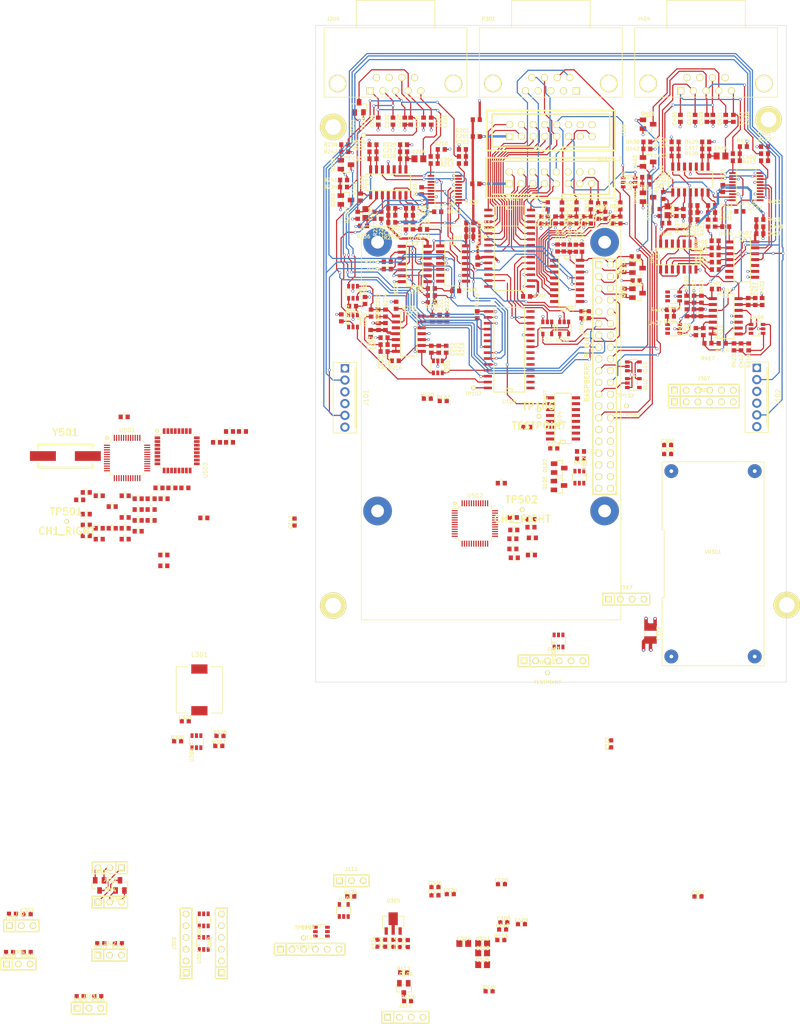
<source format=kicad_pcb>
(kicad_pcb (version 20170123) (host pcbnew "(2017-07-26 revision a5f57d8b0)-makepkg")
  (layers (0 F.Cu signal) (1 In1.Cu power hide) (2 In2.Cu mixed hide) (31 B.Cu signal) (34 B.Paste user) (35 F.Paste user) (36 B.SilkS user) (37 F.SilkS user) (38 B.Mask user) (39 F.Mask user) (44 Edge.Cuts user))
  (net 0 "")
  (net 1 GND)
  (net 2 +5V)
  (net 3 "Net-(C401-Pad1)")
  (net 4 /CH2/RX_CTCSS)
  (net 5 "Net-(C403-Pad1)")
  (net 6 "Net-(C403-Pad2)")
  (net 7 /CH2/VDDA_1)
  (net 8 "Net-(C406-Pad1)")
  (net 9 /CH2/RX_AUDIO)
  (net 10 /CH2/VDDA_3)
  (net 11 "Net-(C409-Pad1)")
  (net 12 /CH2/CTCSS_FROM_RX_AUDIO)
  (net 13 "Net-(C410-Pad1)")
  (net 14 "Net-(C411-Pad1)")
  (net 15 "Net-(C411-Pad2)")
  (net 16 "Net-(C412-Pad1)")
  (net 17 "Net-(C412-Pad2)")
  (net 18 "Net-(C413-Pad2)")
  (net 19 /CH2/TX_AUDIO)
  (net 20 "Net-(C414-Pad2)")
  (net 21 "Net-(C417-Pad2)")
  (net 22 "Net-(C419-Pad1)")
  (net 23 "Net-(C419-Pad2)")
  (net 24 /CH2/VDDA_2)
  (net 25 /CH2/TONE_FROM_PI)
  (net 26 "Net-(C423-Pad1)")
  (net 27 "Net-(C423-Pad2)")
  (net 28 "Net-(C425-Pad1)")
  (net 29 /CH2/PTT)
  (net 30 /CH2/RX_COR)
  (net 31 /CH2/TX_CTCSS)
  (net 32 +2V5)
  (net 33 /LINK1_AUD)
  (net 34 /LINK2_AUD)
  (net 35 /COR2)
  (net 36 /~CTCSS2)
  (net 37 /PTT2D)
  (net 38 "Net-(Q402-Pad1)")
  (net 39 "Net-(Q403-Pad1)")
  (net 40 "Net-(R119-Pad1)")
  (net 41 MISO_5)
  (net 42 "Net-(R402-Pad1)")
  (net 43 /CH2/CTCSS_FROM_RADIO)
  (net 44 "Net-(R404-Pad2)")
  (net 45 "Net-(R408-Pad2)")
  (net 46 "Net-(R412-Pad2)")
  (net 47 "Net-(R413-Pad1)")
  (net 48 "Net-(R415-Pad2)")
  (net 49 "Net-(R416-Pad2)")
  (net 50 "Net-(R418-Pad1)")
  (net 51 "Net-(R419-Pad2)")
  (net 52 "Net-(R420-Pad1)")
  (net 53 "Net-(R420-Pad2)")
  (net 54 "Net-(R426-Pad2)")
  (net 55 "Net-(R436-Pad2)")
  (net 56 /RX2_BUS3_EN)
  (net 57 /RX2_DEEMP_EN)
  (net 58 /RX2_DESC_EN)
  (net 59 /PORT2_DET_EN)
  (net 60 /RX2_BUS2_EN)
  (net 61 /RX2_BUS1_EN)
  (net 62 /RX2_LOCAL_EN)
  (net 63 "Net-(U103-Pad2)")
  (net 64 /~R47CS)
  (net 65 SCLK_5)
  (net 66 MOSI_5)
  (net 67 "Net-(U103-Pad9)")
  (net 68 "Net-(U103-Pad12)")
  (net 69 /~PGA2_CS)
  (net 70 "Net-(U401-Pad12)")
  (net 71 "Net-(C201-Pad1)")
  (net 72 /CH1/RX_CTCSS)
  (net 73 "Net-(C203-Pad1)")
  (net 74 "Net-(C203-Pad2)")
  (net 75 /CH1/VDDA_1)
  (net 76 "Net-(C206-Pad1)")
  (net 77 /CH1/RX_AUDIO)
  (net 78 /CH1/VDDA_3)
  (net 79 "Net-(C209-Pad1)")
  (net 80 /CH1/CTCSS_FROM_RX_AUDIO)
  (net 81 "Net-(C210-Pad1)")
  (net 82 "Net-(C211-Pad1)")
  (net 83 "Net-(C211-Pad2)")
  (net 84 "Net-(C212-Pad1)")
  (net 85 "Net-(C212-Pad2)")
  (net 86 "Net-(C213-Pad2)")
  (net 87 /CH1/TX_AUDIO)
  (net 88 "Net-(C214-Pad2)")
  (net 89 "Net-(C217-Pad2)")
  (net 90 "Net-(C219-Pad1)")
  (net 91 "Net-(C219-Pad2)")
  (net 92 /CH1/VDDA_2)
  (net 93 /CH1/TONE_FROM_PI)
  (net 94 "Net-(C223-Pad1)")
  (net 95 "Net-(C223-Pad2)")
  (net 96 "Net-(C225-Pad1)")
  (net 97 /CH1/PTT)
  (net 98 /CH1/RX_COR)
  (net 99 /CH1/TX_CTCSS)
  (net 100 /COR1)
  (net 101 /~CTCSS1)
  (net 102 /PTT1D)
  (net 103 "Net-(Q202-Pad1)")
  (net 104 "Net-(Q203-Pad1)")
  (net 105 /CH1/LOCAL_LINK)
  (net 106 "Net-(R202-Pad1)")
  (net 107 /CH1/CTCSS_FROM_RADIO)
  (net 108 "Net-(R204-Pad2)")
  (net 109 "Net-(R208-Pad2)")
  (net 110 "Net-(R212-Pad2)")
  (net 111 "Net-(R213-Pad1)")
  (net 112 "Net-(R215-Pad2)")
  (net 113 "Net-(R216-Pad2)")
  (net 114 "Net-(R218-Pad1)")
  (net 115 "Net-(R219-Pad2)")
  (net 116 "Net-(R220-Pad1)")
  (net 117 "Net-(R220-Pad2)")
  (net 118 "Net-(R226-Pad2)")
  (net 119 "Net-(R236-Pad2)")
  (net 120 /RX1_BUS3_EN)
  (net 121 /RX1_DEEMP_EN)
  (net 122 /RX1_DESC_EN)
  (net 123 /PORT1_DET_EN)
  (net 124 /RX1_BUS2_EN)
  (net 125 /RX1_BUS1_EN)
  (net 126 /RX1_LOCAL_EN)
  (net 127 /~R03CS)
  (net 128 /~PGA1_CS)
  (net 129 "Net-(U201-Pad12)")
  (net 130 "Net-(U107-Pad2)")
  (net 131 "Net-(U107-Pad9)")
  (net 132 "Net-(U107-Pad12)")
  (net 133 "Net-(R121-Pad1)")
  (net 134 "Net-(C106-Pad1)")
  (net 135 "Net-(C301-Pad1)")
  (net 136 "Net-(C302-Pad1)")
  (net 137 "Net-(C304-Pad1)")
  (net 138 "/Spares, GPIO, and ADC/ADC_LIGHT")
  (net 139 "/Spares, GPIO, and ADC/ADC_VIN")
  (net 140 "Net-(C312-Pad1)")
  (net 141 "Net-(C314-Pad1)")
  (net 142 "Net-(C315-Pad1)")
  (net 143 "Net-(C316-Pad1)")
  (net 144 "Net-(C317-Pad1)")
  (net 145 "Net-(C318-Pad1)")
  (net 146 +12V)
  (net 147 "Net-(C321-Pad1)")
  (net 148 "Net-(C321-Pad2)")
  (net 149 /LINK1C)
  (net 150 /LINK2C)
  (net 151 +3V3)
  (net 152 /UINTA_33)
  (net 153 /UINTB_33)
  (net 154 /MOSI_33)
  (net 155 /PWM0)
  (net 156 /MISO_33)
  (net 157 /SCLK_33)
  (net 158 /SDA0_33)
  (net 159 /SELA_33)
  (net 160 /SELB_33)
  (net 161 /CE0_33)
  (net 162 "Net-(J107-Pad26)")
  (net 163 /LINK1O)
  (net 164 /SCL0_33)
  (net 165 /SELC_33)
  (net 166 "Net-(J107-Pad36)")
  (net 167 "Net-(J107-Pad38)")
  (net 168 /PWM1)
  (net 169 /LINK2O)
  (net 170 /SDA1_33)
  (net 171 /SCL1_33)
  (net 172 /DHT_33)
  (net 173 /PIXEL_33)
  (net 174 "Net-(J111-Pad2)")
  (net 175 /DHT_5)
  (net 176 "Net-(J113-Pad3)")
  (net 177 "Net-(J113-Pad4)")
  (net 178 "Net-(J113-Pad5)")
  (net 179 "Net-(J114-Pad3)")
  (net 180 "Net-(J114-Pad4)")
  (net 181 "Net-(J114-Pad5)")
  (net 182 "Net-(J302-Pad1)")
  (net 183 "Net-(J302-Pad2)")
  (net 184 "Net-(J302-Pad3)")
  (net 185 "Net-(J303-Pad1)")
  (net 186 "Net-(J303-Pad2)")
  (net 187 "Net-(J303-Pad3)")
  (net 188 "Net-(J304-Pad1)")
  (net 189 "Net-(J304-Pad2)")
  (net 190 "Net-(J304-Pad3)")
  (net 191 "Net-(J309-Pad1)")
  (net 192 "Net-(J309-Pad2)")
  (net 193 "Net-(J309-Pad3)")
  (net 194 "Net-(J309-Pad4)")
  (net 195 "Net-(J309-Pad5)")
  (net 196 "Net-(J309-Pad6)")
  (net 197 "Net-(J310-Pad3)")
  (net 198 "Net-(J310-Pad4)")
  (net 199 "Net-(J310-Pad5)")
  (net 200 "Net-(J310-Pad6)")
  (net 201 "Net-(J313-Pad1)")
  (net 202 "Net-(J313-Pad2)")
  (net 203 "Net-(J313-Pad3)")
  (net 204 "Net-(J314-Pad1)")
  (net 205 "Net-(J314-Pad2)")
  (net 206 "Net-(J314-Pad3)")
  (net 207 /SCL1_5)
  (net 208 /SDA1_5)
  (net 209 "Net-(R106-Pad1)")
  (net 210 "Net-(R124-Pad2)")
  (net 211 "Net-(R301-Pad1)")
  (net 212 "/Spares, GPIO, and ADC/ADC1")
  (net 213 "/Spares, GPIO, and ADC/ADC2")
  (net 214 "/Spares, GPIO, and ADC/ADC3")
  (net 215 "/Spares, GPIO, and ADC/ADC4")
  (net 216 "/Spares, GPIO, and ADC/ADC5")
  (net 217 "Net-(R325-Pad2)")
  (net 218 "Net-(R327-Pad2)")
  (net 219 "Net-(TP102-Pad1)")
  (net 220 "Net-(TP106-Pad1)")
  (net 221 "Net-(TP107-Pad1)")
  (net 222 /~UINT_ENA)
  (net 223 /~ADC_CS)
  (net 224 /UINTA_5)
  (net 225 /UINTB_5)
  (net 226 "Net-(J305-Pad1)")
  (net 227 "Net-(J308-Pad1)")
  (net 228 "/Spares, GPIO, and ADC/ADC0")
  (net 229 "Net-(C509-Pad2)")
  (net 230 /CH1/FROM_SOUNDCARD)
  (net 231 /CH2/FROM_SOUNDCARD)
  (net 232 "Net-(C510-Pad2)")
  (net 233 /CH1/TO_SOUNDCARD)
  (net 234 "Net-(C511-Pad2)")
  (net 235 "Net-(C512-Pad2)")
  (net 236 /CH2/TO_SOUNDCARD)
  (net 237 "Net-(C513-Pad1)")
  (net 238 "Net-(C514-Pad1)")
  (net 239 "Net-(C515-Pad1)")
  (net 240 "Net-(C516-Pad1)")
  (net 241 "Net-(C517-Pad1)")
  (net 242 "Net-(C518-Pad1)")
  (net 243 "Net-(C519-Pad1)")
  (net 244 "Net-(C520-Pad1)")
  (net 245 "Net-(C522-Pad1)")
  (net 246 "Net-(C523-Pad1)")
  (net 247 "Net-(C524-Pad1)")
  (net 248 "Net-(C525-Pad1)")
  (net 249 "Net-(C526-Pad1)")
  (net 250 "Net-(R502-Pad1)")
  (net 251 "Net-(R503-Pad2)")
  (net 252 /soundcard/U2P)
  (net 253 "Net-(R505-Pad2)")
  (net 254 /soundcard/U2N)
  (net 255 "Net-(R507-Pad2)")
  (net 256 /soundcard/U1P)
  (net 257 /soundcard/U1N)
  (net 258 "Net-(R508-Pad2)")
  (net 259 "Net-(R513-Pad1)")
  (net 260 "Net-(R514-Pad1)")
  (net 261 "Net-(C505-Pad1)")
  (net 262 "Net-(C507-Pad1)")
  (net 263 "Net-(C509-Pad1)")
  (net 264 "Net-(C510-Pad1)")
  (net 265 "Net-(C527-Pad2)")
  (net 266 "Net-(C528-Pad2)")
  (net 267 "Net-(R230-Pad1)")
  (net 268 "Net-(R430-Pad1)")
  (net 269 "Net-(P301-Pad1)")
  (net 270 "/Spares, GPIO, and ADC/GPA0")
  (net 271 "/Spares, GPIO, and ADC/GPA1")
  (net 272 "/Spares, GPIO, and ADC/GPA2")
  (net 273 "/Spares, GPIO, and ADC/GPA3")
  (net 274 "/Spares, GPIO, and ADC/GPA4")
  (net 275 "/Spares, GPIO, and ADC/GPA5")
  (net 276 "/Spares, GPIO, and ADC/GPA6")
  (net 277 "/Spares, GPIO, and ADC/GPA7")
  (net 278 "/Spares, GPIO, and ADC/SDA0_OUT")
  (net 279 "/Spares, GPIO, and ADC/SCL0_OUT")
  (net 280 "/Spares, GPIO, and ADC/GPB0")
  (net 281 "/Spares, GPIO, and ADC/GPB1")
  (net 282 "/Spares, GPIO, and ADC/GPB2")
  (net 283 "/Spares, GPIO, and ADC/GPB3")
  (net 284 "/Spares, GPIO, and ADC/GPB4")
  (net 285 "/Spares, GPIO, and ADC/GPB5")
  (net 286 "/Spares, GPIO, and ADC/GPB6")
  (net 287 "/Spares, GPIO, and ADC/GPB7")
  (module lib:SOIC14 (layer F.Cu) (at 135.45 77.84)
    (fp_text reference U404 (at -5.588 0 90) (layer F.SilkS) (effects (font (size 0.762 0.762) (thickness 0.1524))))
    (fp_text value 74LVC4066 hide)
    (pad 1 smd rect (at -3.81 2.794) (size 0.65024 1.75006) (layers F.Cu F.Paste F.Mask) (net 14 "Net-(C411-Pad1)"))
    (pad 2 smd rect (at -2.54 2.794) (size 0.65024 1.75006) (layers F.Cu F.Paste F.Mask) (net 51 "Net-(R419-Pad2)"))
    (pad 3 smd rect (at -1.27 2.794) (size 0.65024 1.75006) (layers F.Cu F.Paste F.Mask) (net 54 "Net-(R426-Pad2)"))
    (pad 4 smd rect (at 0 2.794) (size 0.65024 1.75006) (layers F.Cu F.Paste F.Mask) (net 14 "Net-(C411-Pad1)"))
    (pad 5 smd rect (at 1.27 2.794) (size 0.65024 1.75006) (layers F.Cu F.Paste F.Mask) (net 56 /RX2_BUS3_EN))
    (pad 6 smd rect (at 2.54 2.794) (size 0.65024 1.75006) (layers F.Cu F.Paste F.Mask) (net 62 /RX2_LOCAL_EN))
    (pad 7 smd rect (at 3.81 2.794) (size 0.65024 1.75006) (layers F.Cu F.Paste F.Mask) (net 1 GND))
    (pad 8 smd rect (at 3.81 -2.79908) (size 0.65024 1.75006) (layers F.Cu F.Paste F.Mask) (net 14 "Net-(C411-Pad1)"))
    (pad 9 smd rect (at 2.54 -2.79908) (size 0.65024 1.75006) (layers F.Cu F.Paste F.Mask) (net 46 "Net-(R412-Pad2)"))
    (pad 10 smd rect (at 1.27 -2.79908) (size 0.65024 1.75006) (layers F.Cu F.Paste F.Mask) (net 48 "Net-(R415-Pad2)"))
    (pad 11 smd rect (at 0 -2.79908) (size 0.65024 1.75006) (layers F.Cu F.Paste F.Mask) (net 14 "Net-(C411-Pad1)"))
    (pad 12 smd rect (at -1.27 -2.79908) (size 0.65024 1.75006) (layers F.Cu F.Paste F.Mask) (net 61 /RX2_BUS1_EN))
    (pad 13 smd rect (at -2.54 -2.79908) (size 0.65024 1.75006) (layers F.Cu F.Paste F.Mask) (net 60 /RX2_BUS2_EN))
    (pad 14 smd rect (at -3.81 -2.79908) (size 0.65024 1.75006) (layers F.Cu F.Paste F.Mask) (net 24 /CH2/VDDA_2))
  )
  (module lib:RaspberryPi2x20 (layer F.Cu) (at 119.55 103.74 270)
    (fp_text reference J107 (at -7.7 3.7 270) (layer F.SilkS) (effects (font (size 1.016 1.016) (thickness 0.27432))))
    (fp_text value RASPBERRY_PI (at 0 3.81 270) (layer F.SilkS) (effects (font (size 1.016 1.016) (thickness 0.2032))))
    (pad 1 thru_hole rect (at -24.13 1.27 270) (size 1.524 1.524) (drill 1.016) (layers *.Cu *.Mask F.SilkS) (net 151 +3V3))
    (pad 2 thru_hole circle (at -24.13 -1.27 270) (size 1.524 1.524) (drill 1.016) (layers *.Cu *.Mask F.SilkS) (net 2 +5V))
    (pad 11 thru_hole circle (at -11.43 1.27 270) (size 1.524 1.524) (drill 1.016) (layers *.Cu *.Mask F.SilkS) (net 100 /COR1))
    (pad 4 thru_hole circle (at -21.59 -1.27 270) (size 1.524 1.524) (drill 1.016) (layers *.Cu *.Mask F.SilkS) (net 2 +5V))
    (pad 13 thru_hole circle (at -8.89 1.27 270) (size 1.524 1.524) (drill 1.016) (layers *.Cu *.Mask F.SilkS) (net 101 /~CTCSS1))
    (pad 6 thru_hole circle (at -19.05 -1.27 270) (size 1.524 1.524) (drill 1.016) (layers *.Cu *.Mask F.SilkS) (net 1 GND))
    (pad 15 thru_hole circle (at -6.35 1.27 270) (size 1.524 1.524) (drill 1.016) (layers *.Cu *.Mask F.SilkS) (net 102 /PTT1D))
    (pad 8 thru_hole circle (at -16.51 -1.27 270) (size 1.524 1.524) (drill 1.016) (layers *.Cu *.Mask F.SilkS) (net 152 /UINTA_33))
    (pad 17 thru_hole circle (at -3.81 1.27 270) (size 1.524 1.524) (drill 1.016) (layers *.Cu *.Mask F.SilkS) (net 151 +3V3))
    (pad 10 thru_hole circle (at -13.97 -1.27 270) (size 1.524 1.524) (drill 1.016) (layers *.Cu *.Mask F.SilkS) (net 153 /UINTB_33))
    (pad 19 thru_hole circle (at -1.27 1.27 270) (size 1.524 1.524) (drill 1.016) (layers *.Cu *.Mask F.SilkS) (net 154 /MOSI_33))
    (pad 12 thru_hole circle (at -11.43 -1.27 270) (size 1.524 1.524) (drill 1.016) (layers *.Cu *.Mask F.SilkS) (net 155 /PWM0))
    (pad 21 thru_hole circle (at 1.27 1.27 270) (size 1.524 1.524) (drill 1.016) (layers *.Cu *.Mask F.SilkS) (net 156 /MISO_33))
    (pad 14 thru_hole circle (at -8.89 -1.27 270) (size 1.524 1.524) (drill 1.016) (layers *.Cu *.Mask F.SilkS) (net 1 GND))
    (pad 23 thru_hole circle (at 3.81 1.27 270) (size 1.524 1.524) (drill 1.016) (layers *.Cu *.Mask F.SilkS) (net 157 /SCLK_33))
    (pad 16 thru_hole circle (at -6.35 -1.27 270) (size 1.524 1.524) (drill 1.016) (layers *.Cu *.Mask F.SilkS) (net 35 /COR2))
    (pad 25 thru_hole circle (at 6.35 1.27 270) (size 1.524 1.524) (drill 1.016) (layers *.Cu *.Mask F.SilkS) (net 1 GND))
    (pad 18 thru_hole circle (at -3.81 -1.27 270) (size 1.524 1.524) (drill 1.016) (layers *.Cu *.Mask F.SilkS) (net 36 /~CTCSS2))
    (pad 27 thru_hole circle (at 8.89 1.27 270) (size 1.524 1.524) (drill 1.016) (layers *.Cu *.Mask F.SilkS) (net 158 /SDA0_33))
    (pad 20 thru_hole circle (at -1.27 -1.27 270) (size 1.524 1.524) (drill 1.016) (layers *.Cu *.Mask F.SilkS) (net 1 GND))
    (pad 29 thru_hole circle (at 11.43 1.27 270) (size 1.524 1.524) (drill 1.016) (layers *.Cu *.Mask F.SilkS) (net 159 /SELA_33))
    (pad 22 thru_hole circle (at 1.27 -1.27 270) (size 1.524 1.524) (drill 1.016) (layers *.Cu *.Mask F.SilkS) (net 37 /PTT2D))
    (pad 31 thru_hole circle (at 13.97 1.27 270) (size 1.524 1.524) (drill 1.016) (layers *.Cu *.Mask F.SilkS) (net 160 /SELB_33))
    (pad 24 thru_hole circle (at 3.81 -1.27 270) (size 1.524 1.524) (drill 1.016) (layers *.Cu *.Mask F.SilkS) (net 161 /CE0_33))
    (pad 26 thru_hole circle (at 6.35 -1.27 270) (size 1.524 1.524) (drill 1.016) (layers *.Cu *.Mask F.SilkS) (net 162 "Net-(J107-Pad26)"))
    (pad 33 thru_hole circle (at 16.51 1.27 270) (size 1.524 1.524) (drill 1.016) (layers *.Cu *.Mask F.SilkS) (net 163 /LINK1O))
    (pad 28 thru_hole circle (at 8.89 -1.27 270) (size 1.524 1.524) (drill 1.016) (layers *.Cu *.Mask F.SilkS) (net 164 /SCL0_33))
    (pad 32 thru_hole circle (at 13.97 -1.27 270) (size 1.524 1.524) (drill 1.016) (layers *.Cu *.Mask F.SilkS) (net 165 /SELC_33))
    (pad 34 thru_hole circle (at 16.51 -1.27 270) (size 1.524 1.524) (drill 1.016) (layers *.Cu *.Mask F.SilkS) (net 1 GND))
    (pad 36 thru_hole circle (at 19.05 -1.27 270) (size 1.524 1.524) (drill 1.016) (layers *.Cu *.Mask F.SilkS) (net 166 "Net-(J107-Pad36)"))
    (pad 38 thru_hole circle (at 21.59 -1.27 270) (size 1.524 1.524) (drill 1.016) (layers *.Cu *.Mask F.SilkS) (net 167 "Net-(J107-Pad38)"))
    (pad 35 thru_hole circle (at 19.05 1.27 270) (size 1.524 1.524) (drill 1.016) (layers *.Cu *.Mask F.SilkS) (net 168 /PWM1))
    (pad 37 thru_hole circle (at 21.59 1.27 270) (size 1.524 1.524) (drill 1.016) (layers *.Cu *.Mask F.SilkS) (net 169 /LINK2O))
    (pad 3 thru_hole circle (at -21.59 1.27 270) (size 1.524 1.524) (drill 1.016) (layers *.Cu *.Mask F.SilkS) (net 170 /SDA1_33))
    (pad 5 thru_hole circle (at -19.05 1.27 270) (size 1.524 1.524) (drill 1.016) (layers *.Cu *.Mask F.SilkS) (net 171 /SCL1_33))
    (pad 7 thru_hole circle (at -16.51 1.27 270) (size 1.524 1.524) (drill 1.016) (layers *.Cu *.Mask F.SilkS) (net 172 /DHT_33))
    (pad 9 thru_hole circle (at -13.97 1.27 270) (size 1.524 1.524) (drill 1.016) (layers *.Cu *.Mask F.SilkS) (net 1 GND))
    (pad 39 thru_hole circle (at 24.13 1.27 270) (size 1.524 1.524) (drill 1.016) (layers *.Cu *.Mask F.SilkS) (net 1 GND))
    (pad 40 thru_hole circle (at 24.13 -1.27 270) (size 1.524 1.524) (drill 1.016) (layers *.Cu *.Mask F.SilkS) (net 173 /PIXEL_33))
    (pad 30 thru_hole circle (at 11.43 -1.27 270) (size 1.524 1.524) (drill 1.016) (layers *.Cu *.Mask F.SilkS) (net 1 GND))
    (pad "" thru_hole circle (at -29 0 270) (size 6.2 6.2) (drill 2.75) (layers *.Cu *.Mask))
    (pad "" thru_hole circle (at 29 0 270) (size 6.2 6.2) (drill 2.75) (layers *.Cu *.Mask))
    (pad "" thru_hole circle (at -29 49 270) (size 6.2 6.2) (drill 2.75) (layers *.Cu *.Mask))
    (pad "" thru_hole circle (at 29 49 270) (size 6.2 6.2) (drill 2.75) (layers *.Cu *.Mask))
  )
  (module lib:RibbonHeader2x8 (layer F.Cu) (at 107.95 50.64)
    (fp_text reference J308 (at 15.748 0 90) (layer F.SilkS) (effects (font (size 0.762 0.762) (thickness 0.1524))))
    (fp_text value AUX_IO_2 (at 12.7 6.096) (layer F.SilkS) (effects (font (size 0.762 0.762) (thickness 0.1524))))
    (pad 1 thru_hole rect (at -8.89 1.27) (size 1.524 1.524) (drill 1.016) (layers *.Cu *.Mask F.SilkS) (net 227 "Net-(J308-Pad1)"))
    (pad 2 thru_hole circle (at -8.89 -1.27) (size 1.524 1.524) (drill 1.016) (layers *.Cu *.Mask F.SilkS) (net 280 "/Spares, GPIO, and ADC/GPB0"))
    (pad 3 thru_hole circle (at -6.35 1.27) (size 1.524 1.524) (drill 1.016) (layers *.Cu *.Mask F.SilkS) (net 281 "/Spares, GPIO, and ADC/GPB1"))
    (pad 4 thru_hole circle (at -6.35 -1.27) (size 1.524 1.524) (drill 1.016) (layers *.Cu *.Mask F.SilkS) (net 282 "/Spares, GPIO, and ADC/GPB2"))
    (pad 5 thru_hole circle (at -3.81 1.27) (size 1.524 1.524) (drill 1.016) (layers *.Cu *.Mask F.SilkS) (net 283 "/Spares, GPIO, and ADC/GPB3"))
    (pad 6 thru_hole circle (at -3.81 -1.27) (size 1.524 1.524) (drill 1.016) (layers *.Cu *.Mask F.SilkS) (net 284 "/Spares, GPIO, and ADC/GPB4"))
    (pad 7 thru_hole circle (at -1.27 1.27) (size 1.524 1.524) (drill 1.016) (layers *.Cu *.Mask F.SilkS) (net 285 "/Spares, GPIO, and ADC/GPB5"))
    (pad 8 thru_hole circle (at -1.27 -1.27) (size 1.524 1.524) (drill 1.016) (layers *.Cu *.Mask F.SilkS) (net 286 "/Spares, GPIO, and ADC/GPB6"))
    (pad 9 thru_hole circle (at 1.27 1.27) (size 1.524 1.524) (drill 1.016) (layers *.Cu *.Mask F.SilkS) (net 287 "/Spares, GPIO, and ADC/GPB7"))
    (pad 10 thru_hole circle (at 1.27 -1.27) (size 1.524 1.524) (drill 1.016) (layers *.Cu *.Mask F.SilkS) (net 278 "/Spares, GPIO, and ADC/SDA0_OUT"))
    (pad 11 thru_hole circle (at 3.81 1.27) (size 1.524 1.524) (drill 1.016) (layers *.Cu *.Mask F.SilkS) (net 279 "/Spares, GPIO, and ADC/SCL0_OUT"))
    (pad 12 thru_hole circle (at 3.81 -1.27) (size 1.524 1.524) (drill 1.016) (layers *.Cu *.Mask F.SilkS) (net 1 GND))
    (pad 13 thru_hole circle (at 6.35 1.27) (size 1.524 1.524) (drill 1.016) (layers *.Cu *.Mask F.SilkS) (net 215 "/Spares, GPIO, and ADC/ADC4"))
    (pad 14 thru_hole circle (at 6.35 -1.27) (size 1.524 1.524) (drill 1.016) (layers *.Cu *.Mask F.SilkS) (net 1 GND))
    (pad 15 thru_hole circle (at 8.89 1.27) (size 1.524 1.524) (drill 1.016) (layers *.Cu *.Mask F.SilkS) (net 216 "/Spares, GPIO, and ADC/ADC5"))
    (pad 16 thru_hole circle (at 8.89 -1.27) (size 1.524 1.524) (drill 1.016) (layers *.Cu *.Mask F.SilkS))
  )
  (module lib:smd0603 (layer F.Cu) (at 154.072 55.634)
    (fp_text reference C401 (at 0 -4.318) (layer F.SilkS) (effects (font (size 0.762 0.762) (thickness 0.1524))))
    (fp_text value 4.7u hide)
    (pad 1 smd rect (at 0.75184 0) (size 0.89916 1.00076) (layers F.Cu F.Paste F.Mask) (net 3 "Net-(C401-Pad1)"))
    (pad 2 smd rect (at -0.75184 0) (size 0.89916 1.00076) (layers F.Cu F.Paste F.Mask) (net 4 /CH2/RX_CTCSS))
  )
  (module lib:smd0603 (layer F.Cu) (at 134.768 56.142 180)
    (fp_text reference C403 (at 3.048 0 180) (layer F.SilkS) (effects (font (size 0.762 0.762) (thickness 0.1524))))
    (fp_text value 33p hide)
    (pad 1 smd rect (at 0.75184 0 180) (size 0.89916 1.00076) (layers F.Cu F.Paste F.Mask) (net 5 "Net-(C403-Pad1)"))
    (pad 2 smd rect (at -0.75184 0 180) (size 0.89916 1.00076) (layers F.Cu F.Paste F.Mask) (net 6 "Net-(C403-Pad2)"))
  )
  (module lib:smd0603 (layer F.Cu) (at 138.83 89.967 270)
    (fp_text reference C404 (at 3.556 2.032 270) (layer F.SilkS) (effects (font (size 0.762 0.762) (thickness 0.1524))))
    (fp_text value 4.7u hide)
    (pad 1 smd rect (at 0.75184 0 270) (size 0.89916 1.00076) (layers F.Cu F.Paste F.Mask) (net 7 /CH2/VDDA_1))
    (pad 2 smd rect (at -0.75184 0 270) (size 0.89916 1.00076) (layers F.Cu F.Paste F.Mask) (net 1 GND))
  )
  (module lib:smd0603 (layer F.Cu) (at 140.354 89.967 270)
    (fp_text reference C405 (at 3.556 2.54 270) (layer F.SilkS) (effects (font (size 0.762 0.762) (thickness 0.1524))))
    (fp_text value 0.1u hide)
    (pad 1 smd rect (at 0.75184 0 270) (size 0.89916 1.00076) (layers F.Cu F.Paste F.Mask) (net 7 /CH2/VDDA_1))
    (pad 2 smd rect (at -0.75184 0 270) (size 0.89916 1.00076) (layers F.Cu F.Paste F.Mask) (net 1 GND))
  )
  (module lib:smd0603 (layer F.Cu) (at 147.976 55.634)
    (fp_text reference C406 (at 2.794 0.762) (layer F.SilkS) (effects (font (size 0.762 0.762) (thickness 0.1524))))
    (fp_text value 4.7u hide)
    (pad 1 smd rect (at 0.75184 0) (size 0.89916 1.00076) (layers F.Cu F.Paste F.Mask) (net 8 "Net-(C406-Pad1)"))
    (pad 2 smd rect (at -0.75184 0) (size 0.89916 1.00076) (layers F.Cu F.Paste F.Mask) (net 9 /CH2/RX_AUDIO))
  )
  (module lib:smd0603 (layer F.Cu) (at 153.056 72.906 180)
    (fp_text reference C407 (at -3.048 0 180) (layer F.SilkS) (effects (font (size 0.762 0.762) (thickness 0.1524))))
    (fp_text value 0.1u hide)
    (pad 1 smd rect (at 0.75184 0 180) (size 0.89916 1.00076) (layers F.Cu F.Paste F.Mask) (net 10 /CH2/VDDA_3))
    (pad 2 smd rect (at -0.75184 0 180) (size 0.89916 1.00076) (layers F.Cu F.Paste F.Mask) (net 1 GND))
  )
  (module lib:smd0603 (layer F.Cu) (at 153.056 71.382 180)
    (fp_text reference C408 (at -3.556 0 180) (layer F.SilkS) (effects (font (size 0.762 0.762) (thickness 0.1524))))
    (fp_text value 4.7u hide)
    (pad 1 smd rect (at 0.75184 0 180) (size 0.89916 1.00076) (layers F.Cu F.Paste F.Mask) (net 10 /CH2/VDDA_3))
    (pad 2 smd rect (at -0.75184 0 180) (size 0.89916 1.00076) (layers F.Cu F.Paste F.Mask) (net 1 GND))
  )
  (module lib:smd0603 (layer F.Cu) (at 143.45 84.84)
    (fp_text reference C409 (at 0 -1.27) (layer F.SilkS) (effects (font (size 0.762 0.762) (thickness 0.1524))))
    (fp_text value 0.027u hide)
    (pad 1 smd rect (at 0.75184 0) (size 0.89916 1.00076) (layers F.Cu F.Paste F.Mask) (net 11 "Net-(C409-Pad1)"))
    (pad 2 smd rect (at -0.75184 0) (size 0.89916 1.00076) (layers F.Cu F.Paste F.Mask) (net 12 /CH2/CTCSS_FROM_RX_AUDIO))
  )
  (module lib:smd0603 (layer F.Cu) (at 140.85 94.04 90)
    (fp_text reference C410 (at 0 3.81 90) (layer F.SilkS) (effects (font (size 0.762 0.762) (thickness 0.1524))))
    (fp_text value 0.027u hide)
    (pad 1 smd rect (at 0.75184 0 90) (size 0.89916 1.00076) (layers F.Cu F.Paste F.Mask) (net 13 "Net-(C410-Pad1)"))
    (pad 2 smd rect (at -0.75184 0 90) (size 0.89916 1.00076) (layers F.Cu F.Paste F.Mask) (net 11 "Net-(C409-Pad1)"))
  )
  (module lib:smd0603 (layer F.Cu) (at 152.05 87.54 90)
    (fp_text reference C411 (at 2.794 0.254 90) (layer F.SilkS) (effects (font (size 0.762 0.762) (thickness 0.1524))))
    (fp_text value 33p hide)
    (pad 1 smd rect (at 0.75184 0 90) (size 0.89916 1.00076) (layers F.Cu F.Paste F.Mask) (net 14 "Net-(C411-Pad1)"))
    (pad 2 smd rect (at -0.75184 0 90) (size 0.89916 1.00076) (layers F.Cu F.Paste F.Mask) (net 15 "Net-(C411-Pad2)"))
  )
  (module lib:smd0603 (layer F.Cu) (at 148.99 97.333 270)
    (fp_text reference C412 (at 3.048 0 270) (layer F.SilkS) (effects (font (size 0.762 0.762) (thickness 0.1524))))
    (fp_text value 0.0039u hide)
    (pad 1 smd rect (at 0.75184 0 270) (size 0.89916 1.00076) (layers F.Cu F.Paste F.Mask) (net 16 "Net-(C412-Pad1)"))
    (pad 2 smd rect (at -0.75184 0 270) (size 0.89916 1.00076) (layers F.Cu F.Paste F.Mask) (net 17 "Net-(C412-Pad2)"))
  )
  (module lib:smd0603 (layer F.Cu) (at 138.85 87.04 90)
    (fp_text reference C413 (at 2.794 0 90) (layer F.SilkS) (effects (font (size 0.762 0.762) (thickness 0.1524))))
    (fp_text value 33p hide)
    (pad 1 smd rect (at 0.75184 0 90) (size 0.89916 1.00076) (layers F.Cu F.Paste F.Mask) (net 12 /CH2/CTCSS_FROM_RX_AUDIO))
    (pad 2 smd rect (at -0.75184 0 90) (size 0.89916 1.00076) (layers F.Cu F.Paste F.Mask) (net 18 "Net-(C413-Pad2)"))
  )
  (module lib:smd0603 (layer F.Cu) (at 141.372 54.618)
    (fp_text reference C417 (at -3.048 -0.254) (layer F.SilkS) (effects (font (size 0.762 0.762) (thickness 0.1524))))
    (fp_text value 33p hide)
    (pad 1 smd rect (at 0.75184 0) (size 0.89916 1.00076) (layers F.Cu F.Paste F.Mask) (net 20 "Net-(C414-Pad2)"))
    (pad 2 smd rect (at -0.75184 0) (size 0.89916 1.00076) (layers F.Cu F.Paste F.Mask) (net 21 "Net-(C417-Pad2)"))
  )
  (module lib:smd0603 (layer F.Cu) (at 142.642 68.334)
    (fp_text reference C419 (at 3.048 0) (layer F.SilkS) (effects (font (size 0.762 0.762) (thickness 0.1524))))
    (fp_text value 33p hide)
    (pad 1 smd rect (at 0.75184 0) (size 0.89916 1.00076) (layers F.Cu F.Paste F.Mask) (net 22 "Net-(C419-Pad1)"))
    (pad 2 smd rect (at -0.75184 0) (size 0.89916 1.00076) (layers F.Cu F.Paste F.Mask) (net 23 "Net-(C419-Pad2)"))
  )
  (module lib:smd0603 (layer F.Cu) (at 138.832 66.81 180)
    (fp_text reference C420 (at 0.254 -4.318 180) (layer F.SilkS) (effects (font (size 0.762 0.762) (thickness 0.1524))))
    (fp_text value 0.1u hide)
    (pad 1 smd rect (at 0.75184 0 180) (size 0.89916 1.00076) (layers F.Cu F.Paste F.Mask) (net 24 /CH2/VDDA_2))
    (pad 2 smd rect (at -0.75184 0 180) (size 0.89916 1.00076) (layers F.Cu F.Paste F.Mask) (net 1 GND))
  )
  (module lib:smd0603 (layer F.Cu) (at 138.832 68.334 180)
    (fp_text reference C421 (at 0.254 -3.81 180) (layer F.SilkS) (effects (font (size 0.762 0.762) (thickness 0.1524))))
    (fp_text value 4.7u hide)
    (pad 1 smd rect (at 0.75184 0 180) (size 0.89916 1.00076) (layers F.Cu F.Paste F.Mask) (net 24 /CH2/VDDA_2))
    (pad 2 smd rect (at -0.75184 0 180) (size 0.89916 1.00076) (layers F.Cu F.Paste F.Mask) (net 1 GND))
  )
  (module lib:smd0603 (layer F.Cu) (at 114.35 119.89 180)
    (fp_text reference C422 (at -2.794 0 180) (layer F.SilkS) (effects (font (size 0.762 0.762) (thickness 0.1524))))
    (fp_text value 0.1u hide)
    (pad 1 smd rect (at 0.75184 0 180) (size 0.89916 1.00076) (layers F.Cu F.Paste F.Mask) (net 25 /CH2/TONE_FROM_PI))
    (pad 2 smd rect (at -0.75184 0 180) (size 0.89916 1.00076) (layers F.Cu F.Paste F.Mask) (net 1 GND))
  )
  (module lib:smd0603 (layer F.Cu) (at 136.546 68.334 90)
    (fp_text reference C425 (at -3.556 0 90) (layer F.SilkS) (effects (font (size 0.762 0.762) (thickness 0.1524))))
    (fp_text value 4.7u hide)
    (pad 1 smd rect (at 0.75184 0 90) (size 0.89916 1.00076) (layers F.Cu F.Paste F.Mask) (net 28 "Net-(C425-Pad1)"))
    (pad 2 smd rect (at -0.75184 0 90) (size 0.89916 1.00076) (layers F.Cu F.Paste F.Mask) (net 1 GND))
  )
  (module lib:smd0603 (layer F.Cu) (at 147.341 48.014 90)
    (fp_text reference C426 (at 0 2.921 90) (layer F.SilkS) (effects (font (size 0.762 0.762) (thickness 0.1524))))
    (fp_text value 100p hide)
    (pad 1 smd rect (at 0.75184 0 90) (size 0.89916 1.00076) (layers F.Cu F.Paste F.Mask) (net 19 /CH2/TX_AUDIO))
    (pad 2 smd rect (at -0.75184 0 90) (size 0.89916 1.00076) (layers F.Cu F.Paste F.Mask) (net 1 GND))
  )
  (module lib:smd0603 (layer F.Cu) (at 145.69 48.014 90)
    (fp_text reference C427 (at 0 3.302 90) (layer F.SilkS) (effects (font (size 0.762 0.762) (thickness 0.1524))))
    (fp_text value 100p hide)
    (pad 1 smd rect (at 0.75184 0 90) (size 0.89916 1.00076) (layers F.Cu F.Paste F.Mask) (net 29 /CH2/PTT))
    (pad 2 smd rect (at -0.75184 0 90) (size 0.89916 1.00076) (layers F.Cu F.Paste F.Mask) (net 1 GND))
  )
  (module lib:smd0603 (layer F.Cu) (at 141.626 48.014 90)
    (fp_text reference C428 (at 0 -1.27 90) (layer F.SilkS) (effects (font (size 0.762 0.762) (thickness 0.1524))))
    (fp_text value 100p hide)
    (pad 1 smd rect (at 0.75184 0 90) (size 0.89916 1.00076) (layers F.Cu F.Paste F.Mask) (net 4 /CH2/RX_CTCSS))
    (pad 2 smd rect (at -0.75184 0 90) (size 0.89916 1.00076) (layers F.Cu F.Paste F.Mask) (net 1 GND))
  )
  (module lib:smd0603 (layer F.Cu) (at 139.086 48.014 90)
    (fp_text reference C429 (at 0 -1.27 90) (layer F.SilkS) (effects (font (size 0.762 0.762) (thickness 0.1524))))
    (fp_text value 100p hide)
    (pad 1 smd rect (at 0.75184 0 90) (size 0.89916 1.00076) (layers F.Cu F.Paste F.Mask) (net 30 /CH2/RX_COR))
    (pad 2 smd rect (at -0.75184 0 90) (size 0.89916 1.00076) (layers F.Cu F.Paste F.Mask) (net 1 GND))
  )
  (module lib:smd0603 (layer F.Cu) (at 135.911 48.014 90)
    (fp_text reference C430 (at 0 -1.27 90) (layer F.SilkS) (effects (font (size 0.762 0.762) (thickness 0.1524))))
    (fp_text value 100p hide)
    (pad 1 smd rect (at 0.75184 0 90) (size 0.89916 1.00076) (layers F.Cu F.Paste F.Mask) (net 9 /CH2/RX_AUDIO))
    (pad 2 smd rect (at -0.75184 0 90) (size 0.89916 1.00076) (layers F.Cu F.Paste F.Mask) (net 1 GND))
  )
  (module lib:smd0603 (layer F.Cu) (at 142.896 48.014 90)
    (fp_text reference C431 (at 0 1.524 90) (layer F.SilkS) (effects (font (size 0.762 0.762) (thickness 0.1524))))
    (fp_text value 100p hide)
    (pad 1 smd rect (at 0.75184 0 90) (size 0.89916 1.00076) (layers F.Cu F.Paste F.Mask) (net 31 /CH2/TX_CTCSS))
    (pad 2 smd rect (at -0.75184 0 90) (size 0.89916 1.00076) (layers F.Cu F.Paste F.Mask) (net 1 GND))
  )
  (module lib:SOT23 (layer F.Cu) (at 128.926 49.284 90)
    (fp_text reference Q401 (at 2.286 0 180) (layer F.SilkS) (effects (font (size 0.762 0.762) (thickness 0.1524))))
    (fp_text value 2N7000 hide)
    (pad 2 smd rect (at -0.94996 -1.09982 90) (size 1.00076 1.39954) (layers F.Cu F.Paste F.Mask) (net 1 GND))
    (pad 1 smd rect (at 0.94996 -1.09982 90) (size 1.00076 1.39954) (layers F.Cu F.Paste F.Mask) (net 37 /PTT2D))
    (pad 3 smd rect (at 0 1.09982 90) (size 1.00076 1.39954) (layers F.Cu F.Paste F.Mask) (net 29 /CH2/PTT))
  )
  (module lib:SOT23 (layer F.Cu) (at 128.926 65.032 90)
    (fp_text reference Q402 (at 0 -2.794 90) (layer F.SilkS) (effects (font (size 0.762 0.762) (thickness 0.1524))))
    (fp_text value 2N7000 hide)
    (pad 2 smd rect (at -0.94996 -1.09982 90) (size 1.00076 1.39954) (layers F.Cu F.Paste F.Mask) (net 1 GND))
    (pad 1 smd rect (at 0.94996 -1.09982 90) (size 1.00076 1.39954) (layers F.Cu F.Paste F.Mask) (net 38 "Net-(Q402-Pad1)"))
    (pad 3 smd rect (at 0 1.09982 90) (size 1.00076 1.39954) (layers F.Cu F.Paste F.Mask) (net 35 /COR2))
  )
  (module lib:SOT23 (layer F.Cu) (at 128.926 57.412 90)
    (fp_text reference Q403 (at 0 -2.794 90) (layer F.SilkS) (effects (font (size 0.762 0.762) (thickness 0.1524))))
    (fp_text value 2N7000 hide)
    (pad 2 smd rect (at -0.94996 -1.09982 90) (size 1.00076 1.39954) (layers F.Cu F.Paste F.Mask) (net 1 GND))
    (pad 1 smd rect (at 0.94996 -1.09982 90) (size 1.00076 1.39954) (layers F.Cu F.Paste F.Mask) (net 39 "Net-(Q403-Pad1)"))
    (pad 3 smd rect (at 0 1.09982 90) (size 1.00076 1.39954) (layers F.Cu F.Paste F.Mask) (net 36 /~CTCSS2))
  )
  (module lib:smd0603 (layer F.Cu) (at 154.072 54.11 180)
    (fp_text reference R401 (at 0 4.064 180) (layer F.SilkS) (effects (font (size 0.762 0.762) (thickness 0.1524))))
    (fp_text value 100k hide)
    (pad 1 smd rect (at 0.75184 0 180) (size 0.89916 1.00076) (layers F.Cu F.Paste F.Mask) (net 32 +2V5))
    (pad 2 smd rect (at -0.75184 0 180) (size 0.89916 1.00076) (layers F.Cu F.Paste F.Mask) (net 3 "Net-(C401-Pad1)"))
  )
  (module lib:smd0603 (layer F.Cu) (at 154.072 57.158 180)
    (fp_text reference R402 (at 0 4.572 180) (layer F.SilkS) (effects (font (size 0.762 0.762) (thickness 0.1524))))
    (fp_text value 1k hide)
    (pad 1 smd rect (at 0.75184 0 180) (size 0.89916 1.00076) (layers F.Cu F.Paste F.Mask) (net 42 "Net-(R402-Pad1)"))
    (pad 2 smd rect (at -0.75184 0 180) (size 0.89916 1.00076) (layers F.Cu F.Paste F.Mask) (net 3 "Net-(C401-Pad1)"))
  )
  (module lib:smd0603 (layer F.Cu) (at 133.75 89.34 180)
    (fp_text reference R403 (at 2.794 0 180) (layer F.SilkS) (effects (font (size 0.762 0.762) (thickness 0.1524))))
    (fp_text value 1k hide)
    (pad 1 smd rect (at 0.75184 0 180) (size 0.89916 1.00076) (layers F.Cu F.Paste F.Mask) (net 32 +2V5))
    (pad 2 smd rect (at -0.75184 0 180) (size 0.89916 1.00076) (layers F.Cu F.Paste F.Mask) (net 43 /CH2/CTCSS_FROM_RADIO))
  )
  (module lib:smd0603 (layer F.Cu) (at 133.75 90.74)
    (fp_text reference R404 (at 0 1.27) (layer F.SilkS) (effects (font (size 0.762 0.762) (thickness 0.1524))))
    (fp_text value 20k hide)
    (pad 1 smd rect (at 0.75184 0) (size 0.89916 1.00076) (layers F.Cu F.Paste F.Mask) (net 43 /CH2/CTCSS_FROM_RADIO))
    (pad 2 smd rect (at -0.75184 0) (size 0.89916 1.00076) (layers F.Cu F.Paste F.Mask) (net 44 "Net-(R404-Pad2)"))
  )
  (module lib:smd0603 (layer F.Cu) (at 134.768 54.618 180)
    (fp_text reference R405 (at 3.048 0.762 180) (layer F.SilkS) (effects (font (size 0.762 0.762) (thickness 0.1524))))
    (fp_text value 10k hide)
    (pad 1 smd rect (at 0.75184 0 180) (size 0.89916 1.00076) (layers F.Cu F.Paste F.Mask) (net 5 "Net-(C403-Pad1)"))
    (pad 2 smd rect (at -0.75184 0 180) (size 0.89916 1.00076) (layers F.Cu F.Paste F.Mask) (net 6 "Net-(C403-Pad2)"))
  )
  (module lib:smd0603 (layer F.Cu) (at 134.768 53.094 180)
    (fp_text reference R406 (at 3.048 0.508 180) (layer F.SilkS) (effects (font (size 0.762 0.762) (thickness 0.1524))))
    (fp_text value 10k hide)
    (pad 1 smd rect (at 0.75184 0 180) (size 0.89916 1.00076) (layers F.Cu F.Paste F.Mask) (net 32 +2V5))
    (pad 2 smd rect (at -0.75184 0 180) (size 0.89916 1.00076) (layers F.Cu F.Paste F.Mask) (net 6 "Net-(C403-Pad2)"))
  )
  (module lib:smd0603 (layer F.Cu) (at 137.306 89.967 270)
    (fp_text reference R407 (at 3.556 1.524 270) (layer F.SilkS) (effects (font (size 0.762 0.762) (thickness 0.1524))))
    (fp_text value 33 hide)
    (pad 1 smd rect (at 0.75184 0 270) (size 0.89916 1.00076) (layers F.Cu F.Paste F.Mask) (net 7 /CH2/VDDA_1))
    (pad 2 smd rect (at -0.75184 0 270) (size 0.89916 1.00076) (layers F.Cu F.Paste F.Mask) (net 2 +5V))
  )
  (module lib:smd0603 (layer F.Cu) (at 143.404 74.43 180)
    (fp_text reference R408 (at 3.048 -0.254 180) (layer F.SilkS) (effects (font (size 0.762 0.762) (thickness 0.1524))))
    (fp_text value 1k hide)
    (pad 1 smd rect (at 0.75184 0 180) (size 0.89916 1.00076) (layers F.Cu F.Paste F.Mask) (net 32 +2V5))
    (pad 2 smd rect (at -0.75184 0 180) (size 0.89916 1.00076) (layers F.Cu F.Paste F.Mask) (net 45 "Net-(R408-Pad2)"))
  )
  (module lib:smd0603 (layer F.Cu) (at 149.5 54.11)
    (fp_text reference R410 (at 0 -1.27) (layer F.SilkS) (effects (font (size 0.762 0.762) (thickness 0.1524))))
    (fp_text value 100k hide)
    (pad 1 smd rect (at 0.75184 0) (size 0.89916 1.00076) (layers F.Cu F.Paste F.Mask) (net 32 +2V5))
    (pad 2 smd rect (at -0.75184 0) (size 0.89916 1.00076) (layers F.Cu F.Paste F.Mask) (net 8 "Net-(C406-Pad1)"))
  )
  (module lib:smd0603 (layer F.Cu) (at 153.056 69.858 180)
    (fp_text reference R411 (at -3.048 0 180) (layer F.SilkS) (effects (font (size 0.762 0.762) (thickness 0.1524))))
    (fp_text value 33 hide)
    (pad 1 smd rect (at 0.75184 0 180) (size 0.89916 1.00076) (layers F.Cu F.Paste F.Mask) (net 10 /CH2/VDDA_3))
    (pad 2 smd rect (at -0.75184 0 180) (size 0.89916 1.00076) (layers F.Cu F.Paste F.Mask) (net 2 +5V))
  )
  (module lib:smd0603 (layer F.Cu) (at 143.404 75.954)
    (fp_text reference R412 (at -3.048 -0.254) (layer F.SilkS) (effects (font (size 0.762 0.762) (thickness 0.1524))))
    (fp_text value 2k hide)
    (pad 1 smd rect (at 0.75184 0) (size 0.89916 1.00076) (layers F.Cu F.Paste F.Mask) (net 45 "Net-(R408-Pad2)"))
    (pad 2 smd rect (at -0.75184 0) (size 0.89916 1.00076) (layers F.Cu F.Paste F.Mask) (net 46 "Net-(R412-Pad2)"))
  )
  (module lib:smd0603 (layer F.Cu) (at 147.976 57.158 180)
    (fp_text reference R413 (at -2.794 -0.254 180) (layer F.SilkS) (effects (font (size 0.762 0.762) (thickness 0.1524))))
    (fp_text value 1k hide)
    (pad 1 smd rect (at 0.75184 0 180) (size 0.89916 1.00076) (layers F.Cu F.Paste F.Mask) (net 47 "Net-(R413-Pad1)"))
    (pad 2 smd rect (at -0.75184 0 180) (size 0.89916 1.00076) (layers F.Cu F.Paste F.Mask) (net 8 "Net-(C406-Pad1)"))
  )
  (module lib:smd0603 (layer F.Cu) (at 139.25 94.04 270)
    (fp_text reference R414 (at 0 -4.318 270) (layer F.SilkS) (effects (font (size 0.762 0.762) (thickness 0.1524))))
    (fp_text value 13k7 hide)
    (pad 1 smd rect (at 0.75184 0 270) (size 0.89916 1.00076) (layers F.Cu F.Paste F.Mask) (net 32 +2V5))
    (pad 2 smd rect (at -0.75184 0 270) (size 0.89916 1.00076) (layers F.Cu F.Paste F.Mask) (net 13 "Net-(C410-Pad1)"))
  )
  (module lib:smd0603 (layer F.Cu) (at 143.404 77.478)
    (fp_text reference R415 (at -3.048 -0.762) (layer F.SilkS) (effects (font (size 0.762 0.762) (thickness 0.1524))))
    (fp_text value 2k hide)
    (pad 1 smd rect (at 0.75184 0) (size 0.89916 1.00076) (layers F.Cu F.Paste F.Mask) (net 105 /CH1/LOCAL_LINK))
    (pad 2 smd rect (at -0.75184 0) (size 0.89916 1.00076) (layers F.Cu F.Paste F.Mask) (net 48 "Net-(R415-Pad2)"))
  )
  (module lib:smd0603 (layer F.Cu) (at 144.926 96.571)
    (fp_text reference R416 (at 0 1.524) (layer F.SilkS) (effects (font (size 0.762 0.762) (thickness 0.1524))))
    (fp_text value 50k hide)
    (pad 1 smd rect (at 0.75184 0) (size 0.89916 1.00076) (layers F.Cu F.Paste F.Mask) (net 17 "Net-(C412-Pad2)"))
    (pad 2 smd rect (at -0.75184 0) (size 0.89916 1.00076) (layers F.Cu F.Paste F.Mask) (net 49 "Net-(R416-Pad2)"))
  )
  (module lib:smd0603 (layer F.Cu) (at 141.85 96.54 180)
    (fp_text reference R417 (at 0 -3.302 180) (layer F.SilkS) (effects (font (size 0.762 0.762) (thickness 0.1524))))
    (fp_text value 27k hide)
    (pad 1 smd rect (at 0.75184 0 180) (size 0.89916 1.00076) (layers F.Cu F.Paste F.Mask) (net 11 "Net-(C409-Pad1)"))
    (pad 2 smd rect (at -0.75184 0 180) (size 0.89916 1.00076) (layers F.Cu F.Paste F.Mask) (net 49 "Net-(R416-Pad2)"))
  )
  (module lib:smd0603 (layer F.Cu) (at 150.65 97.34 270)
    (fp_text reference R418 (at 3.048 0 270) (layer F.SilkS) (effects (font (size 0.762 0.762) (thickness 0.1524))))
    (fp_text value 50k hide)
    (pad 1 smd rect (at 0.75184 0 270) (size 0.89916 1.00076) (layers F.Cu F.Paste F.Mask) (net 50 "Net-(R418-Pad1)"))
    (pad 2 smd rect (at -0.75184 0 270) (size 0.89916 1.00076) (layers F.Cu F.Paste F.Mask) (net 17 "Net-(C412-Pad2)"))
  )
  (module lib:smd0603 (layer F.Cu) (at 143.45 79.04)
    (fp_text reference R419 (at -3.048 -1.016) (layer F.SilkS) (effects (font (size 0.762 0.762) (thickness 0.1524))))
    (fp_text value 2k hide)
    (pad 1 smd rect (at 0.75184 0) (size 0.89916 1.00076) (layers F.Cu F.Paste F.Mask) (net 33 /LINK1_AUD))
    (pad 2 smd rect (at -0.75184 0) (size 0.89916 1.00076) (layers F.Cu F.Paste F.Mask) (net 51 "Net-(R419-Pad2)"))
  )
  (module lib:smd0603 (layer F.Cu) (at 145.69 71.382 180)
    (fp_text reference R420 (at 0 -1.524 180) (layer F.SilkS) (effects (font (size 0.762 0.762) (thickness 0.1524))))
    (fp_text value 20k hide)
    (pad 1 smd rect (at 0.75184 0 180) (size 0.89916 1.00076) (layers F.Cu F.Paste F.Mask) (net 52 "Net-(R420-Pad1)"))
    (pad 2 smd rect (at -0.75184 0 180) (size 0.89916 1.00076) (layers F.Cu F.Paste F.Mask) (net 53 "Net-(R420-Pad2)"))
  )
  (module lib:smd0603 (layer F.Cu) (at 150.55 87.54 90)
    (fp_text reference R421 (at 2.794 0.762 90) (layer F.SilkS) (effects (font (size 0.762 0.762) (thickness 0.1524))))
    (fp_text value 10k hide)
    (pad 1 smd rect (at 0.75184 0 90) (size 0.89916 1.00076) (layers F.Cu F.Paste F.Mask) (net 14 "Net-(C411-Pad1)"))
    (pad 2 smd rect (at -0.75184 0 90) (size 0.89916 1.00076) (layers F.Cu F.Paste F.Mask) (net 15 "Net-(C411-Pad2)"))
  )
  (module lib:smd0603 (layer F.Cu) (at 153.55 87.54 90)
    (fp_text reference R422 (at 3.048 0 90) (layer F.SilkS) (effects (font (size 0.762 0.762) (thickness 0.1524))))
    (fp_text value 10k hide)
    (pad 1 smd rect (at 0.75184 0 90) (size 0.89916 1.00076) (layers F.Cu F.Paste F.Mask) (net 32 +2V5))
    (pad 2 smd rect (at -0.75184 0 90) (size 0.89916 1.00076) (layers F.Cu F.Paste F.Mask) (net 15 "Net-(C411-Pad2)"))
  )
  (module lib:smd0603 (layer F.Cu) (at 147.466 97.333 270)
    (fp_text reference R423 (at 3.048 0 270) (layer F.SilkS) (effects (font (size 0.762 0.762) (thickness 0.1524))))
    (fp_text value 200k hide)
    (pad 1 smd rect (at 0.75184 0 270) (size 0.89916 1.00076) (layers F.Cu F.Paste F.Mask) (net 16 "Net-(C412-Pad1)"))
    (pad 2 smd rect (at -0.75184 0 270) (size 0.89916 1.00076) (layers F.Cu F.Paste F.Mask) (net 17 "Net-(C412-Pad2)"))
  )
  (module lib:smd0603 (layer F.Cu) (at 140.45 87.04 90)
    (fp_text reference R424 (at 2.794 0 90) (layer F.SilkS) (effects (font (size 0.762 0.762) (thickness 0.1524))))
    (fp_text value 10k hide)
    (pad 1 smd rect (at 0.75184 0 90) (size 0.89916 1.00076) (layers F.Cu F.Paste F.Mask) (net 12 /CH2/CTCSS_FROM_RX_AUDIO))
    (pad 2 smd rect (at -0.75184 0 90) (size 0.89916 1.00076) (layers F.Cu F.Paste F.Mask) (net 18 "Net-(C413-Pad2)"))
  )
  (module lib:smd0603 (layer F.Cu) (at 137.25 87.04 90)
    (fp_text reference R425 (at 3.556 0 90) (layer F.SilkS) (effects (font (size 0.762 0.762) (thickness 0.1524))))
    (fp_text value 10k hide)
    (pad 1 smd rect (at 0.75184 0 90) (size 0.89916 1.00076) (layers F.Cu F.Paste F.Mask) (net 32 +2V5))
    (pad 2 smd rect (at -0.75184 0 90) (size 0.89916 1.00076) (layers F.Cu F.Paste F.Mask) (net 18 "Net-(C413-Pad2)"))
  )
  (module lib:smd0603 (layer F.Cu) (at 143.45 80.64)
    (fp_text reference R426 (at -3.048 -1.524) (layer F.SilkS) (effects (font (size 0.762 0.762) (thickness 0.1524))))
    (fp_text value 2k hide)
    (pad 1 smd rect (at 0.75184 0) (size 0.89916 1.00076) (layers F.Cu F.Paste F.Mask) (net 34 /LINK2_AUD))
    (pad 2 smd rect (at -0.75184 0) (size 0.89916 1.00076) (layers F.Cu F.Paste F.Mask) (net 54 "Net-(R426-Pad2)"))
  )
  (module lib:smd0603 (layer F.Cu) (at 141.372 56.142)
    (fp_text reference R428 (at -3.048 -0.508) (layer F.SilkS) (effects (font (size 0.762 0.762) (thickness 0.1524))))
    (fp_text value 10k hide)
    (pad 1 smd rect (at 0.75184 0) (size 0.89916 1.00076) (layers F.Cu F.Paste F.Mask) (net 20 "Net-(C414-Pad2)"))
    (pad 2 smd rect (at -0.75184 0) (size 0.89916 1.00076) (layers F.Cu F.Paste F.Mask) (net 21 "Net-(C417-Pad2)"))
  )
  (module lib:smd0603 (layer F.Cu) (at 141.372 53.094)
    (fp_text reference R429 (at -3.048 0) (layer F.SilkS) (effects (font (size 0.762 0.762) (thickness 0.1524))))
    (fp_text value 10k hide)
    (pad 1 smd rect (at 0.75184 0) (size 0.89916 1.00076) (layers F.Cu F.Paste F.Mask) (net 32 +2V5))
    (pad 2 smd rect (at -0.75184 0) (size 0.89916 1.00076) (layers F.Cu F.Paste F.Mask) (net 21 "Net-(C417-Pad2)"))
  )
  (module lib:smd0603 (layer F.Cu) (at 148.738 68.08 180)
    (fp_text reference R430 (at -7.366 2.032 180) (layer F.SilkS) (effects (font (size 0.762 0.762) (thickness 0.1524))))
    (fp_text value 1k hide)
    (pad 1 smd rect (at 0.75184 0 180) (size 0.89916 1.00076) (layers F.Cu F.Paste F.Mask) (net 268 "Net-(R430-Pad1)"))
    (pad 2 smd rect (at -0.75184 0 180) (size 0.89916 1.00076) (layers F.Cu F.Paste F.Mask) (net 231 /CH2/FROM_SOUNDCARD))
  )
  (module lib:smd0603 (layer F.Cu) (at 143.404 70.62 270)
    (fp_text reference R431 (at -1.016 -2.286) (layer F.SilkS) (effects (font (size 0.762 0.762) (thickness 0.1524))))
    (fp_text value 20k hide)
    (pad 1 smd rect (at 0.75184 0 270) (size 0.89916 1.00076) (layers F.Cu F.Paste F.Mask) (net 52 "Net-(R420-Pad1)"))
    (pad 2 smd rect (at -0.75184 0 270) (size 0.89916 1.00076) (layers F.Cu F.Paste F.Mask) (net 22 "Net-(C419-Pad1)"))
  )
  (module lib:smd0603 (layer F.Cu) (at 142.642 66.81)
    (fp_text reference R432 (at 3.048 0) (layer F.SilkS) (effects (font (size 0.762 0.762) (thickness 0.1524))))
    (fp_text value 10k hide)
    (pad 1 smd rect (at 0.75184 0) (size 0.89916 1.00076) (layers F.Cu F.Paste F.Mask) (net 22 "Net-(C419-Pad1)"))
    (pad 2 smd rect (at -0.75184 0) (size 0.89916 1.00076) (layers F.Cu F.Paste F.Mask) (net 23 "Net-(C419-Pad2)"))
  )
  (module lib:smd0603 (layer F.Cu) (at 141.88 70.62 270)
    (fp_text reference R433 (at 1.27 1.27 270) (layer F.SilkS) (effects (font (size 0.762 0.762) (thickness 0.1524))))
    (fp_text value 10k hide)
    (pad 1 smd rect (at 0.75184 0 270) (size 0.89916 1.00076) (layers F.Cu F.Paste F.Mask) (net 32 +2V5))
    (pad 2 smd rect (at -0.75184 0 270) (size 0.89916 1.00076) (layers F.Cu F.Paste F.Mask) (net 23 "Net-(C419-Pad2)"))
  )
  (module lib:smd0603 (layer F.Cu) (at 138.832 69.858 180)
    (fp_text reference R434 (at 0.254 -3.302 180) (layer F.SilkS) (effects (font (size 0.762 0.762) (thickness 0.1524))))
    (fp_text value 33 hide)
    (pad 1 smd rect (at 0.75184 0 180) (size 0.89916 1.00076) (layers F.Cu F.Paste F.Mask) (net 24 /CH2/VDDA_2))
    (pad 2 smd rect (at -0.75184 0 180) (size 0.89916 1.00076) (layers F.Cu F.Paste F.Mask) (net 2 +5V))
  )
  (module lib:smd0603 (layer F.Cu) (at 132.736 70.62)
    (fp_text reference R436 (at 0 2.286) (layer F.SilkS) (effects (font (size 0.762 0.762) (thickness 0.1524))))
    (fp_text value 100k hide)
    (pad 1 smd rect (at 0.75184 0) (size 0.89916 1.00076) (layers F.Cu F.Paste F.Mask) (net 26 "Net-(C423-Pad1)"))
    (pad 2 smd rect (at -0.75184 0) (size 0.89916 1.00076) (layers F.Cu F.Paste F.Mask) (net 55 "Net-(R436-Pad2)"))
  )
  (module lib:smd0603 (layer F.Cu) (at 135.022 68.334 90)
    (fp_text reference R437 (at -3.048 0.254 90) (layer F.SilkS) (effects (font (size 0.762 0.762) (thickness 0.1524))))
    (fp_text value 100k hide)
    (pad 1 smd rect (at 0.75184 0 90) (size 0.89916 1.00076) (layers F.Cu F.Paste F.Mask) (net 28 "Net-(C425-Pad1)"))
    (pad 2 smd rect (at -0.75184 0 90) (size 0.89916 1.00076) (layers F.Cu F.Paste F.Mask) (net 26 "Net-(C423-Pad1)"))
  )
  (module lib:smd0603 (layer F.Cu) (at 128.672 53.094 180)
    (fp_text reference R438 (at 3.048 0 180) (layer F.SilkS) (effects (font (size 0.762 0.762) (thickness 0.1524))))
    (fp_text value 1k hide)
    (pad 1 smd rect (at 0.75184 0 180) (size 0.89916 1.00076) (layers F.Cu F.Paste F.Mask) (net 39 "Net-(Q403-Pad1)"))
    (pad 2 smd rect (at -0.75184 0 180) (size 0.89916 1.00076) (layers F.Cu F.Paste F.Mask) (net 4 /CH2/RX_CTCSS))
  )
  (module lib:smd0603 (layer F.Cu) (at 128.418 62.238)
    (fp_text reference R439 (at -2.794 0) (layer F.SilkS) (effects (font (size 0.762 0.762) (thickness 0.1524))))
    (fp_text value 1k hide)
    (pad 1 smd rect (at 0.75184 0) (size 0.89916 1.00076) (layers F.Cu F.Paste F.Mask) (net 30 /CH2/RX_COR))
    (pad 2 smd rect (at -0.75184 0) (size 0.89916 1.00076) (layers F.Cu F.Paste F.Mask) (net 38 "Net-(Q402-Pad1)"))
  )
  (module lib:smd0603 (layer F.Cu) (at 132.228 64.651 90)
    (fp_text reference R440 (at 2.032 -1.397 90) (layer F.SilkS) (effects (font (size 0.762 0.762) (thickness 0.1524))))
    (fp_text value 100k hide)
    (pad 1 smd rect (at 0.75184 0 90) (size 0.89916 1.00076) (layers F.Cu F.Paste F.Mask) (net 31 /CH2/TX_CTCSS))
    (pad 2 smd rect (at -0.75184 0 90) (size 0.89916 1.00076) (layers F.Cu F.Paste F.Mask) (net 27 "Net-(C423-Pad2)"))
  )
  (module lib:smd0603 (layer F.Cu) (at 128.418 60.714 180)
    (fp_text reference R441 (at 2.794 0 180) (layer F.SilkS) (effects (font (size 0.762 0.762) (thickness 0.1524))))
    (fp_text value 20k hide)
    (pad 1 smd rect (at 0.75184 0 180) (size 0.89916 1.00076) (layers F.Cu F.Paste F.Mask) (net 38 "Net-(Q402-Pad1)"))
    (pad 2 smd rect (at -0.75184 0 180) (size 0.89916 1.00076) (layers F.Cu F.Paste F.Mask) (net 1 GND))
  )
  (module lib:smd0603 (layer F.Cu) (at 128.672 54.618 180)
    (fp_text reference R442 (at 3.048 0 180) (layer F.SilkS) (effects (font (size 0.762 0.762) (thickness 0.1524))))
    (fp_text value 20k hide)
    (pad 1 smd rect (at 0.75184 0 180) (size 0.89916 1.00076) (layers F.Cu F.Paste F.Mask) (net 39 "Net-(Q403-Pad1)"))
    (pad 2 smd rect (at -0.75184 0 180) (size 0.89916 1.00076) (layers F.Cu F.Paste F.Mask) (net 1 GND))
  )
  (module lib:smd0603 (layer F.Cu) (at 131.466 68.334 270)
    (fp_text reference R443 (at 0.254 2.286 270) (layer F.SilkS) (effects (font (size 0.762 0.762) (thickness 0.1524))))
    (fp_text value 20k hide)
    (pad 1 smd rect (at 0.75184 0 270) (size 0.89916 1.00076) (layers F.Cu F.Paste F.Mask) (net 32 +2V5))
    (pad 2 smd rect (at -0.75184 0 270) (size 0.89916 1.00076) (layers F.Cu F.Paste F.Mask) (net 27 "Net-(C423-Pad2)"))
  )
  (module lib:Wire_28AWG (layer F.Cu) (at 131.75 62.64)
    (fp_text reference TP401 (at 0 -2.794 90) (layer F.SilkS) (effects (font (size 0.762 0.762) (thickness 0.1524))))
    (fp_text value TESTPOINT hide)
    (pad 1 thru_hole circle (at 0 0) (size 1.00076 1.00076) (drill 0.50038) (layers *.Cu *.Mask F.SilkS) (net 31 /CH2/TX_CTCSS))
  )
  (module lib:SOIC14 (layer F.Cu) (at 145.688 90.729 270)
    (fp_text reference U401 (at -5.588 0) (layer F.SilkS) (effects (font (size 0.762 0.762) (thickness 0.1524))))
    (fp_text value MCP6004N hide)
    (pad 1 smd rect (at -3.81 2.794 270) (size 0.65024 1.75006) (layers F.Cu F.Paste F.Mask) (net 12 /CH2/CTCSS_FROM_RX_AUDIO))
    (pad 2 smd rect (at -2.54 2.794 270) (size 0.65024 1.75006) (layers F.Cu F.Paste F.Mask) (net 18 "Net-(C413-Pad2)"))
    (pad 3 smd rect (at -1.27 2.794 270) (size 0.65024 1.75006) (layers F.Cu F.Paste F.Mask) (net 132 "Net-(U107-Pad12)"))
    (pad 4 smd rect (at 0 2.794 270) (size 0.65024 1.75006) (layers F.Cu F.Paste F.Mask) (net 7 /CH2/VDDA_1))
    (pad 5 smd rect (at 1.27 2.794 270) (size 0.65024 1.75006) (layers F.Cu F.Paste F.Mask) (net 13 "Net-(C410-Pad1)"))
    (pad 6 smd rect (at 2.54 2.794 270) (size 0.65024 1.75006) (layers F.Cu F.Paste F.Mask) (net 49 "Net-(R416-Pad2)"))
    (pad 7 smd rect (at 3.81 2.794 270) (size 0.65024 1.75006) (layers F.Cu F.Paste F.Mask) (net 49 "Net-(R416-Pad2)"))
    (pad 8 smd rect (at 3.81 -2.79908 270) (size 0.65024 1.75006) (layers F.Cu F.Paste F.Mask) (net 70 "Net-(U401-Pad12)"))
    (pad 9 smd rect (at 2.54 -2.79908 270) (size 0.65024 1.75006) (layers F.Cu F.Paste F.Mask) (net 17 "Net-(C412-Pad2)"))
    (pad 10 smd rect (at 1.27 -2.79908 270) (size 0.65024 1.75006) (layers F.Cu F.Paste F.Mask) (net 32 +2V5))
    (pad 11 smd rect (at 0 -2.79908 270) (size 0.65024 1.75006) (layers F.Cu F.Paste F.Mask) (net 1 GND))
    (pad 12 smd rect (at -1.27 -2.79908 270) (size 0.65024 1.75006) (layers F.Cu F.Paste F.Mask) (net 70 "Net-(U401-Pad12)"))
    (pad 13 smd rect (at -2.54 -2.79908 270) (size 0.65024 1.75006) (layers F.Cu F.Paste F.Mask) (net 15 "Net-(C411-Pad2)"))
    (pad 14 smd rect (at -3.81 -2.79908 270) (size 0.65024 1.75006) (layers F.Cu F.Paste F.Mask) (net 14 "Net-(C411-Pad1)"))
  )
  (module lib:SOT23-6 (layer F.Cu) (at 134.45 93.44 90)
    (fp_text reference U402 (at 1.27 -4.064 180) (layer F.SilkS) (effects (font (size 0.762 0.762) (thickness 0.1524))))
    (fp_text value 74LVC1G3157 hide)
    (pad 1 smd rect (at -0.94996 1.30048 90) (size 0.65 1.00076) (layers F.Cu F.Paste F.Mask) (net 12 /CH2/CTCSS_FROM_RX_AUDIO))
    (pad 3 smd rect (at 0.94996 1.30048 90) (size 0.65 1.00076) (layers F.Cu F.Paste F.Mask) (net 5 "Net-(C403-Pad1)"))
    (pad 5 smd rect (at 0 -1.30048 90) (size 0.65 1.00076) (layers F.Cu F.Paste F.Mask) (net 2 +5V))
    (pad 2 smd rect (at 0 1.30048 90) (size 0.65 1.00076) (layers F.Cu F.Paste F.Mask) (net 1 GND))
    (pad 4 smd rect (at 0.94996 -1.30048 90) (size 0.65 1.00076) (layers F.Cu F.Paste F.Mask) (net 44 "Net-(R404-Pad2)"))
    (pad 6 smd rect (at -0.94996 -1.30048 90) (size 0.65 1.00076) (layers F.Cu F.Paste F.Mask) (net 58 /RX2_DESC_EN))
  )
  (module lib:SOT23-6 (layer F.Cu) (at 134.45 86.44 90)
    (fp_text reference U403 (at -2.54 0.254 180) (layer F.SilkS) (effects (font (size 0.762 0.762) (thickness 0.1524))))
    (fp_text value 74LVC1G3157 hide)
    (pad 1 smd rect (at -0.94996 1.30048 90) (size 0.65 1.00076) (layers F.Cu F.Paste F.Mask) (net 43 /CH2/CTCSS_FROM_RADIO))
    (pad 3 smd rect (at 0.94996 1.30048 90) (size 0.65 1.00076) (layers F.Cu F.Paste F.Mask) (net 25 /CH2/TONE_FROM_PI))
    (pad 5 smd rect (at 0 -1.30048 90) (size 0.65 1.00076) (layers F.Cu F.Paste F.Mask) (net 2 +5V))
    (pad 2 smd rect (at 0 1.30048 90) (size 0.65 1.00076) (layers F.Cu F.Paste F.Mask) (net 1 GND))
    (pad 4 smd rect (at 0.94996 -1.30048 90) (size 0.65 1.00076) (layers F.Cu F.Paste F.Mask) (net 236 /CH2/TO_SOUNDCARD))
    (pad 6 smd rect (at -0.94996 -1.30048 90) (size 0.65 1.00076) (layers F.Cu F.Paste F.Mask) (net 59 /PORT2_DET_EN))
  )
  (module lib:SOIC14 (layer F.Cu) (at 138.07 61.222)
    (fp_text reference U405 (at -5.588 0 90) (layer F.SilkS) (effects (font (size 0.762 0.762) (thickness 0.1524))))
    (fp_text value MCP6004N hide)
    (pad 1 smd rect (at -3.81 2.794) (size 0.65024 1.75006) (layers F.Cu F.Paste F.Mask) (net 31 /CH2/TX_CTCSS))
    (pad 2 smd rect (at -2.54 2.794) (size 0.65024 1.75006) (layers F.Cu F.Paste F.Mask) (net 27 "Net-(C423-Pad2)"))
    (pad 3 smd rect (at -1.27 2.794) (size 0.65024 1.75006) (layers F.Cu F.Paste F.Mask) (net 28 "Net-(C425-Pad1)"))
    (pad 4 smd rect (at 0 2.794) (size 0.65024 1.75006) (layers F.Cu F.Paste F.Mask) (net 24 /CH2/VDDA_2))
    (pad 5 smd rect (at 1.27 2.794) (size 0.65024 1.75006) (layers F.Cu F.Paste F.Mask) (net 268 "Net-(R430-Pad1)"))
    (pad 6 smd rect (at 2.54 2.794) (size 0.65024 1.75006) (layers F.Cu F.Paste F.Mask) (net 23 "Net-(C419-Pad2)"))
    (pad 7 smd rect (at 3.81 2.794) (size 0.65024 1.75006) (layers F.Cu F.Paste F.Mask) (net 22 "Net-(C419-Pad1)"))
    (pad 8 smd rect (at 3.81 -2.79908) (size 0.65024 1.75006) (layers F.Cu F.Paste F.Mask) (net 20 "Net-(C414-Pad2)"))
    (pad 9 smd rect (at 2.54 -2.79908) (size 0.65024 1.75006) (layers F.Cu F.Paste F.Mask) (net 21 "Net-(C417-Pad2)"))
    (pad 10 smd rect (at 1.27 -2.79908) (size 0.65024 1.75006) (layers F.Cu F.Paste F.Mask) (net 130 "Net-(U107-Pad2)"))
    (pad 11 smd rect (at 0 -2.79908) (size 0.65024 1.75006) (layers F.Cu F.Paste F.Mask) (net 1 GND))
    (pad 12 smd rect (at -1.27 -2.79908) (size 0.65024 1.75006) (layers F.Cu F.Paste F.Mask) (net 131 "Net-(U107-Pad9)"))
    (pad 13 smd rect (at -2.54 -2.79908) (size 0.65024 1.75006) (layers F.Cu F.Paste F.Mask) (net 6 "Net-(C403-Pad2)"))
    (pad 14 smd rect (at -3.81 -2.79908) (size 0.65024 1.75006) (layers F.Cu F.Paste F.Mask) (net 5 "Net-(C403-Pad1)"))
  )
  (module lib:SOT23-6 (layer F.Cu) (at 152.45 93.44 90)
    (fp_text reference U406 (at 2.54 0 -180) (layer F.SilkS) (effects (font (size 0.762 0.762) (thickness 0.1524))))
    (fp_text value 74LVC1G3157 hide)
    (pad 1 smd rect (at -0.94996 1.30048 90) (size 0.65 1.00076) (layers F.Cu F.Paste F.Mask) (net 50 "Net-(R418-Pad1)"))
    (pad 3 smd rect (at 0.94996 1.30048 90) (size 0.65 1.00076) (layers F.Cu F.Paste F.Mask) (net 16 "Net-(C412-Pad1)"))
    (pad 5 smd rect (at 0 -1.30048 90) (size 0.65 1.00076) (layers F.Cu F.Paste F.Mask) (net 2 +5V))
    (pad 2 smd rect (at 0 1.30048 90) (size 0.65 1.00076) (layers F.Cu F.Paste F.Mask) (net 1 GND))
    (pad 4 smd rect (at 0.94996 -1.30048 90) (size 0.65 1.00076) (layers F.Cu F.Paste F.Mask) (net 70 "Net-(U401-Pad12)"))
    (pad 6 smd rect (at -0.94996 -1.30048 90) (size 0.65 1.00076) (layers F.Cu F.Paste F.Mask) (net 57 /RX2_DEEMP_EN))
  )
  (module lib:SOIC14 (layer F.Cu) (at 149.246 78.494 270)
    (fp_text reference U407 (at -5.715 -0.635) (layer F.SilkS) (effects (font (size 0.762 0.762) (thickness 0.1524))))
    (fp_text value MCP6S26 hide)
    (pad 1 smd rect (at -3.81 2.794 270) (size 0.65024 1.75006) (layers F.Cu F.Paste F.Mask) (net 53 "Net-(R420-Pad2)"))
    (pad 2 smd rect (at -2.54 2.794 270) (size 0.65024 1.75006) (layers F.Cu F.Paste F.Mask) (net 45 "Net-(R408-Pad2)"))
    (pad 3 smd rect (at -1.27 2.794 270) (size 0.65024 1.75006) (layers F.Cu F.Paste F.Mask) (net 105 /CH1/LOCAL_LINK))
    (pad 4 smd rect (at 0 2.794 270) (size 0.65024 1.75006) (layers F.Cu F.Paste F.Mask) (net 33 /LINK1_AUD))
    (pad 5 smd rect (at 1.27 2.794 270) (size 0.65024 1.75006) (layers F.Cu F.Paste F.Mask) (net 34 /LINK2_AUD))
    (pad 6 smd rect (at 2.54 2.794 270) (size 0.65024 1.75006) (layers F.Cu F.Paste F.Mask))
    (pad 7 smd rect (at 3.81 2.794 270) (size 0.65024 1.75006) (layers F.Cu F.Paste F.Mask))
    (pad 8 smd rect (at 3.81 -2.79908 270) (size 0.65024 1.75006) (layers F.Cu F.Paste F.Mask) (net 32 +2V5))
    (pad 9 smd rect (at 2.54 -2.79908 270) (size 0.65024 1.75006) (layers F.Cu F.Paste F.Mask) (net 1 GND))
    (pad 10 smd rect (at 1.27 -2.79908 270) (size 0.65024 1.75006) (layers F.Cu F.Paste F.Mask) (net 69 /~PGA2_CS))
    (pad 11 smd rect (at 0 -2.79908 270) (size 0.65024 1.75006) (layers F.Cu F.Paste F.Mask) (net 66 MOSI_5))
    (pad 12 smd rect (at -1.27 -2.79908 270) (size 0.65024 1.75006) (layers F.Cu F.Paste F.Mask))
    (pad 13 smd rect (at -2.54 -2.79908 270) (size 0.65024 1.75006) (layers F.Cu F.Paste F.Mask) (net 65 SCLK_5))
    (pad 14 smd rect (at -3.81 -2.79908 270) (size 0.65024 1.75006) (layers F.Cu F.Paste F.Mask) (net 10 /CH2/VDDA_3))
  )
  (module lib:smd0603 (layer F.Cu) (at 88.86 56.234)
    (fp_text reference C201 (at 0 -4.318) (layer F.SilkS) (effects (font (size 0.762 0.762) (thickness 0.1524))))
    (fp_text value 4.7u hide)
    (pad 1 smd rect (at 0.75184 0) (size 0.89916 1.00076) (layers F.Cu F.Paste F.Mask) (net 71 "Net-(C201-Pad1)"))
    (pad 2 smd rect (at -0.75184 0) (size 0.89916 1.00076) (layers F.Cu F.Paste F.Mask) (net 72 /CH1/RX_CTCSS))
  )
  (module lib:smd0603 (layer F.Cu) (at 69.556 56.742 180)
    (fp_text reference C203 (at 3.048 0 180) (layer F.SilkS) (effects (font (size 0.762 0.762) (thickness 0.1524))))
    (fp_text value 33p hide)
    (pad 1 smd rect (at 0.75184 0 180) (size 0.89916 1.00076) (layers F.Cu F.Paste F.Mask) (net 73 "Net-(C203-Pad1)"))
    (pad 2 smd rect (at -0.75184 0 180) (size 0.89916 1.00076) (layers F.Cu F.Paste F.Mask) (net 74 "Net-(C203-Pad2)"))
  )
  (module lib:smd0603 (layer F.Cu) (at 70.75 92.94 270)
    (fp_text reference C204 (at 3.556 2.032 270) (layer F.SilkS) (effects (font (size 0.762 0.762) (thickness 0.1524))))
    (fp_text value 4.7u hide)
    (pad 1 smd rect (at 0.75184 0 270) (size 0.89916 1.00076) (layers F.Cu F.Paste F.Mask) (net 75 /CH1/VDDA_1))
    (pad 2 smd rect (at -0.75184 0 270) (size 0.89916 1.00076) (layers F.Cu F.Paste F.Mask) (net 1 GND))
  )
  (module lib:smd0603 (layer F.Cu) (at 72.25 92.94 270)
    (fp_text reference C205 (at 3.556 2.54 270) (layer F.SilkS) (effects (font (size 0.762 0.762) (thickness 0.1524))))
    (fp_text value 0.1u hide)
    (pad 1 smd rect (at 0.75184 0 270) (size 0.89916 1.00076) (layers F.Cu F.Paste F.Mask) (net 75 /CH1/VDDA_1))
    (pad 2 smd rect (at -0.75184 0 270) (size 0.89916 1.00076) (layers F.Cu F.Paste F.Mask) (net 1 GND))
  )
  (module lib:smd0603 (layer F.Cu) (at 82.764 56.234)
    (fp_text reference C206 (at 2.794 0.762) (layer F.SilkS) (effects (font (size 0.762 0.762) (thickness 0.1524))))
    (fp_text value 4.7u hide)
    (pad 1 smd rect (at 0.75184 0) (size 0.89916 1.00076) (layers F.Cu F.Paste F.Mask) (net 76 "Net-(C206-Pad1)"))
    (pad 2 smd rect (at -0.75184 0) (size 0.89916 1.00076) (layers F.Cu F.Paste F.Mask) (net 77 /CH1/RX_AUDIO))
  )
  (module lib:smd0603 (layer F.Cu) (at 90.45 73.54 180)
    (fp_text reference C207 (at -3.048 0 180) (layer F.SilkS) (effects (font (size 0.762 0.762) (thickness 0.1524))))
    (fp_text value 0.1u hide)
    (pad 1 smd rect (at 0.75184 0 180) (size 0.89916 1.00076) (layers F.Cu F.Paste F.Mask) (net 78 /CH1/VDDA_3))
    (pad 2 smd rect (at -0.75184 0 180) (size 0.89916 1.00076) (layers F.Cu F.Paste F.Mask) (net 1 GND))
  )
  (module lib:smd0603 (layer F.Cu) (at 90.45 72.04 180)
    (fp_text reference C208 (at -3.556 0 180) (layer F.SilkS) (effects (font (size 0.762 0.762) (thickness 0.1524))))
    (fp_text value 4.7u hide)
    (pad 1 smd rect (at 0.75184 0 180) (size 0.89916 1.00076) (layers F.Cu F.Paste F.Mask) (net 78 /CH1/VDDA_3))
    (pad 2 smd rect (at -0.75184 0 180) (size 0.89916 1.00076) (layers F.Cu F.Paste F.Mask) (net 1 GND))
  )
  (module lib:smd0603 (layer F.Cu) (at 69.15 90.04 270)
    (fp_text reference C209 (at 0 -1.27 270) (layer F.SilkS) (effects (font (size 0.762 0.762) (thickness 0.1524))))
    (fp_text value 0.027u hide)
    (pad 1 smd rect (at 0.75184 0 270) (size 0.89916 1.00076) (layers F.Cu F.Paste F.Mask) (net 79 "Net-(C209-Pad1)"))
    (pad 2 smd rect (at -0.75184 0 270) (size 0.89916 1.00076) (layers F.Cu F.Paste F.Mask) (net 80 /CH1/CTCSS_FROM_RX_AUDIO))
  )
  (module lib:smd0603 (layer F.Cu) (at 71.95 96.84)
    (fp_text reference C210 (at 0 3.81) (layer F.SilkS) (effects (font (size 0.762 0.762) (thickness 0.1524))))
    (fp_text value 0.027u hide)
    (pad 1 smd rect (at 0.75184 0) (size 0.89916 1.00076) (layers F.Cu F.Paste F.Mask) (net 81 "Net-(C210-Pad1)"))
    (pad 2 smd rect (at -0.75184 0) (size 0.89916 1.00076) (layers F.Cu F.Paste F.Mask) (net 79 "Net-(C209-Pad1)"))
  )
  (module lib:smd0603 (layer F.Cu) (at 83.95 91.14 90)
    (fp_text reference C211 (at 2.794 0.254 90) (layer F.SilkS) (effects (font (size 0.762 0.762) (thickness 0.1524))))
    (fp_text value 33p hide)
    (pad 1 smd rect (at 0.75184 0 90) (size 0.89916 1.00076) (layers F.Cu F.Paste F.Mask) (net 82 "Net-(C211-Pad1)"))
    (pad 2 smd rect (at -0.75184 0 90) (size 0.89916 1.00076) (layers F.Cu F.Paste F.Mask) (net 83 "Net-(C211-Pad2)"))
  )
  (module lib:smd0603 (layer F.Cu) (at 82.15 97.84 270)
    (fp_text reference C212 (at 0 -4.6 270) (layer F.SilkS) (effects (font (size 0.762 0.762) (thickness 0.1524))))
    (fp_text value 0.0039u hide)
    (pad 1 smd rect (at 0.75184 0 270) (size 0.89916 1.00076) (layers F.Cu F.Paste F.Mask) (net 84 "Net-(C212-Pad1)"))
    (pad 2 smd rect (at -0.75184 0 270) (size 0.89916 1.00076) (layers F.Cu F.Paste F.Mask) (net 85 "Net-(C212-Pad2)"))
  )
  (module lib:smd0603 (layer F.Cu) (at 70.65 90.04 90)
    (fp_text reference C213 (at 2.794 0 90) (layer F.SilkS) (effects (font (size 0.762 0.762) (thickness 0.1524))))
    (fp_text value 33p hide)
    (pad 1 smd rect (at 0.75184 0 90) (size 0.89916 1.00076) (layers F.Cu F.Paste F.Mask) (net 80 /CH1/CTCSS_FROM_RX_AUDIO))
    (pad 2 smd rect (at -0.75184 0 90) (size 0.89916 1.00076) (layers F.Cu F.Paste F.Mask) (net 86 "Net-(C213-Pad2)"))
  )
  (module lib:smd0603 (layer F.Cu) (at 76.16 55.218)
    (fp_text reference C217 (at -3.048 -0.254) (layer F.SilkS) (effects (font (size 0.762 0.762) (thickness 0.1524))))
    (fp_text value 33p hide)
    (pad 1 smd rect (at 0.75184 0) (size 0.89916 1.00076) (layers F.Cu F.Paste F.Mask) (net 88 "Net-(C214-Pad2)"))
    (pad 2 smd rect (at -0.75184 0) (size 0.89916 1.00076) (layers F.Cu F.Paste F.Mask) (net 89 "Net-(C217-Pad2)"))
  )
  (module lib:smd0603 (layer F.Cu) (at 77.43 68.934)
    (fp_text reference C219 (at 2.921 -0.381) (layer F.SilkS) (effects (font (size 0.762 0.762) (thickness 0.1524))))
    (fp_text value 33p hide)
    (pad 1 smd rect (at 0.75184 0) (size 0.89916 1.00076) (layers F.Cu F.Paste F.Mask) (net 90 "Net-(C219-Pad1)"))
    (pad 2 smd rect (at -0.75184 0) (size 0.89916 1.00076) (layers F.Cu F.Paste F.Mask) (net 91 "Net-(C219-Pad2)"))
  )
  (module lib:smd0603 (layer F.Cu) (at 73.62 67.41 180)
    (fp_text reference C220 (at 0.254 -4.318 180) (layer F.SilkS) (effects (font (size 0.762 0.762) (thickness 0.1524))))
    (fp_text value 0.1u hide)
    (pad 1 smd rect (at 0.75184 0 180) (size 0.89916 1.00076) (layers F.Cu F.Paste F.Mask) (net 92 /CH1/VDDA_2))
    (pad 2 smd rect (at -0.75184 0 180) (size 0.89916 1.00076) (layers F.Cu F.Paste F.Mask) (net 1 GND))
  )
  (module lib:smd0603 (layer F.Cu) (at 73.62 68.934 180)
    (fp_text reference C221 (at 0.254 -3.81 180) (layer F.SilkS) (effects (font (size 0.762 0.762) (thickness 0.1524))))
    (fp_text value 4.7u hide)
    (pad 1 smd rect (at 0.75184 0 180) (size 0.89916 1.00076) (layers F.Cu F.Paste F.Mask) (net 92 /CH1/VDDA_2))
    (pad 2 smd rect (at -0.75184 0 180) (size 0.89916 1.00076) (layers F.Cu F.Paste F.Mask) (net 1 GND))
  )
  (module lib:smd0603 (layer F.Cu) (at 114.6 90.39 90)
    (fp_text reference C222 (at -2.794 0 90) (layer F.SilkS) (effects (font (size 0.762 0.762) (thickness 0.1524))))
    (fp_text value 0.1u hide)
    (pad 1 smd rect (at 0.75184 0 90) (size 0.89916 1.00076) (layers F.Cu F.Paste F.Mask) (net 93 /CH1/TONE_FROM_PI))
    (pad 2 smd rect (at -0.75184 0 90) (size 0.89916 1.00076) (layers F.Cu F.Paste F.Mask) (net 1 GND))
  )
  (module lib:smd0603 (layer F.Cu) (at 71.334 68.934 90)
    (fp_text reference C225 (at -3.556 0 90) (layer F.SilkS) (effects (font (size 0.762 0.762) (thickness 0.1524))))
    (fp_text value 4.7u hide)
    (pad 1 smd rect (at 0.75184 0 90) (size 0.89916 1.00076) (layers F.Cu F.Paste F.Mask) (net 96 "Net-(C225-Pad1)"))
    (pad 2 smd rect (at -0.75184 0 90) (size 0.89916 1.00076) (layers F.Cu F.Paste F.Mask) (net 1 GND))
  )
  (module lib:smd0603 (layer F.Cu) (at 82.129 48.614 90)
    (fp_text reference C226 (at 0 2.921 90) (layer F.SilkS) (effects (font (size 0.762 0.762) (thickness 0.1524))))
    (fp_text value 100p hide)
    (pad 1 smd rect (at 0.75184 0 90) (size 0.89916 1.00076) (layers F.Cu F.Paste F.Mask) (net 87 /CH1/TX_AUDIO))
    (pad 2 smd rect (at -0.75184 0 90) (size 0.89916 1.00076) (layers F.Cu F.Paste F.Mask) (net 1 GND))
  )
  (module lib:smd0603 (layer F.Cu) (at 80.478 48.614 90)
    (fp_text reference C227 (at 0 3.302 90) (layer F.SilkS) (effects (font (size 0.762 0.762) (thickness 0.1524))))
    (fp_text value 100p hide)
    (pad 1 smd rect (at 0.75184 0 90) (size 0.89916 1.00076) (layers F.Cu F.Paste F.Mask) (net 97 /CH1/PTT))
    (pad 2 smd rect (at -0.75184 0 90) (size 0.89916 1.00076) (layers F.Cu F.Paste F.Mask) (net 1 GND))
  )
  (module lib:smd0603 (layer F.Cu) (at 76.414 48.614 90)
    (fp_text reference C228 (at 0 -1.27 90) (layer F.SilkS) (effects (font (size 0.762 0.762) (thickness 0.1524))))
    (fp_text value 100p hide)
    (pad 1 smd rect (at 0.75184 0 90) (size 0.89916 1.00076) (layers F.Cu F.Paste F.Mask) (net 72 /CH1/RX_CTCSS))
    (pad 2 smd rect (at -0.75184 0 90) (size 0.89916 1.00076) (layers F.Cu F.Paste F.Mask) (net 1 GND))
  )
  (module lib:smd0603 (layer F.Cu) (at 73.874 48.614 90)
    (fp_text reference C229 (at 0 -1.27 90) (layer F.SilkS) (effects (font (size 0.762 0.762) (thickness 0.1524))))
    (fp_text value 100p hide)
    (pad 1 smd rect (at 0.75184 0 90) (size 0.89916 1.00076) (layers F.Cu F.Paste F.Mask) (net 98 /CH1/RX_COR))
    (pad 2 smd rect (at -0.75184 0 90) (size 0.89916 1.00076) (layers F.Cu F.Paste F.Mask) (net 1 GND))
  )
  (module lib:smd0603 (layer F.Cu) (at 70.699 48.614 90)
    (fp_text reference C230 (at 0 -1.27 90) (layer F.SilkS) (effects (font (size 0.762 0.762) (thickness 0.1524))))
    (fp_text value 100p hide)
    (pad 1 smd rect (at 0.75184 0 90) (size 0.89916 1.00076) (layers F.Cu F.Paste F.Mask) (net 77 /CH1/RX_AUDIO))
    (pad 2 smd rect (at -0.75184 0 90) (size 0.89916 1.00076) (layers F.Cu F.Paste F.Mask) (net 1 GND))
  )
  (module lib:smd0603 (layer F.Cu) (at 77.684 48.614 90)
    (fp_text reference C231 (at 0 1.524 90) (layer F.SilkS) (effects (font (size 0.762 0.762) (thickness 0.1524))))
    (fp_text value 100p hide)
    (pad 1 smd rect (at 0.75184 0 90) (size 0.89916 1.00076) (layers F.Cu F.Paste F.Mask) (net 99 /CH1/TX_CTCSS))
    (pad 2 smd rect (at -0.75184 0 90) (size 0.89916 1.00076) (layers F.Cu F.Paste F.Mask) (net 1 GND))
  )
  (module lib:SOT23 (layer F.Cu) (at 66.55 45.64 180)
    (fp_text reference Q201 (at 1.4 -4 270) (layer F.SilkS) (effects (font (size 0.762 0.762) (thickness 0.1524))))
    (fp_text value 2N7000 hide)
    (pad 2 smd rect (at -0.94996 -1.09982 180) (size 1.00076 1.39954) (layers F.Cu F.Paste F.Mask) (net 1 GND))
    (pad 1 smd rect (at 0.94996 -1.09982 180) (size 1.00076 1.39954) (layers F.Cu F.Paste F.Mask) (net 102 /PTT1D))
    (pad 3 smd rect (at 0 1.09982 180) (size 1.00076 1.39954) (layers F.Cu F.Paste F.Mask) (net 97 /CH1/PTT))
  )
  (module lib:SOT23 (layer F.Cu) (at 63.714 65.632 90)
    (fp_text reference Q202 (at 0 -2.794 90) (layer F.SilkS) (effects (font (size 0.762 0.762) (thickness 0.1524))))
    (fp_text value 2N7000 hide)
    (pad 2 smd rect (at -0.94996 -1.09982 90) (size 1.00076 1.39954) (layers F.Cu F.Paste F.Mask) (net 1 GND))
    (pad 1 smd rect (at 0.94996 -1.09982 90) (size 1.00076 1.39954) (layers F.Cu F.Paste F.Mask) (net 103 "Net-(Q202-Pad1)"))
    (pad 3 smd rect (at 0 1.09982 90) (size 1.00076 1.39954) (layers F.Cu F.Paste F.Mask) (net 100 /COR1))
  )
  (module lib:SOT23 (layer F.Cu) (at 63.714 58.012 90)
    (fp_text reference Q203 (at 0 -2.794 90) (layer F.SilkS) (effects (font (size 0.762 0.762) (thickness 0.1524))))
    (fp_text value 2N7000 hide)
    (pad 2 smd rect (at -0.94996 -1.09982 90) (size 1.00076 1.39954) (layers F.Cu F.Paste F.Mask) (net 1 GND))
    (pad 1 smd rect (at 0.94996 -1.09982 90) (size 1.00076 1.39954) (layers F.Cu F.Paste F.Mask) (net 104 "Net-(Q203-Pad1)"))
    (pad 3 smd rect (at 0 1.09982 90) (size 1.00076 1.39954) (layers F.Cu F.Paste F.Mask) (net 101 /~CTCSS1))
  )
  (module lib:smd0603 (layer F.Cu) (at 88.86 54.71 180)
    (fp_text reference R201 (at 0 4.064 180) (layer F.SilkS) (effects (font (size 0.762 0.762) (thickness 0.1524))))
    (fp_text value 100k hide)
    (pad 1 smd rect (at 0.75184 0 180) (size 0.89916 1.00076) (layers F.Cu F.Paste F.Mask) (net 32 +2V5))
    (pad 2 smd rect (at -0.75184 0 180) (size 0.89916 1.00076) (layers F.Cu F.Paste F.Mask) (net 71 "Net-(C201-Pad1)"))
  )
  (module lib:smd0603 (layer F.Cu) (at 88.86 57.758 180)
    (fp_text reference R202 (at 0 4.572 180) (layer F.SilkS) (effects (font (size 0.762 0.762) (thickness 0.1524))))
    (fp_text value 1k hide)
    (pad 1 smd rect (at 0.75184 0 180) (size 0.89916 1.00076) (layers F.Cu F.Paste F.Mask) (net 106 "Net-(R202-Pad1)"))
    (pad 2 smd rect (at -0.75184 0 180) (size 0.89916 1.00076) (layers F.Cu F.Paste F.Mask) (net 71 "Net-(C201-Pad1)"))
  )
  (module lib:smd0603 (layer F.Cu) (at 67.825 87.315 90)
    (fp_text reference R203 (at 2.794 0 90) (layer F.SilkS) (effects (font (size 0.762 0.762) (thickness 0.1524))))
    (fp_text value 1k hide)
    (pad 1 smd rect (at 0.75184 0 90) (size 0.89916 1.00076) (layers F.Cu F.Paste F.Mask) (net 32 +2V5))
    (pad 2 smd rect (at -0.75184 0 90) (size 0.89916 1.00076) (layers F.Cu F.Paste F.Mask) (net 107 /CH1/CTCSS_FROM_RADIO))
  )
  (module lib:smd0603 (layer F.Cu) (at 65.15 88.54)
    (fp_text reference R204 (at 0 1.27) (layer F.SilkS) (effects (font (size 0.762 0.762) (thickness 0.1524))))
    (fp_text value 20k hide)
    (pad 1 smd rect (at 0.75184 0) (size 0.89916 1.00076) (layers F.Cu F.Paste F.Mask) (net 107 /CH1/CTCSS_FROM_RADIO))
    (pad 2 smd rect (at -0.75184 0) (size 0.89916 1.00076) (layers F.Cu F.Paste F.Mask) (net 108 "Net-(R204-Pad2)"))
  )
  (module lib:smd0603 (layer F.Cu) (at 69.556 55.218 180)
    (fp_text reference R205 (at 3.048 0.762 180) (layer F.SilkS) (effects (font (size 0.762 0.762) (thickness 0.1524))))
    (fp_text value 10k hide)
    (pad 1 smd rect (at 0.75184 0 180) (size 0.89916 1.00076) (layers F.Cu F.Paste F.Mask) (net 73 "Net-(C203-Pad1)"))
    (pad 2 smd rect (at -0.75184 0 180) (size 0.89916 1.00076) (layers F.Cu F.Paste F.Mask) (net 74 "Net-(C203-Pad2)"))
  )
  (module lib:smd0603 (layer F.Cu) (at 69.556 53.694 180)
    (fp_text reference R206 (at 3.048 0.508 180) (layer F.SilkS) (effects (font (size 0.762 0.762) (thickness 0.1524))))
    (fp_text value 10k hide)
    (pad 1 smd rect (at 0.75184 0 180) (size 0.89916 1.00076) (layers F.Cu F.Paste F.Mask) (net 32 +2V5))
    (pad 2 smd rect (at -0.75184 0 180) (size 0.89916 1.00076) (layers F.Cu F.Paste F.Mask) (net 74 "Net-(C203-Pad2)"))
  )
  (module lib:smd0603 (layer F.Cu) (at 69.05 94.44 90)
    (fp_text reference R207 (at 3.556 1.524 90) (layer F.SilkS) (effects (font (size 0.762 0.762) (thickness 0.1524))))
    (fp_text value 33 hide)
    (pad 1 smd rect (at 0.75184 0 90) (size 0.89916 1.00076) (layers F.Cu F.Paste F.Mask) (net 75 /CH1/VDDA_1))
    (pad 2 smd rect (at -0.75184 0 90) (size 0.89916 1.00076) (layers F.Cu F.Paste F.Mask) (net 2 +5V))
  )
  (module lib:smd0603 (layer F.Cu) (at 87.4 85.24)
    (fp_text reference R208 (at 3.048 -0.254) (layer F.SilkS) (effects (font (size 0.762 0.762) (thickness 0.1524))))
    (fp_text value 1k hide)
    (pad 1 smd rect (at 0.75184 0) (size 0.89916 1.00076) (layers F.Cu F.Paste F.Mask) (net 32 +2V5))
    (pad 2 smd rect (at -0.75184 0) (size 0.89916 1.00076) (layers F.Cu F.Paste F.Mask) (net 109 "Net-(R208-Pad2)"))
  )
  (module lib:smd0603 (layer F.Cu) (at 84.288 54.71)
    (fp_text reference R210 (at 0 -1.27) (layer F.SilkS) (effects (font (size 0.762 0.762) (thickness 0.1524))))
    (fp_text value 100k hide)
    (pad 1 smd rect (at 0.75184 0) (size 0.89916 1.00076) (layers F.Cu F.Paste F.Mask) (net 32 +2V5))
    (pad 2 smd rect (at -0.75184 0) (size 0.89916 1.00076) (layers F.Cu F.Paste F.Mask) (net 76 "Net-(C206-Pad1)"))
  )
  (module lib:smd0603 (layer F.Cu) (at 90.45 70.54 180)
    (fp_text reference R211 (at -3.048 0 180) (layer F.SilkS) (effects (font (size 0.762 0.762) (thickness 0.1524))))
    (fp_text value 33 hide)
    (pad 1 smd rect (at 0.75184 0 180) (size 0.89916 1.00076) (layers F.Cu F.Paste F.Mask) (net 78 /CH1/VDDA_3))
    (pad 2 smd rect (at -0.75184 0 180) (size 0.89916 1.00076) (layers F.Cu F.Paste F.Mask) (net 2 +5V))
  )
  (module lib:smd0603 (layer F.Cu) (at 82.15 84.74)
    (fp_text reference R212 (at -3.048 -0.254) (layer F.SilkS) (effects (font (size 0.762 0.762) (thickness 0.1524))))
    (fp_text value 2k hide)
    (pad 1 smd rect (at 0.75184 0) (size 0.89916 1.00076) (layers F.Cu F.Paste F.Mask) (net 109 "Net-(R208-Pad2)"))
    (pad 2 smd rect (at -0.75184 0) (size 0.89916 1.00076) (layers F.Cu F.Paste F.Mask) (net 110 "Net-(R212-Pad2)"))
  )
  (module lib:smd0603 (layer F.Cu) (at 82.764 57.758 180)
    (fp_text reference R213 (at -2.794 -0.254 180) (layer F.SilkS) (effects (font (size 0.762 0.762) (thickness 0.1524))))
    (fp_text value 1k hide)
    (pad 1 smd rect (at 0.75184 0 180) (size 0.89916 1.00076) (layers F.Cu F.Paste F.Mask) (net 111 "Net-(R213-Pad1)"))
    (pad 2 smd rect (at -0.75184 0 180) (size 0.89916 1.00076) (layers F.Cu F.Paste F.Mask) (net 76 "Net-(C206-Pad1)"))
  )
  (module lib:smd0603 (layer F.Cu) (at 71.95 95.34 180)
    (fp_text reference R214 (at 0 -4.318 180) (layer F.SilkS) (effects (font (size 0.762 0.762) (thickness 0.1524))))
    (fp_text value 13k7 hide)
    (pad 1 smd rect (at 0.75184 0 180) (size 0.89916 1.00076) (layers F.Cu F.Paste F.Mask) (net 32 +2V5))
    (pad 2 smd rect (at -0.75184 0 180) (size 0.89916 1.00076) (layers F.Cu F.Paste F.Mask) (net 81 "Net-(C210-Pad1)"))
  )
  (module lib:smd0603 (layer F.Cu) (at 82.15 86.24)
    (fp_text reference R215 (at -3.048 -0.762) (layer F.SilkS) (effects (font (size 0.762 0.762) (thickness 0.1524))))
    (fp_text value 2k hide)
    (pad 1 smd rect (at 0.75184 0) (size 0.89916 1.00076) (layers F.Cu F.Paste F.Mask) (net 105 /CH1/LOCAL_LINK))
    (pad 2 smd rect (at -0.75184 0) (size 0.89916 1.00076) (layers F.Cu F.Paste F.Mask) (net 112 "Net-(R215-Pad2)"))
  )
  (module lib:smd0603 (layer F.Cu) (at 74.363 100.328)
    (fp_text reference R216 (at 0 1.524) (layer F.SilkS) (effects (font (size 0.762 0.762) (thickness 0.1524))))
    (fp_text value 50k hide)
    (pad 1 smd rect (at 0.75184 0) (size 0.89916 1.00076) (layers F.Cu F.Paste F.Mask) (net 85 "Net-(C212-Pad2)"))
    (pad 2 smd rect (at -0.75184 0) (size 0.89916 1.00076) (layers F.Cu F.Paste F.Mask) (net 113 "Net-(R216-Pad2)"))
  )
  (module lib:smd0603 (layer F.Cu) (at 71.95 98.34 180)
    (fp_text reference R217 (at 0 -3.302 180) (layer F.SilkS) (effects (font (size 0.762 0.762) (thickness 0.1524))))
    (fp_text value 27k hide)
    (pad 1 smd rect (at 0.75184 0 180) (size 0.89916 1.00076) (layers F.Cu F.Paste F.Mask) (net 79 "Net-(C209-Pad1)"))
    (pad 2 smd rect (at -0.75184 0 180) (size 0.89916 1.00076) (layers F.Cu F.Paste F.Mask) (net 113 "Net-(R216-Pad2)"))
  )
  (module lib:smd0603 (layer F.Cu) (at 85.35 97.84 270)
    (fp_text reference R218 (at 0 -3.5 270) (layer F.SilkS) (effects (font (size 0.762 0.762) (thickness 0.1524))))
    (fp_text value 50k hide)
    (pad 1 smd rect (at 0.75184 0 270) (size 0.89916 1.00076) (layers F.Cu F.Paste F.Mask) (net 114 "Net-(R218-Pad1)"))
    (pad 2 smd rect (at -0.75184 0 270) (size 0.89916 1.00076) (layers F.Cu F.Paste F.Mask) (net 85 "Net-(C212-Pad2)"))
  )
  (module lib:smd0603 (layer F.Cu) (at 72.65 78.94 180)
    (fp_text reference R219 (at 3.4 -0.1 180) (layer F.SilkS) (effects (font (size 0.762 0.762) (thickness 0.1524))))
    (fp_text value 2k hide)
    (pad 1 smd rect (at 0.75184 0 180) (size 0.89916 1.00076) (layers F.Cu F.Paste F.Mask) (net 33 /LINK1_AUD))
    (pad 2 smd rect (at -0.75184 0 180) (size 0.89916 1.00076) (layers F.Cu F.Paste F.Mask) (net 115 "Net-(R219-Pad2)"))
  )
  (module lib:smd0603 (layer F.Cu) (at 80.478 71.982 180)
    (fp_text reference R220 (at 0 -1.524 180) (layer F.SilkS) (effects (font (size 0.762 0.762) (thickness 0.1524))))
    (fp_text value 20k hide)
    (pad 1 smd rect (at 0.75184 0 180) (size 0.89916 1.00076) (layers F.Cu F.Paste F.Mask) (net 116 "Net-(R220-Pad1)"))
    (pad 2 smd rect (at -0.75184 0 180) (size 0.89916 1.00076) (layers F.Cu F.Paste F.Mask) (net 117 "Net-(R220-Pad2)"))
  )
  (module lib:smd0603 (layer F.Cu) (at 82.35 91.14 90)
    (fp_text reference R221 (at 2.794 0.762 90) (layer F.SilkS) (effects (font (size 0.762 0.762) (thickness 0.1524))))
    (fp_text value 10k hide)
    (pad 1 smd rect (at 0.75184 0 90) (size 0.89916 1.00076) (layers F.Cu F.Paste F.Mask) (net 82 "Net-(C211-Pad1)"))
    (pad 2 smd rect (at -0.75184 0 90) (size 0.89916 1.00076) (layers F.Cu F.Paste F.Mask) (net 83 "Net-(C211-Pad2)"))
  )
  (module lib:smd0603 (layer F.Cu) (at 85.55 91.14 90)
    (fp_text reference R222 (at 3.048 0 90) (layer F.SilkS) (effects (font (size 0.762 0.762) (thickness 0.1524))))
    (fp_text value 10k hide)
    (pad 1 smd rect (at 0.75184 0 90) (size 0.89916 1.00076) (layers F.Cu F.Paste F.Mask) (net 32 +2V5))
    (pad 2 smd rect (at -0.75184 0 90) (size 0.89916 1.00076) (layers F.Cu F.Paste F.Mask) (net 83 "Net-(C211-Pad2)"))
  )
  (module lib:smd0603 (layer F.Cu) (at 83.75 97.84 270)
    (fp_text reference R223 (at 0 -4.1 270) (layer F.SilkS) (effects (font (size 0.762 0.762) (thickness 0.1524))))
    (fp_text value 200k hide)
    (pad 1 smd rect (at 0.75184 0 270) (size 0.89916 1.00076) (layers F.Cu F.Paste F.Mask) (net 84 "Net-(C212-Pad1)"))
    (pad 2 smd rect (at -0.75184 0 270) (size 0.89916 1.00076) (layers F.Cu F.Paste F.Mask) (net 85 "Net-(C212-Pad2)"))
  )
  (module lib:smd0603 (layer F.Cu) (at 72.25 90.04 90)
    (fp_text reference R224 (at 2.794 0 90) (layer F.SilkS) (effects (font (size 0.762 0.762) (thickness 0.1524))))
    (fp_text value 10k hide)
    (pad 1 smd rect (at 0.75184 0 90) (size 0.89916 1.00076) (layers F.Cu F.Paste F.Mask) (net 80 /CH1/CTCSS_FROM_RX_AUDIO))
    (pad 2 smd rect (at -0.75184 0 90) (size 0.89916 1.00076) (layers F.Cu F.Paste F.Mask) (net 86 "Net-(C213-Pad2)"))
  )
  (module lib:smd0603 (layer F.Cu) (at 74.55 88.34 90)
    (fp_text reference R225 (at 3.556 0 90) (layer F.SilkS) (effects (font (size 0.762 0.762) (thickness 0.1524))))
    (fp_text value 10k hide)
    (pad 1 smd rect (at 0.75184 0 90) (size 0.89916 1.00076) (layers F.Cu F.Paste F.Mask) (net 32 +2V5))
    (pad 2 smd rect (at -0.75184 0 90) (size 0.89916 1.00076) (layers F.Cu F.Paste F.Mask) (net 86 "Net-(C213-Pad2)"))
  )
  (module lib:smd0603 (layer F.Cu) (at 72.65 80.54 180)
    (fp_text reference R226 (at 3 -0.1 180) (layer F.SilkS) (effects (font (size 0.762 0.762) (thickness 0.1524))))
    (fp_text value 2k hide)
    (pad 1 smd rect (at 0.75184 0 180) (size 0.89916 1.00076) (layers F.Cu F.Paste F.Mask) (net 34 /LINK2_AUD))
    (pad 2 smd rect (at -0.75184 0 180) (size 0.89916 1.00076) (layers F.Cu F.Paste F.Mask) (net 118 "Net-(R226-Pad2)"))
  )
  (module lib:smd0603 (layer F.Cu) (at 76.16 56.742)
    (fp_text reference R228 (at -3.048 -0.508) (layer F.SilkS) (effects (font (size 0.762 0.762) (thickness 0.1524))))
    (fp_text value 10k hide)
    (pad 1 smd rect (at 0.75184 0) (size 0.89916 1.00076) (layers F.Cu F.Paste F.Mask) (net 88 "Net-(C214-Pad2)"))
    (pad 2 smd rect (at -0.75184 0) (size 0.89916 1.00076) (layers F.Cu F.Paste F.Mask) (net 89 "Net-(C217-Pad2)"))
  )
  (module lib:smd0603 (layer F.Cu) (at 76.16 53.694)
    (fp_text reference R229 (at -3.048 0) (layer F.SilkS) (effects (font (size 0.762 0.762) (thickness 0.1524))))
    (fp_text value 10k hide)
    (pad 1 smd rect (at 0.75184 0) (size 0.89916 1.00076) (layers F.Cu F.Paste F.Mask) (net 32 +2V5))
    (pad 2 smd rect (at -0.75184 0) (size 0.89916 1.00076) (layers F.Cu F.Paste F.Mask) (net 89 "Net-(C217-Pad2)"))
  )
  (module lib:smd0603 (layer F.Cu) (at 83.526 68.172 180)
    (fp_text reference R230 (at -7.366 2.032 180) (layer F.SilkS) (effects (font (size 0.762 0.762) (thickness 0.1524))))
    (fp_text value 1k hide)
    (pad 1 smd rect (at 0.75184 0 180) (size 0.89916 1.00076) (layers F.Cu F.Paste F.Mask) (net 267 "Net-(R230-Pad1)"))
    (pad 2 smd rect (at -0.75184 0 180) (size 0.89916 1.00076) (layers F.Cu F.Paste F.Mask) (net 230 /CH1/FROM_SOUNDCARD))
  )
  (module lib:smd0603 (layer F.Cu) (at 78.192 71.22 270)
    (fp_text reference R231 (at -1.016 -2.286) (layer F.SilkS) (effects (font (size 0.762 0.762) (thickness 0.1524))))
    (fp_text value 20k hide)
    (pad 1 smd rect (at 0.75184 0 270) (size 0.89916 1.00076) (layers F.Cu F.Paste F.Mask) (net 116 "Net-(R220-Pad1)"))
    (pad 2 smd rect (at -0.75184 0 270) (size 0.89916 1.00076) (layers F.Cu F.Paste F.Mask) (net 90 "Net-(C219-Pad1)"))
  )
  (module lib:smd0603 (layer F.Cu) (at 77.43 67.41)
    (fp_text reference R232 (at 3.048 0) (layer F.SilkS) (effects (font (size 0.762 0.762) (thickness 0.1524))))
    (fp_text value 10k hide)
    (pad 1 smd rect (at 0.75184 0) (size 0.89916 1.00076) (layers F.Cu F.Paste F.Mask) (net 90 "Net-(C219-Pad1)"))
    (pad 2 smd rect (at -0.75184 0) (size 0.89916 1.00076) (layers F.Cu F.Paste F.Mask) (net 91 "Net-(C219-Pad2)"))
  )
  (module lib:smd0603 (layer F.Cu) (at 76.668 71.22 270)
    (fp_text reference R233 (at 1.27 1.27 270) (layer F.SilkS) (effects (font (size 0.762 0.762) (thickness 0.1524))))
    (fp_text value 10k hide)
    (pad 1 smd rect (at 0.75184 0 270) (size 0.89916 1.00076) (layers F.Cu F.Paste F.Mask) (net 32 +2V5))
    (pad 2 smd rect (at -0.75184 0 270) (size 0.89916 1.00076) (layers F.Cu F.Paste F.Mask) (net 91 "Net-(C219-Pad2)"))
  )
  (module lib:smd0603 (layer F.Cu) (at 73.62 70.458 180)
    (fp_text reference R234 (at 0.254 -3.302 180) (layer F.SilkS) (effects (font (size 0.762 0.762) (thickness 0.1524))))
    (fp_text value 33 hide)
    (pad 1 smd rect (at 0.75184 0 180) (size 0.89916 1.00076) (layers F.Cu F.Paste F.Mask) (net 92 /CH1/VDDA_2))
    (pad 2 smd rect (at -0.75184 0 180) (size 0.89916 1.00076) (layers F.Cu F.Paste F.Mask) (net 2 +5V))
  )
  (module lib:smd0603 (layer F.Cu) (at 67.524 71.22)
    (fp_text reference R236 (at 0 2.286) (layer F.SilkS) (effects (font (size 0.762 0.762) (thickness 0.1524))))
    (fp_text value 100k hide)
    (pad 1 smd rect (at 0.75184 0) (size 0.89916 1.00076) (layers F.Cu F.Paste F.Mask) (net 94 "Net-(C223-Pad1)"))
    (pad 2 smd rect (at -0.75184 0) (size 0.89916 1.00076) (layers F.Cu F.Paste F.Mask) (net 119 "Net-(R236-Pad2)"))
  )
  (module lib:smd0603 (layer F.Cu) (at 69.81 68.934 90)
    (fp_text reference R237 (at -3.048 0.254 90) (layer F.SilkS) (effects (font (size 0.762 0.762) (thickness 0.1524))))
    (fp_text value 100k hide)
    (pad 1 smd rect (at 0.75184 0 90) (size 0.89916 1.00076) (layers F.Cu F.Paste F.Mask) (net 96 "Net-(C225-Pad1)"))
    (pad 2 smd rect (at -0.75184 0 90) (size 0.89916 1.00076) (layers F.Cu F.Paste F.Mask) (net 94 "Net-(C223-Pad1)"))
  )
  (module lib:smd0603 (layer F.Cu) (at 63.46 53.694 180)
    (fp_text reference R238 (at 3.048 0 180) (layer F.SilkS) (effects (font (size 0.762 0.762) (thickness 0.1524))))
    (fp_text value 1k hide)
    (pad 1 smd rect (at 0.75184 0 180) (size 0.89916 1.00076) (layers F.Cu F.Paste F.Mask) (net 104 "Net-(Q203-Pad1)"))
    (pad 2 smd rect (at -0.75184 0 180) (size 0.89916 1.00076) (layers F.Cu F.Paste F.Mask) (net 72 /CH1/RX_CTCSS))
  )
  (module lib:smd0603 (layer F.Cu) (at 63.206 62.838)
    (fp_text reference R239 (at -2.794 0) (layer F.SilkS) (effects (font (size 0.762 0.762) (thickness 0.1524))))
    (fp_text value 1k hide)
    (pad 1 smd rect (at 0.75184 0) (size 0.89916 1.00076) (layers F.Cu F.Paste F.Mask) (net 98 /CH1/RX_COR))
    (pad 2 smd rect (at -0.75184 0) (size 0.89916 1.00076) (layers F.Cu F.Paste F.Mask) (net 103 "Net-(Q202-Pad1)"))
  )
  (module lib:smd0603 (layer F.Cu) (at 66.889 64.997 90)
    (fp_text reference R240 (at 1.905 -1.27 90) (layer F.SilkS) (effects (font (size 0.762 0.762) (thickness 0.1524))))
    (fp_text value 100k hide)
    (pad 1 smd rect (at 0.75184 0 90) (size 0.89916 1.00076) (layers F.Cu F.Paste F.Mask) (net 99 /CH1/TX_CTCSS))
    (pad 2 smd rect (at -0.75184 0 90) (size 0.89916 1.00076) (layers F.Cu F.Paste F.Mask) (net 95 "Net-(C223-Pad2)"))
  )
  (module lib:smd0603 (layer F.Cu) (at 63.206 61.314 180)
    (fp_text reference R241 (at 2.794 0 180) (layer F.SilkS) (effects (font (size 0.762 0.762) (thickness 0.1524))))
    (fp_text value 20k hide)
    (pad 1 smd rect (at 0.75184 0 180) (size 0.89916 1.00076) (layers F.Cu F.Paste F.Mask) (net 103 "Net-(Q202-Pad1)"))
    (pad 2 smd rect (at -0.75184 0 180) (size 0.89916 1.00076) (layers F.Cu F.Paste F.Mask) (net 1 GND))
  )
  (module lib:smd0603 (layer F.Cu) (at 63.46 55.218 180)
    (fp_text reference R242 (at 3.048 0 180) (layer F.SilkS) (effects (font (size 0.762 0.762) (thickness 0.1524))))
    (fp_text value 20k hide)
    (pad 1 smd rect (at 0.75184 0 180) (size 0.89916 1.00076) (layers F.Cu F.Paste F.Mask) (net 104 "Net-(Q203-Pad1)"))
    (pad 2 smd rect (at -0.75184 0 180) (size 0.89916 1.00076) (layers F.Cu F.Paste F.Mask) (net 1 GND))
  )
  (module lib:smd0603 (layer F.Cu) (at 66.254 68.934 270)
    (fp_text reference R243 (at 0.254 2.286 270) (layer F.SilkS) (effects (font (size 0.762 0.762) (thickness 0.1524))))
    (fp_text value 20k hide)
    (pad 1 smd rect (at 0.75184 0 270) (size 0.89916 1.00076) (layers F.Cu F.Paste F.Mask) (net 32 +2V5))
    (pad 2 smd rect (at -0.75184 0 270) (size 0.89916 1.00076) (layers F.Cu F.Paste F.Mask) (net 95 "Net-(C223-Pad2)"))
  )
  (module lib:Wire_28AWG (layer F.Cu) (at 67.524 51.662)
    (fp_text reference TP201 (at 0 -2.794 90) (layer F.SilkS) (effects (font (size 0.762 0.762) (thickness 0.1524))))
    (fp_text value TESTPOINT hide)
    (pad 1 thru_hole circle (at 0 0) (size 1.00076 1.00076) (drill 0.50038) (layers *.Cu *.Mask F.SilkS) (net 99 /CH1/TX_CTCSS))
  )
  (module lib:SSOP-20 (layer F.Cu) (at 85.05 63.346 90)
    (fp_text reference U103 (at -4.826 2.032 180) (layer F.SilkS) (effects (font (size 0.762 0.762) (thickness 0.1524))))
    (fp_text value MCP4351 hide)
    (pad 1 smd rect (at -2.925 3 90) (size 0.4 1.4) (layers F.Cu F.Paste F.Mask) (net 116 "Net-(R220-Pad1)"))
    (pad 2 smd rect (at -2.275 3 90) (size 0.4 1.4) (layers F.Cu F.Paste F.Mask) (net 63 "Net-(U103-Pad2)"))
    (pad 3 smd rect (at -1.625 3 90) (size 0.4 1.4) (layers F.Cu F.Paste F.Mask) (net 32 +2V5))
    (pad 4 smd rect (at -0.975 3 90) (size 0.4 1.4) (layers F.Cu F.Paste F.Mask) (net 127 /~R03CS))
    (pad 5 smd rect (at -0.325 3 90) (size 0.4 1.4) (layers F.Cu F.Paste F.Mask) (net 65 SCLK_5))
    (pad 6 smd rect (at 0.325 3 90) (size 0.4 1.4) (layers F.Cu F.Paste F.Mask) (net 66 MOSI_5))
    (pad 7 smd rect (at 0.975 3 90) (size 0.4 1.4) (layers F.Cu F.Paste F.Mask) (net 1 GND))
    (pad 8 smd rect (at 1.625 3 90) (size 0.4 1.4) (layers F.Cu F.Paste F.Mask) (net 106 "Net-(R202-Pad1)"))
    (pad 9 smd rect (at 2.275 3 90) (size 0.4 1.4) (layers F.Cu F.Paste F.Mask) (net 67 "Net-(U103-Pad9)"))
    (pad 10 smd rect (at 2.925 3 90) (size 0.4 1.4) (layers F.Cu F.Paste F.Mask) (net 32 +2V5))
    (pad 11 smd rect (at 2.925 -3 90) (size 0.4 1.4) (layers F.Cu F.Paste F.Mask) (net 111 "Net-(R213-Pad1)"))
    (pad 12 smd rect (at 2.275 -3 90) (size 0.4 1.4) (layers F.Cu F.Paste F.Mask) (net 68 "Net-(U103-Pad12)"))
    (pad 13 smd rect (at 1.625 -3 90) (size 0.4 1.4) (layers F.Cu F.Paste F.Mask) (net 32 +2V5))
    (pad 14 smd rect (at 0.975 -3 90) (size 0.4 1.4) (layers F.Cu F.Paste F.Mask))
    (pad 15 smd rect (at 0.325 -3 90) (size 0.4 1.4) (layers F.Cu F.Paste F.Mask) (net 40 "Net-(R119-Pad1)"))
    (pad 16 smd rect (at -0.325 -3 90) (size 0.4 1.4) (layers F.Cu F.Paste F.Mask) (net 41 MISO_5))
    (pad 17 smd rect (at -0.975 -3 90) (size 0.4 1.4) (layers F.Cu F.Paste F.Mask) (net 2 +5V))
    (pad 18 smd rect (at -1.625 -3 90) (size 0.4 1.4) (layers F.Cu F.Paste F.Mask) (net 32 +2V5))
    (pad 19 smd rect (at -2.275 -3 90) (size 0.4 1.4) (layers F.Cu F.Paste F.Mask) (net 119 "Net-(R236-Pad2)"))
    (pad 20 smd rect (at -2.925 -3 90) (size 0.4 1.4) (layers F.Cu F.Paste F.Mask) (net 93 /CH1/TONE_FROM_PI))
  )
  (module lib:SOIC14 (layer F.Cu) (at 77.284 94.486 270)
    (fp_text reference U201 (at -5.588 0) (layer F.SilkS) (effects (font (size 0.762 0.762) (thickness 0.1524))))
    (fp_text value MCP6004N hide)
    (pad 1 smd rect (at -3.81 2.794 270) (size 0.65024 1.75006) (layers F.Cu F.Paste F.Mask) (net 80 /CH1/CTCSS_FROM_RX_AUDIO))
    (pad 2 smd rect (at -2.54 2.794 270) (size 0.65024 1.75006) (layers F.Cu F.Paste F.Mask) (net 86 "Net-(C213-Pad2)"))
    (pad 3 smd rect (at -1.27 2.794 270) (size 0.65024 1.75006) (layers F.Cu F.Paste F.Mask) (net 68 "Net-(U103-Pad12)"))
    (pad 4 smd rect (at 0 2.794 270) (size 0.65024 1.75006) (layers F.Cu F.Paste F.Mask) (net 75 /CH1/VDDA_1))
    (pad 5 smd rect (at 1.27 2.794 270) (size 0.65024 1.75006) (layers F.Cu F.Paste F.Mask) (net 81 "Net-(C210-Pad1)"))
    (pad 6 smd rect (at 2.54 2.794 270) (size 0.65024 1.75006) (layers F.Cu F.Paste F.Mask) (net 113 "Net-(R216-Pad2)"))
    (pad 7 smd rect (at 3.81 2.794 270) (size 0.65024 1.75006) (layers F.Cu F.Paste F.Mask) (net 113 "Net-(R216-Pad2)"))
    (pad 8 smd rect (at 3.81 -2.79908 270) (size 0.65024 1.75006) (layers F.Cu F.Paste F.Mask) (net 129 "Net-(U201-Pad12)"))
    (pad 9 smd rect (at 2.54 -2.79908 270) (size 0.65024 1.75006) (layers F.Cu F.Paste F.Mask) (net 85 "Net-(C212-Pad2)"))
    (pad 10 smd rect (at 1.27 -2.79908 270) (size 0.65024 1.75006) (layers F.Cu F.Paste F.Mask) (net 32 +2V5))
    (pad 11 smd rect (at 0 -2.79908 270) (size 0.65024 1.75006) (layers F.Cu F.Paste F.Mask) (net 1 GND))
    (pad 12 smd rect (at -1.27 -2.79908 270) (size 0.65024 1.75006) (layers F.Cu F.Paste F.Mask) (net 129 "Net-(U201-Pad12)"))
    (pad 13 smd rect (at -2.54 -2.79908 270) (size 0.65024 1.75006) (layers F.Cu F.Paste F.Mask) (net 83 "Net-(C211-Pad2)"))
    (pad 14 smd rect (at -3.81 -2.79908 270) (size 0.65024 1.75006) (layers F.Cu F.Paste F.Mask) (net 82 "Net-(C211-Pad1)"))
  )
  (module lib:SOT23-6 (layer F.Cu) (at 65.25 85.54 180)
    (fp_text reference U202 (at 1.27 -4.064 270) (layer F.SilkS) (effects (font (size 0.762 0.762) (thickness 0.1524))))
    (fp_text value 74LVC1G3157 hide)
    (pad 1 smd rect (at -0.94996 1.30048 180) (size 0.65 1.00076) (layers F.Cu F.Paste F.Mask) (net 80 /CH1/CTCSS_FROM_RX_AUDIO))
    (pad 3 smd rect (at 0.94996 1.30048 180) (size 0.65 1.00076) (layers F.Cu F.Paste F.Mask) (net 73 "Net-(C203-Pad1)"))
    (pad 5 smd rect (at 0 -1.30048 180) (size 0.65 1.00076) (layers F.Cu F.Paste F.Mask) (net 2 +5V))
    (pad 2 smd rect (at 0 1.30048 180) (size 0.65 1.00076) (layers F.Cu F.Paste F.Mask) (net 1 GND))
    (pad 4 smd rect (at 0.94996 -1.30048 180) (size 0.65 1.00076) (layers F.Cu F.Paste F.Mask) (net 108 "Net-(R204-Pad2)"))
    (pad 6 smd rect (at -0.94996 -1.30048 180) (size 0.65 1.00076) (layers F.Cu F.Paste F.Mask) (net 122 /RX1_DESC_EN))
  )
  (module lib:SOT23-6 (layer F.Cu) (at 65.25 91.74 180)
    (fp_text reference U203 (at -2.54 0.254 270) (layer F.SilkS) (effects (font (size 0.762 0.762) (thickness 0.1524))))
    (fp_text value 74LVC1G3157 hide)
    (pad 1 smd rect (at -0.94996 1.30048 180) (size 0.65 1.00076) (layers F.Cu F.Paste F.Mask) (net 107 /CH1/CTCSS_FROM_RADIO))
    (pad 3 smd rect (at 0.94996 1.30048 180) (size 0.65 1.00076) (layers F.Cu F.Paste F.Mask) (net 93 /CH1/TONE_FROM_PI))
    (pad 5 smd rect (at 0 -1.30048 180) (size 0.65 1.00076) (layers F.Cu F.Paste F.Mask) (net 2 +5V))
    (pad 2 smd rect (at 0 1.30048 180) (size 0.65 1.00076) (layers F.Cu F.Paste F.Mask) (net 1 GND))
    (pad 4 smd rect (at 0.94996 -1.30048 180) (size 0.65 1.00076) (layers F.Cu F.Paste F.Mask) (net 233 /CH1/TO_SOUNDCARD))
    (pad 6 smd rect (at -0.94996 -1.30048 180) (size 0.65 1.00076) (layers F.Cu F.Paste F.Mask) (net 123 /PORT1_DET_EN))
  )
  (module lib:SOIC14 (layer F.Cu) (at 78.55 79.44 270)
    (fp_text reference U204 (at -5.588 0) (layer F.SilkS) (effects (font (size 0.762 0.762) (thickness 0.1524))))
    (fp_text value 74LVC4066 hide)
    (pad 1 smd rect (at -3.81 2.794 270) (size 0.65024 1.75006) (layers F.Cu F.Paste F.Mask) (net 82 "Net-(C211-Pad1)"))
    (pad 2 smd rect (at -2.54 2.794 270) (size 0.65024 1.75006) (layers F.Cu F.Paste F.Mask) (net 115 "Net-(R219-Pad2)"))
    (pad 3 smd rect (at -1.27 2.794 270) (size 0.65024 1.75006) (layers F.Cu F.Paste F.Mask) (net 118 "Net-(R226-Pad2)"))
    (pad 4 smd rect (at 0 2.794 270) (size 0.65024 1.75006) (layers F.Cu F.Paste F.Mask) (net 82 "Net-(C211-Pad1)"))
    (pad 5 smd rect (at 1.27 2.794 270) (size 0.65024 1.75006) (layers F.Cu F.Paste F.Mask) (net 120 /RX1_BUS3_EN))
    (pad 6 smd rect (at 2.54 2.794 270) (size 0.65024 1.75006) (layers F.Cu F.Paste F.Mask) (net 126 /RX1_LOCAL_EN))
    (pad 7 smd rect (at 3.81 2.794 270) (size 0.65024 1.75006) (layers F.Cu F.Paste F.Mask) (net 1 GND))
    (pad 8 smd rect (at 3.81 -2.79908 270) (size 0.65024 1.75006) (layers F.Cu F.Paste F.Mask) (net 82 "Net-(C211-Pad1)"))
    (pad 9 smd rect (at 2.54 -2.79908 270) (size 0.65024 1.75006) (layers F.Cu F.Paste F.Mask) (net 110 "Net-(R212-Pad2)"))
    (pad 10 smd rect (at 1.27 -2.79908 270) (size 0.65024 1.75006) (layers F.Cu F.Paste F.Mask) (net 112 "Net-(R215-Pad2)"))
    (pad 11 smd rect (at 0 -2.79908 270) (size 0.65024 1.75006) (layers F.Cu F.Paste F.Mask) (net 82 "Net-(C211-Pad1)"))
    (pad 12 smd rect (at -1.27 -2.79908 270) (size 0.65024 1.75006) (layers F.Cu F.Paste F.Mask) (net 125 /RX1_BUS1_EN))
    (pad 13 smd rect (at -2.54 -2.79908 270) (size 0.65024 1.75006) (layers F.Cu F.Paste F.Mask) (net 124 /RX1_BUS2_EN))
    (pad 14 smd rect (at -3.81 -2.79908 270) (size 0.65024 1.75006) (layers F.Cu F.Paste F.Mask) (net 92 /CH1/VDDA_2))
  )
  (module lib:SOIC14 (layer F.Cu) (at 72.858 61.822)
    (fp_text reference U205 (at -5.588 0 90) (layer F.SilkS) (effects (font (size 0.762 0.762) (thickness 0.1524))))
    (fp_text value MCP6004N hide)
    (pad 1 smd rect (at -3.81 2.794) (size 0.65024 1.75006) (layers F.Cu F.Paste F.Mask) (net 99 /CH1/TX_CTCSS))
    (pad 2 smd rect (at -2.54 2.794) (size 0.65024 1.75006) (layers F.Cu F.Paste F.Mask) (net 95 "Net-(C223-Pad2)"))
    (pad 3 smd rect (at -1.27 2.794) (size 0.65024 1.75006) (layers F.Cu F.Paste F.Mask) (net 96 "Net-(C225-Pad1)"))
    (pad 4 smd rect (at 0 2.794) (size 0.65024 1.75006) (layers F.Cu F.Paste F.Mask) (net 92 /CH1/VDDA_2))
    (pad 5 smd rect (at 1.27 2.794) (size 0.65024 1.75006) (layers F.Cu F.Paste F.Mask) (net 267 "Net-(R230-Pad1)"))
    (pad 6 smd rect (at 2.54 2.794) (size 0.65024 1.75006) (layers F.Cu F.Paste F.Mask) (net 91 "Net-(C219-Pad2)"))
    (pad 7 smd rect (at 3.81 2.794) (size 0.65024 1.75006) (layers F.Cu F.Paste F.Mask) (net 90 "Net-(C219-Pad1)"))
    (pad 8 smd rect (at 3.81 -2.79908) (size 0.65024 1.75006) (layers F.Cu F.Paste F.Mask) (net 88 "Net-(C214-Pad2)"))
    (pad 9 smd rect (at 2.54 -2.79908) (size 0.65024 1.75006) (layers F.Cu F.Paste F.Mask) (net 89 "Net-(C217-Pad2)"))
    (pad 10 smd rect (at 1.27 -2.79908) (size 0.65024 1.75006) (layers F.Cu F.Paste F.Mask) (net 63 "Net-(U103-Pad2)"))
    (pad 11 smd rect (at 0 -2.79908) (size 0.65024 1.75006) (layers F.Cu F.Paste F.Mask) (net 1 GND))
    (pad 12 smd rect (at -1.27 -2.79908) (size 0.65024 1.75006) (layers F.Cu F.Paste F.Mask) (net 67 "Net-(U103-Pad9)"))
    (pad 13 smd rect (at -2.54 -2.79908) (size 0.65024 1.75006) (layers F.Cu F.Paste F.Mask) (net 74 "Net-(C203-Pad2)"))
    (pad 14 smd rect (at -3.81 -2.79908) (size 0.65024 1.75006) (layers F.Cu F.Paste F.Mask) (net 73 "Net-(C203-Pad1)"))
  )
  (module lib:SOT23-6 (layer F.Cu) (at 83.55 101.64 180)
    (fp_text reference U206 (at -2.2 0 270) (layer F.SilkS) (effects (font (size 0.762 0.762) (thickness 0.1524))))
    (fp_text value 74LVC1G3157 hide)
    (pad 1 smd rect (at -0.94996 1.30048 180) (size 0.65 1.00076) (layers F.Cu F.Paste F.Mask) (net 114 "Net-(R218-Pad1)"))
    (pad 3 smd rect (at 0.94996 1.30048 180) (size 0.65 1.00076) (layers F.Cu F.Paste F.Mask) (net 84 "Net-(C212-Pad1)"))
    (pad 5 smd rect (at 0 -1.30048 180) (size 0.65 1.00076) (layers F.Cu F.Paste F.Mask) (net 2 +5V))
    (pad 2 smd rect (at 0 1.30048 180) (size 0.65 1.00076) (layers F.Cu F.Paste F.Mask) (net 1 GND))
    (pad 4 smd rect (at 0.94996 -1.30048 180) (size 0.65 1.00076) (layers F.Cu F.Paste F.Mask) (net 129 "Net-(U201-Pad12)"))
    (pad 6 smd rect (at -0.94996 -1.30048 180) (size 0.65 1.00076) (layers F.Cu F.Paste F.Mask) (net 121 /RX1_DEEMP_EN))
  )
  (module lib:SOIC14 (layer F.Cu) (at 86.85 79.34 270)
    (fp_text reference U207 (at -5.461 -0.508) (layer F.SilkS) (effects (font (size 0.762 0.762) (thickness 0.1524))))
    (fp_text value MCP6S26 hide)
    (pad 1 smd rect (at -3.81 2.794 270) (size 0.65024 1.75006) (layers F.Cu F.Paste F.Mask) (net 117 "Net-(R220-Pad2)"))
    (pad 2 smd rect (at -2.54 2.794 270) (size 0.65024 1.75006) (layers F.Cu F.Paste F.Mask) (net 109 "Net-(R208-Pad2)"))
    (pad 3 smd rect (at -1.27 2.794 270) (size 0.65024 1.75006) (layers F.Cu F.Paste F.Mask) (net 105 /CH1/LOCAL_LINK))
    (pad 4 smd rect (at 0 2.794 270) (size 0.65024 1.75006) (layers F.Cu F.Paste F.Mask) (net 33 /LINK1_AUD))
    (pad 5 smd rect (at 1.27 2.794 270) (size 0.65024 1.75006) (layers F.Cu F.Paste F.Mask) (net 34 /LINK2_AUD))
    (pad 6 smd rect (at 2.54 2.794 270) (size 0.65024 1.75006) (layers F.Cu F.Paste F.Mask))
    (pad 7 smd rect (at 3.81 2.794 270) (size 0.65024 1.75006) (layers F.Cu F.Paste F.Mask))
    (pad 8 smd rect (at 3.81 -2.79908 270) (size 0.65024 1.75006) (layers F.Cu F.Paste F.Mask) (net 32 +2V5))
    (pad 9 smd rect (at 2.54 -2.79908 270) (size 0.65024 1.75006) (layers F.Cu F.Paste F.Mask) (net 1 GND))
    (pad 10 smd rect (at 1.27 -2.79908 270) (size 0.65024 1.75006) (layers F.Cu F.Paste F.Mask) (net 128 /~PGA1_CS))
    (pad 11 smd rect (at 0 -2.79908 270) (size 0.65024 1.75006) (layers F.Cu F.Paste F.Mask) (net 66 MOSI_5))
    (pad 12 smd rect (at -1.27 -2.79908 270) (size 0.65024 1.75006) (layers F.Cu F.Paste F.Mask))
    (pad 13 smd rect (at -2.54 -2.79908 270) (size 0.65024 1.75006) (layers F.Cu F.Paste F.Mask) (net 65 SCLK_5))
    (pad 14 smd rect (at -3.81 -2.79908 270) (size 0.65024 1.75006) (layers F.Cu F.Paste F.Mask) (net 78 /CH1/VDDA_3))
  )
  (module lib:smd0805 (layer F.Cu) (at 79.462 56.742)
    (fp_text reference C214 (at 0 -1.524) (layer F.SilkS) (effects (font (size 0.762 0.762) (thickness 0.1524))))
    (fp_text value 10u hide)
    (pad 1 smd rect (at 0.9525 0) (size 1.30048 1.4986) (layers F.Cu F.Paste F.Mask) (net 87 /CH1/TX_AUDIO))
    (pad 2 smd rect (at -0.9525 0) (size 1.30048 1.4986) (layers F.Cu F.Paste F.Mask) (net 88 "Net-(C214-Pad2)"))
  )
  (module lib:smd0805 (layer F.Cu) (at 68.032 68.553 270)
    (fp_text reference C223 (at 0 -0.9906 270) (layer F.SilkS) (effects (font (size 0.762 0.762) (thickness 0.1524))))
    (fp_text value 10u hide)
    (pad 1 smd rect (at 0.9525 0 270) (size 1.30048 1.4986) (layers F.Cu F.Paste F.Mask) (net 94 "Net-(C223-Pad1)"))
    (pad 2 smd rect (at -0.9525 0 270) (size 1.30048 1.4986) (layers F.Cu F.Paste F.Mask) (net 95 "Net-(C223-Pad2)"))
  )
  (module lib:smd0805 (layer F.Cu) (at 144.674 56.142)
    (fp_text reference C414 (at 0 -1.651) (layer F.SilkS) (effects (font (size 0.762 0.762) (thickness 0.1524))))
    (fp_text value 10u hide)
    (pad 1 smd rect (at 0.9525 0) (size 1.30048 1.4986) (layers F.Cu F.Paste F.Mask) (net 19 /CH2/TX_AUDIO))
    (pad 2 smd rect (at -0.9525 0) (size 1.30048 1.4986) (layers F.Cu F.Paste F.Mask) (net 20 "Net-(C414-Pad2)"))
  )
  (module lib:smd0805 (layer F.Cu) (at 133.244 67.953 270)
    (fp_text reference C423 (at 0 -0.9906 270) (layer F.SilkS) (effects (font (size 0.762 0.762) (thickness 0.1524))))
    (fp_text value 10u hide)
    (pad 1 smd rect (at 0.9525 0 270) (size 1.30048 1.4986) (layers F.Cu F.Paste F.Mask) (net 26 "Net-(C423-Pad1)"))
    (pad 2 smd rect (at -0.9525 0 270) (size 1.30048 1.4986) (layers F.Cu F.Paste F.Mask) (net 27 "Net-(C423-Pad2)"))
  )
  (module lib:MTG_4_40 (layer F.Cu) (at 60.96 48.26)
    (fp_text reference MTG301 hide)
    (fp_text value MOUNTING_HOLE hide)
    (pad 1 thru_hole circle (at 0 1.62) (size 5.69976 5.69976) (drill 3.35026) (layers *.Cu *.Mask F.SilkS))
  )
  (module lib:SSOP-20 (layer F.Cu) (at 150.135 62.746 90)
    (fp_text reference U107 (at -4.699 1.905 180) (layer F.SilkS) (effects (font (size 0.762 0.762) (thickness 0.1524))))
    (fp_text value MCP4351 hide)
    (pad 1 smd rect (at -2.925 3 90) (size 0.4 1.4) (layers F.Cu F.Paste F.Mask) (net 52 "Net-(R420-Pad1)"))
    (pad 2 smd rect (at -2.275 3 90) (size 0.4 1.4) (layers F.Cu F.Paste F.Mask) (net 130 "Net-(U107-Pad2)"))
    (pad 3 smd rect (at -1.625 3 90) (size 0.4 1.4) (layers F.Cu F.Paste F.Mask) (net 32 +2V5))
    (pad 4 smd rect (at -0.975 3 90) (size 0.4 1.4) (layers F.Cu F.Paste F.Mask) (net 64 /~R47CS))
    (pad 5 smd rect (at -0.325 3 90) (size 0.4 1.4) (layers F.Cu F.Paste F.Mask) (net 65 SCLK_5))
    (pad 6 smd rect (at 0.325 3 90) (size 0.4 1.4) (layers F.Cu F.Paste F.Mask) (net 66 MOSI_5))
    (pad 7 smd rect (at 0.975 3 90) (size 0.4 1.4) (layers F.Cu F.Paste F.Mask) (net 1 GND))
    (pad 8 smd rect (at 1.625 3 90) (size 0.4 1.4) (layers F.Cu F.Paste F.Mask) (net 42 "Net-(R402-Pad1)"))
    (pad 9 smd rect (at 2.275 3 90) (size 0.4 1.4) (layers F.Cu F.Paste F.Mask) (net 131 "Net-(U107-Pad9)"))
    (pad 10 smd rect (at 2.925 3 90) (size 0.4 1.4) (layers F.Cu F.Paste F.Mask) (net 32 +2V5))
    (pad 11 smd rect (at 2.925 -3 90) (size 0.4 1.4) (layers F.Cu F.Paste F.Mask) (net 47 "Net-(R413-Pad1)"))
    (pad 12 smd rect (at 2.275 -3 90) (size 0.4 1.4) (layers F.Cu F.Paste F.Mask) (net 132 "Net-(U107-Pad12)"))
    (pad 13 smd rect (at 1.625 -3 90) (size 0.4 1.4) (layers F.Cu F.Paste F.Mask) (net 32 +2V5))
    (pad 14 smd rect (at 0.975 -3 90) (size 0.4 1.4) (layers F.Cu F.Paste F.Mask))
    (pad 15 smd rect (at 0.325 -3 90) (size 0.4 1.4) (layers F.Cu F.Paste F.Mask) (net 133 "Net-(R121-Pad1)"))
    (pad 16 smd rect (at -0.325 -3 90) (size 0.4 1.4) (layers F.Cu F.Paste F.Mask) (net 41 MISO_5))
    (pad 17 smd rect (at -0.975 -3 90) (size 0.4 1.4) (layers F.Cu F.Paste F.Mask) (net 2 +5V))
    (pad 18 smd rect (at -1.625 -3 90) (size 0.4 1.4) (layers F.Cu F.Paste F.Mask) (net 32 +2V5))
    (pad 19 smd rect (at -2.275 -3 90) (size 0.4 1.4) (layers F.Cu F.Paste F.Mask) (net 55 "Net-(R436-Pad2)"))
    (pad 20 smd rect (at -2.925 -3 90) (size 0.4 1.4) (layers F.Cu F.Paste F.Mask) (net 25 /CH2/TONE_FROM_PI))
  )
  (module lib:smd0603 (layer F.Cu) (at 145.05 63.14 90)
    (fp_text reference R121 (at 2.921 0 90) (layer F.SilkS) (effects (font (size 0.762 0.762) (thickness 0.1524))))
    (fp_text value 10k hide)
    (pad 1 smd rect (at 0.75184 0 90) (size 0.89916 1.00076) (layers F.Cu F.Paste F.Mask) (net 133 "Net-(R121-Pad1)"))
    (pad 2 smd rect (at -0.75184 0 90) (size 0.89916 1.00076) (layers F.Cu F.Paste F.Mask) (net 2 +5V))
  )
  (module lib:smd0603 (layer F.Cu) (at 62.725 91.065 90)
    (fp_text reference C101 (at 0 1.27 90) (layer F.SilkS) (effects (font (size 0.762 0.762) (thickness 0.1524))))
    (fp_text value 0.1u hide)
    (pad 1 smd rect (at 0.75184 0 90) (size 0.89916 1.00076) (layers F.Cu F.Paste F.Mask) (net 1 GND))
    (pad 2 smd rect (at -0.75184 0 90) (size 0.89916 1.00076) (layers F.Cu F.Paste F.Mask) (net 2 +5V))
  )
  (module lib:smd0603 (layer F.Cu) (at 97.79 221.488)
    (fp_text reference C106 (at 0 -0.8) (layer F.SilkS) (effects (font (size 0.762 0.762) (thickness 0.1524))))
    (fp_text value 4.7u hide)
    (pad 1 smd rect (at 0.75184 0) (size 0.89916 1.00076) (layers F.Cu F.Paste F.Mask) (net 134 "Net-(C106-Pad1)"))
    (pad 2 smd rect (at -0.75184 0) (size 0.89916 1.00076) (layers F.Cu F.Paste F.Mask) (net 1 GND))
  )
  (module lib:smd0603 (layer F.Cu) (at 139.7 215.9)
    (fp_text reference C107 (at 0 -0.8) (layer F.SilkS) (effects (font (size 0.762 0.762) (thickness 0.1524))))
    (fp_text value 0.1u hide)
    (pad 1 smd rect (at 0.75184 0) (size 0.89916 1.00076) (layers F.Cu F.Paste F.Mask) (net 134 "Net-(C106-Pad1)"))
    (pad 2 smd rect (at -0.75184 0) (size 0.89916 1.00076) (layers F.Cu F.Paste F.Mask) (net 1 GND))
  )
  (module lib:smd0603 (layer F.Cu) (at 97.282 213.233)
    (fp_text reference C108 (at 0 -0.8) (layer F.SilkS) (effects (font (size 0.762 0.762) (thickness 0.1524))))
    (fp_text value 0.1u hide)
    (pad 1 smd rect (at 0.75184 0) (size 0.89916 1.00076) (layers F.Cu F.Paste F.Mask) (net 2 +5V))
    (pad 2 smd rect (at -0.75184 0) (size 0.89916 1.00076) (layers F.Cu F.Paste F.Mask) (net 1 GND))
  )
  (module lib:smd0603 (layer F.Cu) (at 101.6 221.869)
    (fp_text reference C109 (at 0 -0.8) (layer F.SilkS) (effects (font (size 0.762 0.762) (thickness 0.1524))))
    (fp_text value 0.1u hide)
    (pad 1 smd rect (at 0.75184 0) (size 0.89916 1.00076) (layers F.Cu F.Paste F.Mask) (net 2 +5V))
    (pad 2 smd rect (at -0.75184 0) (size 0.89916 1.00076) (layers F.Cu F.Paste F.Mask) (net 1 GND))
  )
  (module lib:smd0603 (layer F.Cu) (at 97.536 223.012)
    (fp_text reference C110 (at 0 -0.8) (layer F.SilkS) (effects (font (size 0.762 0.762) (thickness 0.1524))))
    (fp_text value 0.1u hide)
    (pad 1 smd rect (at 0.75184 0) (size 0.89916 1.00076) (layers F.Cu F.Paste F.Mask) (net 2 +5V))
    (pad 2 smd rect (at -0.75184 0) (size 0.89916 1.00076) (layers F.Cu F.Paste F.Mask) (net 1 GND))
  )
  (module lib:smd0603 (layer F.Cu) (at 52.578 135.128 90)
    (fp_text reference C111 (at 0 -0.8 90) (layer F.SilkS) (effects (font (size 0.762 0.762) (thickness 0.1524))))
    (fp_text value 0.1u hide)
    (pad 1 smd rect (at 0.75184 0 90) (size 0.89916 1.00076) (layers F.Cu F.Paste F.Mask) (net 2 +5V))
    (pad 2 smd rect (at -0.75184 0 90) (size 0.89916 1.00076) (layers F.Cu F.Paste F.Mask) (net 1 GND))
  )
  (module lib:smd0603 (layer F.Cu) (at 108.575 119.19)
    (fp_text reference C112 (at 0 -0.8) (layer F.SilkS) (effects (font (size 0.762 0.762) (thickness 0.1524))))
    (fp_text value 0.1u hide)
    (pad 1 smd rect (at 0.75184 0) (size 0.89916 1.00076) (layers F.Cu F.Paste F.Mask) (net 1 GND))
    (pad 2 smd rect (at -0.75184 0) (size 0.89916 1.00076) (layers F.Cu F.Paste F.Mask) (net 2 +5V))
  )
  (module lib:smd0603 (layer F.Cu) (at -8.255 219.71 180)
    (fp_text reference C301 (at 0 -0.8 180) (layer F.SilkS) (effects (font (size 0.762 0.762) (thickness 0.1524))))
    (fp_text value SPARE hide)
    (pad 1 smd rect (at 0.75184 0 180) (size 0.89916 1.00076) (layers F.Cu F.Paste F.Mask) (net 135 "Net-(C301-Pad1)"))
    (pad 2 smd rect (at -0.75184 0 180) (size 0.89916 1.00076) (layers F.Cu F.Paste F.Mask) (net 1 GND))
  )
  (module lib:smd0603 (layer F.Cu) (at -5.08 219.71)
    (fp_text reference C302 (at 0 -0.8) (layer F.SilkS) (effects (font (size 0.762 0.762) (thickness 0.1524))))
    (fp_text value SPARE hide)
    (pad 1 smd rect (at 0.75184 0) (size 0.89916 1.00076) (layers F.Cu F.Paste F.Mask) (net 136 "Net-(C302-Pad1)"))
    (pad 2 smd rect (at -0.75184 0) (size 0.89916 1.00076) (layers F.Cu F.Paste F.Mask) (net 1 GND))
  )
  (module lib:smd0603 (layer F.Cu) (at 114.65 76.04 270)
    (fp_text reference C303 (at -2.7 -0.1 270) (layer F.SilkS) (effects (font (size 0.762 0.762) (thickness 0.1524))))
    (fp_text value 0.1u hide)
    (pad 1 smd rect (at 0.75184 0 270) (size 0.89916 1.00076) (layers F.Cu F.Paste F.Mask) (net 2 +5V))
    (pad 2 smd rect (at -0.75184 0 270) (size 0.89916 1.00076) (layers F.Cu F.Paste F.Mask) (net 1 GND))
  )
  (module lib:smd0603 (layer F.Cu) (at 109.4 75.99184 270)
    (fp_text reference C304 (at -2.75184 -0.05 270) (layer F.SilkS) (effects (font (size 0.762 0.762) (thickness 0.1524))))
    (fp_text value 0.1u hide)
    (pad 1 smd rect (at 0.75184 0 270) (size 0.89916 1.00076) (layers F.Cu F.Paste F.Mask) (net 137 "Net-(C304-Pad1)"))
    (pad 2 smd rect (at -0.75184 0 270) (size 0.89916 1.00076) (layers F.Cu F.Paste F.Mask) (net 1 GND))
  )
  (module lib:smd0603 (layer F.Cu) (at 110.75 75.98816 270)
    (fp_text reference C305 (at -2.74816 0 270) (layer F.SilkS) (effects (font (size 0.762 0.762) (thickness 0.1524))))
    (fp_text value 4.7u hide)
    (pad 1 smd rect (at 0.75184 0 270) (size 0.89916 1.00076) (layers F.Cu F.Paste F.Mask) (net 137 "Net-(C304-Pad1)"))
    (pad 2 smd rect (at -0.75184 0 270) (size 0.89916 1.00076) (layers F.Cu F.Paste F.Mask) (net 1 GND))
  )
  (module lib:smd0603 (layer F.Cu) (at 82.931 213.868)
    (fp_text reference C306 (at 0 -0.8) (layer F.SilkS) (effects (font (size 0.762 0.762) (thickness 0.1524))))
    (fp_text value 0.1u hide)
    (pad 1 smd rect (at 0.75184 0) (size 0.89916 1.00076) (layers F.Cu F.Paste F.Mask) (net 138 "/Spares, GPIO, and ADC/ADC_LIGHT"))
    (pad 2 smd rect (at -0.75184 0) (size 0.89916 1.00076) (layers F.Cu F.Paste F.Mask) (net 1 GND))
  )
  (module lib:smd0603 (layer F.Cu) (at 82.931 215.646)
    (fp_text reference C307 (at 0 -0.8) (layer F.SilkS) (effects (font (size 0.762 0.762) (thickness 0.1524))))
    (fp_text value 0.1u hide)
    (pad 1 smd rect (at 0.75184 0) (size 0.89916 1.00076) (layers F.Cu F.Paste F.Mask) (net 139 "/Spares, GPIO, and ADC/ADC_VIN"))
    (pad 2 smd rect (at -0.75184 0) (size 0.89916 1.00076) (layers F.Cu F.Paste F.Mask) (net 1 GND))
  )
  (module lib:smd0603 (layer F.Cu) (at 133.15 120.415)
    (fp_text reference C308 (at 0 -0.8) (layer F.SilkS) (effects (font (size 0.762 0.762) (thickness 0.1524))))
    (fp_text value 4.7u hide)
    (pad 1 smd rect (at 0.75184 0) (size 0.89916 1.00076) (layers F.Cu F.Paste F.Mask) (net 2 +5V))
    (pad 2 smd rect (at -0.75184 0) (size 0.89916 1.00076) (layers F.Cu F.Paste F.Mask) (net 1 GND))
  )
  (module lib:smd0603 (layer F.Cu) (at 133.15 118.465)
    (fp_text reference C309 (at 0 -0.8) (layer F.SilkS) (effects (font (size 0.762 0.762) (thickness 0.1524))))
    (fp_text value 0.1u hide)
    (pad 1 smd rect (at 0.75184 0) (size 0.89916 1.00076) (layers F.Cu F.Paste F.Mask) (net 2 +5V))
    (pad 2 smd rect (at -0.75184 0) (size 0.89916 1.00076) (layers F.Cu F.Paste F.Mask) (net 1 GND))
  )
  (module lib:smd0603 (layer F.Cu) (at 75.375 226.09 90)
    (fp_text reference C310 (at 0 -0.8 90) (layer F.SilkS) (effects (font (size 0.762 0.762) (thickness 0.1524))))
    (fp_text value 0.1u hide)
    (pad 1 smd rect (at 0.75184 0 90) (size 0.89916 1.00076) (layers F.Cu F.Paste F.Mask) (net 32 +2V5))
    (pad 2 smd rect (at -0.75184 0 90) (size 0.89916 1.00076) (layers F.Cu F.Paste F.Mask) (net 1 GND))
  )
  (module lib:smd0603 (layer F.Cu) (at 77.025 226.09 90)
    (fp_text reference C311 (at 0 -0.8 90) (layer F.SilkS) (effects (font (size 0.762 0.762) (thickness 0.1524))))
    (fp_text value 4.7u hide)
    (pad 1 smd rect (at 0.75184 0 90) (size 0.89916 1.00076) (layers F.Cu F.Paste F.Mask) (net 32 +2V5))
    (pad 2 smd rect (at -0.75184 0 90) (size 0.89916 1.00076) (layers F.Cu F.Paste F.Mask) (net 1 GND))
  )
  (module lib:smd0603 (layer F.Cu) (at 73.925 226.04 90)
    (fp_text reference C312 (at 0 -0.8 90) (layer F.SilkS) (effects (font (size 0.762 0.762) (thickness 0.1524))))
    (fp_text value 4.7u hide)
    (pad 1 smd rect (at 0.75184 0 90) (size 0.89916 1.00076) (layers F.Cu F.Paste F.Mask) (net 140 "Net-(C312-Pad1)"))
    (pad 2 smd rect (at -0.75184 0 90) (size 0.89916 1.00076) (layers F.Cu F.Paste F.Mask) (net 1 GND))
  )
  (module lib:smd0603 (layer F.Cu) (at 72.125 226.015 90)
    (fp_text reference C313 (at 0 -0.8 90) (layer F.SilkS) (effects (font (size 0.762 0.762) (thickness 0.1524))))
    (fp_text value 0.1u hide)
    (pad 1 smd rect (at 0.75184 0 90) (size 0.89916 1.00076) (layers F.Cu F.Paste F.Mask) (net 140 "Net-(C312-Pad1)"))
    (pad 2 smd rect (at -0.75184 0 90) (size 0.89916 1.00076) (layers F.Cu F.Paste F.Mask) (net 1 GND))
  )
  (module lib:smd0603 (layer F.Cu) (at 122.91 69.95 90)
    (fp_text reference C314 (at 0 -0.8 90) (layer F.SilkS) (effects (font (size 0.762 0.762) (thickness 0.1524))))
    (fp_text value 0.1u hide)
    (pad 1 smd rect (at 0.75184 0 90) (size 0.89916 1.00076) (layers F.Cu F.Paste F.Mask) (net 141 "Net-(C314-Pad1)"))
    (pad 2 smd rect (at -0.75184 0 90) (size 0.89916 1.00076) (layers F.Cu F.Paste F.Mask) (net 1 GND))
  )
  (module lib:smd0603 (layer F.Cu) (at 119.65 68.94 90)
    (fp_text reference C315 (at 0 -0.8 90) (layer F.SilkS) (effects (font (size 0.762 0.762) (thickness 0.1524))))
    (fp_text value 0.1u hide)
    (pad 1 smd rect (at 0.75184 0 90) (size 0.89916 1.00076) (layers F.Cu F.Paste F.Mask) (net 142 "Net-(C315-Pad1)"))
    (pad 2 smd rect (at -0.75184 0 90) (size 0.89916 1.00076) (layers F.Cu F.Paste F.Mask) (net 1 GND))
  )
  (module lib:smd0603 (layer F.Cu) (at 116.55 69.94 90)
    (fp_text reference C316 (at 0 -0.8 90) (layer F.SilkS) (effects (font (size 0.762 0.762) (thickness 0.1524))))
    (fp_text value 0.1u hide)
    (pad 1 smd rect (at 0.75184 0 90) (size 0.89916 1.00076) (layers F.Cu F.Paste F.Mask) (net 143 "Net-(C316-Pad1)"))
    (pad 2 smd rect (at -0.75184 0 90) (size 0.89916 1.00076) (layers F.Cu F.Paste F.Mask) (net 1 GND))
  )
  (module lib:smd0603 (layer F.Cu) (at 113.45 69.94 90)
    (fp_text reference C317 (at 0 -0.8 90) (layer F.SilkS) (effects (font (size 0.762 0.762) (thickness 0.1524))))
    (fp_text value 0.1u hide)
    (pad 1 smd rect (at 0.75184 0 90) (size 0.89916 1.00076) (layers F.Cu F.Paste F.Mask) (net 144 "Net-(C317-Pad1)"))
    (pad 2 smd rect (at -0.75184 0 90) (size 0.89916 1.00076) (layers F.Cu F.Paste F.Mask) (net 1 GND))
  )
  (module lib:smd0603 (layer F.Cu) (at 110.35 69.94 90)
    (fp_text reference C318 (at 0.01 1.202 90) (layer F.SilkS) (effects (font (size 0.762 0.762) (thickness 0.1524))))
    (fp_text value 0.1u hide)
    (pad 1 smd rect (at 0.75184 0 90) (size 0.89916 1.00076) (layers F.Cu F.Paste F.Mask) (net 145 "Net-(C318-Pad1)"))
    (pad 2 smd rect (at -0.75184 0 90) (size 0.89916 1.00076) (layers F.Cu F.Paste F.Mask) (net 1 GND))
  )
  (module lib:smd1210 (layer F.Cu) (at 129.45 159.19 270)
    (fp_text reference C319 (at 0 -1.7526 270) (layer F.SilkS) (effects (font (size 0.762 0.762) (thickness 0.1524))))
    (fp_text value "10u 25V" hide)
    (pad 1 smd rect (at 1.397 0 270) (size 1.6002 2.6924) (layers F.Cu F.Paste F.Mask) (net 146 +12V))
    (pad 2 smd rect (at -1.397 0 270) (size 1.6002 2.6924) (layers F.Cu F.Paste F.Mask) (net 1 GND))
  )
  (module lib:smd0603 (layer F.Cu) (at 86.233 215.392)
    (fp_text reference C320 (at 0 -0.8) (layer F.SilkS) (effects (font (size 0.762 0.762) (thickness 0.1524))))
    (fp_text value 0.1u hide)
    (pad 1 smd rect (at 0.75184 0) (size 0.89916 1.00076) (layers F.Cu F.Paste F.Mask) (net 146 +12V))
    (pad 2 smd rect (at -0.75184 0) (size 0.89916 1.00076) (layers F.Cu F.Paste F.Mask) (net 1 GND))
  )
  (module lib:smd0603 (layer F.Cu) (at 29.039 178.079)
    (fp_text reference C321 (at 0 -0.8) (layer F.SilkS) (effects (font (size 0.762 0.762) (thickness 0.1524))))
    (fp_text value 0.1u hide)
    (pad 1 smd rect (at 0.75184 0) (size 0.89916 1.00076) (layers F.Cu F.Paste F.Mask) (net 147 "Net-(C321-Pad1)"))
    (pad 2 smd rect (at -0.75184 0) (size 0.89916 1.00076) (layers F.Cu F.Paste F.Mask) (net 148 "Net-(C321-Pad2)"))
  )
  (module lib:smd0805 (layer F.Cu) (at 93.218 226.06)
    (fp_text reference C322 (at 0 -0.9906) (layer F.SilkS) (effects (font (size 0.762 0.762) (thickness 0.1524))))
    (fp_text value 10u hide)
    (pad 1 smd rect (at 0.9525 0) (size 1.30048 1.4986) (layers F.Cu F.Paste F.Mask) (net 2 +5V))
    (pad 2 smd rect (at -0.9525 0) (size 1.30048 1.4986) (layers F.Cu F.Paste F.Mask) (net 1 GND))
  )
  (module lib:smd0805 (layer F.Cu) (at 93.218 228.092)
    (fp_text reference C323 (at 0 -0.9906) (layer F.SilkS) (effects (font (size 0.762 0.762) (thickness 0.1524))))
    (fp_text value 10u hide)
    (pad 1 smd rect (at 0.9525 0) (size 1.30048 1.4986) (layers F.Cu F.Paste F.Mask) (net 2 +5V))
    (pad 2 smd rect (at -0.9525 0) (size 1.30048 1.4986) (layers F.Cu F.Paste F.Mask) (net 1 GND))
  )
  (module lib:smd0805 (layer F.Cu) (at 89.154 226.06)
    (fp_text reference C324 (at 0 -0.9906) (layer F.SilkS) (effects (font (size 0.762 0.762) (thickness 0.1524))))
    (fp_text value 10u hide)
    (pad 1 smd rect (at 0.9525 0) (size 1.30048 1.4986) (layers F.Cu F.Paste F.Mask) (net 2 +5V))
    (pad 2 smd rect (at -0.9525 0) (size 1.30048 1.4986) (layers F.Cu F.Paste F.Mask) (net 1 GND))
  )
  (module lib:smd0805 (layer F.Cu) (at 93.218 230.632)
    (fp_text reference C325 (at 0 -0.9906) (layer F.SilkS) (effects (font (size 0.762 0.762) (thickness 0.1524))))
    (fp_text value 10u hide)
    (pad 1 smd rect (at 0.9525 0) (size 1.30048 1.4986) (layers F.Cu F.Paste F.Mask) (net 2 +5V))
    (pad 2 smd rect (at -0.9525 0) (size 1.30048 1.4986) (layers F.Cu F.Paste F.Mask) (net 1 GND))
  )
  (module lib:SIL-3 (layer F.Cu) (at 64.9 212.54)
    (fp_text reference J111 (at 0 -2.54) (layer F.SilkS) (effects (font (size 0.762 0.762) (thickness 0.1524))))
    (fp_text value FP_PIXEL hide)
    (pad 1 thru_hole rect (at -2.54 0) (size 1.397 1.397) (drill 0.8128) (layers *.Cu *.Mask F.SilkS) (net 2 +5V))
    (pad 2 thru_hole circle (at 0 0) (size 1.397 1.397) (drill 0.8128) (layers *.Cu *.Mask F.SilkS) (net 174 "Net-(J111-Pad2)"))
    (pad 3 thru_hole circle (at 2.54 0) (size 1.397 1.397) (drill 0.8128) (layers *.Cu *.Mask F.SilkS) (net 1 GND))
  )
  (module lib:SIL-4 (layer F.Cu) (at 76.55 242.015)
    (fp_text reference J112 (at 0 -2.54) (layer F.SilkS) (effects (font (size 0.762 0.762) (thickness 0.1524))))
    (fp_text value AM2302 hide)
    (pad 1 thru_hole rect (at -3.81 0) (size 1.397 1.397) (drill 0.8128) (layers *.Cu *.Mask F.SilkS) (net 134 "Net-(C106-Pad1)"))
    (pad 2 thru_hole circle (at -1.27 0) (size 1.397 1.397) (drill 0.8128) (layers *.Cu *.Mask F.SilkS) (net 175 /DHT_5))
    (pad 3 thru_hole circle (at 1.27 0) (size 1.397 1.397) (drill 0.8128) (layers *.Cu *.Mask F.SilkS))
    (pad 4 thru_hole circle (at 3.81 0) (size 1.397 1.397) (drill 0.8128) (layers *.Cu *.Mask F.SilkS) (net 1 GND))
  )
  (module lib:SIL-6 (layer F.Cu) (at 108.5 165.09)
    (fp_text reference J113 (at 0 -2.54) (layer F.SilkS) (effects (font (size 0.762 0.762) (thickness 0.1524))))
    (fp_text value I2C1_5V hide)
    (pad 1 thru_hole rect (at -6.35 0) (size 1.397 1.397) (drill 0.8128) (layers *.Cu *.Mask F.SilkS) (net 2 +5V))
    (pad 2 thru_hole circle (at -3.81 0) (size 1.397 1.397) (drill 0.8128) (layers *.Cu *.Mask F.SilkS) (net 151 +3V3))
    (pad 3 thru_hole circle (at -1.27 0) (size 1.397 1.397) (drill 0.8128) (layers *.Cu *.Mask F.SilkS) (net 176 "Net-(J113-Pad3)"))
    (pad 4 thru_hole circle (at 1.27 0) (size 1.397 1.397) (drill 0.8128) (layers *.Cu *.Mask F.SilkS) (net 177 "Net-(J113-Pad4)"))
    (pad 5 thru_hole circle (at 3.81 0) (size 1.397 1.397) (drill 0.8128) (layers *.Cu *.Mask F.SilkS) (net 178 "Net-(J113-Pad5)"))
    (pad 6 thru_hole circle (at 6.35 0) (size 1.397 1.397) (drill 0.8128) (layers *.Cu *.Mask F.SilkS) (net 1 GND))
  )
  (module lib:SIL-6 (layer F.Cu) (at 55.88 227.33)
    (fp_text reference J114 (at 0 -2.54) (layer F.SilkS) (effects (font (size 0.762 0.762) (thickness 0.1524))))
    (fp_text value I2C0_3v3 hide)
    (pad 1 thru_hole rect (at -6.35 0) (size 1.397 1.397) (drill 0.8128) (layers *.Cu *.Mask F.SilkS) (net 2 +5V))
    (pad 2 thru_hole circle (at -3.81 0) (size 1.397 1.397) (drill 0.8128) (layers *.Cu *.Mask F.SilkS) (net 151 +3V3))
    (pad 3 thru_hole circle (at -1.27 0) (size 1.397 1.397) (drill 0.8128) (layers *.Cu *.Mask F.SilkS) (net 179 "Net-(J114-Pad3)"))
    (pad 4 thru_hole circle (at 1.27 0) (size 1.397 1.397) (drill 0.8128) (layers *.Cu *.Mask F.SilkS) (net 180 "Net-(J114-Pad4)"))
    (pad 5 thru_hole circle (at 3.81 0) (size 1.397 1.397) (drill 0.8128) (layers *.Cu *.Mask F.SilkS) (net 181 "Net-(J114-Pad5)"))
    (pad 6 thru_hole circle (at 6.35 0) (size 1.397 1.397) (drill 0.8128) (layers *.Cu *.Mask F.SilkS) (net 1 GND))
  )
  (module lib:SIL-4 (layer F.Cu) (at 124.206 151.765)
    (fp_text reference J117 (at 0 -2.54) (layer F.SilkS) (effects (font (size 0.762 0.762) (thickness 0.1524))))
    (fp_text value OLED_SSD1306 hide)
    (pad 1 thru_hole rect (at -3.81 0) (size 1.397 1.397) (drill 0.8128) (layers *.Cu *.Mask F.SilkS) (net 1 GND))
    (pad 2 thru_hole circle (at -1.27 0) (size 1.397 1.397) (drill 0.8128) (layers *.Cu *.Mask F.SilkS) (net 151 +3V3))
    (pad 3 thru_hole circle (at 1.27 0) (size 1.397 1.397) (drill 0.8128) (layers *.Cu *.Mask F.SilkS) (net 171 /SCL1_33))
    (pad 4 thru_hole circle (at 3.81 0) (size 1.397 1.397) (drill 0.8128) (layers *.Cu *.Mask F.SilkS) (net 170 /SDA1_33))
  )
  (module lib:SIL-3 (layer F.Cu) (at -6.35 222.25)
    (fp_text reference J301 (at 0 -2.54) (layer F.SilkS) (effects (font (size 0.762 0.762) (thickness 0.1524))))
    (fp_text value SPARE hide)
    (pad 1 thru_hole rect (at -2.54 0) (size 1.397 1.397) (drill 0.8128) (layers *.Cu *.Mask F.SilkS) (net 135 "Net-(C301-Pad1)"))
    (pad 2 thru_hole circle (at 0 0) (size 1.397 1.397) (drill 0.8128) (layers *.Cu *.Mask F.SilkS) (net 1 GND))
    (pad 3 thru_hole circle (at 2.54 0) (size 1.397 1.397) (drill 0.8128) (layers *.Cu *.Mask F.SilkS) (net 136 "Net-(C302-Pad1)"))
  )
  (module lib:SIL-3 (layer F.Cu) (at 12.7 228.6)
    (fp_text reference J302 (at 0 -2.54) (layer F.SilkS) (effects (font (size 0.762 0.762) (thickness 0.1524))))
    (fp_text value SPARE hide)
    (pad 1 thru_hole rect (at -2.54 0) (size 1.397 1.397) (drill 0.8128) (layers *.Cu *.Mask F.SilkS) (net 182 "Net-(J302-Pad1)"))
    (pad 2 thru_hole circle (at 0 0) (size 1.397 1.397) (drill 0.8128) (layers *.Cu *.Mask F.SilkS) (net 183 "Net-(J302-Pad2)"))
    (pad 3 thru_hole circle (at 2.54 0) (size 1.397 1.397) (drill 0.8128) (layers *.Cu *.Mask F.SilkS) (net 184 "Net-(J302-Pad3)"))
  )
  (module lib:SIL-3 (layer F.Cu) (at 8.255 240.03)
    (fp_text reference J303 (at 0 -2.54) (layer F.SilkS) (effects (font (size 0.762 0.762) (thickness 0.1524))))
    (fp_text value SPARE hide)
    (pad 1 thru_hole rect (at -2.54 0) (size 1.397 1.397) (drill 0.8128) (layers *.Cu *.Mask F.SilkS) (net 185 "Net-(J303-Pad1)"))
    (pad 2 thru_hole circle (at 0 0) (size 1.397 1.397) (drill 0.8128) (layers *.Cu *.Mask F.SilkS) (net 186 "Net-(J303-Pad2)"))
    (pad 3 thru_hole circle (at 2.54 0) (size 1.397 1.397) (drill 0.8128) (layers *.Cu *.Mask F.SilkS) (net 187 "Net-(J303-Pad3)"))
  )
  (module lib:SIL-3 (layer F.Cu) (at -6.985 230.505)
    (fp_text reference J304 (at 0 -2.54) (layer F.SilkS) (effects (font (size 0.762 0.762) (thickness 0.1524))))
    (fp_text value SPARE hide)
    (pad 1 thru_hole rect (at -2.54 0) (size 1.397 1.397) (drill 0.8128) (layers *.Cu *.Mask F.SilkS) (net 188 "Net-(J304-Pad1)"))
    (pad 2 thru_hole circle (at 0 0) (size 1.397 1.397) (drill 0.8128) (layers *.Cu *.Mask F.SilkS) (net 189 "Net-(J304-Pad2)"))
    (pad 3 thru_hole circle (at 2.54 0) (size 1.397 1.397) (drill 0.8128) (layers *.Cu *.Mask F.SilkS) (net 190 "Net-(J304-Pad3)"))
  )
  (module lib:SIL-6 (layer F.Cu) (at 140.97 109.22)
    (fp_text reference J306 (at 0 -2.54) (layer F.SilkS) (effects (font (size 0.762 0.762) (thickness 0.1524))))
    (fp_text value SPARE hide)
    (pad 1 thru_hole rect (at -6.35 0) (size 1.397 1.397) (drill 0.8128) (layers *.Cu *.Mask F.SilkS) (net 1 GND))
    (pad 2 thru_hole circle (at -3.81 0) (size 1.397 1.397) (drill 0.8128) (layers *.Cu *.Mask F.SilkS) (net 1 GND))
    (pad 3 thru_hole circle (at -1.27 0) (size 1.397 1.397) (drill 0.8128) (layers *.Cu *.Mask F.SilkS) (net 1 GND))
    (pad 4 thru_hole circle (at 1.27 0) (size 1.397 1.397) (drill 0.8128) (layers *.Cu *.Mask F.SilkS) (net 1 GND))
    (pad 5 thru_hole circle (at 3.81 0) (size 1.397 1.397) (drill 0.8128) (layers *.Cu *.Mask F.SilkS) (net 1 GND))
    (pad 6 thru_hole circle (at 6.35 0) (size 1.397 1.397) (drill 0.8128) (layers *.Cu *.Mask F.SilkS) (net 1 GND))
  )
  (module lib:SIL-6 (layer F.Cu) (at 140.97 106.68)
    (fp_text reference J307 (at 0 -2.54) (layer F.SilkS) (effects (font (size 0.762 0.762) (thickness 0.1524))))
    (fp_text value SPARE hide)
    (pad 1 thru_hole rect (at -6.35 0) (size 1.397 1.397) (drill 0.8128) (layers *.Cu *.Mask F.SilkS))
    (pad 2 thru_hole circle (at -3.81 0) (size 1.397 1.397) (drill 0.8128) (layers *.Cu *.Mask F.SilkS) (net 32 +2V5))
    (pad 3 thru_hole circle (at -1.27 0) (size 1.397 1.397) (drill 0.8128) (layers *.Cu *.Mask F.SilkS) (net 32 +2V5))
    (pad 4 thru_hole circle (at 1.27 0) (size 1.397 1.397) (drill 0.8128) (layers *.Cu *.Mask F.SilkS) (net 2 +5V))
    (pad 5 thru_hole circle (at 3.81 0) (size 1.397 1.397) (drill 0.8128) (layers *.Cu *.Mask F.SilkS) (net 2 +5V))
    (pad 6 thru_hole circle (at 6.35 0) (size 1.397 1.397) (drill 0.8128) (layers *.Cu *.Mask F.SilkS) (net 151 +3V3))
  )
  (module lib:SIL-6 (layer F.Cu) (at 29.21 226.06 90)
    (fp_text reference J309 (at 0 -2.54 90) (layer F.SilkS) (effects (font (size 0.762 0.762) (thickness 0.1524))))
    (fp_text value SPARE hide)
    (pad 1 thru_hole rect (at -6.35 0 90) (size 1.397 1.397) (drill 0.8128) (layers *.Cu *.Mask F.SilkS) (net 191 "Net-(J309-Pad1)"))
    (pad 2 thru_hole circle (at -3.81 0 90) (size 1.397 1.397) (drill 0.8128) (layers *.Cu *.Mask F.SilkS) (net 192 "Net-(J309-Pad2)"))
    (pad 3 thru_hole circle (at -1.27 0 90) (size 1.397 1.397) (drill 0.8128) (layers *.Cu *.Mask F.SilkS) (net 193 "Net-(J309-Pad3)"))
    (pad 4 thru_hole circle (at 1.27 0 90) (size 1.397 1.397) (drill 0.8128) (layers *.Cu *.Mask F.SilkS) (net 194 "Net-(J309-Pad4)"))
    (pad 5 thru_hole circle (at 3.81 0 90) (size 1.397 1.397) (drill 0.8128) (layers *.Cu *.Mask F.SilkS) (net 195 "Net-(J309-Pad5)"))
    (pad 6 thru_hole circle (at 6.35 0 90) (size 1.397 1.397) (drill 0.8128) (layers *.Cu *.Mask F.SilkS) (net 196 "Net-(J309-Pad6)"))
  )
  (module lib:SIL-6 (layer F.Cu) (at 36.83 226.06 90)
    (fp_text reference J310 (at 0 -2.54 90) (layer F.SilkS) (effects (font (size 0.762 0.762) (thickness 0.1524))))
    (fp_text value SPARE hide)
    (pad 1 thru_hole rect (at -6.35 0 90) (size 1.397 1.397) (drill 0.8128) (layers *.Cu *.Mask F.SilkS) (net 191 "Net-(J309-Pad1)"))
    (pad 2 thru_hole circle (at -3.81 0 90) (size 1.397 1.397) (drill 0.8128) (layers *.Cu *.Mask F.SilkS) (net 192 "Net-(J309-Pad2)"))
    (pad 3 thru_hole circle (at -1.27 0 90) (size 1.397 1.397) (drill 0.8128) (layers *.Cu *.Mask F.SilkS) (net 197 "Net-(J310-Pad3)"))
    (pad 4 thru_hole circle (at 1.27 0 90) (size 1.397 1.397) (drill 0.8128) (layers *.Cu *.Mask F.SilkS) (net 198 "Net-(J310-Pad4)"))
    (pad 5 thru_hole circle (at 3.81 0 90) (size 1.397 1.397) (drill 0.8128) (layers *.Cu *.Mask F.SilkS) (net 199 "Net-(J310-Pad5)"))
    (pad 6 thru_hole circle (at 6.35 0 90) (size 1.397 1.397) (drill 0.8128) (layers *.Cu *.Mask F.SilkS) (net 200 "Net-(J310-Pad6)"))
  )
  (module lib:SIL-3 (layer F.Cu) (at 12.75 209.74 180)
    (fp_text reference J313 (at 0 -2.54 180) (layer F.SilkS) (effects (font (size 0.762 0.762) (thickness 0.1524))))
    (fp_text value SPARE hide)
    (pad 1 thru_hole rect (at -2.54 0 180) (size 1.397 1.397) (drill 0.8128) (layers *.Cu *.Mask F.SilkS) (net 201 "Net-(J313-Pad1)"))
    (pad 2 thru_hole circle (at 0 0 180) (size 1.397 1.397) (drill 0.8128) (layers *.Cu *.Mask F.SilkS) (net 202 "Net-(J313-Pad2)"))
    (pad 3 thru_hole circle (at 2.54 0 180) (size 1.397 1.397) (drill 0.8128) (layers *.Cu *.Mask F.SilkS) (net 203 "Net-(J313-Pad3)"))
  )
  (module lib:SIL-3 (layer F.Cu) (at 12.75 217.14)
    (fp_text reference J314 (at 0 -2.54) (layer F.SilkS) (effects (font (size 0.762 0.762) (thickness 0.1524))))
    (fp_text value SPARE hide)
    (pad 1 thru_hole rect (at -2.54 0) (size 1.397 1.397) (drill 0.8128) (layers *.Cu *.Mask F.SilkS) (net 204 "Net-(J314-Pad1)"))
    (pad 2 thru_hole circle (at 0 0) (size 1.397 1.397) (drill 0.8128) (layers *.Cu *.Mask F.SilkS) (net 205 "Net-(J314-Pad2)"))
    (pad 3 thru_hole circle (at 2.54 0) (size 1.397 1.397) (drill 0.8128) (layers *.Cu *.Mask F.SilkS) (net 206 "Net-(J314-Pad3)"))
  )
  (module lib:MTG_4_40 (layer F.Cu) (at 155.35 48.74)
    (fp_text reference MTG302 hide)
    (fp_text value MOUNTING_HOLE hide)
    (pad 1 thru_hole circle (at -0.41 -0.48) (size 5.69976 5.69976) (drill 3.35026) (layers *.Cu *.Mask F.SilkS))
  )
  (module lib:MTG_4_40 (layer F.Cu) (at 158.877 153.035)
    (fp_text reference MTG303 hide)
    (fp_text value MOUNTING_HOLE hide)
    (pad 1 thru_hole circle (at 0 0) (size 5.69976 5.69976) (drill 3.35026) (layers *.Cu *.Mask F.SilkS))
  )
  (module lib:MTG_4_40 (layer F.Cu) (at 60.96 153.162)
    (fp_text reference MTG304 hide)
    (fp_text value MOUNTING_HOLE hide)
    (pad 1 thru_hole circle (at 0 0) (size 5.69976 5.69976) (drill 3.35026) (layers *.Cu *.Mask F.SilkS))
  )
  (module lib:SOT23 (layer F.Cu) (at 126.65 85.74 90)
    (fp_text reference Q101 (at 0.508 -3.048 90) (layer F.SilkS) (effects (font (size 0.762 0.762) (thickness 0.1524))))
    (fp_text value BSS138 hide)
    (pad 2 smd rect (at -0.94996 -1.09982 90) (size 1.00076 1.39954) (layers F.Cu F.Paste F.Mask) (net 171 /SCL1_33))
    (pad 1 smd rect (at 0.94996 -1.09982 90) (size 1.00076 1.39954) (layers F.Cu F.Paste F.Mask) (net 151 +3V3))
    (pad 3 smd rect (at 0 1.09982 90) (size 1.00076 1.39954) (layers F.Cu F.Paste F.Mask) (net 207 /SCL1_5))
  )
  (module lib:SOT23 (layer F.Cu) (at 109.75 123.49 90)
    (fp_text reference Q102 (at 0.508 -3.048 90) (layer F.SilkS) (effects (font (size 0.762 0.762) (thickness 0.1524))))
    (fp_text value BSS138 hide)
    (pad 2 smd rect (at -0.94996 -1.09982 90) (size 1.00076 1.39954) (layers F.Cu F.Paste F.Mask) (net 1 GND))
    (pad 1 smd rect (at 0.94996 -1.09982 90) (size 1.00076 1.39954) (layers F.Cu F.Paste F.Mask) (net 163 /LINK1O))
    (pad 3 smd rect (at 0 1.09982 90) (size 1.00076 1.39954) (layers F.Cu F.Paste F.Mask) (net 149 /LINK1C))
  )
  (module lib:SOT23 (layer F.Cu) (at 126.65 80.34 90)
    (fp_text reference Q103 (at 0.508 -3.048 90) (layer F.SilkS) (effects (font (size 0.762 0.762) (thickness 0.1524))))
    (fp_text value BSS138 hide)
    (pad 2 smd rect (at -0.94996 -1.09982 90) (size 1.00076 1.39954) (layers F.Cu F.Paste F.Mask) (net 170 /SDA1_33))
    (pad 1 smd rect (at 0.94996 -1.09982 90) (size 1.00076 1.39954) (layers F.Cu F.Paste F.Mask) (net 151 +3V3))
    (pad 3 smd rect (at 0 1.09982 90) (size 1.00076 1.39954) (layers F.Cu F.Paste F.Mask) (net 208 /SDA1_5))
  )
  (module lib:SOT23 (layer F.Cu) (at 76.203 235.765)
    (fp_text reference Q104 (at 0.508 -3.048) (layer F.SilkS) (effects (font (size 0.762 0.762) (thickness 0.1524))))
    (fp_text value BSS138 hide)
    (pad 2 smd rect (at -0.94996 -1.09982) (size 1.00076 1.39954) (layers F.Cu F.Paste F.Mask) (net 172 /DHT_33))
    (pad 1 smd rect (at 0.94996 -1.09982) (size 1.00076 1.39954) (layers F.Cu F.Paste F.Mask) (net 151 +3V3))
    (pad 3 smd rect (at 0 1.09982) (size 1.00076 1.39954) (layers F.Cu F.Paste F.Mask) (net 175 /DHT_5))
  )
  (module lib:SOT23 (layer F.Cu) (at 109.7 127.24 90)
    (fp_text reference Q105 (at 0.508 -3.048 90) (layer F.SilkS) (effects (font (size 0.762 0.762) (thickness 0.1524))))
    (fp_text value BSS138 hide)
    (pad 2 smd rect (at -0.94996 -1.09982 90) (size 1.00076 1.39954) (layers F.Cu F.Paste F.Mask) (net 1 GND))
    (pad 1 smd rect (at 0.94996 -1.09982 90) (size 1.00076 1.39954) (layers F.Cu F.Paste F.Mask) (net 169 /LINK2O))
    (pad 3 smd rect (at 0 1.09982 90) (size 1.00076 1.39954) (layers F.Cu F.Paste F.Mask) (net 150 /LINK2C))
  )
  (module lib:SOT23 (layer F.Cu) (at 10.55 213.54)
    (fp_text reference Q301 (at 0.508 -3.048) (layer F.SilkS) (effects (font (size 0.762 0.762) (thickness 0.1524))))
    (fp_text value SPARE hide)
    (pad 2 smd rect (at -0.94996 -1.09982) (size 1.00076 1.39954) (layers F.Cu F.Paste F.Mask) (net 203 "Net-(J313-Pad3)"))
    (pad 1 smd rect (at 0.94996 -1.09982) (size 1.00076 1.39954) (layers F.Cu F.Paste F.Mask) (net 202 "Net-(J313-Pad2)"))
    (pad 3 smd rect (at 0 1.09982) (size 1.00076 1.39954) (layers F.Cu F.Paste F.Mask) (net 201 "Net-(J313-Pad1)"))
  )
  (module lib:SOT23 (layer F.Cu) (at 14.95 213.54 180)
    (fp_text reference Q302 (at 0.508 -3.048 180) (layer F.SilkS) (effects (font (size 0.762 0.762) (thickness 0.1524))))
    (fp_text value SPARE hide)
    (pad 2 smd rect (at -0.94996 -1.09982 180) (size 1.00076 1.39954) (layers F.Cu F.Paste F.Mask) (net 206 "Net-(J314-Pad3)"))
    (pad 1 smd rect (at 0.94996 -1.09982 180) (size 1.00076 1.39954) (layers F.Cu F.Paste F.Mask) (net 205 "Net-(J314-Pad2)"))
    (pad 3 smd rect (at 0 1.09982 180) (size 1.00076 1.39954) (layers F.Cu F.Paste F.Mask) (net 204 "Net-(J314-Pad1)"))
  )
  (module lib:smd0603 (layer F.Cu) (at 123.85 85.54 90)
    (fp_text reference R104 (at 0 -0.8 90) (layer F.SilkS) (effects (font (size 0.762 0.762) (thickness 0.1524))))
    (fp_text value 2k hide)
    (pad 1 smd rect (at 0.75184 0 90) (size 0.89916 1.00076) (layers F.Cu F.Paste F.Mask) (net 151 +3V3))
    (pad 2 smd rect (at -0.75184 0 90) (size 0.89916 1.00076) (layers F.Cu F.Paste F.Mask) (net 171 /SCL1_33))
  )
  (module lib:smd0603 (layer F.Cu) (at 126.35 83.04 180)
    (fp_text reference R105 (at 0 -0.8 180) (layer F.SilkS) (effects (font (size 0.762 0.762) (thickness 0.1524))))
    (fp_text value 2k hide)
    (pad 1 smd rect (at 0.75184 0 180) (size 0.89916 1.00076) (layers F.Cu F.Paste F.Mask) (net 2 +5V))
    (pad 2 smd rect (at -0.75184 0 180) (size 0.89916 1.00076) (layers F.Cu F.Paste F.Mask) (net 207 /SCL1_5))
  )
  (module lib:smd0603 (layer F.Cu) (at 92.05 90.39 270)
    (fp_text reference R106 (at -3.24816 0.1 270) (layer F.SilkS) (effects (font (size 0.762 0.762) (thickness 0.1524))))
    (fp_text value 10k hide)
    (pad 1 smd rect (at 0.75184 0 270) (size 0.89916 1.00076) (layers F.Cu F.Paste F.Mask) (net 209 "Net-(R106-Pad1)"))
    (pad 2 smd rect (at -0.75184 0 270) (size 0.89916 1.00076) (layers F.Cu F.Paste F.Mask) (net 2 +5V))
  )
  (module lib:smd0603 (layer F.Cu) (at 123.75 80.44 90)
    (fp_text reference R110 (at 0 -0.8 90) (layer F.SilkS) (effects (font (size 0.762 0.762) (thickness 0.1524))))
    (fp_text value 2k hide)
    (pad 1 smd rect (at 0.75184 0 90) (size 0.89916 1.00076) (layers F.Cu F.Paste F.Mask) (net 151 +3V3))
    (pad 2 smd rect (at -0.75184 0 90) (size 0.89916 1.00076) (layers F.Cu F.Paste F.Mask) (net 170 /SDA1_33))
  )
  (module lib:smd0603 (layer F.Cu) (at 126.15 77.84 180)
    (fp_text reference R111 (at 0 -0.8 180) (layer F.SilkS) (effects (font (size 0.762 0.762) (thickness 0.1524))))
    (fp_text value 2k hide)
    (pad 1 smd rect (at 0.75184 0 180) (size 0.89916 1.00076) (layers F.Cu F.Paste F.Mask) (net 2 +5V))
    (pad 2 smd rect (at -0.75184 0 180) (size 0.89916 1.00076) (layers F.Cu F.Paste F.Mask) (net 208 /SDA1_5))
  )
  (module lib:smd0603 (layer F.Cu) (at 76.175 232.315)
    (fp_text reference R112 (at 0 -0.8) (layer F.SilkS) (effects (font (size 0.762 0.762) (thickness 0.1524))))
    (fp_text value 10k hide)
    (pad 1 smd rect (at 0.75184 0) (size 0.89916 1.00076) (layers F.Cu F.Paste F.Mask) (net 151 +3V3))
    (pad 2 smd rect (at -0.75184 0) (size 0.89916 1.00076) (layers F.Cu F.Paste F.Mask) (net 172 /DHT_33))
  )
  (module lib:smd0603 (layer F.Cu) (at 77.025 238.465)
    (fp_text reference R113 (at 0 -0.8) (layer F.SilkS) (effects (font (size 0.762 0.762) (thickness 0.1524))))
    (fp_text value 10k hide)
    (pad 1 smd rect (at 0.75184 0) (size 0.89916 1.00076) (layers F.Cu F.Paste F.Mask) (net 2 +5V))
    (pad 2 smd rect (at -0.75184 0) (size 0.89916 1.00076) (layers F.Cu F.Paste F.Mask) (net 175 /DHT_5))
  )
  (module lib:smd0603 (layer F.Cu) (at 97.155 225.298)
    (fp_text reference R118 (at 0 -0.8) (layer F.SilkS) (effects (font (size 0.762 0.762) (thickness 0.1524))))
    (fp_text value 33 hide)
    (pad 1 smd rect (at 0.75184 0) (size 0.89916 1.00076) (layers F.Cu F.Paste F.Mask) (net 134 "Net-(C106-Pad1)"))
    (pad 2 smd rect (at -0.75184 0) (size 0.89916 1.00076) (layers F.Cu F.Paste F.Mask) (net 2 +5V))
  )
  (module lib:smd0603 (layer F.Cu) (at 80.05 63.64 90)
    (fp_text reference R119 (at 0.1 -1.4 90) (layer F.SilkS) (effects (font (size 0.762 0.762) (thickness 0.1524))))
    (fp_text value 10k hide)
    (pad 1 smd rect (at 0.75184 0 90) (size 0.89916 1.00076) (layers F.Cu F.Paste F.Mask) (net 40 "Net-(R119-Pad1)"))
    (pad 2 smd rect (at -0.75184 0 90) (size 0.89916 1.00076) (layers F.Cu F.Paste F.Mask) (net 2 +5V))
  )
  (module lib:smd0603 (layer F.Cu) (at 81.287 108.461)
    (fp_text reference R120 (at 0 -0.8) (layer F.SilkS) (effects (font (size 0.762 0.762) (thickness 0.1524))))
    (fp_text value 2200 hide)
    (pad 1 smd rect (at 0.75184 0) (size 0.89916 1.00076) (layers F.Cu F.Paste F.Mask) (net 41 MISO_5))
    (pad 2 smd rect (at -0.75184 0) (size 0.89916 1.00076) (layers F.Cu F.Paste F.Mask) (net 156 /MISO_33))
  )
  (module lib:smd0603 (layer F.Cu) (at 84.716 108.969)
    (fp_text reference R122 (at 0 -0.8) (layer F.SilkS) (effects (font (size 0.762 0.762) (thickness 0.1524))))
    (fp_text value 3300 hide)
    (pad 1 smd rect (at 0.75184 0) (size 0.89916 1.00076) (layers F.Cu F.Paste F.Mask) (net 156 /MISO_33))
    (pad 2 smd rect (at -0.75184 0) (size 0.89916 1.00076) (layers F.Cu F.Paste F.Mask) (net 1 GND))
  )
  (module lib:smd0603 (layer F.Cu) (at 82.15 87.74 180)
    (fp_text reference R123 (at 0 -0.8 180) (layer F.SilkS) (effects (font (size 0.762 0.762) (thickness 0.1524))))
    (fp_text value 1k hide)
    (pad 1 smd rect (at 0.75184 0 180) (size 0.89916 1.00076) (layers F.Cu F.Paste F.Mask) (net 32 +2V5))
    (pad 2 smd rect (at -0.75184 0 180) (size 0.89916 1.00076) (layers F.Cu F.Paste F.Mask) (net 105 /CH1/LOCAL_LINK))
  )
  (module lib:smd0603 (layer F.Cu) (at 64.77 215.9)
    (fp_text reference R124 (at 0 -0.8) (layer F.SilkS) (effects (font (size 0.762 0.762) (thickness 0.1524))))
    (fp_text value 330R hide)
    (pad 1 smd rect (at 0.75184 0) (size 0.89916 1.00076) (layers F.Cu F.Paste F.Mask) (net 174 "Net-(J111-Pad2)"))
    (pad 2 smd rect (at -0.75184 0) (size 0.89916 1.00076) (layers F.Cu F.Paste F.Mask) (net 210 "Net-(R124-Pad2)"))
  )
  (module lib:smd0603 (layer F.Cu) (at 116.1 90.39 90)
    (fp_text reference R235 (at 0 -0.8 90) (layer F.SilkS) (effects (font (size 0.762 0.762) (thickness 0.1524))))
    (fp_text value 680 hide)
    (pad 1 smd rect (at 0.75184 0 90) (size 0.89916 1.00076) (layers F.Cu F.Paste F.Mask) (net 93 /CH1/TONE_FROM_PI))
    (pad 2 smd rect (at -0.75184 0 90) (size 0.89916 1.00076) (layers F.Cu F.Paste F.Mask) (net 155 /PWM0))
  )
  (module lib:smd0603 (layer F.Cu) (at 102.69816 86.44 180)
    (fp_text reference R301 (at -2.9 0.1 180) (layer F.SilkS) (effects (font (size 0.762 0.762) (thickness 0.1524))))
    (fp_text value 10k hide)
    (pad 1 smd rect (at 0.75184 0 180) (size 0.89916 1.00076) (layers F.Cu F.Paste F.Mask) (net 211 "Net-(R301-Pad1)"))
    (pad 2 smd rect (at -0.75184 0 180) (size 0.89916 1.00076) (layers F.Cu F.Paste F.Mask) (net 2 +5V))
  )
  (module lib:smd0603 (layer F.Cu) (at 10.795 226.06 180)
    (fp_text reference R302 (at 0 -0.8 180) (layer F.SilkS) (effects (font (size 0.762 0.762) (thickness 0.1524))))
    (fp_text value SPARE hide)
    (pad 1 smd rect (at 0.75184 0 180) (size 0.89916 1.00076) (layers F.Cu F.Paste F.Mask) (net 182 "Net-(J302-Pad1)"))
    (pad 2 smd rect (at -0.75184 0 180) (size 0.89916 1.00076) (layers F.Cu F.Paste F.Mask) (net 183 "Net-(J302-Pad2)"))
  )
  (module lib:smd0603 (layer F.Cu) (at 6.35 237.49 180)
    (fp_text reference R303 (at 0 -0.8 180) (layer F.SilkS) (effects (font (size 0.762 0.762) (thickness 0.1524))))
    (fp_text value SPARE hide)
    (pad 1 smd rect (at 0.75184 0 180) (size 0.89916 1.00076) (layers F.Cu F.Paste F.Mask) (net 185 "Net-(J303-Pad1)"))
    (pad 2 smd rect (at -0.75184 0 180) (size 0.89916 1.00076) (layers F.Cu F.Paste F.Mask) (net 186 "Net-(J303-Pad2)"))
  )
  (module lib:smd0603 (layer F.Cu) (at -8.89 227.965 180)
    (fp_text reference R304 (at 0 -0.8 180) (layer F.SilkS) (effects (font (size 0.762 0.762) (thickness 0.1524))))
    (fp_text value SPARE hide)
    (pad 1 smd rect (at 0.75184 0 180) (size 0.89916 1.00076) (layers F.Cu F.Paste F.Mask) (net 188 "Net-(J304-Pad1)"))
    (pad 2 smd rect (at -0.75184 0 180) (size 0.89916 1.00076) (layers F.Cu F.Paste F.Mask) (net 189 "Net-(J304-Pad2)"))
  )
  (module lib:smd0603 (layer F.Cu) (at 14.605 226.06 180)
    (fp_text reference R305 (at 0 -0.8 180) (layer F.SilkS) (effects (font (size 0.762 0.762) (thickness 0.1524))))
    (fp_text value SPARE hide)
    (pad 1 smd rect (at 0.75184 0 180) (size 0.89916 1.00076) (layers F.Cu F.Paste F.Mask) (net 183 "Net-(J302-Pad2)"))
    (pad 2 smd rect (at -0.75184 0 180) (size 0.89916 1.00076) (layers F.Cu F.Paste F.Mask) (net 184 "Net-(J302-Pad3)"))
  )
  (module lib:smd0603 (layer F.Cu) (at 10.16 237.49 180)
    (fp_text reference R306 (at 0 -0.8 180) (layer F.SilkS) (effects (font (size 0.762 0.762) (thickness 0.1524))))
    (fp_text value SPARE hide)
    (pad 1 smd rect (at 0.75184 0 180) (size 0.89916 1.00076) (layers F.Cu F.Paste F.Mask) (net 186 "Net-(J303-Pad2)"))
    (pad 2 smd rect (at -0.75184 0 180) (size 0.89916 1.00076) (layers F.Cu F.Paste F.Mask) (net 187 "Net-(J303-Pad3)"))
  )
  (module lib:smd0603 (layer F.Cu) (at -5.08 227.965 180)
    (fp_text reference R307 (at 0 -0.8 180) (layer F.SilkS) (effects (font (size 0.762 0.762) (thickness 0.1524))))
    (fp_text value SPARE hide)
    (pad 1 smd rect (at 0.75184 0 180) (size 0.89916 1.00076) (layers F.Cu F.Paste F.Mask) (net 189 "Net-(J304-Pad2)"))
    (pad 2 smd rect (at -0.75184 0 180) (size 0.89916 1.00076) (layers F.Cu F.Paste F.Mask) (net 190 "Net-(J304-Pad3)"))
  )
  (module lib:smd0603 (layer F.Cu) (at 112.05 76.04 90)
    (fp_text reference R308 (at 2.7 0 90) (layer F.SilkS) (effects (font (size 0.762 0.762) (thickness 0.1524))))
    (fp_text value 2200 hide)
    (pad 1 smd rect (at 0.75184 0 90) (size 0.89916 1.00076) (layers F.Cu F.Paste F.Mask) (net 32 +2V5))
    (pad 2 smd rect (at -0.75184 0 90) (size 0.89916 1.00076) (layers F.Cu F.Paste F.Mask) (net 137 "Net-(C304-Pad1)"))
  )
  (module lib:smd0603 (layer F.Cu) (at 113.35 76.04 270)
    (fp_text reference R309 (at -2.7 -0.1 270) (layer F.SilkS) (effects (font (size 0.762 0.762) (thickness 0.1524))))
    (fp_text value 10k hide)
    (pad 1 smd rect (at 0.75184 0 270) (size 0.89916 1.00076) (layers F.Cu F.Paste F.Mask) (net 137 "Net-(C304-Pad1)"))
    (pad 2 smd rect (at -0.75184 0 270) (size 0.89916 1.00076) (layers F.Cu F.Paste F.Mask) (net 1 GND))
  )
  (module lib:smd0603 (layer F.Cu) (at 122.91 66.902 90)
    (fp_text reference R310 (at 0 -0.8 90) (layer F.SilkS) (effects (font (size 0.762 0.762) (thickness 0.1524))))
    (fp_text value 90k hide)
    (pad 1 smd rect (at 0.75184 0 90) (size 0.89916 1.00076) (layers F.Cu F.Paste F.Mask) (net 212 "/Spares, GPIO, and ADC/ADC1"))
    (pad 2 smd rect (at -0.75184 0 90) (size 0.89916 1.00076) (layers F.Cu F.Paste F.Mask) (net 141 "Net-(C314-Pad1)"))
  )
  (module lib:smd0603 (layer F.Cu) (at 118.9 66.39 180)
    (fp_text reference R311 (at 0 -0.8 180) (layer F.SilkS) (effects (font (size 0.762 0.762) (thickness 0.1524))))
    (fp_text value 90k hide)
    (pad 1 smd rect (at 0.75184 0 180) (size 0.89916 1.00076) (layers F.Cu F.Paste F.Mask) (net 213 "/Spares, GPIO, and ADC/ADC2"))
    (pad 2 smd rect (at -0.75184 0 180) (size 0.89916 1.00076) (layers F.Cu F.Paste F.Mask) (net 142 "Net-(C315-Pad1)"))
  )
  (module lib:smd0603 (layer F.Cu) (at 116.55 66.89 90)
    (fp_text reference R312 (at 0 -0.8 90) (layer F.SilkS) (effects (font (size 0.762 0.762) (thickness 0.1524))))
    (fp_text value 90k hide)
    (pad 1 smd rect (at 0.75184 0 90) (size 0.89916 1.00076) (layers F.Cu F.Paste F.Mask) (net 214 "/Spares, GPIO, and ADC/ADC3"))
    (pad 2 smd rect (at -0.75184 0 90) (size 0.89916 1.00076) (layers F.Cu F.Paste F.Mask) (net 143 "Net-(C316-Pad1)"))
  )
  (module lib:smd0603 (layer F.Cu) (at 113.45 66.89 90)
    (fp_text reference R313 (at 0 -0.8 90) (layer F.SilkS) (effects (font (size 0.762 0.762) (thickness 0.1524))))
    (fp_text value 90k hide)
    (pad 1 smd rect (at 0.75184 0 90) (size 0.89916 1.00076) (layers F.Cu F.Paste F.Mask) (net 215 "/Spares, GPIO, and ADC/ADC4"))
    (pad 2 smd rect (at -0.75184 0 90) (size 0.89916 1.00076) (layers F.Cu F.Paste F.Mask) (net 144 "Net-(C317-Pad1)"))
  )
  (module lib:smd0603 (layer F.Cu) (at 110.35 66.94 90)
    (fp_text reference R314 (at -0.038 1.202 90) (layer F.SilkS) (effects (font (size 0.762 0.762) (thickness 0.1524))))
    (fp_text value 90k hide)
    (pad 1 smd rect (at 0.75184 0 90) (size 0.89916 1.00076) (layers F.Cu F.Paste F.Mask) (net 216 "/Spares, GPIO, and ADC/ADC5"))
    (pad 2 smd rect (at -0.75184 0 90) (size 0.89916 1.00076) (layers F.Cu F.Paste F.Mask) (net 145 "Net-(C318-Pad1)"))
  )
  (module lib:smd0603 (layer F.Cu) (at 121.386 69.95 90)
    (fp_text reference R315 (at 0 -0.8 90) (layer F.SilkS) (effects (font (size 0.762 0.762) (thickness 0.1524))))
    (fp_text value 10k hide)
    (pad 1 smd rect (at 0.75184 0 90) (size 0.89916 1.00076) (layers F.Cu F.Paste F.Mask) (net 141 "Net-(C314-Pad1)"))
    (pad 2 smd rect (at -0.75184 0 90) (size 0.89916 1.00076) (layers F.Cu F.Paste F.Mask) (net 1 GND))
  )
  (module lib:smd0603 (layer F.Cu) (at 118.25 68.94 90)
    (fp_text reference R316 (at 0 -0.8 90) (layer F.SilkS) (effects (font (size 0.762 0.762) (thickness 0.1524))))
    (fp_text value 10k hide)
    (pad 1 smd rect (at 0.75184 0 90) (size 0.89916 1.00076) (layers F.Cu F.Paste F.Mask) (net 142 "Net-(C315-Pad1)"))
    (pad 2 smd rect (at -0.75184 0 90) (size 0.89916 1.00076) (layers F.Cu F.Paste F.Mask) (net 1 GND))
  )
  (module lib:smd0603 (layer F.Cu) (at 115.15 69.94 90)
    (fp_text reference R317 (at 0 -0.8 90) (layer F.SilkS) (effects (font (size 0.762 0.762) (thickness 0.1524))))
    (fp_text value 10k hide)
    (pad 1 smd rect (at 0.75184 0 90) (size 0.89916 1.00076) (layers F.Cu F.Paste F.Mask) (net 143 "Net-(C316-Pad1)"))
    (pad 2 smd rect (at -0.75184 0 90) (size 0.89916 1.00076) (layers F.Cu F.Paste F.Mask) (net 1 GND))
  )
  (module lib:smd0603 (layer F.Cu) (at 112.05 69.94 90)
    (fp_text reference R318 (at 0 -0.8 90) (layer F.SilkS) (effects (font (size 0.762 0.762) (thickness 0.1524))))
    (fp_text value 10k hide)
    (pad 1 smd rect (at 0.75184 0 90) (size 0.89916 1.00076) (layers F.Cu F.Paste F.Mask) (net 144 "Net-(C317-Pad1)"))
    (pad 2 smd rect (at -0.75184 0 90) (size 0.89916 1.00076) (layers F.Cu F.Paste F.Mask) (net 1 GND))
  )
  (module lib:smd0603 (layer F.Cu) (at 108.95 69.94 90)
    (fp_text reference R319 (at -0.09 -1.374 90) (layer F.SilkS) (effects (font (size 0.762 0.762) (thickness 0.1524))))
    (fp_text value 10k hide)
    (pad 1 smd rect (at 0.75184 0 90) (size 0.89916 1.00076) (layers F.Cu F.Paste F.Mask) (net 145 "Net-(C318-Pad1)"))
    (pad 2 smd rect (at -0.75184 0 90) (size 0.89916 1.00076) (layers F.Cu F.Paste F.Mask) (net 1 GND))
  )
  (module lib:smd0603 (layer F.Cu) (at 120.913 182.998 90)
    (fp_text reference R320 (at 0 -0.8 90) (layer F.SilkS) (effects (font (size 0.762 0.762) (thickness 0.1524))))
    (fp_text value A1050 hide)
    (pad 1 smd rect (at 0.75184 0 90) (size 0.89916 1.00076) (layers F.Cu F.Paste F.Mask) (net 2 +5V))
    (pad 2 smd rect (at -0.75184 0 90) (size 0.89916 1.00076) (layers F.Cu F.Paste F.Mask) (net 138 "/Spares, GPIO, and ADC/ADC_LIGHT"))
  )
  (module lib:smd0603 (layer F.Cu) (at 107.25 66.89 90)
    (fp_text reference R321 (at 0 -0.8 90) (layer F.SilkS) (effects (font (size 0.762 0.762) (thickness 0.1524))))
    (fp_text value 90k hide)
    (pad 1 smd rect (at 0.75184 0 90) (size 0.89916 1.00076) (layers F.Cu F.Paste F.Mask) (net 146 +12V))
    (pad 2 smd rect (at -0.75184 0 90) (size 0.89916 1.00076) (layers F.Cu F.Paste F.Mask) (net 139 "/Spares, GPIO, and ADC/ADC_VIN"))
  )
  (module lib:smd0603 (layer F.Cu) (at 105.85 69.94 90)
    (fp_text reference R322 (at 0 -0.8 90) (layer F.SilkS) (effects (font (size 0.762 0.762) (thickness 0.1524))))
    (fp_text value 1k hide)
    (pad 1 smd rect (at 0.75184 0 90) (size 0.89916 1.00076) (layers F.Cu F.Paste F.Mask) (net 138 "/Spares, GPIO, and ADC/ADC_LIGHT"))
    (pad 2 smd rect (at -0.75184 0 90) (size 0.89916 1.00076) (layers F.Cu F.Paste F.Mask) (net 1 GND))
  )
  (module lib:smd0603 (layer F.Cu) (at 107.25 69.94 90)
    (fp_text reference R323 (at 0 -0.8 90) (layer F.SilkS) (effects (font (size 0.762 0.762) (thickness 0.1524))))
    (fp_text value 10k hide)
    (pad 1 smd rect (at 0.75184 0 90) (size 0.89916 1.00076) (layers F.Cu F.Paste F.Mask) (net 139 "/Spares, GPIO, and ADC/ADC_VIN"))
    (pad 2 smd rect (at -0.75184 0 90) (size 0.89916 1.00076) (layers F.Cu F.Paste F.Mask) (net 1 GND))
  )
  (module lib:smd0603 (layer F.Cu) (at 70.55 226.015 90)
    (fp_text reference R324 (at 0 -0.8 90) (layer F.SilkS) (effects (font (size 0.762 0.762) (thickness 0.1524))))
    (fp_text value 100 hide)
    (pad 1 smd rect (at 0.75184 0 90) (size 0.89916 1.00076) (layers F.Cu F.Paste F.Mask) (net 140 "Net-(C312-Pad1)"))
    (pad 2 smd rect (at -0.75184 0 90) (size 0.89916 1.00076) (layers F.Cu F.Paste F.Mask) (net 2 +5V))
  )
  (module lib:smd0603 (layer F.Cu) (at 94.615 236.347)
    (fp_text reference R325 (at 0 -0.8) (layer F.SilkS) (effects (font (size 0.762 0.762) (thickness 0.1524))))
    (fp_text value 511k hide)
    (pad 1 smd rect (at 0.75184 0) (size 0.89916 1.00076) (layers F.Cu F.Paste F.Mask) (net 146 +12V))
    (pad 2 smd rect (at -0.75184 0) (size 0.89916 1.00076) (layers F.Cu F.Paste F.Mask) (net 217 "Net-(R325-Pad2)"))
  )
  (module lib:smd0603 (layer F.Cu) (at 27.388 182.397)
    (fp_text reference R326 (at 0 -0.8) (layer F.SilkS) (effects (font (size 0.762 0.762) (thickness 0.1524))))
    (fp_text value 105k hide)
    (pad 1 smd rect (at 0.75184 0) (size 0.89916 1.00076) (layers F.Cu F.Paste F.Mask) (net 217 "Net-(R325-Pad2)"))
    (pad 2 smd rect (at -0.75184 0) (size 0.89916 1.00076) (layers F.Cu F.Paste F.Mask) (net 1 GND))
  )
  (module lib:smd0603 (layer F.Cu) (at 36.278 183.413)
    (fp_text reference R327 (at 0 -0.8) (layer F.SilkS) (effects (font (size 0.762 0.762) (thickness 0.1524))))
    (fp_text value 150k hide)
    (pad 1 smd rect (at 0.75184 0) (size 0.89916 1.00076) (layers F.Cu F.Paste F.Mask) (net 2 +5V))
    (pad 2 smd rect (at -0.75184 0) (size 0.89916 1.00076) (layers F.Cu F.Paste F.Mask) (net 218 "Net-(R327-Pad2)"))
  )
  (module lib:smd0603 (layer F.Cu) (at 36.532 181.254)
    (fp_text reference R328 (at 0 -0.8) (layer F.SilkS) (effects (font (size 0.762 0.762) (thickness 0.1524))))
    (fp_text value 13k3 hide)
    (pad 1 smd rect (at 0.75184 0) (size 0.89916 1.00076) (layers F.Cu F.Paste F.Mask) (net 218 "Net-(R327-Pad2)"))
    (pad 2 smd rect (at -0.75184 0) (size 0.89916 1.00076) (layers F.Cu F.Paste F.Mask) (net 1 GND))
  )
  (module lib:smd0603 (layer F.Cu) (at 114.35 121.49 180)
    (fp_text reference R435 (at 0 -0.8 180) (layer F.SilkS) (effects (font (size 0.762 0.762) (thickness 0.1524))))
    (fp_text value 680 hide)
    (pad 1 smd rect (at 0.75184 0 180) (size 0.89916 1.00076) (layers F.Cu F.Paste F.Mask) (net 25 /CH2/TONE_FROM_PI))
    (pad 2 smd rect (at -0.75184 0 180) (size 0.89916 1.00076) (layers F.Cu F.Paste F.Mask) (net 168 /PWM1))
  )
  (module lib:Wire_28AWG (layer F.Cu) (at 91.25 106.165)
    (fp_text reference TP102 (at 0 1.27) (layer F.SilkS) (effects (font (size 0.762 0.762) (thickness 0.1524))))
    (fp_text value TESTPOINT hide)
    (pad 1 thru_hole circle (at 0 0) (size 1.00076 1.00076) (drill 0.50038) (layers *.Cu *.Mask F.SilkS) (net 219 "Net-(TP102-Pad1)"))
  )
  (module lib:Wire_28AWG (layer F.Cu) (at 124.275 110.065)
    (fp_text reference TP103 (at -0.127 -2.159) (layer F.SilkS) (effects (font (size 0.762 0.762) (thickness 0.1524))))
    (fp_text value TESTPOINT (at 0 2.032) (layer F.SilkS) (effects (font (size 0.762 0.762) (thickness 0.1524))))
    (pad 1 thru_hole circle (at 0 0) (size 1.00076 1.00076) (drill 0.50038) (layers *.Cu *.Mask F.SilkS) (net 162 "Net-(J107-Pad26)"))
  )
  (module lib:Wire_28AWG (layer F.Cu) (at 107.225 167.665)
    (fp_text reference TP104 (at -0.127 -2.159) (layer F.SilkS) (effects (font (size 0.762 0.762) (thickness 0.1524))))
    (fp_text value TESTPOINT (at 0 2.032) (layer F.SilkS) (effects (font (size 0.762 0.762) (thickness 0.1524))))
    (pad 1 thru_hole circle (at 0 0) (size 1.00076 1.00076) (drill 0.50038) (layers *.Cu *.Mask F.SilkS) (net 176 "Net-(J113-Pad3)"))
  )
  (module lib:Wire_28AWG (layer F.Cu) (at 54.575 224.865)
    (fp_text reference TP105 (at -0.127 -2.159) (layer F.SilkS) (effects (font (size 0.762 0.762) (thickness 0.1524))))
    (fp_text value TESTPOINT (at 0 2.032) (layer F.SilkS) (effects (font (size 0.762 0.762) (thickness 0.1524))))
    (pad 1 thru_hole circle (at 0 0) (size 1.00076 1.00076) (drill 0.50038) (layers *.Cu *.Mask F.SilkS) (net 179 "Net-(J114-Pad3)"))
  )
  (module lib:Wire_28AWG (layer F.Cu) (at 105.4 110.915)
    (fp_text reference TP107 (at 1.397 -2.54 90) (layer F.SilkS) (effects (font (size 0.762 0.762) (thickness 0.1524))))
    (fp_text value TESTPOINT hide)
    (pad 1 thru_hole circle (at 0 0) (size 1.00076 1.00076) (drill 0.50038) (layers *.Cu *.Mask F.SilkS) (net 221 "Net-(TP107-Pad1)"))
  )
  (module lib:SOIC28 (layer F.Cu) (at 98.95 97.94 90)
    (fp_text reference U101 (at -11.176 0 -180) (layer F.SilkS) (effects (font (size 0.762 0.762) (thickness 0.1524))))
    (fp_text value MCP23017 hide)
    (pad 16 smd rect (at 6.985 -4.59994 90) (size 0.55118 1.75006) (layers F.Cu F.Paste F.Mask) (net 1 GND))
    (pad 17 smd rect (at 5.715 -4.59994 90) (size 0.55118 1.75006) (layers F.Cu F.Paste F.Mask) (net 1 GND))
    (pad 18 smd rect (at 4.445 -4.59994 90) (size 0.55118 1.75006) (layers F.Cu F.Paste F.Mask) (net 209 "Net-(R106-Pad1)"))
    (pad 19 smd rect (at 3.175 -4.59994 90) (size 0.55118 1.75006) (layers F.Cu F.Paste F.Mask))
    (pad 20 smd rect (at 1.905 -4.59994 90) (size 0.55118 1.75006) (layers F.Cu F.Paste F.Mask))
    (pad 24 smd rect (at -3.175 -4.59994 90) (size 0.55118 1.75006) (layers F.Cu F.Paste F.Mask) (net 120 /RX1_BUS3_EN))
    (pad 25 smd rect (at -4.445 -4.59994 90) (size 0.55118 1.75006) (layers F.Cu F.Paste F.Mask) (net 121 /RX1_DEEMP_EN))
    (pad 26 smd rect (at -5.715 -4.59994 90) (size 0.55118 1.75006) (layers F.Cu F.Paste F.Mask) (net 122 /RX1_DESC_EN))
    (pad 27 smd rect (at -6.985 -4.59994 90) (size 0.55118 1.75006) (layers F.Cu F.Paste F.Mask) (net 123 /PORT1_DET_EN))
    (pad 28 smd rect (at -8.255 -4.59994 90) (size 0.55118 1.75006) (layers F.Cu F.Paste F.Mask) (net 219 "Net-(TP102-Pad1)"))
    (pad 1 smd rect (at -8.255 4.59994 90) (size 0.55118 1.75006) (layers F.Cu F.Paste F.Mask) (net 62 /RX2_LOCAL_EN))
    (pad 2 smd rect (at -6.985 4.59994 90) (size 0.55118 1.75006) (layers F.Cu F.Paste F.Mask) (net 61 /RX2_BUS1_EN))
    (pad 3 smd rect (at -5.715 4.59994 90) (size 0.55118 1.75006) (layers F.Cu F.Paste F.Mask) (net 60 /RX2_BUS2_EN))
    (pad 4 smd rect (at -4.445 4.59994 90) (size 0.55118 1.75006) (layers F.Cu F.Paste F.Mask) (net 56 /RX2_BUS3_EN))
    (pad 5 smd rect (at -3.175 4.59994 90) (size 0.55118 1.75006) (layers F.Cu F.Paste F.Mask) (net 57 /RX2_DEEMP_EN))
    (pad 9 smd rect (at 1.905 4.59994 90) (size 0.55118 1.75006) (layers F.Cu F.Paste F.Mask) (net 2 +5V))
    (pad 10 smd rect (at 3.175 4.59994 90) (size 0.55118 1.75006) (layers F.Cu F.Paste F.Mask) (net 1 GND))
    (pad 11 smd rect (at 4.445 4.59994 90) (size 0.55118 1.75006) (layers F.Cu F.Paste F.Mask))
    (pad 12 smd rect (at 5.715 4.59994 90) (size 0.55118 1.75006) (layers F.Cu F.Paste F.Mask) (net 207 /SCL1_5))
    (pad 13 smd rect (at 6.985 4.59994 90) (size 0.55118 1.75006) (layers F.Cu F.Paste F.Mask) (net 208 /SDA1_5))
    (pad 14 smd rect (at 8.255 4.59994 90) (size 0.55118 1.75006) (layers F.Cu F.Paste F.Mask))
    (pad 6 smd rect (at -1.905 4.59994 90) (size 0.55118 1.75006) (layers F.Cu F.Paste F.Mask) (net 58 /RX2_DESC_EN))
    (pad 7 smd rect (at -0.635 4.59994 90) (size 0.55118 1.75006) (layers F.Cu F.Paste F.Mask) (net 59 /PORT2_DET_EN))
    (pad 8 smd rect (at 0.635 4.59994 90) (size 0.55118 1.75006) (layers F.Cu F.Paste F.Mask) (net 222 /~UINT_ENA))
    (pad 23 smd rect (at -1.905 -4.59994 90) (size 0.55118 1.75006) (layers F.Cu F.Paste F.Mask) (net 124 /RX1_BUS2_EN))
    (pad 22 smd rect (at -0.635 -4.59994 90) (size 0.55118 1.75006) (layers F.Cu F.Paste F.Mask) (net 125 /RX1_BUS1_EN))
    (pad 21 smd rect (at 0.635 -4.59994 90) (size 0.55118 1.75006) (layers F.Cu F.Paste F.Mask) (net 126 /RX1_LOCAL_EN))
    (pad 15 smd rect (at 8.255 -4.59994 90) (size 0.55118 1.75006) (layers F.Cu F.Paste F.Mask) (net 2 +5V))
  )
  (module lib:SOT23-6 (layer F.Cu) (at 114.1 125.44 180)
    (fp_text reference U102 (at -1.016 2.921 270) (layer F.SilkS) (effects (font (size 0.762 0.762) (thickness 0.1524))))
    (fp_text value IP4234CZ6 hide)
    (pad 1 smd rect (at -0.94996 1.30048 180) (size 0.65 1.00076) (layers F.Cu F.Paste F.Mask) (net 166 "Net-(J107-Pad36)"))
    (pad 3 smd rect (at 0.94996 1.30048 180) (size 0.65 1.00076) (layers F.Cu F.Paste F.Mask) (net 149 /LINK1C))
    (pad 5 smd rect (at 0 -1.30048 180) (size 0.65 1.00076) (layers F.Cu F.Paste F.Mask) (net 151 +3V3))
    (pad 2 smd rect (at 0 1.30048 180) (size 0.65 1.00076) (layers F.Cu F.Paste F.Mask) (net 1 GND))
    (pad 4 smd rect (at 0.94996 -1.30048 180) (size 0.65 1.00076) (layers F.Cu F.Paste F.Mask) (net 150 /LINK2C))
    (pad 6 smd rect (at -0.94996 -1.30048 180) (size 0.65 1.00076) (layers F.Cu F.Paste F.Mask) (net 167 "Net-(J107-Pad38)"))
  )
  (module lib:SOIC16 (layer F.Cu) (at 110.575 112.765 90)
    (fp_text reference U104 (at 0 -0.762 90) (layer F.SilkS) (effects (font (size 0.762 0.762) (thickness 0.1524))))
    (fp_text value 74HCT138 hide)
    (pad 1 smd rect (at -4.445 2.79908 90) (size 0.65024 1.75006) (layers F.Cu F.Paste F.Mask) (net 159 /SELA_33))
    (pad 2 smd rect (at -3.175 2.79908 90) (size 0.65024 1.75006) (layers F.Cu F.Paste F.Mask) (net 160 /SELB_33))
    (pad 3 smd rect (at -1.905 2.79908 90) (size 0.65024 1.75006) (layers F.Cu F.Paste F.Mask) (net 165 /SELC_33))
    (pad 4 smd rect (at -0.635 2.79908 90) (size 0.65024 1.75006) (layers F.Cu F.Paste F.Mask) (net 1 GND))
    (pad 5 smd rect (at 0.635 2.79908 90) (size 0.65024 1.75006) (layers F.Cu F.Paste F.Mask) (net 161 /CE0_33))
    (pad 6 smd rect (at 1.905 2.79908 90) (size 0.65024 1.75006) (layers F.Cu F.Paste F.Mask) (net 2 +5V))
    (pad 7 smd rect (at 3.175 2.79908 90) (size 0.65024 1.75006) (layers F.Cu F.Paste F.Mask) (net 223 /~ADC_CS))
    (pad 8 smd rect (at 4.445 2.79908 90) (size 0.65024 1.75006) (layers F.Cu F.Paste F.Mask) (net 1 GND))
    (pad 9 smd rect (at 4.445 -2.79908 90) (size 0.65024 1.75006) (layers F.Cu F.Paste F.Mask) (net 69 /~PGA2_CS))
    (pad 10 smd rect (at 3.175 -2.79908 90) (size 0.65024 1.75006) (layers F.Cu F.Paste F.Mask) (net 128 /~PGA1_CS))
    (pad 11 smd rect (at 1.905 -2.79908 90) (size 0.65024 1.75006) (layers F.Cu F.Paste F.Mask) (net 221 "Net-(TP107-Pad1)"))
    (pad 12 smd rect (at 0.635 -2.79908 90) (size 0.65024 1.75006) (layers F.Cu F.Paste F.Mask) (net 220 "Net-(TP106-Pad1)"))
    (pad 13 smd rect (at -0.635 -2.79908 90) (size 0.65024 1.75006) (layers F.Cu F.Paste F.Mask))
    (pad 14 smd rect (at -1.905 -2.79908 90) (size 0.65024 1.75006) (layers F.Cu F.Paste F.Mask) (net 64 /~R47CS))
    (pad 15 smd rect (at -3.175 -2.79908 90) (size 0.65024 1.75006) (layers F.Cu F.Paste F.Mask) (net 127 /~R03CS))
    (pad 16 smd rect (at -4.445 -2.79908 90) (size 0.65024 1.75006) (layers F.Cu F.Paste F.Mask) (net 2 +5V))
  )
  (module lib:SOT23-5 (layer F.Cu) (at 63.246 218.948)
    (fp_text reference U105 (at 0.381 -2.54) (layer F.SilkS) (effects (font (size 0.762 0.762) (thickness 0.1524))))
    (fp_text value 74LV1T125 hide)
    (pad 1 smd rect (at -0.94996 1.30048) (size 0.6858 1.00076) (layers F.Cu F.Paste F.Mask) (net 1 GND))
    (pad 3 smd rect (at 0.94996 1.30048) (size 0.6858 1.00076) (layers F.Cu F.Paste F.Mask) (net 1 GND))
    (pad 5 smd rect (at -0.94996 -1.30048) (size 0.6858 1.00076) (layers F.Cu F.Paste F.Mask) (net 2 +5V))
    (pad 2 smd rect (at 0 1.30048) (size 0.6858 1.00076) (layers F.Cu F.Paste F.Mask) (net 173 /PIXEL_33))
    (pad 4 smd rect (at 0.94996 -1.30048) (size 0.6858 1.00076) (layers F.Cu F.Paste F.Mask) (net 210 "Net-(R124-Pad2)"))
  )
  (module lib:SOT23-6 (layer F.Cu) (at 109.6 160.79)
    (fp_text reference U108 (at -1.016 2.921 90) (layer F.SilkS) (effects (font (size 0.762 0.762) (thickness 0.1524))))
    (fp_text value IP4234CZ6 hide)
    (pad 1 smd rect (at -0.94996 1.30048) (size 0.65 1.00076) (layers F.Cu F.Paste F.Mask) (net 207 /SCL1_5))
    (pad 3 smd rect (at 0.94996 1.30048) (size 0.65 1.00076) (layers F.Cu F.Paste F.Mask) (net 178 "Net-(J113-Pad5)"))
    (pad 5 smd rect (at 0 -1.30048) (size 0.65 1.00076) (layers F.Cu F.Paste F.Mask) (net 2 +5V))
    (pad 2 smd rect (at 0 1.30048) (size 0.65 1.00076) (layers F.Cu F.Paste F.Mask) (net 1 GND))
    (pad 4 smd rect (at 0.94996 -1.30048) (size 0.65 1.00076) (layers F.Cu F.Paste F.Mask) (net 177 "Net-(J113-Pad4)"))
    (pad 6 smd rect (at -0.94996 -1.30048) (size 0.65 1.00076) (layers F.Cu F.Paste F.Mask) (net 208 /SDA1_5))
  )
  (module lib:SOT23-6 (layer F.Cu) (at 58.42 223.52 270)
    (fp_text reference U109 (at -1.016 2.921) (layer F.SilkS) (effects (font (size 0.762 0.762) (thickness 0.1524))))
    (fp_text value IP4234CZ6 hide)
    (pad 1 smd rect (at -0.94996 1.30048 270) (size 0.65 1.00076) (layers F.Cu F.Paste F.Mask) (net 164 /SCL0_33))
    (pad 3 smd rect (at 0.94996 1.30048 270) (size 0.65 1.00076) (layers F.Cu F.Paste F.Mask) (net 181 "Net-(J114-Pad5)"))
    (pad 5 smd rect (at 0 -1.30048 270) (size 0.65 1.00076) (layers F.Cu F.Paste F.Mask) (net 151 +3V3))
    (pad 2 smd rect (at 0 1.30048 270) (size 0.65 1.00076) (layers F.Cu F.Paste F.Mask) (net 1 GND))
    (pad 4 smd rect (at 0.94996 -1.30048 270) (size 0.65 1.00076) (layers F.Cu F.Paste F.Mask) (net 180 "Net-(J114-Pad4)"))
    (pad 6 smd rect (at -0.94996 -1.30048 270) (size 0.65 1.00076) (layers F.Cu F.Paste F.Mask) (net 158 /SDA0_33))
  )
  (module lib:SOT23-5 (layer F.Cu) (at 107.175 93.24 180)
    (fp_text reference U111 (at 0.381 -2.54 180) (layer F.SilkS) (effects (font (size 0.762 0.762) (thickness 0.1524))))
    (fp_text value 74LV1T125 hide)
    (pad 1 smd rect (at -0.94996 1.30048 180) (size 0.6858 1.00076) (layers F.Cu F.Paste F.Mask) (net 222 /~UINT_ENA))
    (pad 3 smd rect (at 0.94996 1.30048 180) (size 0.6858 1.00076) (layers F.Cu F.Paste F.Mask) (net 1 GND))
    (pad 5 smd rect (at -0.94996 -1.30048 180) (size 0.6858 1.00076) (layers F.Cu F.Paste F.Mask) (net 151 +3V3))
    (pad 2 smd rect (at 0 1.30048 180) (size 0.6858 1.00076) (layers F.Cu F.Paste F.Mask) (net 224 /UINTA_5))
    (pad 4 smd rect (at 0.94996 -1.30048 180) (size 0.6858 1.00076) (layers F.Cu F.Paste F.Mask) (net 152 /UINTA_33))
  )
  (module lib:SOT23-5 (layer F.Cu) (at 110.825 93.24 180)
    (fp_text reference U112 (at 0.381 -2.54 180) (layer F.SilkS) (effects (font (size 0.762 0.762) (thickness 0.1524))))
    (fp_text value 74LV1T125 hide)
    (pad 1 smd rect (at -0.94996 1.30048 180) (size 0.6858 1.00076) (layers F.Cu F.Paste F.Mask) (net 222 /~UINT_ENA))
    (pad 3 smd rect (at 0.94996 1.30048 180) (size 0.6858 1.00076) (layers F.Cu F.Paste F.Mask) (net 1 GND))
    (pad 5 smd rect (at -0.94996 -1.30048 180) (size 0.6858 1.00076) (layers F.Cu F.Paste F.Mask) (net 151 +3V3))
    (pad 2 smd rect (at 0 1.30048 180) (size 0.6858 1.00076) (layers F.Cu F.Paste F.Mask) (net 225 /UINTB_5))
    (pad 4 smd rect (at 0.94996 -1.30048 180) (size 0.6858 1.00076) (layers F.Cu F.Paste F.Mask) (net 153 /UINTB_33))
  )
  (module lib:SOIC28 (layer F.Cu) (at 99.05 76.04 270)
    (fp_text reference U301 (at -10.668 -0.508) (layer F.SilkS) (effects (font (size 0.762 0.762) (thickness 0.1524))))
    (fp_text value MCP23017 hide)
    (pad 16 smd rect (at 6.985 -4.59994 270) (size 0.55118 1.75006) (layers F.Cu F.Paste F.Mask) (net 2 +5V))
    (pad 17 smd rect (at 5.715 -4.59994 270) (size 0.55118 1.75006) (layers F.Cu F.Paste F.Mask) (net 1 GND))
    (pad 18 smd rect (at 4.445 -4.59994 270) (size 0.55118 1.75006) (layers F.Cu F.Paste F.Mask) (net 211 "Net-(R301-Pad1)"))
    (pad 19 smd rect (at 3.175 -4.59994 270) (size 0.55118 1.75006) (layers F.Cu F.Paste F.Mask) (net 225 /UINTB_5))
    (pad 20 smd rect (at 1.905 -4.59994 270) (size 0.55118 1.75006) (layers F.Cu F.Paste F.Mask) (net 224 /UINTA_5))
    (pad 24 smd rect (at -3.175 -4.59994 270) (size 0.55118 1.75006) (layers F.Cu F.Paste F.Mask) (net 273 "/Spares, GPIO, and ADC/GPA3"))
    (pad 25 smd rect (at -4.445 -4.59994 270) (size 0.55118 1.75006) (layers F.Cu F.Paste F.Mask) (net 274 "/Spares, GPIO, and ADC/GPA4"))
    (pad 26 smd rect (at -5.715 -4.59994 270) (size 0.55118 1.75006) (layers F.Cu F.Paste F.Mask) (net 275 "/Spares, GPIO, and ADC/GPA5"))
    (pad 27 smd rect (at -6.985 -4.59994 270) (size 0.55118 1.75006) (layers F.Cu F.Paste F.Mask) (net 276 "/Spares, GPIO, and ADC/GPA6"))
    (pad 28 smd rect (at -8.255 -4.59994 270) (size 0.55118 1.75006) (layers F.Cu F.Paste F.Mask) (net 277 "/Spares, GPIO, and ADC/GPA7"))
    (pad 1 smd rect (at -8.255 4.59994 270) (size 0.55118 1.75006) (layers F.Cu F.Paste F.Mask) (net 280 "/Spares, GPIO, and ADC/GPB0"))
    (pad 2 smd rect (at -6.985 4.59994 270) (size 0.55118 1.75006) (layers F.Cu F.Paste F.Mask) (net 281 "/Spares, GPIO, and ADC/GPB1"))
    (pad 3 smd rect (at -5.715 4.59994 270) (size 0.55118 1.75006) (layers F.Cu F.Paste F.Mask) (net 282 "/Spares, GPIO, and ADC/GPB2"))
    (pad 4 smd rect (at -4.445 4.59994 270) (size 0.55118 1.75006) (layers F.Cu F.Paste F.Mask) (net 283 "/Spares, GPIO, and ADC/GPB3"))
    (pad 5 smd rect (at -3.175 4.59994 270) (size 0.55118 1.75006) (layers F.Cu F.Paste F.Mask) (net 284 "/Spares, GPIO, and ADC/GPB4"))
    (pad 9 smd rect (at 1.905 4.59994 270) (size 0.55118 1.75006) (layers F.Cu F.Paste F.Mask) (net 2 +5V))
    (pad 10 smd rect (at 3.175 4.59994 270) (size 0.55118 1.75006) (layers F.Cu F.Paste F.Mask) (net 1 GND))
    (pad 11 smd rect (at 4.445 4.59994 270) (size 0.55118 1.75006) (layers F.Cu F.Paste F.Mask))
    (pad 12 smd rect (at 5.715 4.59994 270) (size 0.55118 1.75006) (layers F.Cu F.Paste F.Mask) (net 207 /SCL1_5))
    (pad 13 smd rect (at 6.985 4.59994 270) (size 0.55118 1.75006) (layers F.Cu F.Paste F.Mask) (net 208 /SDA1_5))
    (pad 14 smd rect (at 8.255 4.59994 270) (size 0.55118 1.75006) (layers F.Cu F.Paste F.Mask))
    (pad 6 smd rect (at -1.905 4.59994 270) (size 0.55118 1.75006) (layers F.Cu F.Paste F.Mask) (net 285 "/Spares, GPIO, and ADC/GPB5"))
    (pad 7 smd rect (at -0.635 4.59994 270) (size 0.55118 1.75006) (layers F.Cu F.Paste F.Mask) (net 286 "/Spares, GPIO, and ADC/GPB6"))
    (pad 8 smd rect (at 0.635 4.59994 270) (size 0.55118 1.75006) (layers F.Cu F.Paste F.Mask) (net 287 "/Spares, GPIO, and ADC/GPB7"))
    (pad 23 smd rect (at -1.905 -4.59994 270) (size 0.55118 1.75006) (layers F.Cu F.Paste F.Mask) (net 272 "/Spares, GPIO, and ADC/GPA2"))
    (pad 22 smd rect (at -0.635 -4.59994 270) (size 0.55118 1.75006) (layers F.Cu F.Paste F.Mask) (net 271 "/Spares, GPIO, and ADC/GPA1"))
    (pad 21 smd rect (at 0.635 -4.59994 270) (size 0.55118 1.75006) (layers F.Cu F.Paste F.Mask) (net 270 "/Spares, GPIO, and ADC/GPA0"))
    (pad 15 smd rect (at 8.255 -4.59994 270) (size 0.55118 1.75006) (layers F.Cu F.Paste F.Mask) (net 1 GND))
  )
  (module lib:SOT23-6 (layer F.Cu) (at 33.02 226.06)
    (fp_text reference U302 (at -1.016 2.921 90) (layer F.SilkS) (effects (font (size 0.762 0.762) (thickness 0.1524))))
    (fp_text value SPARE hide)
    (pad 1 smd rect (at -0.94996 1.30048) (size 0.65 1.00076) (layers F.Cu F.Paste F.Mask) (net 193 "Net-(J309-Pad3)"))
    (pad 3 smd rect (at 0.94996 1.30048) (size 0.65 1.00076) (layers F.Cu F.Paste F.Mask) (net 194 "Net-(J309-Pad4)"))
    (pad 5 smd rect (at 0 -1.30048) (size 0.65 1.00076) (layers F.Cu F.Paste F.Mask) (net 2 +5V))
    (pad 2 smd rect (at 0 1.30048) (size 0.65 1.00076) (layers F.Cu F.Paste F.Mask) (net 1 GND))
    (pad 4 smd rect (at 0.94996 -1.30048) (size 0.65 1.00076) (layers F.Cu F.Paste F.Mask) (net 196 "Net-(J309-Pad6)"))
    (pad 6 smd rect (at -0.94996 -1.30048) (size 0.65 1.00076) (layers F.Cu F.Paste F.Mask) (net 195 "Net-(J309-Pad5)"))
  )
  (module lib:SOT23-6 (layer F.Cu) (at 33.02 220.98)
    (fp_text reference U303 (at -1.016 2.921 90) (layer F.SilkS) (effects (font (size 0.762 0.762) (thickness 0.1524))))
    (fp_text value SPARE hide)
    (pad 1 smd rect (at -0.94996 1.30048) (size 0.65 1.00076) (layers F.Cu F.Paste F.Mask) (net 197 "Net-(J310-Pad3)"))
    (pad 3 smd rect (at 0.94996 1.30048) (size 0.65 1.00076) (layers F.Cu F.Paste F.Mask) (net 198 "Net-(J310-Pad4)"))
    (pad 5 smd rect (at 0 -1.30048) (size 0.65 1.00076) (layers F.Cu F.Paste F.Mask) (net 2 +5V))
    (pad 2 smd rect (at 0 1.30048) (size 0.65 1.00076) (layers F.Cu F.Paste F.Mask) (net 1 GND))
    (pad 4 smd rect (at 0.94996 -1.30048) (size 0.65 1.00076) (layers F.Cu F.Paste F.Mask) (net 200 "Net-(J310-Pad6)"))
    (pad 6 smd rect (at -0.94996 -1.30048) (size 0.65 1.00076) (layers F.Cu F.Paste F.Mask) (net 199 "Net-(J310-Pad5)"))
  )
  (module lib:SOIC16 (layer F.Cu) (at 111.45 83.09 270)
    (fp_text reference U304 (at 6.2 0) (layer F.SilkS) (effects (font (size 0.762 0.762) (thickness 0.1524))))
    (fp_text value MCP3008 hide)
    (pad 1 smd rect (at -4.445 2.79908 270) (size 0.65024 1.75006) (layers F.Cu F.Paste F.Mask) (net 228 "/Spares, GPIO, and ADC/ADC0"))
    (pad 2 smd rect (at -3.175 2.79908 270) (size 0.65024 1.75006) (layers F.Cu F.Paste F.Mask) (net 141 "Net-(C314-Pad1)"))
    (pad 3 smd rect (at -1.905 2.79908 270) (size 0.65024 1.75006) (layers F.Cu F.Paste F.Mask) (net 142 "Net-(C315-Pad1)"))
    (pad 4 smd rect (at -0.635 2.79908 270) (size 0.65024 1.75006) (layers F.Cu F.Paste F.Mask) (net 143 "Net-(C316-Pad1)"))
    (pad 5 smd rect (at 0.635 2.79908 270) (size 0.65024 1.75006) (layers F.Cu F.Paste F.Mask) (net 144 "Net-(C317-Pad1)"))
    (pad 6 smd rect (at 1.905 2.79908 270) (size 0.65024 1.75006) (layers F.Cu F.Paste F.Mask) (net 145 "Net-(C318-Pad1)"))
    (pad 7 smd rect (at 3.175 2.79908 270) (size 0.65024 1.75006) (layers F.Cu F.Paste F.Mask) (net 138 "/Spares, GPIO, and ADC/ADC_LIGHT"))
    (pad 8 smd rect (at 4.445 2.79908 270) (size 0.65024 1.75006) (layers F.Cu F.Paste F.Mask) (net 139 "/Spares, GPIO, and ADC/ADC_VIN"))
    (pad 9 smd rect (at 4.445 -2.79908 270) (size 0.65024 1.75006) (layers F.Cu F.Paste F.Mask) (net 1 GND))
    (pad 10 smd rect (at 3.175 -2.79908 270) (size 0.65024 1.75006) (layers F.Cu F.Paste F.Mask) (net 223 /~ADC_CS))
    (pad 11 smd rect (at 1.905 -2.79908 270) (size 0.65024 1.75006) (layers F.Cu F.Paste F.Mask) (net 66 MOSI_5))
    (pad 12 smd rect (at 0.635 -2.79908 270) (size 0.65024 1.75006) (layers F.Cu F.Paste F.Mask) (net 41 MISO_5))
    (pad 13 smd rect (at -0.635 -2.79908 270) (size 0.65024 1.75006) (layers F.Cu F.Paste F.Mask) (net 65 SCLK_5))
    (pad 14 smd rect (at -1.905 -2.79908 270) (size 0.65024 1.75006) (layers F.Cu F.Paste F.Mask) (net 1 GND))
    (pad 15 smd rect (at -3.175 -2.79908 270) (size 0.65024 1.75006) (layers F.Cu F.Paste F.Mask) (net 137 "Net-(C304-Pad1)"))
    (pad 16 smd rect (at -4.445 -2.79908 270) (size 0.65024 1.75006) (layers F.Cu F.Paste F.Mask) (net 2 +5V))
  )
  (module lib:sot89 (layer F.Cu) (at 73.914 221.488)
    (fp_text reference U305 (at 0.0254 -4.6482) (layer F.SilkS) (effects (font (size 0.762 0.762) (thickness 0.1524))))
    (fp_text value MCP1703A-2502/MB hide)
    (pad 1 smd rect (at -1.50114 1.89992) (size 0.70104 1.6002) (layers F.Cu F.Paste F.Mask) (net 1 GND))
    (pad 2 smd rect (at 0 1.651) (size 0.70104 2.10058) (layers F.Cu F.Paste F.Mask) (net 140 "Net-(C312-Pad1)"))
    (pad 3 smd rect (at 1.50114 1.89992) (size 0.70104 1.6002) (layers F.Cu F.Paste F.Mask) (net 32 +2V5))
    (pad 2 smd rect (at 0 -0.7493) (size 1.99898 2.75082) (layers F.Cu F.Paste F.Mask) (net 140 "Net-(C312-Pad1)"))
  )
  (module lib:SOT23-6 (layer F.Cu) (at 31.452 182.524)
    (fp_text reference U306 (at -1.016 2.921 90) (layer F.SilkS) (effects (font (size 0.762 0.762) (thickness 0.1524))))
    (fp_text value TPS54302 hide)
    (pad 1 smd rect (at -0.94996 1.30048) (size 0.65 1.00076) (layers F.Cu F.Paste F.Mask) (net 1 GND))
    (pad 3 smd rect (at 0.94996 1.30048) (size 0.65 1.00076) (layers F.Cu F.Paste F.Mask) (net 146 +12V))
    (pad 5 smd rect (at 0 -1.30048) (size 0.65 1.00076) (layers F.Cu F.Paste F.Mask) (net 217 "Net-(R325-Pad2)"))
    (pad 2 smd rect (at 0 1.30048) (size 0.65 1.00076) (layers F.Cu F.Paste F.Mask) (net 148 "Net-(C321-Pad2)"))
    (pad 4 smd rect (at 0.94996 -1.30048) (size 0.65 1.00076) (layers F.Cu F.Paste F.Mask) (net 218 "Net-(R327-Pad2)"))
    (pad 6 smd rect (at -0.94996 -1.30048) (size 0.65 1.00076) (layers F.Cu F.Paste F.Mask) (net 147 "Net-(C321-Pad1)"))
  )
  (module lib:mod20x44 (layer F.Cu) (at 142.95 144.14)
    (fp_text reference VR301 (at 0 -2.54) (layer F.SilkS) (effects (font (size 0.762 0.762) (thickness 0.1524))))
    (fp_text value VRM2596 hide)
    (pad 3 thru_hole circle (at -9 -20) (size 3 3) (drill 0.8) (layers *.Cu *.Mask) (net 2 +5V))
    (pad 1 thru_hole circle (at -9 20) (size 3 3) (drill 0.8) (layers *.Cu *.Mask) (net 146 +12V))
    (pad 4 thru_hole circle (at 9 -20) (size 3 3) (drill 0.8) (layers *.Cu *.Mask) (net 1 GND))
    (pad 2 thru_hole circle (at 9 20) (size 3 3) (drill 0.8) (layers *.Cu *.Mask) (net 1 GND))
    (pad "" np_thru_hole circle (at 8.89 -16.51) (size 3 3) (drill 3) (layers *.Cu *.Mask))
    (pad "" np_thru_hole circle (at -8.89 16.51) (size 3 3) (drill 3) (layers *.Cu *.Mask))
  )
  (module lib:RibbonHeader2x8 (layer F.Cu) (at 107.85 60.84)
    (fp_text reference J305 (at 15.748 0 90) (layer F.SilkS) (effects (font (size 0.762 0.762) (thickness 0.1524))))
    (fp_text value AUX_IO_1 (at 12.7 6.096) (layer F.SilkS) (effects (font (size 0.762 0.762) (thickness 0.1524))))
    (pad 1 thru_hole rect (at -8.89 1.27) (size 1.524 1.524) (drill 1.016) (layers *.Cu *.Mask F.SilkS) (net 226 "Net-(J305-Pad1)"))
    (pad 2 thru_hole circle (at -8.89 -1.27) (size 1.524 1.524) (drill 1.016) (layers *.Cu *.Mask F.SilkS) (net 270 "/Spares, GPIO, and ADC/GPA0"))
    (pad 3 thru_hole circle (at -6.35 1.27) (size 1.524 1.524) (drill 1.016) (layers *.Cu *.Mask F.SilkS) (net 271 "/Spares, GPIO, and ADC/GPA1"))
    (pad 4 thru_hole circle (at -6.35 -1.27) (size 1.524 1.524) (drill 1.016) (layers *.Cu *.Mask F.SilkS) (net 272 "/Spares, GPIO, and ADC/GPA2"))
    (pad 5 thru_hole circle (at -3.81 1.27) (size 1.524 1.524) (drill 1.016) (layers *.Cu *.Mask F.SilkS) (net 273 "/Spares, GPIO, and ADC/GPA3"))
    (pad 6 thru_hole circle (at -3.81 -1.27) (size 1.524 1.524) (drill 1.016) (layers *.Cu *.Mask F.SilkS) (net 274 "/Spares, GPIO, and ADC/GPA4"))
    (pad 7 thru_hole circle (at -1.27 1.27) (size 1.524 1.524) (drill 1.016) (layers *.Cu *.Mask F.SilkS) (net 275 "/Spares, GPIO, and ADC/GPA5"))
    (pad 8 thru_hole circle (at -1.27 -1.27) (size 1.524 1.524) (drill 1.016) (layers *.Cu *.Mask F.SilkS) (net 276 "/Spares, GPIO, and ADC/GPA6"))
    (pad 9 thru_hole circle (at 1.27 1.27) (size 1.524 1.524) (drill 1.016) (layers *.Cu *.Mask F.SilkS) (net 277 "/Spares, GPIO, and ADC/GPA7"))
    (pad 10 thru_hole circle (at 1.27 -1.27) (size 1.524 1.524) (drill 1.016) (layers *.Cu *.Mask F.SilkS) (net 278 "/Spares, GPIO, and ADC/SDA0_OUT"))
    (pad 11 thru_hole circle (at 3.81 1.27) (size 1.524 1.524) (drill 1.016) (layers *.Cu *.Mask F.SilkS) (net 279 "/Spares, GPIO, and ADC/SCL0_OUT"))
    (pad 12 thru_hole circle (at 3.81 -1.27) (size 1.524 1.524) (drill 1.016) (layers *.Cu *.Mask F.SilkS) (net 1 GND))
    (pad 13 thru_hole circle (at 6.35 1.27) (size 1.524 1.524) (drill 1.016) (layers *.Cu *.Mask F.SilkS) (net 213 "/Spares, GPIO, and ADC/ADC2"))
    (pad 14 thru_hole circle (at 6.35 -1.27) (size 1.524 1.524) (drill 1.016) (layers *.Cu *.Mask F.SilkS) (net 1 GND))
    (pad 15 thru_hole circle (at 8.89 1.27) (size 1.524 1.524) (drill 1.016) (layers *.Cu *.Mask F.SilkS) (net 214 "/Spares, GPIO, and ADC/ADC3"))
    (pad 16 thru_hole circle (at 8.89 -1.27) (size 1.524 1.524) (drill 1.016) (layers *.Cu *.Mask F.SilkS))
  )
  (module lib:smd0603 (layer F.Cu) (at 92.15 78.84 270)
    (fp_text reference C326 (at -2.921 0 270) (layer F.SilkS) (effects (font (size 0.762 0.762) (thickness 0.1524))))
    (fp_text value 0.1u hide)
    (pad 1 smd rect (at 0.75184 0 270) (size 0.89916 1.00076) (layers F.Cu F.Paste F.Mask) (net 1 GND))
    (pad 2 smd rect (at -0.75184 0 270) (size 0.89916 1.00076) (layers F.Cu F.Paste F.Mask) (net 2 +5V))
  )
  (module lib:Inductor_Wurth_7447714100 (layer F.Cu) (at 32.087 171.348)
    (fp_text reference L301 (at 0.03 -7.6) (layer F.SilkS))
    (fp_text value 10uH)
    (pad 1 smd rect (at 0 -4.5) (size 3.5 2) (layers F.Cu F.Paste F.Mask) (net 2 +5V))
    (pad 2 smd rect (at 0 4.5) (size 3.5 2) (layers F.Cu F.Paste F.Mask) (net 148 "Net-(C321-Pad2)"))
  )
  (module lib:Molex_22-27-2061_100mil_6pin_verical (layer F.Cu) (at 63.5 108.304 270)
    (fp_text reference J101 (at 0 -4.572 270) (layer F.SilkS))
    (fp_text value GLOBAL_LINK_LEFT)
    (pad 1 thru_hole rect (at -6.35 0 270) (size 1.8 1.8) (drill 1.19) (layers *.Cu *.Mask) (net 151 +3V3))
    (pad 2 thru_hole circle (at -3.81 0 270) (size 2 2) (drill 1.19) (layers *.Cu *.Mask) (net 33 /LINK1_AUD))
    (pad 3 thru_hole circle (at -1.27 0 270) (size 2 2) (drill 1.19) (layers *.Cu *.Mask) (net 149 /LINK1C))
    (pad 4 thru_hole circle (at 1.27 0 270) (size 2 2) (drill 1.19) (layers *.Cu *.Mask) (net 1 GND))
    (pad 5 thru_hole circle (at 3.81 0 270) (size 2 2) (drill 1.19) (layers *.Cu *.Mask) (net 34 /LINK2_AUD))
    (pad 6 thru_hole circle (at 6.35 0 270) (size 2 2) (drill 1.19) (layers *.Cu *.Mask) (net 150 /LINK2C))
  )
  (module lib:Molex_22-27-2061_100mil_6pin_verical (layer F.Cu) (at 152.4 108.204 270)
    (fp_text reference J102 (at 0 -4.572 270) (layer F.SilkS))
    (fp_text value GLOBAL_LINK_RIGHT)
    (pad 1 thru_hole rect (at -6.35 0 270) (size 1.8 1.8) (drill 1.19) (layers *.Cu *.Mask) (net 151 +3V3))
    (pad 2 thru_hole circle (at -3.81 0 270) (size 2 2) (drill 1.19) (layers *.Cu *.Mask) (net 33 /LINK1_AUD))
    (pad 3 thru_hole circle (at -1.27 0 270) (size 2 2) (drill 1.19) (layers *.Cu *.Mask) (net 149 /LINK1C))
    (pad 4 thru_hole circle (at 1.27 0 270) (size 2 2) (drill 1.19) (layers *.Cu *.Mask) (net 1 GND))
    (pad 5 thru_hole circle (at 3.81 0 270) (size 2 2) (drill 1.19) (layers *.Cu *.Mask) (net 34 /LINK2_AUD))
    (pad 6 thru_hole circle (at 6.35 0 270) (size 2 2) (drill 1.19) (layers *.Cu *.Mask) (net 150 /LINK2C))
  )
  (module lib:smd0603 (layer F.Cu) (at 16.067992 129.457234)
    (fp_text reference C501 (at 0 -0.8) (layer F.SilkS) (effects (font (size 0.20066 0.20066) (thickness 0.04064))))
    (fp_text value 4u7 hide)
    (pad 1 smd rect (at 0.75184 0) (size 0.89916 1.00076) (layers F.Cu F.Paste F.Mask) (net 2 +5V))
    (pad 2 smd rect (at -0.75184 0) (size 0.89916 1.00076) (layers F.Cu F.Paste F.Mask) (net 1 GND))
  )
  (module lib:smd0603 (layer F.Cu) (at 33.05 134.24)
    (fp_text reference C502 (at 0 -0.8) (layer F.SilkS) (effects (font (size 0.20066 0.20066) (thickness 0.04064))))
    (fp_text value 100n hide)
    (pad 2 smd rect (at -0.75184 0) (size 0.89916 1.00076) (layers F.Cu F.Paste F.Mask) (net 1 GND))
    (pad 1 smd rect (at 0.75184 0) (size 0.89916 1.00076) (layers F.Cu F.Paste F.Mask) (net 2 +5V))
  )
  (module lib:smd0603 (layer F.Cu) (at 24.467992 130.097234)
    (fp_text reference C503 (at 0 -0.8) (layer F.SilkS) (effects (font (size 0.20066 0.20066) (thickness 0.04064))))
    (fp_text value 4u7 hide)
    (pad 2 smd rect (at -0.75184 0) (size 0.89916 1.00076) (layers F.Cu F.Paste F.Mask) (net 1 GND))
    (pad 1 smd rect (at 0.75184 0) (size 0.89916 1.00076) (layers F.Cu F.Paste F.Mask) (net 2 +5V))
  )
  (module lib:smd0603 (layer F.Cu) (at 6.25 130.34)
    (fp_text reference C504 (at 0 -0.8) (layer F.SilkS) (effects (font (size 0.20066 0.20066) (thickness 0.04064))))
    (fp_text value 100n hide)
    (pad 1 smd rect (at 0.75184 0) (size 0.89916 1.00076) (layers F.Cu F.Paste F.Mask) (net 2 +5V))
    (pad 2 smd rect (at -0.75184 0) (size 0.89916 1.00076) (layers F.Cu F.Paste F.Mask) (net 1 GND))
  )
  (module lib:smd0603 (layer F.Cu) (at 10.467992 129.457234)
    (fp_text reference C505 (at 0 -0.8) (layer F.SilkS) (effects (font (size 0.20066 0.20066) (thickness 0.04064))))
    (fp_text value 4u7 hide)
    (pad 1 smd rect (at 0.75184 0) (size 0.89916 1.00076) (layers F.Cu F.Paste F.Mask) (net 261 "Net-(C505-Pad1)"))
    (pad 2 smd rect (at -0.75184 0) (size 0.89916 1.00076) (layers F.Cu F.Paste F.Mask) (net 1 GND))
  )
  (module lib:smd0603 (layer F.Cu) (at 7.667992 133.417234)
    (fp_text reference C506 (at 0 -0.8) (layer F.SilkS) (effects (font (size 0.20066 0.20066) (thickness 0.04064))))
    (fp_text value 100n hide)
    (pad 2 smd rect (at -0.75184 0) (size 0.89916 1.00076) (layers F.Cu F.Paste F.Mask) (net 1 GND))
    (pad 1 smd rect (at 0.75184 0) (size 0.89916 1.00076) (layers F.Cu F.Paste F.Mask) (net 261 "Net-(C505-Pad1)"))
  )
  (module lib:smd0603 (layer F.Cu) (at 23.357992 127.757234)
    (fp_text reference C507 (at 0 -0.8) (layer F.SilkS) (effects (font (size 0.20066 0.20066) (thickness 0.04064))))
    (fp_text value 4u7 hide)
    (pad 2 smd rect (at -0.75184 0) (size 0.89916 1.00076) (layers F.Cu F.Paste F.Mask) (net 1 GND))
    (pad 1 smd rect (at 0.75184 0) (size 0.89916 1.00076) (layers F.Cu F.Paste F.Mask) (net 262 "Net-(C507-Pad1)"))
  )
  (module lib:smd0603 (layer F.Cu) (at 99.95 136.84)
    (fp_text reference C508 (at 0 -0.8) (layer F.SilkS) (effects (font (size 0.20066 0.20066) (thickness 0.04064))))
    (fp_text value 100n hide)
    (pad 1 smd rect (at 0.75184 0) (size 0.89916 1.00076) (layers F.Cu F.Paste F.Mask) (net 262 "Net-(C507-Pad1)"))
    (pad 2 smd rect (at -0.75184 0) (size 0.89916 1.00076) (layers F.Cu F.Paste F.Mask) (net 1 GND))
  )
  (module lib:smd0603 (layer F.Cu) (at 7.667992 135.757234)
    (fp_text reference C509 (at 0 -0.8) (layer F.SilkS) (effects (font (size 0.20066 0.20066) (thickness 0.04064))))
    (fp_text value 10u hide)
    (pad 2 smd rect (at -0.75184 0) (size 0.89916 1.00076) (layers F.Cu F.Paste F.Mask) (net 229 "Net-(C509-Pad2)"))
    (pad 1 smd rect (at 0.75184 0) (size 0.89916 1.00076) (layers F.Cu F.Paste F.Mask) (net 263 "Net-(C509-Pad1)"))
  )
  (module lib:smd0603 (layer F.Cu) (at 99.85 134.14)
    (fp_text reference C510 (at 0 -0.8) (layer F.SilkS) (effects (font (size 0.20066 0.20066) (thickness 0.04064))))
    (fp_text value 10u hide)
    (pad 1 smd rect (at 0.75184 0) (size 0.89916 1.00076) (layers F.Cu F.Paste F.Mask) (net 264 "Net-(C510-Pad1)"))
    (pad 2 smd rect (at -0.75184 0) (size 0.89916 1.00076) (layers F.Cu F.Paste F.Mask) (net 232 "Net-(C510-Pad2)"))
  )
  (module lib:smd0603 (layer F.Cu) (at 7.667992 128.737234)
    (fp_text reference C511 (at 0 -0.8) (layer F.SilkS) (effects (font (size 0.20066 0.20066) (thickness 0.04064))))
    (fp_text value 10u hide)
    (pad 1 smd rect (at 0.75184 0) (size 0.89916 1.00076) (layers F.Cu F.Paste F.Mask) (net 233 /CH1/TO_SOUNDCARD))
    (pad 2 smd rect (at -0.75184 0) (size 0.89916 1.00076) (layers F.Cu F.Paste F.Mask) (net 234 "Net-(C511-Pad2)"))
  )
  (module lib:smd0603 (layer F.Cu) (at 103.65 136.24)
    (fp_text reference C512 (at 0 -0.8) (layer F.SilkS) (effects (font (size 0.20066 0.20066) (thickness 0.04064))))
    (fp_text value 10u hide)
    (pad 2 smd rect (at -0.75184 0) (size 0.89916 1.00076) (layers F.Cu F.Paste F.Mask) (net 235 "Net-(C512-Pad2)"))
    (pad 1 smd rect (at 0.75184 0) (size 0.89916 1.00076) (layers F.Cu F.Paste F.Mask) (net 236 /CH2/TO_SOUNDCARD))
  )
  (module lib:smd0603 (layer F.Cu) (at 13.267992 131.797234)
    (fp_text reference C513 (at 0 -0.8) (layer F.SilkS) (effects (font (size 0.20066 0.20066) (thickness 0.04064))))
    (fp_text value 4u7 hide)
    (pad 2 smd rect (at -0.75184 0) (size 0.89916 1.00076) (layers F.Cu F.Paste F.Mask) (net 1 GND))
    (pad 1 smd rect (at 0.75184 0) (size 0.89916 1.00076) (layers F.Cu F.Paste F.Mask) (net 237 "Net-(C513-Pad1)"))
  )
  (module lib:smd0603 (layer F.Cu) (at 99.75 138.74)
    (fp_text reference C514 (at 0 -0.8) (layer F.SilkS) (effects (font (size 0.20066 0.20066) (thickness 0.04064))))
    (fp_text value 4u7 hide)
    (pad 1 smd rect (at 0.75184 0) (size 0.89916 1.00076) (layers F.Cu F.Paste F.Mask) (net 238 "Net-(C514-Pad1)"))
    (pad 2 smd rect (at -0.75184 0) (size 0.89916 1.00076) (layers F.Cu F.Paste F.Mask) (net 1 GND))
  )
  (module lib:smd0603 (layer F.Cu) (at 7.667992 138.097234)
    (fp_text reference C515 (at 0 -0.8) (layer F.SilkS) (effects (font (size 0.20066 0.20066) (thickness 0.04064))))
    (fp_text value 4u7 hide)
    (pad 1 smd rect (at 0.75184 0) (size 0.89916 1.00076) (layers F.Cu F.Paste F.Mask) (net 239 "Net-(C515-Pad1)"))
    (pad 2 smd rect (at -0.75184 0) (size 0.89916 1.00076) (layers F.Cu F.Paste F.Mask) (net 1 GND))
  )
  (module lib:smd0603 (layer F.Cu) (at 18.867992 130.097234)
    (fp_text reference C516 (at 0 -0.8) (layer F.SilkS) (effects (font (size 0.20066 0.20066) (thickness 0.04064))))
    (fp_text value 4u7 hide)
    (pad 1 smd rect (at 0.75184 0) (size 0.89916 1.00076) (layers F.Cu F.Paste F.Mask) (net 240 "Net-(C516-Pad1)"))
    (pad 2 smd rect (at -0.75184 0) (size 0.89916 1.00076) (layers F.Cu F.Paste F.Mask) (net 1 GND))
  )
  (module lib:smd0603 (layer F.Cu) (at 10.467992 136.477234)
    (fp_text reference C517 (at 0 -0.8) (layer F.SilkS) (effects (font (size 0.20066 0.20066) (thickness 0.04064))))
    (fp_text value 4u7 hide)
    (pad 1 smd rect (at 0.75184 0) (size 0.89916 1.00076) (layers F.Cu F.Paste F.Mask) (net 241 "Net-(C517-Pad1)"))
    (pad 2 smd rect (at -0.75184 0) (size 0.89916 1.00076) (layers F.Cu F.Paste F.Mask) (net 1 GND))
  )
  (module lib:smd0603 (layer F.Cu) (at 97.25 126.74)
    (fp_text reference C518 (at 0 -0.8) (layer F.SilkS) (effects (font (size 0.20066 0.20066) (thickness 0.04064))))
    (fp_text value 4u7 hide)
    (pad 1 smd rect (at 0.75184 0) (size 0.89916 1.00076) (layers F.Cu F.Paste F.Mask) (net 242 "Net-(C518-Pad1)"))
    (pad 2 smd rect (at -0.75184 0) (size 0.89916 1.00076) (layers F.Cu F.Paste F.Mask) (net 1 GND))
  )
  (module lib:smd0603 (layer F.Cu) (at 99.75 140.94)
    (fp_text reference C519 (at 0 -0.8) (layer F.SilkS) (effects (font (size 0.20066 0.20066) (thickness 0.04064))))
    (fp_text value 4u7 hide)
    (pad 2 smd rect (at -0.75184 0) (size 0.89916 1.00076) (layers F.Cu F.Paste F.Mask) (net 1 GND))
    (pad 1 smd rect (at 0.75184 0) (size 0.89916 1.00076) (layers F.Cu F.Paste F.Mask) (net 243 "Net-(C519-Pad1)"))
  )
  (module lib:smd0603 (layer F.Cu) (at 103.95 138.54)
    (fp_text reference C520 (at 0 -0.8) (layer F.SilkS) (effects (font (size 0.20066 0.20066) (thickness 0.04064))))
    (fp_text value 4u7 hide)
    (pad 2 smd rect (at -0.75184 0) (size 0.89916 1.00076) (layers F.Cu F.Paste F.Mask) (net 1 GND))
    (pad 1 smd rect (at 0.75184 0) (size 0.89916 1.00076) (layers F.Cu F.Paste F.Mask) (net 244 "Net-(C520-Pad1)"))
  )
  (module lib:smd0603 (layer F.Cu) (at 26.157992 127.757234)
    (fp_text reference C521 (at 0 -0.8) (layer F.SilkS) (effects (font (size 0.20066 0.20066) (thickness 0.04064))))
    (fp_text value 100n hide)
    (pad 2 smd rect (at -0.75184 0) (size 0.89916 1.00076) (layers F.Cu F.Paste F.Mask) (net 151 +3V3))
    (pad 1 smd rect (at 0.75184 0) (size 0.89916 1.00076) (layers F.Cu F.Paste F.Mask) (net 1 GND))
  )
  (module lib:smd0603 (layer F.Cu) (at 16.067992 134.137234)
    (fp_text reference C522 (at 0 -0.8) (layer F.SilkS) (effects (font (size 0.20066 0.20066) (thickness 0.04064))))
    (fp_text value 100n hide)
    (pad 1 smd rect (at 0.75184 0) (size 0.89916 1.00076) (layers F.Cu F.Paste F.Mask) (net 245 "Net-(C522-Pad1)"))
    (pad 2 smd rect (at -0.75184 0) (size 0.89916 1.00076) (layers F.Cu F.Paste F.Mask) (net 1 GND))
  )
  (module lib:smd0603 (layer F.Cu) (at 18.867992 137.117234)
    (fp_text reference C523 (at 0 -0.8) (layer F.SilkS) (effects (font (size 0.20066 0.20066) (thickness 0.04064))))
    (fp_text value 27p hide)
    (pad 1 smd rect (at 0.75184 0) (size 0.89916 1.00076) (layers F.Cu F.Paste F.Mask) (net 246 "Net-(C523-Pad1)"))
    (pad 2 smd rect (at -0.75184 0) (size 0.89916 1.00076) (layers F.Cu F.Paste F.Mask) (net 1 GND))
  )
  (module lib:smd0603 (layer F.Cu) (at 10.467992 138.817234)
    (fp_text reference C524 (at 0 -0.8) (layer F.SilkS) (effects (font (size 0.20066 0.20066) (thickness 0.04064))))
    (fp_text value 27p hide)
    (pad 2 smd rect (at -0.75184 0) (size 0.89916 1.00076) (layers F.Cu F.Paste F.Mask) (net 1 GND))
    (pad 1 smd rect (at 0.75184 0) (size 0.89916 1.00076) (layers F.Cu F.Paste F.Mask) (net 247 "Net-(C524-Pad1)"))
  )
  (module lib:smd0603 (layer F.Cu) (at 21.667992 130.097234)
    (fp_text reference C525 (at 0 -0.8) (layer F.SilkS) (effects (font (size 0.20066 0.20066) (thickness 0.04064))))
    (fp_text value 27p hide)
    (pad 1 smd rect (at 0.75184 0) (size 0.89916 1.00076) (layers F.Cu F.Paste F.Mask) (net 248 "Net-(C525-Pad1)"))
    (pad 2 smd rect (at -0.75184 0) (size 0.89916 1.00076) (layers F.Cu F.Paste F.Mask) (net 1 GND))
  )
  (module lib:smd0603 (layer F.Cu) (at 18.867992 132.437234)
    (fp_text reference C526 (at 0 -0.8) (layer F.SilkS) (effects (font (size 0.20066 0.20066) (thickness 0.04064))))
    (fp_text value 27p hide)
    (pad 2 smd rect (at -0.75184 0) (size 0.89916 1.00076) (layers F.Cu F.Paste F.Mask) (net 1 GND))
    (pad 1 smd rect (at 0.75184 0) (size 0.89916 1.00076) (layers F.Cu F.Paste F.Mask) (net 249 "Net-(C526-Pad1)"))
  )
  (module lib:smd0603 (layer F.Cu) (at 35.787992 117.927234)
    (fp_text reference R501 (at 0 -0.8) (layer F.SilkS) (effects (font (size 0.20066 0.20066) (thickness 0.04064))))
    (fp_text value 15k hide)
    (pad 2 smd rect (at -0.75184 0) (size 0.89916 1.00076) (layers F.Cu F.Paste F.Mask) (net 151 +3V3))
    (pad 1 smd rect (at 0.75184 0) (size 0.89916 1.00076) (layers F.Cu F.Paste F.Mask) (net 245 "Net-(C522-Pad1)"))
  )
  (module lib:smd0603 (layer F.Cu) (at 18.867992 134.777234)
    (fp_text reference R502 (at 0 -0.8) (layer F.SilkS) (effects (font (size 0.20066 0.20066) (thickness 0.04064))))
    (fp_text value 1k5 hide)
    (pad 1 smd rect (at 0.75184 0) (size 0.89916 1.00076) (layers F.Cu F.Paste F.Mask) (net 250 "Net-(R502-Pad1)"))
    (pad 2 smd rect (at -0.75184 0) (size 0.89916 1.00076) (layers F.Cu F.Paste F.Mask) (net 246 "Net-(C523-Pad1)"))
  )
  (module lib:smd0603 (layer F.Cu) (at 100.05 142.84)
    (fp_text reference R503 (at 0 -0.8) (layer F.SilkS) (effects (font (size 0.20066 0.20066) (thickness 0.04064))))
    (fp_text value 22R hide)
    (pad 2 smd rect (at -0.75184 0) (size 0.89916 1.00076) (layers F.Cu F.Paste F.Mask) (net 251 "Net-(R503-Pad2)"))
    (pad 1 smd rect (at 0.75184 0) (size 0.89916 1.00076) (layers F.Cu F.Paste F.Mask) (net 252 /soundcard/U2P))
  )
  (module lib:smd0603 (layer F.Cu) (at 16.067992 136.477234)
    (fp_text reference R504 (at 0 -0.8) (layer F.SilkS) (effects (font (size 0.20066 0.20066) (thickness 0.04064))))
    (fp_text value 22R hide)
    (pad 2 smd rect (at -0.75184 0) (size 0.89916 1.00076) (layers F.Cu F.Paste F.Mask))
    (pad 1 smd rect (at 0.75184 0) (size 0.89916 1.00076) (layers F.Cu F.Paste F.Mask) (net 246 "Net-(C523-Pad1)"))
  )
  (module lib:smd0603 (layer F.Cu) (at 38.587992 115.587234)
    (fp_text reference R505 (at 0 -0.8) (layer F.SilkS) (effects (font (size 0.20066 0.20066) (thickness 0.04064))))
    (fp_text value 22R hide)
    (pad 2 smd rect (at -0.75184 0) (size 0.89916 1.00076) (layers F.Cu F.Paste F.Mask) (net 253 "Net-(R505-Pad2)"))
    (pad 1 smd rect (at 0.75184 0) (size 0.89916 1.00076) (layers F.Cu F.Paste F.Mask) (net 254 /soundcard/U2N))
  )
  (module lib:smd0603 (layer F.Cu) (at 21.667992 132.437234)
    (fp_text reference R506 (at 0 -0.8) (layer F.SilkS) (effects (font (size 0.20066 0.20066) (thickness 0.04064))))
    (fp_text value 22R hide)
    (pad 1 smd rect (at 0.75184 0) (size 0.89916 1.00076) (layers F.Cu F.Paste F.Mask) (net 247 "Net-(C524-Pad1)"))
    (pad 2 smd rect (at -0.75184 0) (size 0.89916 1.00076) (layers F.Cu F.Paste F.Mask))
  )
  (module lib:smd0603 (layer F.Cu) (at 13.267992 136.477234)
    (fp_text reference R507 (at 0 -0.8) (layer F.SilkS) (effects (font (size 0.20066 0.20066) (thickness 0.04064))))
    (fp_text value 22R hide)
    (pad 2 smd rect (at -0.75184 0) (size 0.89916 1.00076) (layers F.Cu F.Paste F.Mask) (net 255 "Net-(R507-Pad2)"))
    (pad 1 smd rect (at 0.75184 0) (size 0.89916 1.00076) (layers F.Cu F.Paste F.Mask) (net 256 /soundcard/U1P))
  )
  (module lib:smd0603 (layer F.Cu) (at 16.067992 138.817234)
    (fp_text reference R508 (at 0 -0.8) (layer F.SilkS) (effects (font (size 0.20066 0.20066) (thickness 0.04064))))
    (fp_text value 22R hide)
    (pad 1 smd rect (at 0.75184 0) (size 0.89916 1.00076) (layers F.Cu F.Paste F.Mask) (net 257 /soundcard/U1N))
    (pad 2 smd rect (at -0.75184 0) (size 0.89916 1.00076) (layers F.Cu F.Paste F.Mask) (net 258 "Net-(R508-Pad2)"))
  )
  (module lib:smd0603 (layer F.Cu) (at 103.75 142.24)
    (fp_text reference R509 (at 0 -0.8) (layer F.SilkS) (effects (font (size 0.20066 0.20066) (thickness 0.04064))))
    (fp_text value 15k hide)
    (pad 2 smd rect (at -0.75184 0) (size 0.89916 1.00076) (layers F.Cu F.Paste F.Mask) (net 252 /soundcard/U2P))
    (pad 1 smd rect (at 0.75184 0) (size 0.89916 1.00076) (layers F.Cu F.Paste F.Mask) (net 1 GND))
  )
  (module lib:smd0603 (layer F.Cu) (at 103.65 134.54)
    (fp_text reference R510 (at 0 -0.8) (layer F.SilkS) (effects (font (size 0.20066 0.20066) (thickness 0.04064))))
    (fp_text value 15k hide)
    (pad 1 smd rect (at 0.75184 0) (size 0.89916 1.00076) (layers F.Cu F.Paste F.Mask) (net 1 GND))
    (pad 2 smd rect (at -0.75184 0) (size 0.89916 1.00076) (layers F.Cu F.Paste F.Mask) (net 254 /soundcard/U2N))
  )
  (module lib:smd0603 (layer F.Cu) (at 28.957992 127.757234)
    (fp_text reference R511 (at 0 -0.8) (layer F.SilkS) (effects (font (size 0.20066 0.20066) (thickness 0.04064))))
    (fp_text value 15k hide)
    (pad 2 smd rect (at -0.75184 0) (size 0.89916 1.00076) (layers F.Cu F.Paste F.Mask) (net 256 /soundcard/U1P))
    (pad 1 smd rect (at 0.75184 0) (size 0.89916 1.00076) (layers F.Cu F.Paste F.Mask) (net 1 GND))
  )
  (module lib:smd0603 (layer F.Cu) (at 21.667992 134.777234)
    (fp_text reference R512 (at 0 -0.8) (layer F.SilkS) (effects (font (size 0.20066 0.20066) (thickness 0.04064))))
    (fp_text value 15k hide)
    (pad 1 smd rect (at 0.75184 0) (size 0.89916 1.00076) (layers F.Cu F.Paste F.Mask) (net 1 GND))
    (pad 2 smd rect (at -0.75184 0) (size 0.89916 1.00076) (layers F.Cu F.Paste F.Mask) (net 257 /soundcard/U1N))
  )
  (module lib:smd0603 (layer F.Cu) (at 38.587992 117.927234)
    (fp_text reference R513 (at 0 -0.8) (layer F.SilkS) (effects (font (size 0.20066 0.20066) (thickness 0.04064))))
    (fp_text value 15k hide)
    (pad 2 smd rect (at -0.75184 0) (size 0.89916 1.00076) (layers F.Cu F.Paste F.Mask) (net 151 +3V3))
    (pad 1 smd rect (at 0.75184 0) (size 0.89916 1.00076) (layers F.Cu F.Paste F.Mask) (net 259 "Net-(R513-Pad1)"))
  )
  (module lib:smd0603 (layer F.Cu) (at 41.387992 115.587234)
    (fp_text reference R514 (at 0 -0.8) (layer F.SilkS) (effects (font (size 0.20066 0.20066) (thickness 0.04064))))
    (fp_text value 1k5 hide)
    (pad 2 smd rect (at -0.75184 0) (size 0.89916 1.00076) (layers F.Cu F.Paste F.Mask) (net 249 "Net-(C526-Pad1)"))
    (pad 1 smd rect (at 0.75184 0) (size 0.89916 1.00076) (layers F.Cu F.Paste F.Mask) (net 260 "Net-(R514-Pad1)"))
  )
  (module lib:SOT23-5 (layer F.Cu) (at 125.75 105.14 270)
    (fp_text reference U110 (at 0.381 -2.54 270) (layer F.SilkS) (effects (font (size 0.762 0.635) (thickness 0.127))))
    (fp_text value 74LV1T125 hide)
    (pad 4 smd rect (at 0.94996 -1.30048 270) (size 0.6858 1.00076) (layers F.Cu F.Paste F.Mask) (net 65 SCLK_5))
    (pad 2 smd rect (at 0 1.30048 270) (size 0.6858 1.00076) (layers F.Cu F.Paste F.Mask) (net 157 /SCLK_33))
    (pad 5 smd rect (at -0.94996 -1.30048 270) (size 0.6858 1.00076) (layers F.Cu F.Paste F.Mask) (net 2 +5V))
    (pad 3 smd rect (at 0.94996 1.30048 270) (size 0.6858 1.00076) (layers F.Cu F.Paste F.Mask) (net 1 GND))
    (pad 1 smd rect (at -0.94996 1.30048 270) (size 0.6858 1.00076) (layers F.Cu F.Paste F.Mask) (net 1 GND))
  )
  (module lib:SOT23-5 (layer F.Cu) (at 125.75 101.54 270)
    (fp_text reference U113 (at 0.381 -2.54 270) (layer F.SilkS) (effects (font (size 0.762 0.635) (thickness 0.127))))
    (fp_text value 74LV1T125 hide)
    (pad 1 smd rect (at -0.94996 1.30048 270) (size 0.6858 1.00076) (layers F.Cu F.Paste F.Mask) (net 1 GND))
    (pad 3 smd rect (at 0.94996 1.30048 270) (size 0.6858 1.00076) (layers F.Cu F.Paste F.Mask) (net 1 GND))
    (pad 5 smd rect (at -0.94996 -1.30048 270) (size 0.6858 1.00076) (layers F.Cu F.Paste F.Mask) (net 2 +5V))
    (pad 2 smd rect (at 0 1.30048 270) (size 0.6858 1.00076) (layers F.Cu F.Paste F.Mask) (net 154 /MOSI_33))
    (pad 4 smd rect (at 0.94996 -1.30048 270) (size 0.6858 1.00076) (layers F.Cu F.Paste F.Mask) (net 66 MOSI_5))
  )
  (module lib:LQFP-48_7x7mm_Pitch0.5mm (layer F.Cu) (at 16.481573 121.307604)
    (fp_text reference U501 (at 0 -6) (layer F.SilkS) (effects (font (size 0.889 0.889) (thickness 0.1397))))
    (fp_text value CM108B)
    (pad 1 smd rect (at -4.35 -2.75) (size 1.3 0.25) (layers F.Cu F.Paste F.Mask))
    (pad 2 smd rect (at -4.35 -2.25) (size 1.3 0.25) (layers F.Cu F.Paste F.Mask))
    (pad 3 smd rect (at -4.35 -1.75) (size 1.3 0.25) (layers F.Cu F.Paste F.Mask))
    (pad 4 smd rect (at -4.35 -1.25) (size 1.3 0.25) (layers F.Cu F.Paste F.Mask))
    (pad 5 smd rect (at -4.35 -0.75) (size 1.3 0.25) (layers F.Cu F.Paste F.Mask))
    (pad 6 smd rect (at -4.35 -0.25) (size 1.3 0.25) (layers F.Cu F.Paste F.Mask))
    (pad 7 smd rect (at -4.35 0.25) (size 1.3 0.25) (layers F.Cu F.Paste F.Mask) (net 241 "Net-(C517-Pad1)"))
    (pad 8 smd rect (at -4.35 0.75) (size 1.3 0.25) (layers F.Cu F.Paste F.Mask) (net 240 "Net-(C516-Pad1)"))
    (pad 9 smd rect (at -4.35 1.25) (size 1.3 0.25) (layers F.Cu F.Paste F.Mask) (net 241 "Net-(C517-Pad1)"))
    (pad 10 smd rect (at -4.35 1.75) (size 1.3 0.25) (layers F.Cu F.Paste F.Mask) (net 1 GND))
    (pad 11 smd rect (at -4.35 2.25) (size 1.3 0.25) (layers F.Cu F.Paste F.Mask))
    (pad 12 smd rect (at -4.35 2.75) (size 1.3 0.25) (layers F.Cu F.Paste F.Mask))
    (pad 13 smd rect (at -2.75 4.35 90) (size 1.3 0.25) (layers F.Cu F.Paste F.Mask))
    (pad 14 smd rect (at -2.25 4.35 90) (size 1.3 0.25) (layers F.Cu F.Paste F.Mask) (net 1 GND))
    (pad 15 smd rect (at -1.75 4.35 90) (size 1.3 0.25) (layers F.Cu F.Paste F.Mask))
    (pad 16 smd rect (at -1.25 4.35 90) (size 1.3 0.25) (layers F.Cu F.Paste F.Mask) (net 1 GND))
    (pad 17 smd rect (at -0.75 4.35 90) (size 1.3 0.25) (layers F.Cu F.Paste F.Mask))
    (pad 18 smd rect (at -0.25 4.35 90) (size 1.3 0.25) (layers F.Cu F.Paste F.Mask))
    (pad 19 smd rect (at 0.25 4.35 90) (size 1.3 0.25) (layers F.Cu F.Paste F.Mask))
    (pad 20 smd rect (at 0.75 4.35 90) (size 1.3 0.25) (layers F.Cu F.Paste F.Mask))
    (pad 21 smd rect (at 1.25 4.35 90) (size 1.3 0.25) (layers F.Cu F.Paste F.Mask))
    (pad 22 smd rect (at 1.75 4.35 90) (size 1.3 0.25) (layers F.Cu F.Paste F.Mask) (net 1 GND))
    (pad 23 smd rect (at 2.25 4.35 90) (size 1.3 0.25) (layers F.Cu F.Paste F.Mask) (net 1 GND))
    (pad 24 smd rect (at 2.75 4.35 90) (size 1.3 0.25) (layers F.Cu F.Paste F.Mask) (net 1 GND))
    (pad 25 smd rect (at 4.35 2.75) (size 1.3 0.25) (layers F.Cu F.Paste F.Mask))
    (pad 26 smd rect (at 4.35 2.25) (size 1.3 0.25) (layers F.Cu F.Paste F.Mask) (net 237 "Net-(C513-Pad1)"))
    (pad 27 smd rect (at 4.35 1.75) (size 1.3 0.25) (layers F.Cu F.Paste F.Mask) (net 234 "Net-(C511-Pad2)"))
    (pad 28 smd rect (at 4.35 1.25) (size 1.3 0.25) (layers F.Cu F.Paste F.Mask))
    (pad 29 smd rect (at 4.35 0.75) (size 1.3 0.25) (layers F.Cu F.Paste F.Mask) (net 261 "Net-(C505-Pad1)"))
    (pad 30 smd rect (at 4.35 0.25) (size 1.3 0.25) (layers F.Cu F.Paste F.Mask) (net 265 "Net-(C527-Pad2)"))
    (pad 31 smd rect (at 4.35 -0.25) (size 1.3 0.25) (layers F.Cu F.Paste F.Mask))
    (pad 32 smd rect (at 4.35 -0.75) (size 1.3 0.25) (layers F.Cu F.Paste F.Mask) (net 229 "Net-(C509-Pad2)"))
    (pad 33 smd rect (at 4.35 -1.25) (size 1.3 0.25) (layers F.Cu F.Paste F.Mask) (net 1 GND))
    (pad 34 smd rect (at 4.35 -1.75) (size 1.3 0.25) (layers F.Cu F.Paste F.Mask) (net 261 "Net-(C505-Pad1)"))
    (pad 35 smd rect (at 4.35 -2.25) (size 1.3 0.25) (layers F.Cu F.Paste F.Mask) (net 2 +5V))
    (pad 36 smd rect (at 4.35 -2.75) (size 1.3 0.25) (layers F.Cu F.Paste F.Mask) (net 1 GND))
    (pad 37 smd rect (at 2.75 -4.35 90) (size 1.3 0.25) (layers F.Cu F.Paste F.Mask) (net 239 "Net-(C515-Pad1)"))
    (pad 38 smd rect (at 2.25 -4.35 90) (size 1.3 0.25) (layers F.Cu F.Paste F.Mask) (net 241 "Net-(C517-Pad1)"))
    (pad 39 smd rect (at 1.75 -4.35 90) (size 1.3 0.25) (layers F.Cu F.Paste F.Mask))
    (pad 40 smd rect (at 1.25 -4.35 90) (size 1.3 0.25) (layers F.Cu F.Paste F.Mask))
    (pad 41 smd rect (at 0.75 -4.35 90) (size 1.3 0.25) (layers F.Cu F.Paste F.Mask) (net 256 /soundcard/U1P))
    (pad 42 smd rect (at 0.25 -4.35 90) (size 1.3 0.25) (layers F.Cu F.Paste F.Mask) (net 257 /soundcard/U1N))
    (pad 43 smd rect (at -0.25 -4.35 90) (size 1.3 0.25) (layers F.Cu F.Paste F.Mask))
    (pad 44 smd rect (at -0.75 -4.35 90) (size 1.3 0.25) (layers F.Cu F.Paste F.Mask))
    (pad 45 smd rect (at -1.25 -4.35 90) (size 1.3 0.25) (layers F.Cu F.Paste F.Mask))
    (pad 46 smd rect (at -1.75 -4.35 90) (size 1.3 0.25) (layers F.Cu F.Paste F.Mask))
    (pad 47 smd rect (at -2.25 -4.35 90) (size 1.3 0.25) (layers F.Cu F.Paste F.Mask))
    (pad 48 smd rect (at -2.75 -4.35 90) (size 1.3 0.25) (layers F.Cu F.Paste F.Mask))
  )
  (module lib:LQFP-48_7x7mm_Pitch0.5mm (layer F.Cu) (at 91.55 135.44)
    (fp_text reference U502 (at 0 -6) (layer F.SilkS) (effects (font (size 0.889 0.889) (thickness 0.1397))))
    (fp_text value CM108B)
    (pad 48 smd rect (at -2.75 -4.35 90) (size 1.3 0.25) (layers F.Cu F.Paste F.Mask))
    (pad 47 smd rect (at -2.25 -4.35 90) (size 1.3 0.25) (layers F.Cu F.Paste F.Mask))
    (pad 46 smd rect (at -1.75 -4.35 90) (size 1.3 0.25) (layers F.Cu F.Paste F.Mask))
    (pad 45 smd rect (at -1.25 -4.35 90) (size 1.3 0.25) (layers F.Cu F.Paste F.Mask))
    (pad 44 smd rect (at -0.75 -4.35 90) (size 1.3 0.25) (layers F.Cu F.Paste F.Mask))
    (pad 43 smd rect (at -0.25 -4.35 90) (size 1.3 0.25) (layers F.Cu F.Paste F.Mask))
    (pad 42 smd rect (at 0.25 -4.35 90) (size 1.3 0.25) (layers F.Cu F.Paste F.Mask) (net 254 /soundcard/U2N))
    (pad 41 smd rect (at 0.75 -4.35 90) (size 1.3 0.25) (layers F.Cu F.Paste F.Mask) (net 252 /soundcard/U2P))
    (pad 40 smd rect (at 1.25 -4.35 90) (size 1.3 0.25) (layers F.Cu F.Paste F.Mask))
    (pad 39 smd rect (at 1.75 -4.35 90) (size 1.3 0.25) (layers F.Cu F.Paste F.Mask))
    (pad 38 smd rect (at 2.25 -4.35 90) (size 1.3 0.25) (layers F.Cu F.Paste F.Mask) (net 244 "Net-(C520-Pad1)"))
    (pad 37 smd rect (at 2.75 -4.35 90) (size 1.3 0.25) (layers F.Cu F.Paste F.Mask) (net 242 "Net-(C518-Pad1)"))
    (pad 36 smd rect (at 4.35 -2.75) (size 1.3 0.25) (layers F.Cu F.Paste F.Mask) (net 1 GND))
    (pad 35 smd rect (at 4.35 -2.25) (size 1.3 0.25) (layers F.Cu F.Paste F.Mask) (net 2 +5V))
    (pad 34 smd rect (at 4.35 -1.75) (size 1.3 0.25) (layers F.Cu F.Paste F.Mask) (net 262 "Net-(C507-Pad1)"))
    (pad 33 smd rect (at 4.35 -1.25) (size 1.3 0.25) (layers F.Cu F.Paste F.Mask) (net 1 GND))
    (pad 32 smd rect (at 4.35 -0.75) (size 1.3 0.25) (layers F.Cu F.Paste F.Mask) (net 232 "Net-(C510-Pad2)"))
    (pad 31 smd rect (at 4.35 -0.25) (size 1.3 0.25) (layers F.Cu F.Paste F.Mask))
    (pad 30 smd rect (at 4.35 0.25) (size 1.3 0.25) (layers F.Cu F.Paste F.Mask) (net 266 "Net-(C528-Pad2)"))
    (pad 29 smd rect (at 4.35 0.75) (size 1.3 0.25) (layers F.Cu F.Paste F.Mask) (net 262 "Net-(C507-Pad1)"))
    (pad 28 smd rect (at 4.35 1.25) (size 1.3 0.25) (layers F.Cu F.Paste F.Mask))
    (pad 27 smd rect (at 4.35 1.75) (size 1.3 0.25) (layers F.Cu F.Paste F.Mask) (net 235 "Net-(C512-Pad2)"))
    (pad 26 smd rect (at 4.35 2.25) (size 1.3 0.25) (layers F.Cu F.Paste F.Mask) (net 238 "Net-(C514-Pad1)"))
    (pad 25 smd rect (at 4.35 2.75) (size 1.3 0.25) (layers F.Cu F.Paste F.Mask))
    (pad 24 smd rect (at 2.75 4.35 90) (size 1.3 0.25) (layers F.Cu F.Paste F.Mask) (net 1 GND))
    (pad 23 smd rect (at 2.25 4.35 90) (size 1.3 0.25) (layers F.Cu F.Paste F.Mask) (net 1 GND))
    (pad 22 smd rect (at 1.75 4.35 90) (size 1.3 0.25) (layers F.Cu F.Paste F.Mask) (net 1 GND))
    (pad 21 smd rect (at 1.25 4.35 90) (size 1.3 0.25) (layers F.Cu F.Paste F.Mask))
    (pad 20 smd rect (at 0.75 4.35 90) (size 1.3 0.25) (layers F.Cu F.Paste F.Mask))
    (pad 19 smd rect (at 0.25 4.35 90) (size 1.3 0.25) (layers F.Cu F.Paste F.Mask))
    (pad 18 smd rect (at -0.25 4.35 90) (size 1.3 0.25) (layers F.Cu F.Paste F.Mask))
    (pad 17 smd rect (at -0.75 4.35 90) (size 1.3 0.25) (layers F.Cu F.Paste F.Mask))
    (pad 16 smd rect (at -1.25 4.35 90) (size 1.3 0.25) (layers F.Cu F.Paste F.Mask) (net 1 GND))
    (pad 15 smd rect (at -1.75 4.35 90) (size 1.3 0.25) (layers F.Cu F.Paste F.Mask))
    (pad 14 smd rect (at -2.25 4.35 90) (size 1.3 0.25) (layers F.Cu F.Paste F.Mask) (net 1 GND))
    (pad 13 smd rect (at -2.75 4.35 90) (size 1.3 0.25) (layers F.Cu F.Paste F.Mask))
    (pad 12 smd rect (at -4.35 2.75) (size 1.3 0.25) (layers F.Cu F.Paste F.Mask))
    (pad 11 smd rect (at -4.35 2.25) (size 1.3 0.25) (layers F.Cu F.Paste F.Mask))
    (pad 10 smd rect (at -4.35 1.75) (size 1.3 0.25) (layers F.Cu F.Paste F.Mask) (net 1 GND))
    (pad 9 smd rect (at -4.35 1.25) (size 1.3 0.25) (layers F.Cu F.Paste F.Mask) (net 244 "Net-(C520-Pad1)"))
    (pad 8 smd rect (at -4.35 0.75) (size 1.3 0.25) (layers F.Cu F.Paste F.Mask) (net 243 "Net-(C519-Pad1)"))
    (pad 7 smd rect (at -4.35 0.25) (size 1.3 0.25) (layers F.Cu F.Paste F.Mask) (net 244 "Net-(C520-Pad1)"))
    (pad 6 smd rect (at -4.35 -0.25) (size 1.3 0.25) (layers F.Cu F.Paste F.Mask))
    (pad 5 smd rect (at -4.35 -0.75) (size 1.3 0.25) (layers F.Cu F.Paste F.Mask))
    (pad 4 smd rect (at -4.35 -1.25) (size 1.3 0.25) (layers F.Cu F.Paste F.Mask))
    (pad 3 smd rect (at -4.35 -1.75) (size 1.3 0.25) (layers F.Cu F.Paste F.Mask))
    (pad 2 smd rect (at -4.35 -2.25) (size 1.3 0.25) (layers F.Cu F.Paste F.Mask))
    (pad 1 smd rect (at -4.35 -2.75) (size 1.3 0.25) (layers F.Cu F.Paste F.Mask))
  )
  (module lib:LQFP-32_7x7mm_Pitch0.8mm (layer F.Cu) (at 27.281573 119.7576)
    (fp_text reference U503 (at 6.111 4.195 90) (layer F.SilkS) (effects (font (size 0.889 0.889) (thickness 0.1397))))
    (fp_text value TUSB2036)
    (pad 32 smd rect (at -2.8 -4.25 90) (size 1.2 0.6) (layers F.Cu F.Paste F.Mask))
    (pad 31 smd rect (at -2 -4.25 90) (size 1.2 0.6) (layers F.Cu F.Paste F.Mask) (net 1 GND))
    (pad 30 smd rect (at -1.2 -4.25 90) (size 1.2 0.6) (layers F.Cu F.Paste F.Mask) (net 248 "Net-(C525-Pad1)"))
    (pad 29 smd rect (at -0.4 -4.25 90) (size 1.2 0.6) (layers F.Cu F.Paste F.Mask) (net 260 "Net-(R514-Pad1)"))
    (pad 28 smd rect (at 0.4 -4.25 90) (size 1.2 0.6) (layers F.Cu F.Paste F.Mask) (net 1 GND))
    (pad 27 smd rect (at 1.2 -4.25 90) (size 1.2 0.6) (layers F.Cu F.Paste F.Mask) (net 250 "Net-(R502-Pad1)"))
    (pad 26 smd rect (at 2 -4.25 90) (size 1.2 0.6) (layers F.Cu F.Paste F.Mask) (net 151 +3V3))
    (pad 25 smd rect (at 2.8 -4.25 90) (size 1.2 0.6) (layers F.Cu F.Paste F.Mask) (net 151 +3V3))
    (pad 24 smd rect (at 4.25 -2.8) (size 1.2 0.6) (layers F.Cu F.Paste F.Mask) (net 151 +3V3))
    (pad 23 smd rect (at 4.25 -2) (size 1.2 0.6) (layers F.Cu F.Paste F.Mask) (net 151 +3V3))
    (pad 22 smd rect (at 4.25 -1.2) (size 1.2 0.6) (layers F.Cu F.Paste F.Mask) (net 1 GND))
    (pad 21 smd rect (at 4.25 -0.4) (size 1.2 0.6) (layers F.Cu F.Paste F.Mask) (net 1 GND))
    (pad 20 smd rect (at 4.25 0.4) (size 1.2 0.6) (layers F.Cu F.Paste F.Mask))
    (pad 19 smd rect (at 4.25 1.2) (size 1.2 0.6) (layers F.Cu F.Paste F.Mask))
    (pad 18 smd rect (at 4.25 2) (size 1.2 0.6) (layers F.Cu F.Paste F.Mask) (net 259 "Net-(R513-Pad1)"))
    (pad 17 smd rect (at 4.25 2.8) (size 1.2 0.6) (layers F.Cu F.Paste F.Mask))
    (pad 16 smd rect (at 2.8 4.25 90) (size 1.2 0.6) (layers F.Cu F.Paste F.Mask) (net 255 "Net-(R507-Pad2)"))
    (pad 15 smd rect (at 2 4.25 90) (size 1.2 0.6) (layers F.Cu F.Paste F.Mask) (net 258 "Net-(R508-Pad2)"))
    (pad 14 smd rect (at 1.2 4.25 90) (size 1.2 0.6) (layers F.Cu F.Paste F.Mask) (net 259 "Net-(R513-Pad1)"))
    (pad 13 smd rect (at 0.4 4.25 90) (size 1.2 0.6) (layers F.Cu F.Paste F.Mask))
    (pad 12 smd rect (at -0.4 4.25 90) (size 1.2 0.6) (layers F.Cu F.Paste F.Mask) (net 251 "Net-(R503-Pad2)"))
    (pad 11 smd rect (at -1.2 4.25 90) (size 1.2 0.6) (layers F.Cu F.Paste F.Mask) (net 253 "Net-(R505-Pad2)"))
    (pad 10 smd rect (at -2 4.25 90) (size 1.2 0.6) (layers F.Cu F.Paste F.Mask) (net 259 "Net-(R513-Pad1)"))
    (pad 9 smd rect (at -2.8 4.25 90) (size 1.2 0.6) (layers F.Cu F.Paste F.Mask))
    (pad 8 smd rect (at -4.25 2.8) (size 1.2 0.6) (layers F.Cu F.Paste F.Mask) (net 151 +3V3))
    (pad 7 smd rect (at -4.25 2) (size 1.2 0.6) (layers F.Cu F.Paste F.Mask) (net 1 GND))
    (pad 6 smd rect (at -4.25 1.2) (size 1.2 0.6) (layers F.Cu F.Paste F.Mask) (net 151 +3V3))
    (pad 5 smd rect (at -4.25 0.4) (size 1.2 0.6) (layers F.Cu F.Paste F.Mask))
    (pad 4 smd rect (at -4.25 -0.4) (size 1.2 0.6) (layers F.Cu F.Paste F.Mask) (net 245 "Net-(C522-Pad1)"))
    (pad 3 smd rect (at -4.25 -1.2) (size 1.2 0.6) (layers F.Cu F.Paste F.Mask) (net 151 +3V3))
    (pad 2 smd rect (at -4.25 -2) (size 1.2 0.6) (layers F.Cu F.Paste F.Mask) (net 247 "Net-(C524-Pad1)"))
    (pad 1 smd rect (at -4.25 -2.8) (size 1.2 0.6) (layers F.Cu F.Paste F.Mask) (net 246 "Net-(C523-Pad1)"))
  )
  (module lib:Crystal_HC49-SD_SMD (layer F.Cu) (at 3.165782 120.886079)
    (fp_text reference Y501 (at 0 -5.08) (layer F.SilkS) (effects (font (thickness 0.3048))))
    (fp_text value 6MHz hide)
    (pad 1 smd rect (at -4.84886 0) (size 5.6007 2.10058) (layers F.Cu F.Paste F.Mask) (net 248 "Net-(C525-Pad1)"))
    (pad 2 smd rect (at 4.84886 0) (size 5.6007 2.10058) (layers F.Cu F.Paste F.Mask) (net 249 "Net-(C526-Pad1)"))
  )
  (module lib:smd0603 (layer F.Cu) (at 15.85 112.44)
    (fp_text reference C527 (at 0 -0.8) (layer F.SilkS) (effects (font (size 0.20066 0.20066) (thickness 0.04064))))
    (fp_text value 10u hide)
    (pad 1 smd rect (at 0.75184 0) (size 0.89916 1.00076) (layers F.Cu F.Paste F.Mask) (net 230 /CH1/FROM_SOUNDCARD))
    (pad 2 smd rect (at -0.75184 0) (size 0.89916 1.00076) (layers F.Cu F.Paste F.Mask) (net 265 "Net-(C527-Pad2)"))
  )
  (module lib:smd0603 (layer F.Cu) (at 102.75 114.64)
    (fp_text reference C528 (at 0 -0.8) (layer F.SilkS) (effects (font (size 0.20066 0.20066) (thickness 0.04064))))
    (fp_text value 10u hide)
    (pad 2 smd rect (at -0.75184 0) (size 0.89916 1.00076) (layers F.Cu F.Paste F.Mask) (net 266 "Net-(C528-Pad2)"))
    (pad 1 smd rect (at 0.75184 0) (size 0.89916 1.00076) (layers F.Cu F.Paste F.Mask) (net 231 /CH2/FROM_SOUNDCARD))
  )
  (module lib:smd0603 (layer F.Cu) (at 24.41564 142.237234)
    (fp_text reference R515 (at 0 -0.8) (layer F.SilkS) (effects (font (size 0.20066 0.20066) (thickness 0.04064))))
    (fp_text value 33R hide)
    (pad 1 smd rect (at 0.75184 0) (size 0.89916 1.00076) (layers F.Cu F.Paste F.Mask) (net 261 "Net-(C505-Pad1)"))
    (pad 2 smd rect (at -0.75184 0) (size 0.89916 1.00076) (layers F.Cu F.Paste F.Mask) (net 2 +5V))
  )
  (module lib:smd0603 (layer F.Cu) (at 24.41564 144.577234)
    (fp_text reference R516 (at 0 -0.8) (layer F.SilkS) (effects (font (size 0.20066 0.20066) (thickness 0.04064))))
    (fp_text value 33R hide)
    (pad 2 smd rect (at -0.75184 0) (size 0.89916 1.00076) (layers F.Cu F.Paste F.Mask) (net 2 +5V))
    (pad 1 smd rect (at 0.75184 0) (size 0.89916 1.00076) (layers F.Cu F.Paste F.Mask) (net 262 "Net-(C507-Pad1)"))
  )
  (module lib:Wire_28AWG (layer F.Cu) (at 3.45 135.04)
    (fp_text reference TP501 (at -0.127 -2.159) (layer F.SilkS) (effects (font (thickness 0.3048))))
    (fp_text value CH1_RIGHT (at 0 2.032) (layer F.SilkS) (effects (font (thickness 0.3048))))
    (pad 1 thru_hole circle (at 0 0) (size 1.00076 1.00076) (drill 0.50038) (layers *.Cu *.Mask F.SilkS) (net 263 "Net-(C509-Pad1)"))
  )
  (module lib:Wire_28AWG (layer F.Cu) (at 101.75 132.44)
    (fp_text reference TP502 (at -0.127 -2.159) (layer F.SilkS) (effects (font (thickness 0.3048))))
    (fp_text value CH2_RIGHT (at 0 2.032) (layer F.SilkS) (effects (font (thickness 0.3048))))
    (pad 1 thru_hole circle (at 0 0) (size 1.00076 1.00076) (drill 0.50038) (layers *.Cu *.Mask F.SilkS) (net 264 "Net-(C510-Pad1)"))
  )
  (module lib:DE9F_Right_Angle (layer F.Cu) (at 74.422 40.64)
    (fp_text reference J204 (at -13.462 -14.097) (layer F.SilkS) (effects (font (size 0.762 0.762) (thickness 0.1524))))
    (fp_text value DE9F hide)
    (pad 9 thru_hole circle (at 4.11 -1.42) (size 1.524 1.524) (drill 1.016) (layers *.Cu *.Mask F.SilkS) (net 1 GND))
    (pad 8 thru_hole circle (at 1.37 -1.42) (size 1.524 1.524) (drill 1.016) (layers *.Cu *.Mask F.SilkS) (net 99 /CH1/TX_CTCSS))
    (pad 7 thru_hole circle (at -1.37 -1.42) (size 1.524 1.524) (drill 1.016) (layers *.Cu *.Mask F.SilkS) (net 1 GND))
    (pad 6 thru_hole circle (at -4.11 -1.42) (size 1.524 1.524) (drill 1.016) (layers *.Cu *.Mask F.SilkS) (net 1 GND))
    (pad 5 thru_hole circle (at 5.48 1.42) (size 1.524 1.524) (drill 1.016) (layers *.Cu *.Mask F.SilkS) (net 87 /CH1/TX_AUDIO))
    (pad 4 thru_hole circle (at 2.74 1.42) (size 1.524 1.524) (drill 1.016) (layers *.Cu *.Mask F.SilkS) (net 97 /CH1/PTT))
    (pad 3 thru_hole circle (at 0 1.42) (size 1.524 1.524) (drill 1.016) (layers *.Cu *.Mask F.SilkS) (net 72 /CH1/RX_CTCSS))
    (pad 2 thru_hole circle (at -2.74 1.42) (size 1.524 1.524) (drill 1.016) (layers *.Cu *.Mask F.SilkS) (net 98 /CH1/RX_COR))
    (pad 1 thru_hole rect (at -5.48 1.42) (size 1.524 1.524) (drill 1.016) (layers *.Cu *.Mask F.SilkS) (net 77 /CH1/RX_AUDIO))
    (pad "" thru_hole circle (at -12.495 -0.15) (size 3.81 3.81) (drill 3.15) (layers *.Cu *.Mask F.SilkS))
    (pad "" thru_hole circle (at 12.495 -0.15) (size 3.81 3.81) (drill 3.15) (layers *.Cu *.Mask F.SilkS))
  )
  (module lib:DE9F_Right_Angle (layer F.Cu) (at 141.45 40.64)
    (fp_text reference J404 (at -13.462 -14.097) (layer F.SilkS) (effects (font (size 0.762 0.762) (thickness 0.1524))))
    (fp_text value DE9F hide)
    (pad "" thru_hole circle (at 12.495 -0.15) (size 3.81 3.81) (drill 3.15) (layers *.Cu *.Mask F.SilkS))
    (pad "" thru_hole circle (at -12.495 -0.15) (size 3.81 3.81) (drill 3.15) (layers *.Cu *.Mask F.SilkS))
    (pad 1 thru_hole rect (at -5.48 1.42) (size 1.524 1.524) (drill 1.016) (layers *.Cu *.Mask F.SilkS) (net 9 /CH2/RX_AUDIO))
    (pad 2 thru_hole circle (at -2.74 1.42) (size 1.524 1.524) (drill 1.016) (layers *.Cu *.Mask F.SilkS) (net 30 /CH2/RX_COR))
    (pad 3 thru_hole circle (at 0 1.42) (size 1.524 1.524) (drill 1.016) (layers *.Cu *.Mask F.SilkS) (net 4 /CH2/RX_CTCSS))
    (pad 4 thru_hole circle (at 2.74 1.42) (size 1.524 1.524) (drill 1.016) (layers *.Cu *.Mask F.SilkS) (net 29 /CH2/PTT))
    (pad 5 thru_hole circle (at 5.48 1.42) (size 1.524 1.524) (drill 1.016) (layers *.Cu *.Mask F.SilkS) (net 19 /CH2/TX_AUDIO))
    (pad 6 thru_hole circle (at -4.11 -1.42) (size 1.524 1.524) (drill 1.016) (layers *.Cu *.Mask F.SilkS) (net 1 GND))
    (pad 7 thru_hole circle (at -1.37 -1.42) (size 1.524 1.524) (drill 1.016) (layers *.Cu *.Mask F.SilkS) (net 1 GND))
    (pad 8 thru_hole circle (at 1.37 -1.42) (size 1.524 1.524) (drill 1.016) (layers *.Cu *.Mask F.SilkS) (net 31 /CH2/TX_CTCSS))
    (pad 9 thru_hole circle (at 4.11 -1.42) (size 1.524 1.524) (drill 1.016) (layers *.Cu *.Mask F.SilkS) (net 1 GND))
  )
  (module lib:Wire_28AWG (layer F.Cu) (at 105.4 112.315)
    (fp_text reference TP106 (at -0.127 -2.159) (layer F.SilkS) (effects (font (thickness 0.3048))))
    (fp_text value TESTPOINT (at 0 2.032) (layer F.SilkS) (effects (font (thickness 0.3048))))
    (pad 1 thru_hole circle (at 0 0) (size 1.00076 1.00076) (drill 0.50038) (layers *.Cu *.Mask F.SilkS) (net 220 "Net-(TP106-Pad1)"))
  )
  (module lib:smd0603 (layer F.Cu) (at 91.75 62.14)
    (fp_text reference R329 (at 0 -0.8) (layer F.SilkS) (effects (font (size 0.20066 0.20066) (thickness 0.04064))))
    (fp_text value 33 hide)
    (pad 1 smd rect (at 0.75184 0) (size 0.89916 1.00076) (layers F.Cu F.Paste F.Mask) (net 226 "Net-(J305-Pad1)"))
    (pad 2 smd rect (at -0.75184 0) (size 0.89916 1.00076) (layers F.Cu F.Paste F.Mask) (net 2 +5V))
  )
  (module lib:smd0603 (layer F.Cu) (at 91.85 51.94)
    (fp_text reference R330 (at 0 -0.8) (layer F.SilkS) (effects (font (size 0.20066 0.20066) (thickness 0.04064))))
    (fp_text value 33 hide)
    (pad 1 smd rect (at 0.75184 0) (size 0.89916 1.00076) (layers F.Cu F.Paste F.Mask) (net 227 "Net-(J308-Pad1)"))
    (pad 2 smd rect (at -0.75184 0) (size 0.89916 1.00076) (layers F.Cu F.Paste F.Mask) (net 2 +5V))
  )
  (module lib:smd0603 (layer F.Cu) (at 91.85 48.29)
    (fp_text reference R331 (at 0 -0.8) (layer F.SilkS) (effects (font (size 0.20066 0.20066) (thickness 0.04064))))
    (fp_text value 33 hide)
    (pad 1 smd rect (at 0.75184 0) (size 0.89916 1.00076) (layers F.Cu F.Paste F.Mask) (net 269 "Net-(P301-Pad1)"))
    (pad 2 smd rect (at -0.75184 0) (size 0.89916 1.00076) (layers F.Cu F.Paste F.Mask) (net 2 +5V))
  )
  (module lib:DE9M_Right_Angle (layer F.Cu) (at 107.95 40.64)
    (fp_text reference P301 (at -13.462 -14.097) (layer F.SilkS) (effects (font (size 0.762 0.762) (thickness 0.1524))))
    (fp_text value Chassis hide)
    (pad "" thru_hole circle (at 12.495 -0.15) (size 3.81 3.81) (drill 3.15) (layers *.Cu *.Mask F.SilkS))
    (pad "" thru_hole circle (at -12.495 -0.15) (size 3.81 3.81) (drill 3.15) (layers *.Cu *.Mask F.SilkS))
    (pad 5 thru_hole circle (at -5.48 1.42) (size 1.524 1.524) (drill 1.016) (layers *.Cu *.Mask F.SilkS) (net 146 +12V))
    (pad 4 thru_hole circle (at -2.74 1.42) (size 1.524 1.524) (drill 1.016) (layers *.Cu *.Mask F.SilkS) (net 1 GND))
    (pad 3 thru_hole circle (at 0 1.42) (size 1.524 1.524) (drill 1.016) (layers *.Cu *.Mask F.SilkS) (net 1 GND))
    (pad 2 thru_hole circle (at 2.74 1.42) (size 1.524 1.524) (drill 1.016) (layers *.Cu *.Mask F.SilkS) (net 1 GND))
    (pad 1 thru_hole rect (at 5.48 1.42) (size 1.524 1.524) (drill 1.016) (layers *.Cu *.Mask F.SilkS) (net 269 "Net-(P301-Pad1)"))
    (pad 9 thru_hole circle (at -4.11 -1.42) (size 1.524 1.524) (drill 1.016) (layers *.Cu *.Mask F.SilkS) (net 277 "/Spares, GPIO, and ADC/GPA7"))
    (pad 8 thru_hole circle (at -1.37 -1.42) (size 1.524 1.524) (drill 1.016) (layers *.Cu *.Mask F.SilkS) (net 287 "/Spares, GPIO, and ADC/GPB7"))
    (pad 7 thru_hole circle (at 1.37 -1.42) (size 1.524 1.524) (drill 1.016) (layers *.Cu *.Mask F.SilkS) (net 212 "/Spares, GPIO, and ADC/ADC1"))
    (pad 6 thru_hole circle (at 4.11 -1.42) (size 1.524 1.524) (drill 1.016) (layers *.Cu *.Mask F.SilkS) (net 228 "/Spares, GPIO, and ADC/ADC0"))
  )
  (module lib:SOT23-6 (layer F.Cu) (at 124.85 61.84 90)
    (fp_text reference U307 (at -1.016 2.921 180) (layer F.SilkS) (effects (font (size 0.762 0.635) (thickness 0.127))))
    (fp_text value IP4234CZ6 hide)
    (pad 1 smd rect (at -0.94996 1.30048 90) (size 0.65 1.00076) (layers F.Cu F.Paste F.Mask) (net 164 /SCL0_33))
    (pad 3 smd rect (at 0.94996 1.30048 90) (size 0.65 1.00076) (layers F.Cu F.Paste F.Mask) (net 279 "/Spares, GPIO, and ADC/SCL0_OUT"))
    (pad 5 smd rect (at 0 -1.30048 90) (size 0.65 1.00076) (layers F.Cu F.Paste F.Mask) (net 151 +3V3))
    (pad 2 smd rect (at 0 1.30048 90) (size 0.65 1.00076) (layers F.Cu F.Paste F.Mask) (net 1 GND))
    (pad 4 smd rect (at 0.94996 -1.30048 90) (size 0.65 1.00076) (layers F.Cu F.Paste F.Mask) (net 278 "/Spares, GPIO, and ADC/SDA0_OUT"))
    (pad 6 smd rect (at -0.94996 -1.30048 90) (size 0.65 1.00076) (layers F.Cu F.Paste F.Mask) (net 158 /SDA0_33))
  )
  (gr_line (start 158.75 27.94) (end 57.15 27.94) (angle 90) (layer Edge.Cuts) (width 0.1))
  (gr_line (start 57.15 169.672) (end 57.15 27.94) (angle 90) (layer Edge.Cuts) (width 0.1))
  (gr_line (start 158.75 169.672) (end 57.15 169.672) (angle 90) (layer Edge.Cuts) (width 0.1))
  (gr_line (start 158.75 27.94) (end 158.75 169.672) (angle 90) (layer Edge.Cuts) (width 0.1))
  (segment (start 119.65 69.69184) (end 119.77316 69.69184) (width 0.25) (layer F.Cu) (net 1))
  (segment (start 119.77316 69.69184) (end 120.525 68.94) (width 0.25) (layer F.Cu) (net 1))
  (segment (start 120.525 68.94) (end 120.525 68.44) (width 0.25) (layer F.Cu) (net 1))
  (segment (start 120.525 68.44) (end 120.775 68.19) (width 0.25) (layer F.Cu) (net 1))
  (via (at 120.775 68.19) (size 0.6) (drill 0.4) (layers F.Cu B.Cu) (net 1))
  (segment (start 109.87504 91.93952) (end 109.87504 90.98996) (width 0.25) (layer F.Cu) (net 1))
  (via (at 109.925 90.815) (size 0.6) (drill 0.4) (layers F.Cu B.Cu) (net 1))
  (segment (start 109.925 90.94) (end 109.925 90.815) (width 0.25) (layer F.Cu) (net 1))
  (segment (start 109.87504 90.98996) (end 109.925 90.94) (width 0.25) (layer F.Cu) (net 1))
  (segment (start 106.22504 91.93952) (end 106.22504 90.81496) (width 0.25) (layer F.Cu) (net 1))
  (via (at 106.25 90.79) (size 0.6) (drill 0.4) (layers F.Cu B.Cu) (net 1))
  (segment (start 106.22504 90.81496) (end 106.25 90.79) (width 0.25) (layer F.Cu) (net 1))
  (segment (start 103.54994 94.765) (end 102.05 94.765) (width 0.25) (layer F.Cu) (net 1))
  (segment (start 102.025 94.74) (end 102.05 94.715) (width 0.25) (layer B.Cu) (net 1))
  (via (at 102.025 94.74) (size 0.6) (drill 0.4) (layers F.Cu B.Cu) (net 1))
  (segment (start 102.05 94.765) (end 102.025 94.74) (width 0.25) (layer F.Cu) (net 1))
  (segment (start 135.75048 93.44) (end 134.7 93.44) (width 0.25) (layer F.Cu) (net 1))
  (via (at 134.7 93.44) (size 0.6) (drill 0.4) (layers F.Cu B.Cu) (net 1))
  (segment (start 70.75 92.18816) (end 69.57316 92.18816) (width 0.508) (layer F.Cu) (net 1))
  (via (at 69.55 92.165) (size 0.6) (drill 0.4) (layers F.Cu B.Cu) (net 1))
  (segment (start 69.57316 92.18816) (end 69.55 92.165) (width 0.508) (layer F.Cu) (net 1))
  (segment (start 62.725 90.31316) (end 61.72684 90.31316) (width 0.25) (layer F.Cu) (net 1))
  (via (at 61.725 90.315) (size 0.6) (drill 0.4) (layers F.Cu B.Cu) (net 1))
  (segment (start 61.72684 90.31316) (end 61.725 90.315) (width 0.25) (layer F.Cu) (net 1))
  (segment (start 65.25 90.43952) (end 65.25 91.39) (width 0.25) (layer F.Cu) (net 1))
  (via (at 65.25 91.39) (size 0.6) (drill 0.4) (layers F.Cu B.Cu) (net 1))
  (segment (start 65.25 84.23952) (end 65.25 85.24) (width 0.25) (layer F.Cu) (net 1))
  (via (at 65.2 85.29) (size 0.6) (drill 0.4) (layers F.Cu B.Cu) (net 1))
  (segment (start 65.25 85.24) (end 65.2 85.29) (width 0.25) (layer F.Cu) (net 1))
  (segment (start 114.6 91.14184) (end 114.6 92.24) (width 0.25) (layer F.Cu) (net 1))
  (via (at 114.6 92.24) (size 0.6) (drill 0.4) (layers F.Cu B.Cu) (net 1))
  (segment (start 94.35006 92.225) (end 96.185 92.225) (width 0.25) (layer F.Cu) (net 1))
  (via (at 96.2 92.24) (size 0.6) (drill 0.4) (layers F.Cu B.Cu) (net 1))
  (segment (start 96.185 92.225) (end 96.2 92.24) (width 0.25) (layer F.Cu) (net 1))
  (segment (start 94.35006 90.955) (end 96.135 90.955) (width 0.25) (layer F.Cu) (net 1))
  (segment (start 96.15 90.94) (end 96.15 90.99) (width 0.25) (layer B.Cu) (net 1))
  (via (at 96.15 90.94) (size 0.6) (drill 0.4) (layers F.Cu B.Cu) (net 1))
  (segment (start 96.135 90.955) (end 96.15 90.94) (width 0.25) (layer F.Cu) (net 1))
  (segment (start 115.15 70.69184) (end 115.15 71.49) (width 0.25) (layer F.Cu) (net 1))
  (via (at 115.05 71.59) (size 0.6) (drill 0.4) (layers F.Cu B.Cu) (net 1))
  (segment (start 115.15 71.49) (end 115.05 71.59) (width 0.25) (layer F.Cu) (net 1))
  (segment (start 112.05 70.69184) (end 112.05 71.59) (width 0.25) (layer F.Cu) (net 1))
  (via (at 112.05 71.59) (size 0.6) (drill 0.4) (layers F.Cu B.Cu) (net 1))
  (segment (start 105.85 70.69184) (end 105.85 71.79) (width 0.25) (layer F.Cu) (net 1))
  (via (at 105.85 71.79) (size 0.6) (drill 0.4) (layers F.Cu B.Cu) (net 1))
  (segment (start 108.95 70.69184) (end 108.95 71.64) (width 0.25) (layer F.Cu) (net 1))
  (via (at 108.95 71.64) (size 0.6) (drill 0.4) (layers F.Cu B.Cu) (net 1))
  (segment (start 129.45 157.793) (end 129.947 157.793) (width 0.762) (layer F.Cu) (net 1))
  (segment (start 129.947 157.793) (end 130.45 157.29) (width 0.762) (layer F.Cu) (net 1))
  (segment (start 130.45 157.29) (end 130.45 155.99) (width 0.762) (layer F.Cu) (net 1))
  (via (at 130.45 155.99) (size 0.6) (drill 0.4) (layers F.Cu B.Cu) (net 1))
  (segment (start 129.45 157.793) (end 129.353 157.793) (width 0.762) (layer F.Cu) (net 1))
  (segment (start 129.353 157.793) (end 128.5 156.94) (width 0.762) (layer F.Cu) (net 1))
  (segment (start 128.5 156.94) (end 128.5 155.94) (width 0.762) (layer F.Cu) (net 1))
  (via (at 128.5 155.94) (size 0.6) (drill 0.4) (layers F.Cu B.Cu) (net 1))
  (segment (start 125.45 103.34) (end 125.45 104.19004) (width 0.25) (layer F.Cu) (net 1))
  (via (at 125.45 103.34) (size 0.6) (drill 0.4) (layers F.Cu B.Cu) (net 1))
  (segment (start 124.44952 104.19004) (end 125.45 104.19004) (width 0.25) (layer F.Cu) (net 1))
  (segment (start 125.45 104.19004) (end 125.45 104.19) (width 0.25) (layer F.Cu) (net 1))
  (segment (start 124.44952 102.48996) (end 125.45 102.48996) (width 0.25) (layer F.Cu) (net 1))
  (segment (start 124.44952 106.08996) (end 125.44996 106.08996) (width 0.25) (layer F.Cu) (net 1))
  (segment (start 125.30004 100.59004) (end 124.44952 100.59004) (width 0.25) (layer F.Cu) (net 1))
  (segment (start 125.45 100.74) (end 125.30004 100.59004) (width 0.25) (layer F.Cu) (net 1))
  (segment (start 125.45 106.08992) (end 125.45 104.19) (width 0.25) (layer F.Cu) (net 1))
  (segment (start 125.45 104.19) (end 125.45 103.34) (width 0.25) (layer F.Cu) (net 1))
  (segment (start 125.45 103.34) (end 125.45 100.74) (width 0.25) (layer F.Cu) (net 1))
  (segment (start 125.44996 106.08996) (end 125.45 106.08992) (width 0.25) (layer F.Cu) (net 1))
  (segment (start 153.75048 93.44) (end 152.75 93.44) (width 0.25) (layer F.Cu) (net 1))
  (via (at 152.75 93.44) (size 0.6) (drill 0.4) (layers F.Cu B.Cu) (net 1))
  (segment (start 138.83 89.21516) (end 140.354 89.21516) (width 0.508) (layer F.Cu) (net 1))
  (segment (start 140.354 89.21516) (end 140.37916 89.19) (width 0.508) (layer F.Cu) (net 1))
  (segment (start 140.37916 89.19) (end 141.35 89.19) (width 0.508) (layer F.Cu) (net 1))
  (via (at 141.35 89.19) (size 0.6) (drill 0.4) (layers F.Cu B.Cu) (net 1))
  (segment (start 135.75048 86.44) (end 134.85 86.44) (width 0.25) (layer F.Cu) (net 1))
  (via (at 134.8 86.39) (size 0.6) (drill 0.4) (layers F.Cu B.Cu) (net 1))
  (segment (start 134.85 86.44) (end 134.8 86.39) (width 0.25) (layer F.Cu) (net 1))
  (segment (start 139.26 80.634) (end 140.044 80.634) (width 0.25) (layer F.Cu) (net 1))
  (via (at 140.15 80.74) (size 0.6) (drill 0.4) (layers F.Cu B.Cu) (net 1))
  (segment (start 140.044 80.634) (end 140.15 80.74) (width 0.25) (layer F.Cu) (net 1))
  (segment (start 148.48708 90.729) (end 147.039 90.729) (width 0.25) (layer F.Cu) (net 1))
  (via (at 146.95 90.64) (size 0.6) (drill 0.4) (layers F.Cu B.Cu) (net 1))
  (segment (start 147.039 90.729) (end 146.95 90.64) (width 0.25) (layer F.Cu) (net 1))
  (segment (start 152.04508 81.034) (end 150.456 81.034) (width 0.25) (layer F.Cu) (net 1))
  (via (at 150.45 81.04) (size 0.6) (drill 0.4) (layers F.Cu B.Cu) (net 1))
  (segment (start 150.456 81.034) (end 150.45 81.04) (width 0.25) (layer F.Cu) (net 1))
  (segment (start 153.80784 71.382) (end 153.80784 72.906) (width 0.508) (layer F.Cu) (net 1))
  (segment (start 153.80784 72.906) (end 153.75 72.96384) (width 0.508) (layer F.Cu) (net 1))
  (segment (start 153.75 72.96384) (end 153.75 73.94) (width 0.508) (layer F.Cu) (net 1))
  (via (at 153.75 73.94) (size 0.6) (drill 0.4) (layers F.Cu B.Cu) (net 1))
  (segment (start 127.82618 65.98196) (end 127.82618 67.31618) (width 0.25) (layer F.Cu) (net 1))
  (via (at 127.85 67.34) (size 0.6) (drill 0.4) (layers F.Cu B.Cu) (net 1))
  (segment (start 127.82618 67.31618) (end 127.85 67.34) (width 0.25) (layer F.Cu) (net 1))
  (segment (start 126.15048 61.84) (end 125.15 61.84) (width 0.25) (layer F.Cu) (net 1))
  (via (at 125.15 61.84) (size 0.6) (drill 0.4) (layers F.Cu B.Cu) (net 1))
  (segment (start 129.16984 60.714) (end 129.16984 59.70562) (width 0.25) (layer F.Cu) (net 1))
  (segment (start 129.16984 59.70562) (end 127.82618 58.36196) (width 0.25) (layer F.Cu) (net 1))
  (segment (start 136.546 69.08584) (end 136.546 70.136) (width 0.25) (layer F.Cu) (net 1))
  (via (at 136.55 70.14) (size 0.6) (drill 0.4) (layers F.Cu B.Cu) (net 1))
  (segment (start 136.546 70.136) (end 136.55 70.14) (width 0.25) (layer F.Cu) (net 1))
  (segment (start 139.58384 66.81) (end 139.58384 68.334) (width 0.508) (layer F.Cu) (net 1))
  (segment (start 139.58384 68.334) (end 139.67784 68.24) (width 0.508) (layer F.Cu) (net 1))
  (segment (start 139.67784 68.24) (end 140.45 68.24) (width 0.508) (layer F.Cu) (net 1))
  (via (at 140.45 68.24) (size 0.6) (drill 0.4) (layers F.Cu B.Cu) (net 1))
  (segment (start 135.911 48.76584) (end 135.911 49.779) (width 0.25) (layer F.Cu) (net 1))
  (via (at 135.85 49.84) (size 0.6) (drill 0.4) (layers F.Cu B.Cu) (net 1))
  (segment (start 135.911 49.779) (end 135.85 49.84) (width 0.25) (layer F.Cu) (net 1))
  (segment (start 139.086 48.76584) (end 139.086 49.676) (width 0.25) (layer F.Cu) (net 1))
  (via (at 139.15 49.74) (size 0.6) (drill 0.4) (layers F.Cu B.Cu) (net 1))
  (segment (start 139.086 49.676) (end 139.15 49.74) (width 0.25) (layer F.Cu) (net 1))
  (segment (start 141.626 48.76584) (end 142.896 48.76584) (width 0.25) (layer F.Cu) (net 1))
  (segment (start 142.896 48.76584) (end 142.95 48.81984) (width 0.25) (layer F.Cu) (net 1))
  (segment (start 142.95 48.81984) (end 142.95 49.74) (width 0.25) (layer F.Cu) (net 1))
  (via (at 142.95 49.74) (size 0.6) (drill 0.4) (layers F.Cu B.Cu) (net 1))
  (segment (start 145.69 48.76584) (end 145.69 49.68) (width 0.25) (layer F.Cu) (net 1))
  (via (at 145.75 49.74) (size 0.6) (drill 0.4) (layers F.Cu B.Cu) (net 1))
  (segment (start 145.69 49.68) (end 145.75 49.74) (width 0.25) (layer F.Cu) (net 1))
  (segment (start 147.341 48.76584) (end 145.69 48.76584) (width 0.25) (layer F.Cu) (net 1))
  (segment (start 153.135 61.771) (end 152.019 61.771) (width 0.25) (layer F.Cu) (net 1))
  (via (at 151.95 61.84) (size 0.6) (drill 0.4) (layers F.Cu B.Cu) (net 1))
  (segment (start 152.019 61.771) (end 151.95 61.84) (width 0.25) (layer F.Cu) (net 1))
  (segment (start 67.49996 46.73982) (end 67.49996 47.39004) (width 0.25) (layer F.Cu) (net 1))
  (segment (start 67.49996 47.39004) (end 67.45 48.04) (width 0.25) (layer F.Cu) (net 1))
  (via (at 67.45 48.04) (size 0.6) (drill 0.4) (layers F.Cu B.Cu) (net 1))
  (segment (start 127.82618 58.36196) (end 126.42804 58.36196) (width 0.25) (layer F.Cu) (net 1))
  (via (at 126.35 58.44) (size 0.6) (drill 0.4) (layers F.Cu B.Cu) (net 1))
  (segment (start 126.42804 58.36196) (end 126.35 58.44) (width 0.25) (layer F.Cu) (net 1))
  (segment (start 127.82618 50.23396) (end 127.82618 51.51618) (width 0.25) (layer F.Cu) (net 1))
  (via (at 127.85 51.54) (size 0.6) (drill 0.4) (layers F.Cu B.Cu) (net 1))
  (segment (start 127.82618 51.51618) (end 127.85 51.54) (width 0.25) (layer F.Cu) (net 1))
  (segment (start 129.42384 54.618) (end 130.428 54.618) (width 0.25) (layer F.Cu) (net 1))
  (via (at 130.45 54.64) (size 0.6) (drill 0.4) (layers F.Cu B.Cu) (net 1))
  (segment (start 130.428 54.618) (end 130.45 54.64) (width 0.25) (layer F.Cu) (net 1))
  (segment (start 138.07 58.42292) (end 138.07 60.02) (width 0.25) (layer F.Cu) (net 1))
  (via (at 138.05 60.04) (size 0.6) (drill 0.4) (layers F.Cu B.Cu) (net 1))
  (segment (start 138.07 60.02) (end 138.05 60.04) (width 0.25) (layer F.Cu) (net 1))
  (via (at 91.15 74.64) (size 0.6) (drill 0.4) (layers F.Cu B.Cu) (net 1))
  (segment (start 91.20184 73.54) (end 91.20184 72.04) (width 0.508) (layer F.Cu) (net 1))
  (segment (start 91.15 74.64) (end 91.15 73.59184) (width 0.508) (layer F.Cu) (net 1))
  (segment (start 91.15 73.59184) (end 91.20184 73.54) (width 0.508) (layer F.Cu) (net 1))
  (segment (start 91.20184 73.54) (end 91.20184 74.58816) (width 0.508) (layer F.Cu) (net 1))
  (segment (start 91.20184 74.58816) (end 91.15 74.64) (width 0.508) (layer F.Cu) (net 1))
  (segment (start 70.75 92.18816) (end 72.25 92.18816) (width 0.508) (layer F.Cu) (net 1))
  (segment (start 89.64908 81.88) (end 88.31 81.88) (width 0.25) (layer F.Cu) (net 1))
  (via (at 88.25 81.94) (size 0.6) (drill 0.4) (layers F.Cu B.Cu) (net 1))
  (segment (start 88.31 81.88) (end 88.25 81.94) (width 0.25) (layer F.Cu) (net 1))
  (segment (start 75.756 83.25) (end 74.16 83.25) (width 0.25) (layer F.Cu) (net 1))
  (via (at 74.15 83.24) (size 0.6) (drill 0.4) (layers F.Cu B.Cu) (net 1))
  (segment (start 74.16 83.25) (end 74.15 83.24) (width 0.25) (layer F.Cu) (net 1))
  (segment (start 114.24908 87.535) (end 115.445 87.485) (width 0.25) (layer F.Cu) (net 1))
  (via (at 115.5 87.54) (size 0.6) (drill 0.4) (layers F.Cu B.Cu) (net 1))
  (segment (start 115.445 87.485) (end 115.5 87.54) (width 0.25) (layer F.Cu) (net 1))
  (segment (start 114.24908 81.185) (end 115.695 81.135) (width 0.25) (layer F.Cu) (net 1))
  (via (at 115.7 81.14) (size 0.6) (drill 0.4) (layers F.Cu B.Cu) (net 1))
  (segment (start 115.695 81.135) (end 115.7 81.14) (width 0.25) (layer F.Cu) (net 1))
  (segment (start 105.85 70.69184) (end 107.25 70.69184) (width 0.25) (layer F.Cu) (net 1))
  (segment (start 108.95 70.69184) (end 110.35 70.69184) (width 0.25) (layer F.Cu) (net 1))
  (segment (start 112.05 70.69184) (end 113.45 70.69184) (width 0.25) (layer F.Cu) (net 1))
  (segment (start 115.15 70.69184) (end 116.55 70.69184) (width 0.25) (layer F.Cu) (net 1))
  (segment (start 118.2 69.84184) (end 119.65 69.79184) (width 0.25) (layer F.Cu) (net 1))
  (segment (start 121.386 70.70184) (end 122.91 70.70184) (width 0.25) (layer F.Cu) (net 1))
  (segment (start 122.91 70.70184) (end 122.94816 70.74) (width 0.25) (layer F.Cu) (net 1))
  (segment (start 122.94816 70.74) (end 124.25 70.74) (width 0.25) (layer F.Cu) (net 1))
  (via (at 124.25 70.74) (size 0.6) (drill 0.4) (layers F.Cu B.Cu) (net 1))
  (segment (start 62.61418 66.58196) (end 62.61418 67.67582) (width 0.25) (layer F.Cu) (net 1))
  (via (at 62.55 67.74) (size 0.6) (drill 0.4) (layers F.Cu B.Cu) (net 1))
  (segment (start 62.61418 67.67582) (end 62.55 67.74) (width 0.25) (layer F.Cu) (net 1))
  (segment (start 64.21184 55.218) (end 64.928 55.218) (width 0.25) (layer F.Cu) (net 1))
  (via (at 65.15 55.44) (size 0.6) (drill 0.4) (layers F.Cu B.Cu) (net 1))
  (segment (start 64.928 55.218) (end 65.15 55.44) (width 0.25) (layer F.Cu) (net 1))
  (via (at 63.6 60.19) (size 0.6) (drill 0.4) (layers F.Cu B.Cu) (net 1))
  (segment (start 63.6 60.19) (end 63.55 60.24) (width 0.25) (layer B.Cu) (net 1))
  (via (at 108.45 75.24) (size 0.6) (drill 0.4) (layers F.Cu B.Cu) (net 1))
  (segment (start 109.4 75.24) (end 108.45 75.24) (width 0.25) (layer F.Cu) (net 1))
  (segment (start 109.4 75.24) (end 110.74632 75.24) (width 0.25) (layer F.Cu) (net 1))
  (segment (start 110.74632 75.24) (end 110.75 75.23632) (width 0.25) (layer F.Cu) (net 1))
  (via (at 114.65 74.44) (size 0.6) (drill 0.4) (layers F.Cu B.Cu) (net 1))
  (segment (start 114.65 75.28816) (end 114.65 74.44) (width 0.25) (layer F.Cu) (net 1))
  (segment (start 113.35 75.28816) (end 114.65 75.28816) (width 0.25) (layer F.Cu) (net 1))
  (via (at 86.981 62.371) (size 0.6) (drill 0.4) (layers F.Cu B.Cu) (net 1))
  (segment (start 88.05 62.371) (end 86.981 62.371) (width 0.25) (layer F.Cu) (net 1))
  (segment (start 93.05 79.24) (end 94.42506 79.24) (width 0.25) (layer F.Cu) (net 1))
  (segment (start 94.42506 79.24) (end 94.45006 79.215) (width 0.25) (layer F.Cu) (net 1))
  (segment (start 93.05 79.44222) (end 93.05 79.24) (width 0.25) (layer F.Cu) (net 1))
  (via (at 93.05 79.24) (size 0.6) (drill 0.4) (layers F.Cu B.Cu) (net 1))
  (segment (start 92.15 79.59184) (end 92.90038 79.59184) (width 0.25) (layer F.Cu) (net 1))
  (segment (start 92.90038 79.59184) (end 93.05 79.44222) (width 0.25) (layer F.Cu) (net 1))
  (via (at 102.195 84.295) (size 0.6) (drill 0.4) (layers F.Cu B.Cu) (net 1))
  (segment (start 103.64994 84.295) (end 102.195 84.295) (width 0.25) (layer F.Cu) (net 1))
  (segment (start 102.50991 81.74) (end 102.15 81.74) (width 0.25) (layer F.Cu) (net 1))
  (via (at 102.15 81.74) (size 0.6) (drill 0.4) (layers F.Cu B.Cu) (net 1))
  (segment (start 103.64994 81.755) (end 102.52491 81.755) (width 0.25) (layer F.Cu) (net 1))
  (segment (start 102.52491 81.755) (end 102.50991 81.74) (width 0.25) (layer F.Cu) (net 1))
  (segment (start 83.55 100.33952) (end 83.55 101.54) (width 0.25) (layer F.Cu) (net 1))
  (via (at 83.55 101.54) (size 0.6) (drill 0.4) (layers F.Cu B.Cu) (net 1))
  (segment (start 80.08308 94.486) (end 81.604 94.486) (width 0.25) (layer F.Cu) (net 1))
  (via (at 81.65 94.44) (size 0.6) (drill 0.4) (layers F.Cu B.Cu) (net 1))
  (segment (start 81.604 94.486) (end 81.65 94.44) (width 0.25) (layer F.Cu) (net 1))
  (segment (start 71.334 69.68584) (end 71.334 70.724) (width 0.25) (layer F.Cu) (net 1))
  (via (at 71.35 70.74) (size 0.6) (drill 0.4) (layers F.Cu B.Cu) (net 1))
  (segment (start 71.334 70.724) (end 71.35 70.74) (width 0.25) (layer F.Cu) (net 1))
  (segment (start 74.37184 68.934) (end 74.37184 67.41) (width 0.25) (layer F.Cu) (net 1))
  (segment (start 74.37184 67.41) (end 74.40184 67.44) (width 0.25) (layer F.Cu) (net 1))
  (segment (start 74.40184 67.44) (end 75.55 67.44) (width 0.25) (layer F.Cu) (net 1))
  (via (at 75.55 67.44) (size 0.6) (drill 0.4) (layers F.Cu B.Cu) (net 1))
  (segment (start 62.61418 58.96196) (end 62.61418 59.20418) (width 0.25) (layer F.Cu) (net 1))
  (segment (start 62.61418 59.20418) (end 63.6 60.19) (width 0.25) (layer F.Cu) (net 1))
  (segment (start 63.6 60.19) (end 63.95784 60.54784) (width 0.25) (layer F.Cu) (net 1))
  (segment (start 63.95784 60.54784) (end 63.95784 61.314) (width 0.25) (layer F.Cu) (net 1))
  (segment (start 72.858 59.02292) (end 72.858 57.348) (width 0.25) (layer F.Cu) (net 1))
  (via (at 72.85 57.34) (size 0.6) (drill 0.4) (layers F.Cu B.Cu) (net 1))
  (segment (start 72.858 57.348) (end 72.85 57.34) (width 0.25) (layer F.Cu) (net 1))
  (segment (start 82.129 49.36584) (end 82.129 50.519) (width 0.25) (layer F.Cu) (net 1))
  (via (at 82.15 50.54) (size 0.6) (drill 0.4) (layers F.Cu B.Cu) (net 1))
  (segment (start 82.129 50.519) (end 82.15 50.54) (width 0.25) (layer F.Cu) (net 1))
  (segment (start 80.478 49.36584) (end 80.478 50.512) (width 0.25) (layer F.Cu) (net 1))
  (via (at 80.45 50.54) (size 0.6) (drill 0.4) (layers F.Cu B.Cu) (net 1))
  (segment (start 80.478 50.512) (end 80.45 50.54) (width 0.25) (layer F.Cu) (net 1))
  (segment (start 76.414 49.36584) (end 77.684 49.36584) (width 0.25) (layer F.Cu) (net 1))
  (segment (start 76.414 49.36584) (end 76.414 50.504) (width 0.25) (layer F.Cu) (net 1))
  (via (at 76.45 50.54) (size 0.6) (drill 0.4) (layers F.Cu B.Cu) (net 1))
  (segment (start 76.414 50.504) (end 76.45 50.54) (width 0.25) (layer F.Cu) (net 1))
  (segment (start 73.874 49.36584) (end 73.874 50.516) (width 0.25) (layer F.Cu) (net 1))
  (via (at 73.85 50.54) (size 0.6) (drill 0.4) (layers F.Cu B.Cu) (net 1))
  (segment (start 73.874 50.516) (end 73.85 50.54) (width 0.25) (layer F.Cu) (net 1))
  (segment (start 70.699 49.36584) (end 70.699 50.491) (width 0.25) (layer F.Cu) (net 1))
  (via (at 70.65 50.54) (size 0.6) (drill 0.4) (layers F.Cu B.Cu) (net 1))
  (segment (start 70.699 50.491) (end 70.65 50.54) (width 0.25) (layer F.Cu) (net 1))
  (segment (start 139.58384 69.858) (end 139.58384 70.83116) (width 0.508) (layer F.Cu) (net 2))
  (segment (start 144 66.415) (end 144 63.84) (width 0.508) (layer B.Cu) (net 2))
  (segment (start 139.425 70.99) (end 144 66.415) (width 0.508) (layer B.Cu) (net 2))
  (via (at 139.425 70.99) (size 0.6) (drill 0.4) (layers F.Cu B.Cu) (net 2))
  (segment (start 139.58384 70.83116) (end 139.425 70.99) (width 0.508) (layer F.Cu) (net 2))
  (segment (start 145.05 63.89184) (end 144.05184 63.89184) (width 0.508) (layer F.Cu) (net 2))
  (segment (start 153.80784 68.49784) (end 153.80784 69.858) (width 0.508) (layer F.Cu) (net 2))
  (segment (start 153.8 68.49) (end 153.80784 68.49784) (width 0.508) (layer F.Cu) (net 2))
  (via (at 153.8 68.49) (size 0.6) (drill 0.4) (layers F.Cu B.Cu) (net 2))
  (segment (start 151.1 65.79) (end 153.8 68.49) (width 0.508) (layer B.Cu) (net 2))
  (segment (start 151.1 63.69) (end 151.1 65.79) (width 0.508) (layer B.Cu) (net 2))
  (segment (start 150.35 62.94) (end 151.1 63.69) (width 0.508) (layer B.Cu) (net 2))
  (segment (start 144.9 62.94) (end 150.35 62.94) (width 0.508) (layer B.Cu) (net 2))
  (segment (start 144 63.84) (end 144.9 62.94) (width 0.508) (layer B.Cu) (net 2))
  (via (at 144 63.84) (size 0.6) (drill 0.4) (layers F.Cu B.Cu) (net 2))
  (segment (start 144.05184 63.89184) (end 144 63.84) (width 0.508) (layer F.Cu) (net 2))
  (segment (start 80.05 64.39184) (end 79.00184 64.39184) (width 0.508) (layer F.Cu) (net 2))
  (segment (start 75.368 70.458) (end 75.375 70.465) (width 0.508) (layer F.Cu) (net 2))
  (via (at 75.375 70.465) (size 0.6) (drill 0.4) (layers F.Cu B.Cu) (net 2))
  (segment (start 75.375 70.465) (end 75.475 70.365) (width 0.508) (layer B.Cu) (net 2))
  (segment (start 75.475 70.365) (end 79.5 70.365) (width 0.508) (layer B.Cu) (net 2))
  (segment (start 79.5 70.365) (end 81.275 68.59) (width 0.508) (layer B.Cu) (net 2))
  (segment (start 81.275 68.59) (end 81.275 65.665) (width 0.508) (layer B.Cu) (net 2))
  (segment (start 81.275 65.665) (end 79.95 64.34) (width 0.508) (layer B.Cu) (net 2))
  (segment (start 79.95 64.34) (end 78.975 64.34) (width 0.508) (layer B.Cu) (net 2))
  (segment (start 75.368 70.458) (end 74.37184 70.458) (width 0.508) (layer F.Cu) (net 2))
  (segment (start 78.975 64.365) (end 78.975 64.34) (width 0.508) (layer B.Cu) (net 2))
  (via (at 78.975 64.365) (size 0.6) (drill 0.4) (layers F.Cu B.Cu) (net 2))
  (segment (start 79.00184 64.39184) (end 78.975 64.365) (width 0.508) (layer F.Cu) (net 2))
  (segment (start 119.45408 78.24408) (end 116.175 78.24408) (width 0.25) (layer F.Cu) (net 2))
  (segment (start 114.24908 78.645) (end 115.77408 78.645) (width 0.25) (layer F.Cu) (net 2))
  (segment (start 115.77408 78.645) (end 116.175 78.24408) (width 0.25) (layer F.Cu) (net 2))
  (segment (start 120.82 79.61) (end 119.45408 78.24408) (width 0.25) (layer F.Cu) (net 2))
  (segment (start 114.65 76.79184) (end 114.65 78.24408) (width 0.25) (layer F.Cu) (net 2))
  (segment (start 114.65 78.24408) (end 114.24908 78.645) (width 0.25) (layer F.Cu) (net 2))
  (segment (start 105.1375 85.8275) (end 105.1375 85.8525) (width 0.508) (layer F.Cu) (net 2))
  (segment (start 105.075 85.765) (end 105.1375 85.8275) (width 0.508) (layer F.Cu) (net 2))
  (via (at 105.075 85.765) (size 0.6) (drill 0.4) (layers F.Cu B.Cu) (net 2))
  (segment (start 92.05 89.63816) (end 94.30322 89.63816) (width 0.25) (layer F.Cu) (net 2))
  (segment (start 94.30322 89.63816) (end 94.35006 89.685) (width 0.25) (layer F.Cu) (net 2))
  (segment (start 65.25 93.04048) (end 65.25 92.44) (width 0.25) (layer F.Cu) (net 2))
  (segment (start 64.625 91.815) (end 62.75 91.815) (width 0.25) (layer F.Cu) (net 2))
  (segment (start 65.25 92.44) (end 64.625 91.815) (width 0.25) (layer F.Cu) (net 2))
  (segment (start 91.09816 51.94) (end 91.09816 48.29) (width 0.508) (layer F.Cu) (net 2))
  (segment (start 125.39816 77.84) (end 122.59 77.84) (width 0.25) (layer F.Cu) (net 2))
  (segment (start 122.59 77.84) (end 120.82 79.61) (width 0.25) (layer F.Cu) (net 2))
  (segment (start 125.59816 83.04) (end 123.25 83.04) (width 0.25) (layer F.Cu) (net 2))
  (via (at 123.2 82.99) (size 0.6) (drill 0.4) (layers F.Cu B.Cu) (net 2))
  (segment (start 123.25 83.04) (end 123.2 82.99) (width 0.25) (layer F.Cu) (net 2))
  (segment (start 94.45006 77.945) (end 95.655 77.945) (width 0.508) (layer F.Cu) (net 2))
  (via (at 96.65 78.94) (size 0.6) (drill 0.4) (layers F.Cu B.Cu) (net 2))
  (segment (start 95.655 77.945) (end 96.65 78.94) (width 0.508) (layer F.Cu) (net 2))
  (segment (start 95.805 89.685) (end 94.35006 89.685) (width 0.508) (layer F.Cu) (net 2))
  (segment (start 96.05 89.74) (end 95.805 89.685) (width 0.508) (layer F.Cu) (net 2))
  (via (at 96.05 89.74) (size 0.6) (drill 0.4) (layers F.Cu B.Cu) (net 2))
  (segment (start 91.20184 70.54) (end 91.20184 62.34368) (width 0.508) (layer F.Cu) (net 2))
  (segment (start 91.20184 62.34368) (end 91.09816 62.24) (width 0.508) (layer F.Cu) (net 2))
  (segment (start 91.09816 62.24) (end 91.09816 51.94) (width 0.508) (layer F.Cu) (net 2))
  (segment (start 92.15 78.08816) (end 92.15 75.54) (width 0.508) (layer F.Cu) (net 2))
  (segment (start 92.15 70.54) (end 91.20184 70.54) (width 0.508) (layer F.Cu) (net 2))
  (segment (start 92.55 70.94) (end 92.15 70.54) (width 0.508) (layer F.Cu) (net 2))
  (segment (start 92.55 75.14) (end 92.55 70.94) (width 0.508) (layer F.Cu) (net 2))
  (segment (start 92.15 75.54) (end 92.55 75.14) (width 0.508) (layer F.Cu) (net 2))
  (segment (start 126.175 103.565) (end 126.175 104.015) (width 0.25) (layer F.Cu) (net 2))
  (segment (start 126.35004 104.19004) (end 127.05048 104.19004) (width 0.25) (layer F.Cu) (net 2))
  (segment (start 126.175 104.015) (end 126.35004 104.19004) (width 0.25) (layer F.Cu) (net 2))
  (segment (start 127.05048 104.19004) (end 126.80004 104.19004) (width 0.25) (layer F.Cu) (net 2))
  (segment (start 126.175 103.565) (end 126.15 103.54) (width 0.25) (layer F.Cu) (net 2))
  (segment (start 126.15 103.54) (end 126.15 100.89) (width 0.25) (layer F.Cu) (net 2))
  (segment (start 126.15 100.89) (end 126.44996 100.59004) (width 0.25) (layer F.Cu) (net 2))
  (segment (start 126.44996 100.59004) (end 127.05048 100.59004) (width 0.25) (layer F.Cu) (net 2))
  (segment (start 151.14952 93.44) (end 151.75 93.44) (width 0.25) (layer F.Cu) (net 2))
  (segment (start 152.35 92.84) (end 152.35 91.34) (width 0.25) (layer F.Cu) (net 2))
  (segment (start 151.75 93.44) (end 152.35 92.84) (width 0.25) (layer F.Cu) (net 2))
  (segment (start 147.135 63.721) (end 145.22084 63.721) (width 0.254) (layer F.Cu) (net 2))
  (segment (start 145.22084 63.721) (end 145.05 63.89184) (width 0.254) (layer F.Cu) (net 2))
  (segment (start 82.05 64.321) (end 80.12084 64.321) (width 0.25) (layer F.Cu) (net 2))
  (segment (start 80.12084 64.321) (end 80.05 64.39184) (width 0.25) (layer F.Cu) (net 2))
  (segment (start 92.15 78.08816) (end 93.00184 78.08816) (width 0.508) (layer F.Cu) (net 2))
  (segment (start 93.145 77.945) (end 94.45006 77.945) (width 0.508) (layer F.Cu) (net 2))
  (segment (start 93.00184 78.08816) (end 93.145 77.945) (width 0.508) (layer F.Cu) (net 2))
  (segment (start 103.64994 83.025) (end 104.835 83.025) (width 0.508) (layer F.Cu) (net 2))
  (segment (start 105.15 85.84) (end 105.1375 85.8525) (width 0.508) (layer F.Cu) (net 2))
  (segment (start 105.15 83.34) (end 105.15 85.84) (width 0.508) (layer F.Cu) (net 2))
  (segment (start 104.835 83.025) (end 105.15 83.34) (width 0.508) (layer F.Cu) (net 2))
  (segment (start 104.55 86.44) (end 103.45 86.44) (width 0.508) (layer F.Cu) (net 2))
  (segment (start 105.1375 85.8525) (end 104.55 86.44) (width 0.508) (layer F.Cu) (net 2))
  (segment (start 154.82384 54.11) (end 154.82384 55.634) (width 0.25) (layer F.Cu) (net 3))
  (segment (start 154.82384 55.634) (end 154.82384 57.158) (width 0.25) (layer F.Cu) (net 3))
  (segment (start 153.32016 55.634) (end 152.344 55.634) (width 0.25) (layer F.Cu) (net 4))
  (segment (start 142.87 40.64) (end 141.45 42.06) (width 0.25) (layer B.Cu) (net 4))
  (segment (start 149.55 40.64) (end 142.87 40.64) (width 0.25) (layer B.Cu) (net 4))
  (segment (start 149.75 40.84) (end 149.55 40.64) (width 0.25) (layer B.Cu) (net 4))
  (via (at 149.75 40.84) (size 0.6) (drill 0.4) (layers F.Cu B.Cu) (net 4))
  (segment (start 149.75 50.34) (end 149.75 40.84) (width 0.25) (layer F.Cu) (net 4))
  (segment (start 151.55 52.14) (end 149.75 50.34) (width 0.25) (layer F.Cu) (net 4))
  (segment (start 151.55 54.84) (end 151.55 52.14) (width 0.25) (layer F.Cu) (net 4))
  (segment (start 152.344 55.634) (end 151.55 54.84) (width 0.25) (layer F.Cu) (net 4))
  (segment (start 129.42384 53.094) (end 129.996 53.094) (width 0.25) (layer F.Cu) (net 4))
  (segment (start 141.45 38.54) (end 141.45 42.06) (width 0.25) (layer F.Cu) (net 4))
  (segment (start 140.75 37.84) (end 141.45 38.54) (width 0.25) (layer F.Cu) (net 4))
  (segment (start 135.65 37.84) (end 140.75 37.84) (width 0.25) (layer F.Cu) (net 4))
  (segment (start 133.65 39.84) (end 135.65 37.84) (width 0.25) (layer F.Cu) (net 4))
  (segment (start 133.65 42.94) (end 133.65 39.84) (width 0.25) (layer F.Cu) (net 4))
  (segment (start 131.35 45.24) (end 133.65 42.94) (width 0.25) (layer F.Cu) (net 4))
  (segment (start 131.35 51.74) (end 131.35 45.24) (width 0.25) (layer F.Cu) (net 4))
  (segment (start 129.996 53.094) (end 131.35 51.74) (width 0.25) (layer F.Cu) (net 4))
  (segment (start 141.626 47.26216) (end 141.626 43.816) (width 0.25) (layer F.Cu) (net 4))
  (segment (start 141.45 43.64) (end 141.45 42.06) (width 0.25) (layer F.Cu) (net 4))
  (segment (start 141.626 43.816) (end 141.45 43.64) (width 0.25) (layer F.Cu) (net 4))
  (segment (start 137.85 89.44) (end 137.85 62.515) (width 0.25) (layer B.Cu) (net 5))
  (segment (start 134.475 60.265) (end 134.26 60.05) (width 0.25) (layer F.Cu) (net 5))
  (segment (start 135.65 60.265) (end 134.475 60.265) (width 0.25) (layer F.Cu) (net 5))
  (segment (start 137.875 62.49) (end 135.65 60.265) (width 0.25) (layer F.Cu) (net 5))
  (via (at 137.875 62.49) (size 0.6) (drill 0.4) (layers F.Cu B.Cu) (net 5))
  (segment (start 137.85 62.515) (end 137.875 62.49) (width 0.25) (layer B.Cu) (net 5))
  (segment (start 135.75048 92.49004) (end 135.75048 91.93952) (width 0.25) (layer F.Cu) (net 5))
  (segment (start 134.26 60.05) (end 134.26 58.42292) (width 0.25) (layer F.Cu) (net 5))
  (segment (start 136 91.29) (end 137.85 89.44) (width 0.25) (layer B.Cu) (net 5))
  (via (at 136 91.29) (size 0.6) (drill 0.4) (layers F.Cu B.Cu) (net 5))
  (segment (start 136 91.69) (end 136 91.29) (width 0.25) (layer F.Cu) (net 5))
  (segment (start 135.75048 91.93952) (end 136 91.69) (width 0.25) (layer F.Cu) (net 5))
  (segment (start 134.26 58.42292) (end 134.26 56.38584) (width 0.25) (layer F.Cu) (net 5))
  (segment (start 134.26 56.38584) (end 134.01616 56.142) (width 0.25) (layer F.Cu) (net 5))
  (segment (start 134.01616 56.142) (end 134.01616 54.618) (width 0.25) (layer F.Cu) (net 5))
  (segment (start 135.51984 53.094) (end 135.51984 54.618) (width 0.25) (layer F.Cu) (net 6))
  (segment (start 135.51984 54.618) (end 135.51984 56.142) (width 0.25) (layer F.Cu) (net 6))
  (segment (start 135.51984 56.142) (end 135.53 56.15216) (width 0.25) (layer F.Cu) (net 6))
  (segment (start 135.53 56.15216) (end 135.53 58.42292) (width 0.25) (layer F.Cu) (net 6))
  (segment (start 137.306 90.71884) (end 138.83 90.71884) (width 0.508) (layer F.Cu) (net 7))
  (segment (start 138.83 90.71884) (end 140.354 90.71884) (width 0.508) (layer F.Cu) (net 7))
  (segment (start 140.354 90.71884) (end 140.37516 90.74) (width 0.508) (layer F.Cu) (net 7))
  (segment (start 140.37516 90.74) (end 142.883 90.74) (width 0.508) (layer F.Cu) (net 7))
  (segment (start 142.883 90.74) (end 142.894 90.729) (width 0.508) (layer F.Cu) (net 7))
  (segment (start 148.74816 54.11) (end 148.74816 55.61368) (width 0.25) (layer F.Cu) (net 8))
  (segment (start 148.74816 55.61368) (end 148.72784 55.634) (width 0.25) (layer F.Cu) (net 8))
  (segment (start 148.72784 55.634) (end 148.72784 57.158) (width 0.25) (layer F.Cu) (net 8))
  (segment (start 147.22416 55.634) (end 147.22416 52.06584) (width 0.25) (layer F.Cu) (net 9))
  (segment (start 135.97 43.36) (end 135.97 42.06) (width 0.25) (layer B.Cu) (net 9))
  (segment (start 136.55 43.94) (end 135.97 43.36) (width 0.25) (layer B.Cu) (net 9))
  (segment (start 148.85 43.94) (end 136.55 43.94) (width 0.25) (layer B.Cu) (net 9))
  (via (at 148.85 43.94) (size 0.6) (drill 0.4) (layers F.Cu B.Cu) (net 9))
  (segment (start 148.85 50.44) (end 148.85 43.94) (width 0.25) (layer F.Cu) (net 9))
  (segment (start 147.22416 52.06584) (end 148.85 50.44) (width 0.25) (layer F.Cu) (net 9))
  (segment (start 135.911 47.26216) (end 135.911 42.119) (width 0.25) (layer F.Cu) (net 9))
  (segment (start 135.911 42.119) (end 135.97 42.06) (width 0.25) (layer F.Cu) (net 9))
  (segment (start 152.04508 74.684) (end 152.04508 73.16508) (width 0.508) (layer F.Cu) (net 10))
  (segment (start 152.04508 73.16508) (end 152.30416 72.906) (width 0.508) (layer F.Cu) (net 10))
  (segment (start 152.30416 72.906) (end 152.30416 69.858) (width 0.508) (layer F.Cu) (net 10))
  (segment (start 141.09816 96.54) (end 141.09816 96.98816) (width 0.25) (layer F.Cu) (net 11))
  (segment (start 141.09816 96.98816) (end 142.1 97.99) (width 0.25) (layer F.Cu) (net 11))
  (segment (start 145.25 84.84) (end 144.20184 84.84) (width 0.25) (layer F.Cu) (net 11))
  (via (at 145.25 84.84) (size 0.6) (drill 0.4) (layers F.Cu B.Cu) (net 11))
  (segment (start 145.25 97.59) (end 145.25 84.84) (width 0.25) (layer B.Cu) (net 11))
  (segment (start 144.85 97.99) (end 145.25 97.59) (width 0.25) (layer B.Cu) (net 11))
  (via (at 144.85 97.99) (size 0.6) (drill 0.4) (layers F.Cu B.Cu) (net 11))
  (segment (start 142.1 97.99) (end 144.85 97.99) (width 0.25) (layer F.Cu) (net 11))
  (segment (start 140.85 94.79184) (end 140.85 96.29184) (width 0.25) (layer F.Cu) (net 11))
  (segment (start 140.85 96.29184) (end 141.09816 96.54) (width 0.25) (layer F.Cu) (net 11))
  (segment (start 140.45 86.28816) (end 141.24816 86.28816) (width 0.25) (layer F.Cu) (net 12))
  (segment (start 141.24816 86.28816) (end 141.275 86.315) (width 0.25) (layer F.Cu) (net 12))
  (segment (start 141.275 86.315) (end 141.375 86.315) (width 0.25) (layer F.Cu) (net 12))
  (segment (start 141.375 86.315) (end 141.375 86.415) (width 0.25) (layer F.Cu) (net 12))
  (segment (start 135.75048 94.38996) (end 137.10004 94.38996) (width 0.25) (layer F.Cu) (net 12))
  (segment (start 138.85 85.24) (end 138.85 86.28816) (width 0.25) (layer F.Cu) (net 12))
  (segment (start 138.8 85.19) (end 138.85 85.24) (width 0.25) (layer F.Cu) (net 12))
  (via (at 138.8 85.19) (size 0.6) (drill 0.4) (layers F.Cu B.Cu) (net 12))
  (segment (start 138.8 91.69) (end 138.8 85.19) (width 0.25) (layer B.Cu) (net 12))
  (segment (start 137.9 92.59) (end 138.8 91.69) (width 0.25) (layer B.Cu) (net 12))
  (via (at 137.9 92.59) (size 0.6) (drill 0.4) (layers F.Cu B.Cu) (net 12))
  (segment (start 137.9 93.59) (end 137.9 92.59) (width 0.25) (layer F.Cu) (net 12))
  (segment (start 137.10004 94.38996) (end 137.9 93.59) (width 0.25) (layer F.Cu) (net 12))
  (segment (start 142.894 86.919) (end 141.879 86.919) (width 0.25) (layer F.Cu) (net 12))
  (segment (start 141.24816 86.28816) (end 138.85 86.28816) (width 0.25) (layer F.Cu) (net 12))
  (segment (start 141.879 86.919) (end 141.375 86.415) (width 0.25) (layer F.Cu) (net 12))
  (segment (start 141.375 86.415) (end 141.24816 86.28816) (width 0.25) (layer F.Cu) (net 12))
  (segment (start 142.69816 84.84) (end 142.69816 86.72316) (width 0.25) (layer F.Cu) (net 12))
  (segment (start 142.69816 86.72316) (end 142.894 86.919) (width 0.25) (layer F.Cu) (net 12))
  (segment (start 139.25 93.28816) (end 140.85 93.28816) (width 0.25) (layer F.Cu) (net 13))
  (segment (start 140.85 93.28816) (end 140.9 93.23816) (width 0.25) (layer F.Cu) (net 13))
  (segment (start 140.9 93.23816) (end 140.9 92.44) (width 0.25) (layer F.Cu) (net 13))
  (segment (start 140.9 92.44) (end 141.341 91.999) (width 0.25) (layer F.Cu) (net 13))
  (segment (start 141.341 91.999) (end 142.894 91.999) (width 0.25) (layer F.Cu) (net 13))
  (segment (start 131.65 78.74) (end 131.65 80.624) (width 0.25) (layer F.Cu) (net 14))
  (segment (start 131.65 80.624) (end 131.64 80.634) (width 0.25) (layer F.Cu) (net 14))
  (segment (start 131.64 80.634) (end 131.64 81.58) (width 0.25) (layer F.Cu) (net 14))
  (segment (start 131.64 81.58) (end 132.1 82.04) (width 0.25) (layer F.Cu) (net 14))
  (segment (start 143.45 82.14) (end 144.15 82.14) (width 0.25) (layer F.Cu) (net 14))
  (segment (start 145.25 83.24) (end 147.95 83.24) (width 0.25) (layer F.Cu) (net 14))
  (segment (start 144.15 82.14) (end 145.25 83.24) (width 0.25) (layer F.Cu) (net 14))
  (segment (start 148.48708 86.919) (end 148.48708 83.77708) (width 0.25) (layer F.Cu) (net 14))
  (segment (start 148.48708 83.77708) (end 147.95 83.24) (width 0.25) (layer F.Cu) (net 14))
  (segment (start 135.45 79.44) (end 135.45 80.634) (width 0.25) (layer F.Cu) (net 14))
  (segment (start 135.55 79.34) (end 135.45 79.44) (width 0.25) (layer F.Cu) (net 14))
  (segment (start 140.15 79.34) (end 135.55 79.34) (width 0.25) (layer F.Cu) (net 14))
  (segment (start 141.25 80.44) (end 140.15 79.34) (width 0.25) (layer F.Cu) (net 14))
  (segment (start 141.25 81.04) (end 141.25 80.44) (width 0.25) (layer F.Cu) (net 14))
  (segment (start 142.35 82.14) (end 141.25 81.04) (width 0.25) (layer F.Cu) (net 14))
  (segment (start 143.55 82.14) (end 143.45 82.14) (width 0.25) (layer F.Cu) (net 14))
  (segment (start 143.45 82.14) (end 142.35 82.14) (width 0.25) (layer F.Cu) (net 14))
  (segment (start 148.48708 86.919) (end 150.41916 86.919) (width 0.25) (layer F.Cu) (net 14))
  (segment (start 150.41916 86.919) (end 150.55 86.78816) (width 0.25) (layer F.Cu) (net 14))
  (segment (start 150.55 86.78816) (end 152.05 86.78816) (width 0.25) (layer F.Cu) (net 14))
  (segment (start 135.45 80.634) (end 135.45 81.64) (width 0.25) (layer F.Cu) (net 14))
  (segment (start 135.05 82.04) (end 132.1 82.04) (width 0.25) (layer F.Cu) (net 14))
  (segment (start 135.45 81.64) (end 135.05 82.04) (width 0.25) (layer F.Cu) (net 14))
  (segment (start 132.1 82.04) (end 132 82.04) (width 0.25) (layer F.Cu) (net 14))
  (segment (start 139.26 73.85) (end 139.26 75.04092) (width 0.25) (layer F.Cu) (net 14))
  (segment (start 138.85 73.44) (end 139.26 73.85) (width 0.25) (layer F.Cu) (net 14))
  (segment (start 135.85 73.44) (end 138.85 73.44) (width 0.25) (layer F.Cu) (net 14))
  (segment (start 135.45 73.84) (end 135.85 73.44) (width 0.25) (layer F.Cu) (net 14))
  (segment (start 135.45 76.44) (end 135.45 73.84) (width 0.25) (layer F.Cu) (net 14))
  (segment (start 134.65 77.24) (end 135.45 76.44) (width 0.25) (layer F.Cu) (net 14))
  (segment (start 133.15 77.24) (end 134.65 77.24) (width 0.25) (layer F.Cu) (net 14))
  (segment (start 131.64 78.75) (end 131.65 78.74) (width 0.25) (layer F.Cu) (net 14))
  (segment (start 131.65 78.74) (end 133.15 77.24) (width 0.25) (layer F.Cu) (net 14))
  (segment (start 148.48708 88.189) (end 150.44716 88.189) (width 0.25) (layer F.Cu) (net 15))
  (segment (start 150.44716 88.189) (end 150.55 88.29184) (width 0.25) (layer F.Cu) (net 15))
  (segment (start 150.55 88.29184) (end 153.55 88.29184) (width 0.25) (layer F.Cu) (net 15))
  (segment (start 147.466 98.08484) (end 148.99 98.08484) (width 0.25) (layer F.Cu) (net 16))
  (segment (start 148.99 98.08484) (end 149.65 98.74484) (width 0.25) (layer F.Cu) (net 16))
  (segment (start 149.65 98.74484) (end 149.65484 98.74484) (width 0.25) (layer F.Cu) (net 16))
  (segment (start 149.65484 98.74484) (end 149.95 99.04) (width 0.25) (layer F.Cu) (net 16))
  (segment (start 149.95 99.04) (end 153.25 99.04) (width 0.25) (layer F.Cu) (net 16))
  (segment (start 153.25 99.04) (end 155.35 96.94) (width 0.25) (layer F.Cu) (net 16))
  (segment (start 155.35 96.94) (end 155.35 92.74) (width 0.25) (layer F.Cu) (net 16))
  (segment (start 155.35 92.74) (end 155.10004 92.49004) (width 0.25) (layer F.Cu) (net 16))
  (segment (start 155.10004 92.49004) (end 153.75048 92.49004) (width 0.25) (layer F.Cu) (net 16))
  (segment (start 147.466 96.58116) (end 148.99 96.58116) (width 0.25) (layer F.Cu) (net 17))
  (segment (start 148.99 96.58116) (end 148.997 96.58816) (width 0.25) (layer F.Cu) (net 17))
  (segment (start 148.997 96.58816) (end 150.65 96.58816) (width 0.25) (layer F.Cu) (net 17))
  (segment (start 145.67784 96.571) (end 145.67784 94.71216) (width 0.25) (layer F.Cu) (net 17))
  (segment (start 147.121 93.269) (end 148.48708 93.269) (width 0.25) (layer F.Cu) (net 17))
  (segment (start 145.67784 94.71216) (end 147.121 93.269) (width 0.25) (layer F.Cu) (net 17))
  (segment (start 147.466 96.58116) (end 145.688 96.58116) (width 0.25) (layer F.Cu) (net 17))
  (segment (start 145.688 96.58116) (end 145.67784 96.571) (width 0.25) (layer F.Cu) (net 17))
  (segment (start 140.45 87.79184) (end 138.85 87.79184) (width 0.25) (layer F.Cu) (net 18))
  (segment (start 142.894 88.189) (end 140.84716 88.189) (width 0.25) (layer F.Cu) (net 18))
  (segment (start 140.84716 88.189) (end 140.45 87.79184) (width 0.25) (layer F.Cu) (net 18))
  (segment (start 140.45 87.79184) (end 137.25 87.79184) (width 0.25) (layer F.Cu) (net 18))
  (segment (start 145.6265 56.142) (end 145.6265 52.3635) (width 0.25) (layer F.Cu) (net 19))
  (segment (start 148.07216 47.26216) (end 147.341 47.26216) (width 0.25) (layer F.Cu) (net 19))
  (segment (start 148.35 47.54) (end 148.07216 47.26216) (width 0.25) (layer F.Cu) (net 19))
  (segment (start 148.35 49.64) (end 148.35 47.54) (width 0.25) (layer F.Cu) (net 19))
  (segment (start 145.6265 52.3635) (end 148.35 49.64) (width 0.25) (layer F.Cu) (net 19))
  (segment (start 147.341 47.26216) (end 147.341 42.471) (width 0.25) (layer F.Cu) (net 19))
  (segment (start 147.341 42.471) (end 146.93 42.06) (width 0.25) (layer F.Cu) (net 19))
  (segment (start 142.12384 56.142) (end 143.7215 56.142) (width 0.25) (layer F.Cu) (net 20))
  (segment (start 141.88 58.42292) (end 141.88 56.38584) (width 0.25) (layer F.Cu) (net 20))
  (segment (start 141.88 56.38584) (end 142.12384 56.142) (width 0.25) (layer F.Cu) (net 20))
  (segment (start 142.12384 56.142) (end 142.12384 54.618) (width 0.25) (layer F.Cu) (net 20))
  (segment (start 140.61 58.42292) (end 140.61 56.15216) (width 0.25) (layer F.Cu) (net 21))
  (segment (start 140.61 56.15216) (end 140.62016 56.142) (width 0.25) (layer F.Cu) (net 21))
  (segment (start 140.62016 56.142) (end 140.62016 53.094) (width 0.25) (layer F.Cu) (net 21))
  (segment (start 141.88 64.016) (end 141.88 64.895) (width 0.25) (layer F.Cu) (net 22))
  (segment (start 143.15 65.815) (end 143.39384 66.05884) (width 0.25) (layer F.Cu) (net 22))
  (segment (start 142.8 65.815) (end 143.15 65.815) (width 0.25) (layer F.Cu) (net 22))
  (segment (start 141.88 64.895) (end 142.8 65.815) (width 0.25) (layer F.Cu) (net 22))
  (segment (start 143.39384 66.81) (end 143.39384 68.334) (width 0.25) (layer F.Cu) (net 22))
  (segment (start 143.39384 66.05884) (end 143.39384 68.334) (width 0.25) (layer F.Cu) (net 22))
  (segment (start 143.39384 68.334) (end 143.404 68.34416) (width 0.25) (layer F.Cu) (net 22))
  (segment (start 143.404 68.34416) (end 143.404 69.86816) (width 0.25) (layer F.Cu) (net 22))
  (segment (start 141.89016 66.81) (end 141.89016 68.334) (width 0.25) (layer F.Cu) (net 23))
  (segment (start 140.61 64.016) (end 140.61 65.52984) (width 0.25) (layer F.Cu) (net 23))
  (segment (start 140.61 65.52984) (end 141.89016 66.81) (width 0.25) (layer F.Cu) (net 23))
  (segment (start 141.89016 66.81) (end 141.89016 69.858) (width 0.25) (layer F.Cu) (net 23))
  (segment (start 141.89016 69.858) (end 141.88 69.86816) (width 0.25) (layer F.Cu) (net 23))
  (segment (start 131.64 75.04092) (end 131.64 73.35) (width 0.508) (layer F.Cu) (net 24))
  (segment (start 138.08016 71.10984) (end 138.08016 69.858) (width 0.508) (layer F.Cu) (net 24))
  (segment (start 137.25 71.94) (end 138.08016 71.10984) (width 0.508) (layer F.Cu) (net 24))
  (segment (start 133.05 71.94) (end 137.25 71.94) (width 0.508) (layer F.Cu) (net 24))
  (segment (start 131.64 73.35) (end 133.05 71.94) (width 0.508) (layer F.Cu) (net 24))
  (segment (start 138.08016 66.81) (end 138.08016 68.334) (width 0.508) (layer F.Cu) (net 24))
  (segment (start 138.07 64.016) (end 138.07 66.79984) (width 0.508) (layer F.Cu) (net 24))
  (segment (start 138.07 66.79984) (end 138.08016 66.81) (width 0.508) (layer F.Cu) (net 24))
  (segment (start 138.08016 66.81) (end 138.08016 69.858) (width 0.508) (layer F.Cu) (net 24))
  (segment (start 135.75048 85.49004) (end 135.75048 84.86452) (width 0.25) (layer F.Cu) (net 25))
  (segment (start 135.75048 84.86452) (end 136.625 83.99) (width 0.25) (layer F.Cu) (net 25))
  (segment (start 136.625 83.99) (end 141.6 83.99) (width 0.25) (layer F.Cu) (net 25))
  (segment (start 145.819 65.671) (end 147.135 65.671) (width 0.25) (layer F.Cu) (net 25))
  (segment (start 145.7 65.79) (end 145.819 65.671) (width 0.25) (layer F.Cu) (net 25))
  (via (at 145.7 65.79) (size 0.6) (drill 0.4) (layers F.Cu B.Cu) (net 25))
  (segment (start 145.7 79.89) (end 145.7 65.79) (width 0.25) (layer B.Cu) (net 25))
  (segment (start 142.4 83.19) (end 145.7 79.89) (width 0.25) (layer B.Cu) (net 25))
  (via (at 142.4 83.19) (size 0.6) (drill 0.4) (layers F.Cu B.Cu) (net 25))
  (segment (start 141.6 83.99) (end 142.4 83.19) (width 0.25) (layer F.Cu) (net 25))
  (segment (start 135.022 69.08584) (end 133.42434 69.08584) (width 0.25) (layer F.Cu) (net 26))
  (segment (start 133.42434 69.08584) (end 133.48784 69.14934) (width 0.25) (layer F.Cu) (net 26))
  (segment (start 133.48784 69.14934) (end 133.48784 70.62) (width 0.25) (layer F.Cu) (net 26))
  (segment (start 132.228 65.40284) (end 132.91284 65.40284) (width 0.25) (layer F.Cu) (net 27))
  (segment (start 133.244 65.734) (end 133.244 67.0005) (width 0.25) (layer F.Cu) (net 27))
  (segment (start 132.91284 65.40284) (end 133.244 65.734) (width 0.25) (layer F.Cu) (net 27))
  (segment (start 131.466 67.58216) (end 131.60784 67.58216) (width 0.25) (layer F.Cu) (net 27))
  (segment (start 131.60784 67.58216) (end 132.1895 67.0005) (width 0.25) (layer F.Cu) (net 27))
  (segment (start 132.1895 67.0005) (end 133.244 67.0005) (width 0.25) (layer F.Cu) (net 27))
  (segment (start 133.244 67.0005) (end 133.3895 67.0005) (width 0.25) (layer F.Cu) (net 27))
  (segment (start 133.3895 67.0005) (end 135.53 64.86) (width 0.25) (layer F.Cu) (net 27))
  (segment (start 135.53 64.86) (end 135.53 64.016) (width 0.25) (layer F.Cu) (net 27))
  (segment (start 135.022 67.58216) (end 136.546 67.58216) (width 0.25) (layer F.Cu) (net 28))
  (segment (start 136.546 67.58216) (end 136.546 66.344) (width 0.25) (layer F.Cu) (net 28))
  (segment (start 136.8 66.09) (end 136.8 64.016) (width 0.25) (layer F.Cu) (net 28))
  (segment (start 136.546 66.344) (end 136.8 66.09) (width 0.25) (layer F.Cu) (net 28))
  (segment (start 130.02582 49.284) (end 130.02582 45.56418) (width 0.25) (layer F.Cu) (net 29))
  (segment (start 144.19 38.28) (end 144.19 42.06) (width 0.25) (layer F.Cu) (net 29))
  (segment (start 143.25 37.34) (end 144.19 38.28) (width 0.25) (layer F.Cu) (net 29))
  (segment (start 135.15 37.34) (end 143.25 37.34) (width 0.25) (layer F.Cu) (net 29))
  (segment (start 133.05 39.44) (end 135.15 37.34) (width 0.25) (layer F.Cu) (net 29))
  (segment (start 133.05 42.54) (end 133.05 39.44) (width 0.25) (layer F.Cu) (net 29))
  (segment (start 130.02582 45.56418) (end 133.05 42.54) (width 0.25) (layer F.Cu) (net 29))
  (segment (start 145.69 47.26216) (end 145.69 45.28) (width 0.25) (layer F.Cu) (net 29))
  (segment (start 144.19 43.78) (end 144.19 42.06) (width 0.25) (layer F.Cu) (net 29))
  (segment (start 145.69 45.28) (end 144.19 43.78) (width 0.25) (layer F.Cu) (net 29))
  (segment (start 129.16984 62.238) (end 129.552 62.238) (width 0.25) (layer F.Cu) (net 30))
  (segment (start 129.552 62.238) (end 132.05 59.74) (width 0.25) (layer F.Cu) (net 30))
  (segment (start 132.05 59.74) (end 132.05 46.24) (width 0.25) (layer F.Cu) (net 30))
  (segment (start 132.05 46.24) (end 134.25 44.04) (width 0.25) (layer F.Cu) (net 30))
  (segment (start 134.25 44.04) (end 134.25 40.94) (width 0.25) (layer F.Cu) (net 30))
  (segment (start 134.25 40.94) (end 134.55 40.64) (width 0.25) (layer F.Cu) (net 30))
  (segment (start 134.55 40.64) (end 137.29 40.64) (width 0.25) (layer F.Cu) (net 30))
  (segment (start 137.29 40.64) (end 138.71 42.06) (width 0.25) (layer F.Cu) (net 30))
  (segment (start 139.086 47.26216) (end 139.086 42.436) (width 0.25) (layer F.Cu) (net 30))
  (segment (start 139.086 42.436) (end 138.71 42.06) (width 0.25) (layer F.Cu) (net 30))
  (segment (start 134.26 64.016) (end 134.26 61.25) (width 0.25) (layer F.Cu) (net 31))
  (segment (start 142.85 45.14) (end 142.82 45.11) (width 0.25) (layer F.Cu) (net 31))
  (via (at 142.85 45.14) (size 0.6) (drill 0.4) (layers F.Cu B.Cu) (net 31))
  (segment (start 134.35 45.14) (end 142.85 45.14) (width 0.25) (layer B.Cu) (net 31))
  (via (at 134.35 45.14) (size 0.6) (drill 0.4) (layers F.Cu B.Cu) (net 31))
  (segment (start 132.55 46.94) (end 134.35 45.14) (width 0.25) (layer F.Cu) (net 31))
  (segment (start 132.55 59.54) (end 132.55 46.94) (width 0.25) (layer F.Cu) (net 31))
  (segment (start 134.26 61.25) (end 132.55 59.54) (width 0.25) (layer F.Cu) (net 31))
  (segment (start 132.228 63.89916) (end 132.228 63.118) (width 0.25) (layer F.Cu) (net 31))
  (segment (start 132.228 63.118) (end 131.75 62.64) (width 0.25) (layer F.Cu) (net 31))
  (segment (start 132.228 63.89916) (end 134.14316 63.89916) (width 0.25) (layer F.Cu) (net 31))
  (segment (start 134.14316 63.89916) (end 134.26 64.016) (width 0.25) (layer F.Cu) (net 31))
  (segment (start 142.82 39.22) (end 142.82 45.11) (width 0.25) (layer F.Cu) (net 31))
  (segment (start 142.896 45.186) (end 142.896 47.26216) (width 0.25) (layer F.Cu) (net 31))
  (segment (start 142.82 45.11) (end 142.896 45.186) (width 0.25) (layer F.Cu) (net 31))
  (segment (start 112.05 75.28816) (end 112.05 74.29) (width 0.25) (layer F.Cu) (net 32))
  (via (at 112.025 74.265) (size 0.6) (drill 0.4) (layers F.Cu B.Cu) (net 32))
  (segment (start 112.05 74.29) (end 112.025 74.265) (width 0.25) (layer F.Cu) (net 32))
  (segment (start 67.825 86.56316) (end 68.77316 86.56316) (width 0.25) (layer F.Cu) (net 32))
  (via (at 68.775 86.565) (size 0.6) (drill 0.4) (layers F.Cu B.Cu) (net 32))
  (segment (start 68.77316 86.56316) (end 68.775 86.565) (width 0.25) (layer F.Cu) (net 32))
  (segment (start 74.55 87.58816) (end 73.50184 87.58816) (width 0.25) (layer F.Cu) (net 32))
  (via (at 73.5 87.59) (size 0.6) (drill 0.4) (layers F.Cu B.Cu) (net 32))
  (segment (start 73.50184 87.58816) (end 73.5 87.59) (width 0.25) (layer F.Cu) (net 32))
  (segment (start 81.39816 87.74) (end 80.35 87.74) (width 0.25) (layer F.Cu) (net 32))
  (via (at 80.35 87.74) (size 0.6) (drill 0.4) (layers F.Cu B.Cu) (net 32))
  (segment (start 88.25 85.14184) (end 88.25 83.14) (width 0.25) (layer F.Cu) (net 32))
  (segment (start 88.26 83.15) (end 88.25 83.14) (width 0.25) (layer F.Cu) (net 32))
  (via (at 88.25 83.14) (size 0.6) (drill 0.4) (layers F.Cu B.Cu) (net 32))
  (segment (start 88.26 83.15) (end 89.64908 83.15) (width 0.25) (layer F.Cu) (net 32))
  (segment (start 88.25 85.14184) (end 88.15184 85.24) (width 0.25) (layer F.Cu) (net 32))
  (segment (start 150.25184 54.11) (end 150.25184 52.94184) (width 0.25) (layer F.Cu) (net 32))
  (segment (start 150.25184 52.94184) (end 150.25 52.94) (width 0.25) (layer F.Cu) (net 32))
  (segment (start 132.99816 89.34) (end 132.1 89.34) (width 0.25) (layer F.Cu) (net 32))
  (via (at 132.1 89.34) (size 0.6) (drill 0.4) (layers F.Cu B.Cu) (net 32))
  (segment (start 139.25 94.79184) (end 138.19816 94.79184) (width 0.25) (layer F.Cu) (net 32))
  (via (at 138.15 94.84) (size 0.6) (drill 0.4) (layers F.Cu B.Cu) (net 32))
  (segment (start 138.19816 94.79184) (end 138.15 94.84) (width 0.25) (layer F.Cu) (net 32))
  (segment (start 137.25 86.28816) (end 137.25 85.29) (width 0.25) (layer F.Cu) (net 32))
  (via (at 137.2 85.24) (size 0.6) (drill 0.4) (layers F.Cu B.Cu) (net 32))
  (segment (start 137.25 85.29) (end 137.2 85.24) (width 0.25) (layer F.Cu) (net 32))
  (segment (start 148.48708 91.999) (end 146.991 91.999) (width 0.25) (layer F.Cu) (net 32))
  (via (at 146.95 92.04) (size 0.6) (drill 0.4) (layers F.Cu B.Cu) (net 32))
  (segment (start 146.991 91.999) (end 146.95 92.04) (width 0.25) (layer F.Cu) (net 32))
  (segment (start 153.55 86.78816) (end 153.55 85.94) (width 0.25) (layer F.Cu) (net 32))
  (via (at 153.45 85.84) (size 0.6) (drill 0.4) (layers F.Cu B.Cu) (net 32))
  (segment (start 153.55 85.94) (end 153.45 85.84) (width 0.25) (layer F.Cu) (net 32))
  (segment (start 131.466 69.08584) (end 130.50416 69.08584) (width 0.25) (layer F.Cu) (net 32))
  (via (at 130.45 69.14) (size 0.6) (drill 0.4) (layers F.Cu B.Cu) (net 32))
  (segment (start 130.50416 69.08584) (end 130.45 69.14) (width 0.25) (layer F.Cu) (net 32))
  (segment (start 112.05 75.28816) (end 112.05 74.94) (width 0.25) (layer F.Cu) (net 32))
  (segment (start 152.04508 82.304) (end 150.514 82.304) (width 0.25) (layer F.Cu) (net 32))
  (via (at 150.45 82.24) (size 0.6) (drill 0.4) (layers F.Cu B.Cu) (net 32))
  (segment (start 150.514 82.304) (end 150.45 82.24) (width 0.25) (layer F.Cu) (net 32))
  (segment (start 153.32016 54.11) (end 152.48 54.11) (width 0.25) (layer F.Cu) (net 32))
  (via (at 152.45 54.14) (size 0.6) (drill 0.4) (layers F.Cu B.Cu) (net 32))
  (segment (start 152.48 54.11) (end 152.45 54.14) (width 0.25) (layer F.Cu) (net 32))
  (segment (start 153.135 64.371) (end 152.081 64.371) (width 0.25) (layer F.Cu) (net 32))
  (via (at 152.05 64.34) (size 0.6) (drill 0.4) (layers F.Cu B.Cu) (net 32))
  (segment (start 152.081 64.371) (end 152.05 64.34) (width 0.25) (layer F.Cu) (net 32))
  (segment (start 147.135 64.371) (end 148.319 64.371) (width 0.25) (layer F.Cu) (net 32))
  (via (at 148.35 64.34) (size 0.6) (drill 0.4) (layers F.Cu B.Cu) (net 32))
  (segment (start 148.319 64.371) (end 148.35 64.34) (width 0.25) (layer F.Cu) (net 32))
  (segment (start 147.135 61.121) (end 148.431 61.121) (width 0.25) (layer F.Cu) (net 32))
  (via (at 148.45 61.14) (size 0.6) (drill 0.4) (layers F.Cu B.Cu) (net 32))
  (segment (start 148.431 61.121) (end 148.45 61.14) (width 0.25) (layer F.Cu) (net 32))
  (segment (start 153.135 59.821) (end 152.069 59.821) (width 0.25) (layer F.Cu) (net 32))
  (via (at 152.05 59.84) (size 0.6) (drill 0.4) (layers F.Cu B.Cu) (net 32))
  (segment (start 152.069 59.821) (end 152.05 59.84) (width 0.25) (layer F.Cu) (net 32))
  (via (at 150.25 52.94) (size 0.6) (drill 0.4) (layers F.Cu B.Cu) (net 32))
  (segment (start 150.25 52.94) (end 150.25 52.97) (width 0.25) (layer B.Cu) (net 32))
  (via (at 142.4 72.89) (size 0.6) (drill 0.4) (layers F.Cu B.Cu) (net 32))
  (segment (start 142.4 72.89) (end 142.45 72.84) (width 0.25) (layer B.Cu) (net 32))
  (segment (start 141.88 71.37184) (end 141.88 72.37) (width 0.25) (layer F.Cu) (net 32))
  (segment (start 142.65216 73.14216) (end 142.65216 74.43) (width 0.25) (layer F.Cu) (net 32))
  (segment (start 141.88 72.37) (end 142.4 72.89) (width 0.25) (layer F.Cu) (net 32))
  (segment (start 142.4 72.89) (end 142.65216 73.14216) (width 0.25) (layer F.Cu) (net 32))
  (segment (start 142.12384 53.094) (end 143.196 53.094) (width 0.25) (layer F.Cu) (net 32))
  (via (at 143.25 53.04) (size 0.6) (drill 0.4) (layers F.Cu B.Cu) (net 32))
  (segment (start 143.196 53.094) (end 143.25 53.04) (width 0.25) (layer F.Cu) (net 32))
  (segment (start 134.01616 53.094) (end 134.01616 52.10616) (width 0.25) (layer F.Cu) (net 32))
  (via (at 133.95 52.04) (size 0.6) (drill 0.4) (layers F.Cu B.Cu) (net 32))
  (segment (start 134.01616 52.10616) (end 133.95 52.04) (width 0.25) (layer F.Cu) (net 32))
  (segment (start 68.80416 53.694) (end 68.80416 52.79416) (width 0.25) (layer F.Cu) (net 32))
  (via (at 68.75 52.74) (size 0.6) (drill 0.4) (layers F.Cu B.Cu) (net 32))
  (segment (start 68.80416 52.79416) (end 68.75 52.74) (width 0.25) (layer F.Cu) (net 32))
  (segment (start 71.19816 95.34) (end 70.15 95.34) (width 0.25) (layer F.Cu) (net 32))
  (via (at 70.15 95.34) (size 0.6) (drill 0.4) (layers F.Cu B.Cu) (net 32))
  (segment (start 85.55 90.38816) (end 85.55 89.34) (width 0.25) (layer F.Cu) (net 32))
  (via (at 85.55 89.34) (size 0.6) (drill 0.4) (layers F.Cu B.Cu) (net 32))
  (via (at 86.95 60.421) (size 0.6) (drill 0.4) (layers F.Cu B.Cu) (net 32))
  (segment (start 88.05 60.421) (end 87.069 60.421) (width 0.25) (layer F.Cu) (net 32))
  (segment (start 87.1 64.971) (end 87.029017 65.037631) (width 0.25) (layer F.Cu) (net 32))
  (segment (start 87.031 65.04) (end 87.031 65.039614) (width 0.25) (layer F.Cu) (net 32))
  (segment (start 87.031 65.039614) (end 87.029017 65.037631) (width 0.25) (layer F.Cu) (net 32))
  (via (at 87.029017 65.037631) (size 0.6) (drill 0.4) (layers F.Cu B.Cu) (net 32))
  (segment (start 88.05 64.971) (end 87.1 64.971) (width 0.25) (layer F.Cu) (net 32))
  (segment (start 83.031 64.94) (end 83.25 64.94) (width 0.25) (layer F.Cu) (net 32))
  (via (at 83.25 64.94) (size 0.6) (drill 0.4) (layers F.Cu B.Cu) (net 32))
  (segment (start 82.05 64.971) (end 83 64.971) (width 0.25) (layer F.Cu) (net 32))
  (segment (start 83 64.971) (end 83.031 64.94) (width 0.25) (layer F.Cu) (net 32))
  (via (at 83.331 61.721) (size 0.6) (drill 0.4) (layers F.Cu B.Cu) (net 32))
  (segment (start 82.05 61.721) (end 83.331 61.721) (width 0.25) (layer F.Cu) (net 32))
  (segment (start 88.15 53.91778) (end 88.15 53.74) (width 0.25) (layer F.Cu) (net 32))
  (via (at 88.15 53.74) (size 0.6) (drill 0.4) (layers F.Cu B.Cu) (net 32))
  (segment (start 88.10816 54.71) (end 88.10816 53.95962) (width 0.25) (layer F.Cu) (net 32))
  (segment (start 88.10816 53.95962) (end 88.15 53.91778) (width 0.25) (layer F.Cu) (net 32))
  (segment (start 80.08308 95.756) (end 81.534 95.756) (width 0.25) (layer F.Cu) (net 32))
  (via (at 81.55 95.74) (size 0.6) (drill 0.4) (layers F.Cu B.Cu) (net 32))
  (segment (start 81.534 95.756) (end 81.55 95.74) (width 0.25) (layer F.Cu) (net 32))
  (via (at 76.65 72.94) (size 0.6) (drill 0.4) (layers F.Cu B.Cu) (net 32))
  (segment (start 76.65 72.94) (end 76.6 72.99) (width 0.25) (layer B.Cu) (net 32))
  (segment (start 76.668 71.97184) (end 76.668 72.958) (width 0.25) (layer F.Cu) (net 32))
  (segment (start 76.668 72.958) (end 76.65 72.94) (width 0.25) (layer F.Cu) (net 32))
  (segment (start 66.254 69.68584) (end 65.20416 69.68584) (width 0.25) (layer F.Cu) (net 32))
  (via (at 65.15 69.74) (size 0.6) (drill 0.4) (layers F.Cu B.Cu) (net 32))
  (segment (start 65.20416 69.68584) (end 65.15 69.74) (width 0.25) (layer F.Cu) (net 32))
  (segment (start 76.91184 53.694) (end 77.904 53.694) (width 0.25) (layer F.Cu) (net 32))
  (via (at 77.95 53.74) (size 0.6) (drill 0.4) (layers F.Cu B.Cu) (net 32))
  (segment (start 77.904 53.694) (end 77.95 53.74) (width 0.25) (layer F.Cu) (net 32))
  (segment (start 85.03984 54.71) (end 86.08 54.71) (width 0.25) (layer F.Cu) (net 32))
  (via (at 86.15 54.64) (size 0.6) (drill 0.4) (layers F.Cu B.Cu) (net 32))
  (segment (start 86.08 54.71) (end 86.15 54.64) (width 0.25) (layer F.Cu) (net 32))
  (segment (start 84.15 77.94) (end 85.45 79.24) (width 0.25) (layer B.Cu) (net 33))
  (segment (start 76.65 77.94) (end 84.15 77.94) (width 0.25) (layer B.Cu) (net 33))
  (segment (start 75.55 79.04) (end 76.65 77.94) (width 0.25) (layer B.Cu) (net 33))
  (segment (start 146.452 78.494) (end 147.796 78.494) (width 0.25) (layer F.Cu) (net 33))
  (segment (start 149.95 75.34) (end 157.25 75.34) (width 0.25) (layer B.Cu) (net 33))
  (via (at 149.95 75.34) (size 0.6) (drill 0.4) (layers F.Cu B.Cu) (net 33))
  (segment (start 149.95 76.34) (end 149.95 75.34) (width 0.25) (layer F.Cu) (net 33))
  (segment (start 147.796 78.494) (end 149.95 76.34) (width 0.25) (layer F.Cu) (net 33))
  (segment (start 146.452 78.494) (end 144.74784 78.494) (width 0.25) (layer F.Cu) (net 33))
  (segment (start 144.74784 78.494) (end 144.20184 79.04) (width 0.25) (layer F.Cu) (net 33))
  (segment (start 144.20184 79.04) (end 144.45 79.04) (width 0.25) (layer F.Cu) (net 33))
  (segment (start 147.55 34.54) (end 68.55 34.54) (width 0.25) (layer B.Cu) (net 33))
  (segment (start 147.55 34.54) (end 150.95 37.94) (width 0.25) (layer B.Cu) (net 33))
  (segment (start 150.95 37.94) (end 150.95 50.04) (width 0.25) (layer B.Cu) (net 33))
  (segment (start 150.95 50.04) (end 157.25 56.34) (width 0.25) (layer B.Cu) (net 33))
  (segment (start 157.25 56.34) (end 157.25 75.34) (width 0.25) (layer B.Cu) (net 33))
  (segment (start 59.45 81.34) (end 59.45 58.84) (width 0.25) (layer B.Cu) (net 33))
  (segment (start 68.55 34.54) (end 65.05 38.04) (width 0.25) (layer B.Cu) (net 33))
  (segment (start 65.05 38.04) (end 65.05 53.24) (width 0.25) (layer B.Cu) (net 33))
  (segment (start 65.05 53.24) (end 59.45 58.84) (width 0.25) (layer B.Cu) (net 33))
  (segment (start 155.696 104.394) (end 152.4 104.394) (width 0.25) (layer B.Cu) (net 33))
  (segment (start 157.25 75.34) (end 157.25 102.84) (width 0.25) (layer B.Cu) (net 33))
  (segment (start 157.25 102.84) (end 155.696 104.394) (width 0.25) (layer B.Cu) (net 33))
  (segment (start 70.65 79.04) (end 61.75 79.04) (width 0.25) (layer B.Cu) (net 33))
  (segment (start 60.904 104.494) (end 63.5 104.494) (width 0.25) (layer B.Cu) (net 33))
  (segment (start 59.45 103.04) (end 60.904 104.494) (width 0.25) (layer B.Cu) (net 33))
  (segment (start 59.45 81.34) (end 59.45 103.04) (width 0.25) (layer B.Cu) (net 33))
  (segment (start 61.75 79.04) (end 59.45 81.34) (width 0.25) (layer B.Cu) (net 33))
  (segment (start 71.89816 78.94) (end 70.75 78.94) (width 0.25) (layer F.Cu) (net 33))
  (segment (start 85.35 79.34) (end 84.056 79.34) (width 0.25) (layer F.Cu) (net 33))
  (segment (start 85.45 79.24) (end 85.35 79.34) (width 0.25) (layer F.Cu) (net 33))
  (via (at 85.45 79.24) (size 0.6) (drill 0.4) (layers F.Cu B.Cu) (net 33))
  (segment (start 70.65 79.04) (end 75.55 79.04) (width 0.25) (layer B.Cu) (net 33))
  (via (at 70.65 79.04) (size 0.6) (drill 0.4) (layers F.Cu B.Cu) (net 33))
  (segment (start 70.75 78.94) (end 70.65 79.04) (width 0.25) (layer F.Cu) (net 33))
  (segment (start 85.65 80.69) (end 70.8 80.69) (width 0.25) (layer B.Cu) (net 34))
  (segment (start 70.8 80.69) (end 70.55 80.44) (width 0.25) (layer B.Cu) (net 34))
  (segment (start 70.65 80.54) (end 70.55 80.44) (width 0.25) (layer B.Cu) (net 34))
  (segment (start 158.05 77.14) (end 158.05 78.54) (width 0.25) (layer B.Cu) (net 34))
  (segment (start 158.05 78.54) (end 157.85 78.74) (width 0.25) (layer B.Cu) (net 34))
  (segment (start 158.05 77.14) (end 158.05 75.94) (width 0.25) (layer B.Cu) (net 34))
  (segment (start 158.05 75.94) (end 157.85 75.74) (width 0.25) (layer B.Cu) (net 34))
  (segment (start 147.426 79.764) (end 146.452 79.764) (width 0.25) (layer F.Cu) (net 34))
  (segment (start 150.05 77.14) (end 147.426 79.764) (width 0.25) (layer F.Cu) (net 34))
  (via (at 150.05 77.14) (size 0.6) (drill 0.4) (layers F.Cu B.Cu) (net 34))
  (segment (start 155.95 77.14) (end 150.05 77.14) (width 0.25) (layer B.Cu) (net 34))
  (via (at 155.95 77.14) (size 0.6) (drill 0.4) (layers F.Cu B.Cu) (net 34))
  (segment (start 158.05 77.14) (end 155.95 77.14) (width 0.25) (layer F.Cu) (net 34))
  (via (at 158.05 77.14) (size 0.6) (drill 0.4) (layers F.Cu B.Cu) (net 34))
  (segment (start 146.452 79.764) (end 145.07784 79.764) (width 0.25) (layer F.Cu) (net 34))
  (segment (start 145.07784 79.764) (end 144.20184 80.64) (width 0.25) (layer F.Cu) (net 34))
  (segment (start 144.20184 80.64) (end 144.45 80.64) (width 0.25) (layer F.Cu) (net 34))
  (segment (start 147.85 34.04) (end 68.25 34.04) (width 0.25) (layer B.Cu) (net 34))
  (segment (start 157.85 75.74) (end 157.85 56.14) (width 0.25) (layer B.Cu) (net 34))
  (segment (start 157.85 56.14) (end 151.45 49.74) (width 0.25) (layer B.Cu) (net 34))
  (segment (start 151.45 49.74) (end 151.45 37.64) (width 0.25) (layer B.Cu) (net 34))
  (segment (start 151.45 37.64) (end 147.85 34.04) (width 0.25) (layer B.Cu) (net 34))
  (segment (start 68.25 34.04) (end 64.45 37.84) (width 0.25) (layer B.Cu) (net 34))
  (segment (start 64.45 37.84) (end 64.45 53.04) (width 0.25) (layer B.Cu) (net 34))
  (segment (start 64.45 53.04) (end 58.95 58.54) (width 0.25) (layer B.Cu) (net 34))
  (segment (start 58.95 58.54) (end 58.95 110.14) (width 0.25) (layer B.Cu) (net 34))
  (segment (start 58.95 110.14) (end 60.924 112.114) (width 0.25) (layer B.Cu) (net 34))
  (segment (start 60.924 112.114) (end 63.5 112.114) (width 0.25) (layer B.Cu) (net 34))
  (segment (start 152.4 112.014) (end 154.576 112.014) (width 0.25) (layer B.Cu) (net 34))
  (segment (start 154.576 112.014) (end 157.85 108.74) (width 0.25) (layer B.Cu) (net 34))
  (segment (start 157.85 108.74) (end 157.85 78.74) (width 0.25) (layer B.Cu) (net 34))
  (segment (start 70.55 80.44) (end 62.05 80.44) (width 0.25) (layer B.Cu) (net 34))
  (segment (start 62.05 80.44) (end 60.15 82.34) (width 0.25) (layer B.Cu) (net 34))
  (segment (start 60.15 82.34) (end 60.15 102.34) (width 0.25) (layer B.Cu) (net 34))
  (via (at 60.15 102.34) (size 0.6) (drill 0.4) (layers F.Cu B.Cu) (net 34))
  (segment (start 60.15 102.34) (end 60.15 111.44) (width 0.25) (layer F.Cu) (net 34))
  (segment (start 60.15 111.44) (end 60.824 112.114) (width 0.25) (layer F.Cu) (net 34))
  (segment (start 60.824 112.114) (end 63.5 112.114) (width 0.25) (layer F.Cu) (net 34))
  (segment (start 84.056 80.61) (end 85.58 80.76) (width 0.25) (layer F.Cu) (net 34))
  (segment (start 70.65 80.54) (end 71.89816 80.54) (width 0.25) (layer F.Cu) (net 34))
  (via (at 70.55 80.44) (size 0.6) (drill 0.4) (layers F.Cu B.Cu) (net 34))
  (segment (start 70.55 80.44) (end 70.65 80.54) (width 0.25) (layer F.Cu) (net 34))
  (via (at 85.65 80.69) (size 0.6) (drill 0.4) (layers F.Cu B.Cu) (net 34))
  (segment (start 85.58 80.76) (end 85.65 80.69) (width 0.25) (layer F.Cu) (net 34))
  (segment (start 130.325 77.715) (end 130.325 77.140002) (width 0.25) (layer F.Cu) (net 35))
  (segment (start 130.325 77.140002) (end 129.7 76.515002) (width 0.25) (layer F.Cu) (net 35))
  (segment (start 130.02582 65.032) (end 130.02582 68.46418) (width 0.25) (layer F.Cu) (net 35))
  (segment (start 130.02582 68.46418) (end 129.7 68.79) (width 0.25) (layer F.Cu) (net 35))
  (segment (start 129.7 68.79) (end 129.7 76.515002) (width 0.25) (layer F.Cu) (net 35))
  (segment (start 130.85 97.74) (end 130.825002 97.74) (width 0.25) (layer F.Cu) (net 35))
  (via (at 130.85 97.74) (size 0.6) (drill 0.4) (layers F.Cu B.Cu) (net 35))
  (segment (start 130.85 97.74) (end 130.5 97.39) (width 0.25) (layer B.Cu) (net 35))
  (segment (start 130.5 97.39) (end 120.82 97.39) (width 0.25) (layer B.Cu) (net 35))
  (segment (start 130.825002 97.74) (end 130.325 97.239998) (width 0.25) (layer F.Cu) (net 35))
  (segment (start 130.325 97.239998) (end 130.325 77.715) (width 0.25) (layer F.Cu) (net 35))
  (segment (start 130.325 77.715) (end 130.325 77.215) (width 0.25) (layer F.Cu) (net 35))
  (segment (start 126.575 98.09) (end 127.65 98.09) (width 0.25) (layer F.Cu) (net 36))
  (segment (start 130.02582 58.51582) (end 130.25 58.74) (width 0.25) (layer F.Cu) (net 36))
  (via (at 130.25 58.74) (size 0.6) (drill 0.4) (layers F.Cu B.Cu) (net 36))
  (segment (start 130.25 58.74) (end 128.85 60.14) (width 0.25) (layer B.Cu) (net 36))
  (segment (start 130.02582 58.51582) (end 130.02582 57.412) (width 0.25) (layer F.Cu) (net 36))
  (segment (start 128.85 74.34) (end 128.85 60.14) (width 0.25) (layer B.Cu) (net 36))
  (segment (start 126.7 76.49) (end 128.85 74.34) (width 0.25) (layer B.Cu) (net 36))
  (via (at 126.7 76.49) (size 0.6) (drill 0.4) (layers F.Cu B.Cu) (net 36))
  (segment (start 127.225 76.49) (end 126.7 76.49) (width 0.25) (layer F.Cu) (net 36))
  (segment (start 128.85 78.115) (end 127.225 76.49) (width 0.25) (layer F.Cu) (net 36))
  (segment (start 128.85 96.89) (end 128.85 78.115) (width 0.25) (layer F.Cu) (net 36))
  (segment (start 127.65 98.09) (end 128.85 96.89) (width 0.25) (layer F.Cu) (net 36))
  (segment (start 122.66 98.09) (end 120.82 99.93) (width 0.25) (layer F.Cu) (net 36))
  (segment (start 126.6 98.09) (end 126.575 98.09) (width 0.25) (layer F.Cu) (net 36))
  (segment (start 126.575 98.09) (end 122.66 98.09) (width 0.25) (layer F.Cu) (net 36))
  (segment (start 131.575 96.64) (end 131.575 98.515) (width 0.25) (layer F.Cu) (net 37))
  (segment (start 131.575 98.515) (end 131 99.09) (width 0.25) (layer F.Cu) (net 37))
  (segment (start 130.625 71.015) (end 130.625 76.64) (width 0.25) (layer F.Cu) (net 37))
  (segment (start 130.85 95.915) (end 131.575 96.64) (width 0.25) (layer F.Cu) (net 37))
  (segment (start 130.85 76.865) (end 130.85 95.915) (width 0.25) (layer F.Cu) (net 37))
  (segment (start 130.625 76.64) (end 130.85 76.865) (width 0.25) (layer F.Cu) (net 37))
  (segment (start 131 99.065) (end 131 99.09) (width 0.25) (layer F.Cu) (net 37))
  (via (at 131 99.09) (size 0.6) (drill 0.4) (layers F.Cu B.Cu) (net 37))
  (segment (start 131 99.09) (end 131 99.065) (width 0.25) (layer B.Cu) (net 37))
  (segment (start 130.325 59.715) (end 130.3 59.715) (width 0.25) (layer B.Cu) (net 37))
  (segment (start 130.625 71.015) (end 130.65 71.04) (width 0.25) (layer F.Cu) (net 37))
  (via (at 130.625 71.015) (size 0.6) (drill 0.4) (layers F.Cu B.Cu) (net 37))
  (segment (start 129.775 70.165) (end 130.625 71.015) (width 0.25) (layer B.Cu) (net 37))
  (segment (start 129.775 60.24) (end 129.775 70.165) (width 0.25) (layer B.Cu) (net 37))
  (segment (start 130.3 59.715) (end 129.775 60.24) (width 0.25) (layer B.Cu) (net 37))
  (segment (start 127.82618 48.33404) (end 126.40596 48.33404) (width 0.25) (layer F.Cu) (net 37))
  (segment (start 122.4 103.43) (end 120.82 105.01) (width 0.25) (layer B.Cu) (net 37))
  (segment (start 131 99.065) (end 123.9 99.04) (width 0.25) (layer B.Cu) (net 37))
  (segment (start 123.9 99.04) (end 122.4 100.54) (width 0.25) (layer B.Cu) (net 37))
  (segment (start 122.4 100.54) (end 122.4 103.43) (width 0.25) (layer B.Cu) (net 37))
  (segment (start 131.25 58.79) (end 130.325 59.715) (width 0.25) (layer B.Cu) (net 37))
  (segment (start 131.25 53.29) (end 131.25 58.79) (width 0.25) (layer B.Cu) (net 37))
  (segment (start 126.35 48.39) (end 131.25 53.29) (width 0.25) (layer B.Cu) (net 37))
  (via (at 126.35 48.39) (size 0.6) (drill 0.4) (layers F.Cu B.Cu) (net 37))
  (segment (start 126.40596 48.33404) (end 126.35 48.39) (width 0.25) (layer F.Cu) (net 37))
  (segment (start 127.82618 64.08204) (end 127.82618 62.39802) (width 0.25) (layer F.Cu) (net 38))
  (segment (start 127.82618 62.39802) (end 127.66616 62.238) (width 0.25) (layer F.Cu) (net 38))
  (segment (start 127.66616 62.238) (end 127.66616 60.714) (width 0.25) (layer F.Cu) (net 38))
  (segment (start 127.92016 53.094) (end 127.92016 54.618) (width 0.25) (layer F.Cu) (net 39))
  (segment (start 127.92016 54.618) (end 127.82618 54.71198) (width 0.25) (layer F.Cu) (net 39))
  (segment (start 127.82618 54.71198) (end 127.82618 56.46204) (width 0.25) (layer F.Cu) (net 39))
  (segment (start 82.05 63.021) (end 80.18284 63.021) (width 0.25) (layer F.Cu) (net 40))
  (segment (start 80.18284 63.021) (end 80.05 62.88816) (width 0.25) (layer F.Cu) (net 40))
  (segment (start 96.55 75.74) (end 106.2 75.74) (width 0.25) (layer B.Cu) (net 41))
  (segment (start 84.906 63.671) (end 85.05 63.815) (width 0.25) (layer F.Cu) (net 41))
  (via (at 85.05 63.815) (size 0.6) (drill 0.4) (layers F.Cu B.Cu) (net 41))
  (segment (start 85.05 63.815) (end 85.075 63.84) (width 0.25) (layer B.Cu) (net 41))
  (segment (start 85.075 63.84) (end 85.075 64.265) (width 0.25) (layer B.Cu) (net 41))
  (segment (start 85.075 64.265) (end 96.55 75.74) (width 0.25) (layer B.Cu) (net 41))
  (segment (start 82.05 63.671) (end 84.906 63.671) (width 0.25) (layer F.Cu) (net 41))
  (segment (start 112.565 83.725) (end 114.24908 83.725) (width 0.25) (layer F.Cu) (net 41))
  (segment (start 112.5 83.79) (end 112.565 83.725) (width 0.25) (layer F.Cu) (net 41))
  (via (at 112.5 83.79) (size 0.6) (drill 0.4) (layers F.Cu B.Cu) (net 41))
  (segment (start 112.525 83.765) (end 112.5 83.79) (width 0.25) (layer B.Cu) (net 41))
  (segment (start 112.525 82.065) (end 112.525 83.765) (width 0.25) (layer B.Cu) (net 41))
  (segment (start 106.2 75.74) (end 112.525 82.065) (width 0.25) (layer B.Cu) (net 41))
  (segment (start 153.32016 57.158) (end 153.32016 57.71016) (width 0.25) (layer F.Cu) (net 42))
  (segment (start 154.369 61.121) (end 153.135 61.121) (width 0.25) (layer F.Cu) (net 42))
  (segment (start 154.75 60.74) (end 154.369 61.121) (width 0.25) (layer F.Cu) (net 42))
  (segment (start 154.75 59.14) (end 154.75 60.74) (width 0.25) (layer F.Cu) (net 42))
  (segment (start 153.32016 57.71016) (end 154.75 59.14) (width 0.25) (layer F.Cu) (net 42))
  (segment (start 135.75048 87.38996) (end 135.75048 88.83952) (width 0.25) (layer F.Cu) (net 43))
  (segment (start 135.25 89.34) (end 134.50184 89.34) (width 0.25) (layer F.Cu) (net 43))
  (segment (start 135.75048 88.83952) (end 135.25 89.34) (width 0.25) (layer F.Cu) (net 43))
  (segment (start 134.50184 89.34) (end 134.50184 90.74) (width 0.25) (layer F.Cu) (net 43))
  (segment (start 133.14952 92.49004) (end 133.14952 90.89136) (width 0.25) (layer F.Cu) (net 44))
  (segment (start 133.14952 90.89136) (end 132.99816 90.74) (width 0.25) (layer F.Cu) (net 44))
  (segment (start 146.452 75.954) (end 144.15584 75.954) (width 0.25) (layer F.Cu) (net 45))
  (segment (start 144.15584 75.954) (end 144.15584 74.43) (width 0.25) (layer F.Cu) (net 45))
  (segment (start 142.65216 75.954) (end 141.236 75.954) (width 0.25) (layer F.Cu) (net 46))
  (segment (start 137.99 76.18) (end 137.99 75.04092) (width 0.25) (layer F.Cu) (net 46))
  (segment (start 138.35 76.54) (end 137.99 76.18) (width 0.25) (layer F.Cu) (net 46))
  (segment (start 140.65 76.54) (end 138.35 76.54) (width 0.25) (layer F.Cu) (net 46))
  (segment (start 141.236 75.954) (end 140.65 76.54) (width 0.25) (layer F.Cu) (net 46))
  (segment (start 147.22416 57.158) (end 147.22416 59.73184) (width 0.25) (layer F.Cu) (net 47))
  (segment (start 147.22416 59.73184) (end 147.135 59.821) (width 0.25) (layer F.Cu) (net 47))
  (segment (start 142.65216 77.478) (end 137.888 77.478) (width 0.25) (layer F.Cu) (net 48))
  (segment (start 136.72 76.31) (end 136.72 75.04092) (width 0.25) (layer F.Cu) (net 48))
  (segment (start 137.888 77.478) (end 136.72 76.31) (width 0.25) (layer F.Cu) (net 48))
  (segment (start 142.894 93.269) (end 142.894 94.539) (width 0.25) (layer F.Cu) (net 49))
  (segment (start 142.894 94.539) (end 142.60184 94.83116) (width 0.25) (layer F.Cu) (net 49))
  (segment (start 142.60184 94.83116) (end 142.60184 96.54) (width 0.25) (layer F.Cu) (net 49))
  (segment (start 142.60184 96.54) (end 142.63284 96.571) (width 0.25) (layer F.Cu) (net 49))
  (segment (start 142.63284 96.571) (end 144.17416 96.571) (width 0.25) (layer F.Cu) (net 49))
  (segment (start 150.65 98.09184) (end 153.29816 98.09184) (width 0.25) (layer F.Cu) (net 50))
  (segment (start 153.85 97.54) (end 153.85 94.48948) (width 0.25) (layer F.Cu) (net 50))
  (segment (start 153.29816 98.09184) (end 153.85 97.54) (width 0.25) (layer F.Cu) (net 50))
  (segment (start 153.85 94.48948) (end 153.75048 94.38996) (width 0.25) (layer F.Cu) (net 50))
  (segment (start 142.69816 79.04) (end 141.65 79.04) (width 0.25) (layer F.Cu) (net 51))
  (segment (start 132.91 78.88) (end 132.91 80.634) (width 0.25) (layer F.Cu) (net 51))
  (segment (start 133.65 78.14) (end 132.91 78.88) (width 0.25) (layer F.Cu) (net 51))
  (segment (start 140.75 78.14) (end 133.65 78.14) (width 0.25) (layer F.Cu) (net 51))
  (segment (start 141.65 79.04) (end 140.75 78.14) (width 0.25) (layer F.Cu) (net 51))
  (segment (start 153.135 65.671) (end 149.119 65.671) (width 0.25) (layer F.Cu) (net 52))
  (segment (start 144.93816 67.25184) (end 144.93816 71.382) (width 0.25) (layer F.Cu) (net 52))
  (segment (start 145.45 66.74) (end 144.93816 67.25184) (width 0.25) (layer F.Cu) (net 52))
  (segment (start 148.05 66.74) (end 145.45 66.74) (width 0.25) (layer F.Cu) (net 52))
  (segment (start 149.119 65.671) (end 148.05 66.74) (width 0.25) (layer F.Cu) (net 52))
  (segment (start 144.93816 71.382) (end 144.928 71.37184) (width 0.25) (layer F.Cu) (net 52))
  (segment (start 144.928 71.37184) (end 143.404 71.37184) (width 0.25) (layer F.Cu) (net 52))
  (segment (start 146.452 74.684) (end 146.452 71.39216) (width 0.25) (layer F.Cu) (net 53))
  (segment (start 146.452 71.39216) (end 146.44184 71.382) (width 0.25) (layer F.Cu) (net 53))
  (segment (start 142.69816 80.64) (end 142.25 80.64) (width 0.25) (layer F.Cu) (net 54))
  (segment (start 142.25 80.64) (end 140.35 78.74) (width 0.25) (layer F.Cu) (net 54))
  (segment (start 140.35 78.74) (end 134.55 78.74) (width 0.25) (layer F.Cu) (net 54))
  (segment (start 134.55 78.74) (end 134.18 79.11) (width 0.25) (layer F.Cu) (net 54))
  (segment (start 134.18 79.11) (end 134.18 80.634) (width 0.25) (layer F.Cu) (net 54))
  (segment (start 140.825 62.015) (end 140.8 62.015) (width 0.25) (layer B.Cu) (net 55))
  (segment (start 131.98416 71.65584) (end 131.98416 70.62) (width 0.25) (layer F.Cu) (net 55))
  (segment (start 131.75 71.89) (end 131.98416 71.65584) (width 0.25) (layer F.Cu) (net 55))
  (via (at 131.75 71.89) (size 0.6) (drill 0.4) (layers F.Cu B.Cu) (net 55))
  (segment (start 131.75 64.665) (end 131.75 71.89) (width 0.25) (layer B.Cu) (net 55))
  (segment (start 134.65 61.765) (end 131.75 64.665) (width 0.25) (layer B.Cu) (net 55))
  (segment (start 140.55 61.765) (end 134.65 61.765) (width 0.25) (layer B.Cu) (net 55))
  (segment (start 140.8 62.015) (end 140.55 61.765) (width 0.25) (layer B.Cu) (net 55))
  (segment (start 147.135 65.021) (end 143.231 65.021) (width 0.25) (layer F.Cu) (net 55))
  (segment (start 143 64.19) (end 140.825 62.015) (width 0.25) (layer B.Cu) (net 55))
  (segment (start 140.825 62.015) (end 140.8 61.99) (width 0.25) (layer B.Cu) (net 55))
  (via (at 143 64.19) (size 0.6) (drill 0.4) (layers F.Cu B.Cu) (net 55))
  (segment (start 143 64.79) (end 143 64.19) (width 0.25) (layer F.Cu) (net 55))
  (segment (start 143.231 65.021) (end 143 64.79) (width 0.25) (layer F.Cu) (net 55))
  (segment (start 74.128 59.02292) (end 74.128 60.318) (width 0.25) (layer F.Cu) (net 63))
  (segment (start 89.631 65.621) (end 88.05 65.621) (width 0.25) (layer F.Cu) (net 63))
  (segment (start 89.65 65.64) (end 89.631 65.621) (width 0.25) (layer F.Cu) (net 63))
  (via (at 89.65 65.64) (size 0.6) (drill 0.4) (layers F.Cu B.Cu) (net 63))
  (segment (start 89.65 61.14) (end 89.65 65.64) (width 0.25) (layer B.Cu) (net 63))
  (segment (start 88.15 59.64) (end 89.65 61.14) (width 0.25) (layer B.Cu) (net 63))
  (segment (start 81.35 59.64) (end 88.15 59.64) (width 0.25) (layer B.Cu) (net 63))
  (segment (start 80.55 60.44) (end 81.35 59.64) (width 0.25) (layer B.Cu) (net 63))
  (via (at 80.55 60.44) (size 0.6) (drill 0.4) (layers F.Cu B.Cu) (net 63))
  (segment (start 74.25 60.44) (end 80.55 60.44) (width 0.25) (layer F.Cu) (net 63))
  (segment (start 74.128 60.318) (end 74.25 60.44) (width 0.25) (layer F.Cu) (net 63))
  (segment (start 152.04508 75.954) (end 154.336 75.954) (width 0.25) (layer F.Cu) (net 65))
  (segment (start 154.781 63.071) (end 153.135 63.071) (width 0.25) (layer F.Cu) (net 65))
  (segment (start 155.05 63.34) (end 154.781 63.071) (width 0.25) (layer F.Cu) (net 65))
  (segment (start 155.05 75.24) (end 155.05 63.34) (width 0.25) (layer F.Cu) (net 65))
  (segment (start 154.336 75.954) (end 155.05 75.24) (width 0.25) (layer F.Cu) (net 65))
  (segment (start 89.64908 76.8) (end 91.09 76.8) (width 0.25) (layer F.Cu) (net 65))
  (segment (start 111.785 82.405) (end 114.24908 82.455) (width 0.25) (layer F.Cu) (net 65))
  (segment (start 111.75 82.44) (end 111.785 82.405) (width 0.25) (layer F.Cu) (net 65))
  (via (at 111.75 82.44) (size 0.6) (drill 0.4) (layers F.Cu B.Cu) (net 65))
  (segment (start 111.75 82.34) (end 111.75 82.44) (width 0.25) (layer B.Cu) (net 65))
  (segment (start 106.05 76.64) (end 111.75 82.34) (width 0.25) (layer B.Cu) (net 65))
  (segment (start 91.25 76.64) (end 106.05 76.64) (width 0.25) (layer B.Cu) (net 65))
  (segment (start 91.15 76.74) (end 91.25 76.64) (width 0.25) (layer B.Cu) (net 65))
  (via (at 91.15 76.74) (size 0.6) (drill 0.4) (layers F.Cu B.Cu) (net 65))
  (segment (start 91.09 76.8) (end 91.15 76.74) (width 0.25) (layer F.Cu) (net 65))
  (segment (start 86.25 72.44) (end 86.25 64.24) (width 0.25) (layer F.Cu) (net 65))
  (segment (start 86.819 63.671) (end 88.05 63.671) (width 0.25) (layer F.Cu) (net 65))
  (segment (start 86.25 64.24) (end 86.819 63.671) (width 0.25) (layer F.Cu) (net 65))
  (segment (start 86.75 75.14) (end 88.41 76.8) (width 0.25) (layer F.Cu) (net 65))
  (segment (start 86.75 72.94) (end 86.75 75.14) (width 0.25) (layer F.Cu) (net 65))
  (segment (start 86.25 72.44) (end 86.75 72.94) (width 0.25) (layer F.Cu) (net 65))
  (segment (start 89.64908 76.8) (end 88.41 76.8) (width 0.25) (layer F.Cu) (net 65))
  (segment (start 100.35 77.34) (end 104.45 77.34) (width 0.25) (layer B.Cu) (net 66))
  (segment (start 96.95 80.74) (end 100.35 77.34) (width 0.25) (layer B.Cu) (net 66))
  (segment (start 91.75 80.74) (end 96.95 80.74) (width 0.25) (layer B.Cu) (net 66))
  (via (at 91.75 80.74) (size 0.6) (drill 0.4) (layers F.Cu B.Cu) (net 66))
  (segment (start 91.25 80.24) (end 91.75 80.74) (width 0.25) (layer F.Cu) (net 66))
  (segment (start 91.25 79.89) (end 91.25 80.24) (width 0.25) (layer F.Cu) (net 66))
  (segment (start 90.7 79.34) (end 91.25 79.89) (width 0.25) (layer F.Cu) (net 66))
  (segment (start 104.45 77.34) (end 112.05 84.94) (width 0.25) (layer B.Cu) (net 66))
  (via (at 112.05 84.94) (size 0.6) (drill 0.4) (layers F.Cu B.Cu) (net 66))
  (segment (start 112.055 84.945) (end 112.05 84.94) (width 0.25) (layer F.Cu) (net 66))
  (segment (start 114.24908 84.995) (end 112.055 84.945) (width 0.25) (layer F.Cu) (net 66))
  (segment (start 90.7 79.34) (end 89.64908 79.34) (width 0.25) (layer F.Cu) (net 66))
  (segment (start 86.25 73.94) (end 86.25 76.34) (width 0.25) (layer F.Cu) (net 66))
  (segment (start 88.35 79.34) (end 89.64908 79.34) (width 0.25) (layer F.Cu) (net 66))
  (segment (start 87.75 78.74) (end 88.35 79.34) (width 0.25) (layer F.Cu) (net 66))
  (segment (start 87.75 77.84) (end 87.75 78.74) (width 0.25) (layer F.Cu) (net 66))
  (segment (start 86.25 76.34) (end 87.75 77.84) (width 0.25) (layer F.Cu) (net 66))
  (segment (start 153.135 62.421) (end 154.931 62.421) (width 0.25) (layer F.Cu) (net 66))
  (segment (start 153.396 78.494) (end 152.04508 78.494) (width 0.25) (layer F.Cu) (net 66))
  (segment (start 153.75 78.14) (end 153.396 78.494) (width 0.25) (layer F.Cu) (net 66))
  (segment (start 153.75 77.34) (end 153.75 78.14) (width 0.25) (layer F.Cu) (net 66))
  (segment (start 155.55 75.54) (end 153.75 77.34) (width 0.25) (layer F.Cu) (net 66))
  (segment (start 155.55 63.04) (end 155.55 75.54) (width 0.25) (layer F.Cu) (net 66))
  (segment (start 154.931 62.421) (end 155.55 63.04) (width 0.25) (layer F.Cu) (net 66))
  (segment (start 85.75 63.64) (end 85.75 73.44) (width 0.25) (layer F.Cu) (net 66))
  (segment (start 86.369 63.021) (end 85.75 63.64) (width 0.25) (layer F.Cu) (net 66))
  (segment (start 85.75 73.44) (end 86.25 73.94) (width 0.25) (layer F.Cu) (net 66))
  (segment (start 71.588 59.02292) (end 71.588 60.378) (width 0.25) (layer F.Cu) (net 67))
  (segment (start 86.719 61.071) (end 88.05 61.071) (width 0.25) (layer F.Cu) (net 67))
  (segment (start 86.55 61.24) (end 86.719 61.071) (width 0.25) (layer F.Cu) (net 67))
  (via (at 86.55 61.24) (size 0.6) (drill 0.4) (layers F.Cu B.Cu) (net 67))
  (segment (start 86.35 61.04) (end 86.55 61.24) (width 0.25) (layer B.Cu) (net 67))
  (segment (start 80.75 61.04) (end 86.35 61.04) (width 0.25) (layer B.Cu) (net 67))
  (segment (start 80.55 61.24) (end 80.75 61.04) (width 0.25) (layer B.Cu) (net 67))
  (via (at 80.55 61.24) (size 0.6) (drill 0.4) (layers F.Cu B.Cu) (net 67))
  (segment (start 72.45 61.24) (end 80.55 61.24) (width 0.25) (layer F.Cu) (net 67))
  (segment (start 71.588 60.378) (end 72.45 61.24) (width 0.25) (layer F.Cu) (net 67))
  (segment (start 78.05 76.59) (end 78.05 84.44) (width 0.25) (layer F.Cu) (net 68))
  (segment (start 78.05 84.44) (end 76.85 85.64) (width 0.25) (layer F.Cu) (net 68))
  (segment (start 84.3 72.64) (end 84.3 61.89) (width 0.25) (layer B.Cu) (net 68))
  (segment (start 84.3 61.89) (end 84.35 61.84) (width 0.25) (layer B.Cu) (net 68))
  (segment (start 78.05 76.59) (end 78.05 74.09) (width 0.25) (layer B.Cu) (net 68))
  (segment (start 83.9 73.04) (end 84.3 72.64) (width 0.25) (layer B.Cu) (net 68))
  (segment (start 79.1 73.04) (end 83.9 73.04) (width 0.25) (layer B.Cu) (net 68))
  (segment (start 78.05 74.09) (end 79.1 73.04) (width 0.25) (layer B.Cu) (net 68))
  (via (at 78.05 76.59) (size 0.6) (drill 0.4) (layers F.Cu B.Cu) (net 68))
  (segment (start 74.49 93.216) (end 76.074 93.216) (width 0.25) (layer F.Cu) (net 68))
  (segment (start 76.85 92.44) (end 76.85 85.64) (width 0.25) (layer F.Cu) (net 68))
  (segment (start 76.074 93.216) (end 76.85 92.44) (width 0.25) (layer F.Cu) (net 68))
  (segment (start 83.581 61.071) (end 82.05 61.071) (width 0.25) (layer F.Cu) (net 68))
  (via (at 84.35 61.84) (size 0.6) (drill 0.4) (layers F.Cu B.Cu) (net 68))
  (segment (start 84.35 61.84) (end 83.581 61.071) (width 0.25) (layer F.Cu) (net 68))
  (segment (start 148.48708 89.459) (end 150.169 89.459) (width 0.25) (layer F.Cu) (net 70))
  (segment (start 151.14952 90.43952) (end 151.14952 92.49004) (width 0.25) (layer F.Cu) (net 70))
  (segment (start 150.169 89.459) (end 151.14952 90.43952) (width 0.25) (layer F.Cu) (net 70))
  (segment (start 148.48708 94.539) (end 149.651 94.539) (width 0.25) (layer F.Cu) (net 70))
  (segment (start 150.39996 92.49004) (end 151.14952 92.49004) (width 0.25) (layer F.Cu) (net 70))
  (segment (start 150.05 92.84) (end 150.39996 92.49004) (width 0.25) (layer F.Cu) (net 70))
  (segment (start 150.05 94.14) (end 150.05 92.84) (width 0.25) (layer F.Cu) (net 70))
  (segment (start 149.651 94.539) (end 150.05 94.14) (width 0.25) (layer F.Cu) (net 70))
  (segment (start 89.61184 56.234) (end 89.61184 57.758) (width 0.25) (layer F.Cu) (net 71))
  (segment (start 89.61184 54.71) (end 89.61184 56.234) (width 0.25) (layer F.Cu) (net 71))
  (segment (start 68.95 44.24) (end 68.95 47.74) (width 0.25) (layer F.Cu) (net 72))
  (segment (start 68.95 47.74) (end 64.21184 52.47816) (width 0.25) (layer F.Cu) (net 72))
  (segment (start 87.05 48.14) (end 83.449999 44.539999) (width 0.25) (layer F.Cu) (net 72))
  (via (at 83.449999 44.539999) (size 0.6) (drill 0.4) (layers F.Cu B.Cu) (net 72))
  (segment (start 75.75 44.24) (end 76.049999 44.539999) (width 0.25) (layer B.Cu) (net 72))
  (segment (start 76.049999 44.539999) (end 83.449999 44.539999) (width 0.25) (layer B.Cu) (net 72))
  (segment (start 87.05 48.14) (end 87.05 55.87542) (width 0.25) (layer F.Cu) (net 72))
  (segment (start 87.05 55.87542) (end 87.40858 56.234) (width 0.25) (layer F.Cu) (net 72))
  (segment (start 87.40858 56.234) (end 88.10816 56.234) (width 0.25) (layer F.Cu) (net 72))
  (segment (start 75.75 44.24) (end 75.75 45.04) (width 0.25) (layer F.Cu) (net 72))
  (segment (start 75.75 45.04) (end 76.414 45.704) (width 0.25) (layer F.Cu) (net 72))
  (segment (start 64.21184 53.694) (end 64.21184 52.47816) (width 0.25) (layer F.Cu) (net 72))
  (segment (start 74.422 42.912) (end 74.422 42.06) (width 0.25) (layer F.Cu) (net 72))
  (segment (start 75.75 44.24) (end 74.422 42.912) (width 0.25) (layer F.Cu) (net 72))
  (via (at 75.75 44.24) (size 0.6) (drill 0.4) (layers F.Cu B.Cu) (net 72))
  (segment (start 68.95 44.24) (end 75.75 44.24) (width 0.25) (layer B.Cu) (net 72))
  (via (at 68.95 44.24) (size 0.6) (drill 0.4) (layers F.Cu B.Cu) (net 72))
  (segment (start 76.414 47.86216) (end 76.414 45.704) (width 0.25) (layer F.Cu) (net 72))
  (segment (start 64.30004 84.23952) (end 64.30004 83.43996) (width 0.25) (layer F.Cu) (net 73))
  (segment (start 65.675 77.915) (end 65.25 77.49) (width 0.25) (layer F.Cu) (net 73))
  (segment (start 65.675 82.065) (end 65.675 77.915) (width 0.25) (layer F.Cu) (net 73))
  (segment (start 64.30004 83.43996) (end 65.675 82.065) (width 0.25) (layer F.Cu) (net 73))
  (segment (start 69.048 59.02292) (end 69.048 60.688) (width 0.25) (layer F.Cu) (net 73))
  (via (at 65.25 77.49) (size 0.6) (drill 0.4) (layers F.Cu B.Cu) (net 73))
  (segment (start 65.25 76.14) (end 65.25 77.49) (width 0.25) (layer B.Cu) (net 73))
  (segment (start 64.35 75.24) (end 65.25 76.14) (width 0.25) (layer B.Cu) (net 73))
  (segment (start 64.35 68.826398) (end 64.35 75.24) (width 0.25) (layer B.Cu) (net 73))
  (segment (start 69.05 64.126398) (end 64.35 68.826398) (width 0.25) (layer B.Cu) (net 73))
  (segment (start 69.05 60.79) (end 69.05 64.126398) (width 0.25) (layer B.Cu) (net 73))
  (segment (start 69.1 60.74) (end 69.05 60.79) (width 0.25) (layer B.Cu) (net 73))
  (via (at 69.1 60.74) (size 0.6) (drill 0.4) (layers F.Cu B.Cu) (net 73))
  (segment (start 69.048 60.688) (end 69.1 60.74) (width 0.25) (layer F.Cu) (net 73))
  (segment (start 69.048 59.02292) (end 69.048 56.98584) (width 0.25) (layer F.Cu) (net 73))
  (segment (start 69.048 56.98584) (end 68.80416 56.742) (width 0.25) (layer F.Cu) (net 73))
  (segment (start 68.80416 56.742) (end 68.80416 55.218) (width 0.25) (layer F.Cu) (net 73))
  (segment (start 70.30784 55.218) (end 70.30784 56.742) (width 0.25) (layer F.Cu) (net 74))
  (segment (start 70.318 59.02292) (end 70.318 56.75216) (width 0.25) (layer F.Cu) (net 74))
  (segment (start 70.318 56.75216) (end 70.30784 56.742) (width 0.25) (layer F.Cu) (net 74))
  (segment (start 70.30784 56.742) (end 70.30784 53.694) (width 0.25) (layer F.Cu) (net 74))
  (segment (start 69.05 93.68816) (end 70.74632 93.68816) (width 0.508) (layer F.Cu) (net 75))
  (segment (start 70.74632 93.68816) (end 70.75 93.69184) (width 0.508) (layer F.Cu) (net 75))
  (segment (start 70.75 93.69184) (end 72.25 93.69184) (width 0.508) (layer F.Cu) (net 75))
  (segment (start 72.25 93.69184) (end 72.79816 94.24) (width 0.508) (layer F.Cu) (net 75))
  (segment (start 72.79816 94.24) (end 73.25 94.24) (width 0.508) (layer F.Cu) (net 75))
  (segment (start 73.25 94.24) (end 73.496 94.486) (width 0.508) (layer F.Cu) (net 75))
  (segment (start 73.496 94.486) (end 74.49 94.486) (width 0.508) (layer F.Cu) (net 75))
  (segment (start 83.51584 57.758) (end 83.51584 56.234) (width 0.25) (layer F.Cu) (net 76))
  (segment (start 83.51584 56.234) (end 83.53616 56.21368) (width 0.25) (layer F.Cu) (net 76))
  (segment (start 83.53616 56.21368) (end 83.53616 54.71) (width 0.25) (layer F.Cu) (net 76))
  (segment (start 83.55 46.34) (end 83.55 46.44) (width 0.25) (layer F.Cu) (net 77))
  (segment (start 83.55 46.44) (end 84.15 47.04) (width 0.25) (layer F.Cu) (net 77))
  (segment (start 82.01216 56.234) (end 82.01216 53.87784) (width 0.25) (layer F.Cu) (net 77))
  (segment (start 82.01216 53.87784) (end 84.15 51.74) (width 0.25) (layer F.Cu) (net 77))
  (segment (start 84.15 51.74) (end 84.15 47.04) (width 0.25) (layer F.Cu) (net 77))
  (via (at 70.65 46.14) (size 0.6) (drill 0.4) (layers F.Cu B.Cu) (net 77))
  (segment (start 83.35 46.14) (end 70.65 46.14) (width 0.25) (layer B.Cu) (net 77))
  (segment (start 83.55 46.34) (end 83.35 46.14) (width 0.25) (layer B.Cu) (net 77))
  (via (at 83.55 46.34) (size 0.6) (drill 0.4) (layers F.Cu B.Cu) (net 77))
  (segment (start 70.699 47.86216) (end 70.699 43.817) (width 0.25) (layer F.Cu) (net 77))
  (segment (start 70.699 43.817) (end 68.942 42.06) (width 0.25) (layer F.Cu) (net 77))
  (segment (start 89.69816 72.04) (end 89.69816 70.54) (width 0.508) (layer F.Cu) (net 78))
  (segment (start 89.64908 75.53) (end 89.64908 73.99276) (width 0.508) (layer F.Cu) (net 78))
  (segment (start 89.64908 73.99276) (end 89.70184 73.94) (width 0.508) (layer F.Cu) (net 78))
  (segment (start 89.70184 73.94) (end 89.70184 70.64) (width 0.508) (layer F.Cu) (net 78))
  (segment (start 71.19816 96.84) (end 68.8 96.84) (width 0.25) (layer F.Cu) (net 79))
  (segment (start 68.8 96.84) (end 67.75 95.79) (width 0.25) (layer F.Cu) (net 79))
  (segment (start 71.19816 98.34) (end 71.19816 96.84) (width 0.25) (layer F.Cu) (net 79))
  (segment (start 67.75 95.79) (end 67.75 91.24) (width 0.25) (layer F.Cu) (net 79))
  (segment (start 67.75 91.24) (end 68.19816 90.79184) (width 0.25) (layer F.Cu) (net 79))
  (segment (start 68.19816 90.79184) (end 69.15 90.79184) (width 0.25) (layer F.Cu) (net 79))
  (segment (start 69.15 89.28816) (end 69.15 88.14) (width 0.25) (layer F.Cu) (net 80))
  (segment (start 68.84952 84.23952) (end 66.19996 84.23952) (width 0.25) (layer F.Cu) (net 80))
  (segment (start 69.525 84.915) (end 68.84952 84.23952) (width 0.25) (layer F.Cu) (net 80))
  (segment (start 69.525 87.765) (end 69.525 84.915) (width 0.25) (layer F.Cu) (net 80))
  (segment (start 69.15 88.14) (end 69.525 87.765) (width 0.25) (layer F.Cu) (net 80))
  (segment (start 74.49 90.676) (end 74.086 90.676) (width 0.25) (layer F.Cu) (net 80))
  (segment (start 74.086 90.676) (end 72.69816 89.28816) (width 0.25) (layer F.Cu) (net 80))
  (segment (start 72.69816 89.28816) (end 70.65 89.28816) (width 0.25) (layer F.Cu) (net 80))
  (segment (start 70.65 89.28816) (end 69.15 89.28816) (width 0.25) (layer F.Cu) (net 80))
  (segment (start 74.49 95.756) (end 73.11784 95.756) (width 0.25) (layer F.Cu) (net 81))
  (segment (start 73.11784 95.756) (end 72.70184 95.34) (width 0.25) (layer F.Cu) (net 81))
  (segment (start 72.70184 95.34) (end 72.70184 96.84) (width 0.25) (layer F.Cu) (net 81))
  (segment (start 82.65 83.14) (end 82.65 87.69) (width 0.25) (layer B.Cu) (net 82))
  (segment (start 82.35 87.99) (end 82.35 89.14) (width 0.25) (layer B.Cu) (net 82))
  (segment (start 82.65 87.69) (end 82.35 87.99) (width 0.25) (layer B.Cu) (net 82))
  (segment (start 77.4 75.63) (end 78.24 75.63) (width 0.25) (layer F.Cu) (net 82))
  (segment (start 79.25 79.44) (end 81.34908 79.44) (width 0.25) (layer F.Cu) (net 82))
  (segment (start 78.75 78.94) (end 79.25 79.44) (width 0.25) (layer F.Cu) (net 82))
  (segment (start 78.75 76.14) (end 78.75 78.94) (width 0.25) (layer F.Cu) (net 82))
  (segment (start 78.24 75.63) (end 78.75 76.14) (width 0.25) (layer F.Cu) (net 82))
  (segment (start 75.756 79.44) (end 76.95 79.44) (width 0.25) (layer F.Cu) (net 82))
  (segment (start 77.4 75.63) (end 75.756 75.63) (width 0.25) (layer F.Cu) (net 82))
  (segment (start 77.4 78.99) (end 77.4 75.63) (width 0.25) (layer F.Cu) (net 82))
  (segment (start 76.95 79.44) (end 77.4 78.99) (width 0.25) (layer F.Cu) (net 82))
  (segment (start 82.35 90.38816) (end 82.35 89.14) (width 0.25) (layer F.Cu) (net 82))
  (via (at 82.35 89.14) (size 0.6) (drill 0.4) (layers F.Cu B.Cu) (net 82))
  (segment (start 82.65 83.14) (end 82.65 83.04) (width 0.25) (layer F.Cu) (net 82))
  (via (at 82.65 83.14) (size 0.6) (drill 0.4) (layers F.Cu B.Cu) (net 82))
  (segment (start 80.08308 90.676) (end 82.06216 90.676) (width 0.25) (layer F.Cu) (net 82))
  (segment (start 82.06216 90.676) (end 82.35 90.38816) (width 0.25) (layer F.Cu) (net 82))
  (segment (start 82.35 90.38816) (end 83.95 90.38816) (width 0.25) (layer F.Cu) (net 82))
  (segment (start 81.34908 83.25) (end 82.44 83.25) (width 0.25) (layer F.Cu) (net 82))
  (segment (start 82.44 83.25) (end 82.65 83.04) (width 0.25) (layer F.Cu) (net 82))
  (segment (start 82.35 79.44) (end 81.34908 79.44) (width 0.25) (layer F.Cu) (net 82))
  (segment (start 82.65 79.74) (end 82.35 79.44) (width 0.25) (layer F.Cu) (net 82))
  (segment (start 82.65 83.04) (end 82.65 79.74) (width 0.25) (layer F.Cu) (net 82))
  (segment (start 75.756 75.63) (end 76.94 75.63) (width 0.25) (layer F.Cu) (net 82))
  (segment (start 83.95 91.89184) (end 85.55 91.89184) (width 0.25) (layer F.Cu) (net 83))
  (segment (start 80.08308 91.946) (end 82.29584 91.946) (width 0.25) (layer F.Cu) (net 83))
  (segment (start 82.29584 91.946) (end 82.35 91.89184) (width 0.25) (layer F.Cu) (net 83))
  (segment (start 82.35 91.89184) (end 85.55 91.89184) (width 0.25) (layer F.Cu) (net 83))
  (segment (start 82.60004 100.33952) (end 82.60004 100.29004) (width 0.25) (layer F.Cu) (net 84))
  (segment (start 82.60004 100.29004) (end 82.15 99.84) (width 0.25) (layer F.Cu) (net 84))
  (segment (start 82.15 99.84) (end 82.15 98.59184) (width 0.25) (layer F.Cu) (net 84))
  (segment (start 82.15 98.59184) (end 83.75 98.59184) (width 0.25) (layer F.Cu) (net 84))
  (segment (start 82.15 97.08816) (end 83.75 97.08816) (width 0.25) (layer F.Cu) (net 85))
  (segment (start 83.75 97.08816) (end 85.35 97.08816) (width 0.25) (layer F.Cu) (net 85))
  (segment (start 75.11484 100.328) (end 75.662 100.328) (width 0.25) (layer F.Cu) (net 85))
  (segment (start 78.964 97.026) (end 80.08308 97.026) (width 0.25) (layer F.Cu) (net 85))
  (segment (start 75.662 100.328) (end 78.964 97.026) (width 0.25) (layer F.Cu) (net 85))
  (segment (start 80.08308 97.026) (end 82.08784 97.026) (width 0.25) (layer F.Cu) (net 85))
  (segment (start 82.08784 97.026) (end 82.15 97.08816) (width 0.25) (layer F.Cu) (net 85))
  (segment (start 74.49 91.946) (end 75.944 91.946) (width 0.25) (layer F.Cu) (net 86))
  (segment (start 75.80184 89.09184) (end 74.55 89.09184) (width 0.25) (layer F.Cu) (net 86))
  (segment (start 76.25 89.54) (end 75.80184 89.09184) (width 0.25) (layer F.Cu) (net 86))
  (segment (start 76.25 91.64) (end 76.25 89.54) (width 0.25) (layer F.Cu) (net 86))
  (segment (start 75.944 91.946) (end 76.25 91.64) (width 0.25) (layer F.Cu) (net 86))
  (segment (start 74.49 91.946) (end 73.756 91.946) (width 0.25) (layer F.Cu) (net 86))
  (segment (start 73.756 91.946) (end 72.60184 90.79184) (width 0.25) (layer F.Cu) (net 86))
  (segment (start 72.60184 90.79184) (end 70.65 90.79184) (width 0.25) (layer F.Cu) (net 86))
  (segment (start 80.4145 56.742) (end 80.4145 52.4755) (width 0.25) (layer F.Cu) (net 87))
  (segment (start 82.87216 47.86216) (end 82.129 47.86216) (width 0.25) (layer F.Cu) (net 87))
  (segment (start 83.25 48.24) (end 82.87216 47.86216) (width 0.25) (layer F.Cu) (net 87))
  (segment (start 83.25 51.54) (end 83.25 48.24) (width 0.25) (layer F.Cu) (net 87))
  (segment (start 82.75 52.04) (end 83.25 51.54) (width 0.25) (layer F.Cu) (net 87))
  (segment (start 80.85 52.04) (end 82.75 52.04) (width 0.25) (layer F.Cu) (net 87))
  (segment (start 80.4145 52.4755) (end 80.85 52.04) (width 0.25) (layer F.Cu) (net 87))
  (segment (start 82.129 47.86216) (end 82.129 46.019) (width 0.25) (layer F.Cu) (net 87))
  (segment (start 79.902 43.792) (end 79.902 42.06) (width 0.25) (layer F.Cu) (net 87))
  (segment (start 82.129 46.019) (end 79.902 43.792) (width 0.25) (layer F.Cu) (net 87))
  (segment (start 76.91184 56.742) (end 78.5095 56.742) (width 0.25) (layer F.Cu) (net 88))
  (segment (start 76.668 59.02292) (end 76.668 56.98584) (width 0.25) (layer F.Cu) (net 88))
  (segment (start 76.668 56.98584) (end 76.91184 56.742) (width 0.25) (layer F.Cu) (net 88))
  (segment (start 76.91184 56.742) (end 76.91184 55.218) (width 0.25) (layer F.Cu) (net 88))
  (segment (start 75.40816 56.742) (end 75.40816 59.01276) (width 0.25) (layer F.Cu) (net 89))
  (segment (start 75.40816 59.01276) (end 75.398 59.02292) (width 0.25) (layer F.Cu) (net 89))
  (segment (start 75.40816 53.694) (end 75.40816 55.218) (width 0.25) (layer F.Cu) (net 89))
  (segment (start 75.40816 55.218) (end 75.40816 56.742) (width 0.25) (layer F.Cu) (net 89))
  (segment (start 78.18184 68.934) (end 78.18184 67.41) (width 0.25) (layer F.Cu) (net 90))
  (segment (start 78.18184 67.41) (end 78.175 67.40316) (width 0.25) (layer F.Cu) (net 90))
  (segment (start 78.175 67.40316) (end 78.175 66.565) (width 0.25) (layer F.Cu) (net 90))
  (segment (start 78.175 66.565) (end 77.925 66.315) (width 0.25) (layer F.Cu) (net 90))
  (segment (start 77.925 66.315) (end 77 66.315) (width 0.25) (layer F.Cu) (net 90))
  (segment (start 77 66.315) (end 76.668 65.983) (width 0.25) (layer F.Cu) (net 90))
  (segment (start 76.668 65.983) (end 76.668 64.616) (width 0.25) (layer F.Cu) (net 90))
  (segment (start 78.192 70.46816) (end 78.192 68.94416) (width 0.25) (layer F.Cu) (net 90))
  (segment (start 78.192 68.94416) (end 78.18184 68.934) (width 0.25) (layer F.Cu) (net 90))
  (segment (start 76.668 70.46816) (end 76.668 68.94416) (width 0.25) (layer F.Cu) (net 91))
  (segment (start 76.668 68.94416) (end 76.67816 68.934) (width 0.25) (layer F.Cu) (net 91))
  (segment (start 76.67816 68.934) (end 76.67816 67.41) (width 0.25) (layer F.Cu) (net 91))
  (segment (start 76.67816 67.41) (end 75.398 66.12984) (width 0.25) (layer F.Cu) (net 91))
  (segment (start 75.398 66.12984) (end 75.398 64.616) (width 0.25) (layer F.Cu) (net 91))
  (segment (start 72.86816 70.458) (end 72.86816 71.35816) (width 0.508) (layer F.Cu) (net 92))
  (segment (start 81.34908 74.53908) (end 81.34908 75.63) (width 0.508) (layer F.Cu) (net 92))
  (segment (start 80.75 73.94) (end 81.34908 74.53908) (width 0.508) (layer F.Cu) (net 92))
  (segment (start 75.45 73.94) (end 80.75 73.94) (width 0.508) (layer F.Cu) (net 92))
  (segment (start 72.86816 71.35816) (end 75.45 73.94) (width 0.508) (layer F.Cu) (net 92))
  (segment (start 72.86816 70.458) (end 72.86816 68.934) (width 0.508) (layer F.Cu) (net 92))
  (segment (start 72.86816 68.934) (end 72.86816 67.41) (width 0.508) (layer F.Cu) (net 92))
  (segment (start 72.86816 67.41) (end 72.858 67.39984) (width 0.508) (layer F.Cu) (net 92))
  (segment (start 72.858 67.39984) (end 72.858 64.616) (width 0.508) (layer F.Cu) (net 92))
  (segment (start 102.625 87.74) (end 102.625 87.64) (width 0.25) (layer F.Cu) (net 93))
  (segment (start 112.02316 89.63816) (end 111.1 88.715) (width 0.25) (layer F.Cu) (net 93))
  (segment (start 111.1 88.715) (end 107.525 88.715) (width 0.25) (layer F.Cu) (net 93))
  (segment (start 106.55 87.74) (end 102.625 87.74) (width 0.25) (layer F.Cu) (net 93))
  (segment (start 114.6 89.63816) (end 112.02316 89.63816) (width 0.25) (layer F.Cu) (net 93))
  (segment (start 107.525 88.715) (end 106.55 87.74) (width 0.25) (layer F.Cu) (net 93))
  (segment (start 84.981 66.271) (end 82.05 66.271) (width 0.25) (layer F.Cu) (net 93))
  (segment (start 85.125 66.415) (end 84.981 66.271) (width 0.25) (layer F.Cu) (net 93))
  (via (at 85.125 66.415) (size 0.6) (drill 0.4) (layers F.Cu B.Cu) (net 93))
  (segment (start 86.125 66.415) (end 85.125 66.415) (width 0.25) (layer B.Cu) (net 93))
  (segment (start 90.425 70.715) (end 86.125 66.415) (width 0.25) (layer B.Cu) (net 93))
  (segment (start 90.425 82.14) (end 90.425 70.715) (width 0.25) (layer B.Cu) (net 93))
  (segment (start 90.8 82.515) (end 90.425 82.14) (width 0.25) (layer B.Cu) (net 93))
  (segment (start 92.925 82.515) (end 90.8 82.515) (width 0.25) (layer B.Cu) (net 93))
  (segment (start 97.856801 87.446801) (end 92.925 82.515) (width 0.25) (layer B.Cu) (net 93))
  (segment (start 102.431801 87.446801) (end 97.856801 87.446801) (width 0.25) (layer B.Cu) (net 93))
  (segment (start 102.6 87.615) (end 102.431801 87.446801) (width 0.25) (layer B.Cu) (net 93))
  (via (at 102.6 87.615) (size 0.6) (drill 0.4) (layers F.Cu B.Cu) (net 93))
  (segment (start 102.625 87.64) (end 102.6 87.615) (width 0.25) (layer F.Cu) (net 93))
  (segment (start 82.05 66.271) (end 81.119 66.271) (width 0.25) (layer F.Cu) (net 93))
  (segment (start 63.25 79.465) (end 62.675 78.89) (width 0.25) (layer F.Cu) (net 93))
  (segment (start 62.675 78.89) (end 62.675 73.84) (width 0.25) (layer F.Cu) (net 93))
  (segment (start 62.675 73.84) (end 63.925 72.59) (width 0.25) (layer F.Cu) (net 93))
  (segment (start 63.925 72.59) (end 65.75 72.59) (width 0.25) (layer F.Cu) (net 93))
  (via (at 65.75 72.59) (size 0.6) (drill 0.4) (layers F.Cu B.Cu) (net 93))
  (segment (start 65.75 72.59) (end 65.825 72.515) (width 0.25) (layer B.Cu) (net 93))
  (segment (start 65.825 72.515) (end 66.675 72.515) (width 0.25) (layer B.Cu) (net 93))
  (segment (start 66.675 72.515) (end 72.55 66.64) (width 0.25) (layer B.Cu) (net 93))
  (segment (start 72.55 66.64) (end 80.15 66.64) (width 0.25) (layer B.Cu) (net 93))
  (via (at 80.15 66.64) (size 0.6) (drill 0.4) (layers F.Cu B.Cu) (net 93))
  (segment (start 80.15 66.64) (end 80.75 66.64) (width 0.25) (layer F.Cu) (net 93))
  (segment (start 80.75 66.64) (end 81.119 66.271) (width 0.25) (layer F.Cu) (net 93))
  (segment (start 62.7625 88.7275) (end 62.7625 82.9775) (width 0.25) (layer F.Cu) (net 93))
  (segment (start 62.7625 82.9775) (end 63.25 82.49) (width 0.25) (layer F.Cu) (net 93))
  (segment (start 64.30004 90.26504) (end 62.7625 88.7275) (width 0.25) (layer F.Cu) (net 93))
  (segment (start 63.25 82.49) (end 63.25 79.465) (width 0.25) (layer F.Cu) (net 93))
  (segment (start 64.30004 90.43952) (end 64.30004 90.26504) (width 0.25) (layer F.Cu) (net 93))
  (segment (start 114.6 89.63816) (end 116.1 89.63816) (width 0.25) (layer F.Cu) (net 93))
  (segment (start 68.27584 71.22) (end 68.27584 69.74934) (width 0.25) (layer F.Cu) (net 94))
  (segment (start 68.27584 69.74934) (end 68.032 69.5055) (width 0.25) (layer F.Cu) (net 94))
  (segment (start 68.032 69.5055) (end 69.62966 69.5055) (width 0.25) (layer F.Cu) (net 94))
  (segment (start 69.62966 69.5055) (end 69.81 69.68584) (width 0.25) (layer F.Cu) (net 94))
  (segment (start 68.032 67.6005) (end 68.0895 67.6005) (width 0.25) (layer F.Cu) (net 95))
  (segment (start 68.0895 67.6005) (end 70.318 65.372) (width 0.25) (layer F.Cu) (net 95))
  (segment (start 70.318 65.372) (end 70.318 64.616) (width 0.25) (layer F.Cu) (net 95))
  (segment (start 66.254 68.18216) (end 67.45034 68.18216) (width 0.25) (layer F.Cu) (net 95))
  (segment (start 67.45034 68.18216) (end 68.032 67.6005) (width 0.25) (layer F.Cu) (net 95))
  (segment (start 66.254 68.18216) (end 66.254 66.38384) (width 0.25) (layer F.Cu) (net 95))
  (segment (start 66.254 66.38384) (end 66.889 65.74884) (width 0.25) (layer F.Cu) (net 95))
  (segment (start 69.81 68.18216) (end 71.334 68.18216) (width 0.25) (layer F.Cu) (net 96))
  (segment (start 71.334 68.18216) (end 71.588 67.92816) (width 0.25) (layer F.Cu) (net 96))
  (segment (start 71.588 67.92816) (end 71.588 64.616) (width 0.25) (layer F.Cu) (net 96))
  (segment (start 66.55 44.54018) (end 66.55 40.24) (width 0.25) (layer F.Cu) (net 97))
  (segment (start 66.55 40.24) (end 69.25 37.54) (width 0.25) (layer F.Cu) (net 97))
  (segment (start 77.162 38.352) (end 77.162 42.06) (width 0.25) (layer F.Cu) (net 97))
  (segment (start 76.35 37.54) (end 77.162 38.352) (width 0.25) (layer F.Cu) (net 97))
  (segment (start 69.25 37.54) (end 76.35 37.54) (width 0.25) (layer F.Cu) (net 97))
  (segment (start 80.478 47.86216) (end 80.478 46.168) (width 0.25) (layer F.Cu) (net 97))
  (segment (start 77.162 42.852) (end 77.162 42.06) (width 0.25) (layer F.Cu) (net 97))
  (segment (start 80.478 46.168) (end 77.162 42.852) (width 0.25) (layer F.Cu) (net 97))
  (segment (start 69.75 45.34) (end 69.75 47.84) (width 0.25) (layer F.Cu) (net 98))
  (segment (start 69.75 47.84) (end 66.15 51.44) (width 0.25) (layer F.Cu) (net 98))
  (segment (start 63.95784 62.838) (end 64.552 62.838) (width 0.25) (layer F.Cu) (net 98))
  (segment (start 64.552 62.838) (end 66.15 61.24) (width 0.25) (layer F.Cu) (net 98))
  (segment (start 66.15 61.24) (end 66.15 51.44) (width 0.25) (layer F.Cu) (net 98))
  (via (at 73.85 45.24) (size 0.6) (drill 0.4) (layers F.Cu B.Cu) (net 98))
  (segment (start 69.85 45.24) (end 73.85 45.24) (width 0.25) (layer B.Cu) (net 98))
  (segment (start 69.75 45.34) (end 69.85 45.24) (width 0.25) (layer B.Cu) (net 98))
  (via (at 69.75 45.34) (size 0.6) (drill 0.4) (layers F.Cu B.Cu) (net 98))
  (segment (start 73.874 47.86216) (end 73.874 44.252) (width 0.25) (layer F.Cu) (net 98))
  (segment (start 73.874 44.252) (end 71.682 42.06) (width 0.25) (layer F.Cu) (net 98))
  (segment (start 66.889 64.24516) (end 66.889 52.297) (width 0.25) (layer F.Cu) (net 99))
  (segment (start 66.889 52.297) (end 67.546 51.64) (width 0.25) (layer F.Cu) (net 99))
  (segment (start 67.546 51.64) (end 78.15 51.64) (width 0.25) (layer F.Cu) (net 99))
  (segment (start 78.47216 47.86216) (end 77.684 47.86216) (width 0.25) (layer F.Cu) (net 99))
  (segment (start 78.95 48.34) (end 78.47216 47.86216) (width 0.25) (layer F.Cu) (net 99))
  (segment (start 78.95 50.84) (end 78.95 48.34) (width 0.25) (layer F.Cu) (net 99))
  (segment (start 78.15 51.64) (end 78.95 50.84) (width 0.25) (layer F.Cu) (net 99))
  (segment (start 69.048 64.616) (end 68.126 64.616) (width 0.25) (layer F.Cu) (net 99))
  (segment (start 67.75516 64.24516) (end 66.889 64.24516) (width 0.25) (layer F.Cu) (net 99))
  (segment (start 68.126 64.616) (end 67.75516 64.24516) (width 0.25) (layer F.Cu) (net 99))
  (segment (start 77.684 47.86216) (end 77.684 44.574) (width 0.25) (layer F.Cu) (net 99))
  (segment (start 75.792 42.682) (end 75.792 39.22) (width 0.25) (layer F.Cu) (net 99))
  (segment (start 77.684 44.574) (end 75.792 42.682) (width 0.25) (layer F.Cu) (net 99))
  (segment (start 70.3125 82.8525) (end 64.1875 82.8525) (width 0.25) (layer B.Cu) (net 100))
  (segment (start 64.1875 82.8525) (end 64.175 82.84) (width 0.25) (layer B.Cu) (net 100))
  (segment (start 64.35 82.84) (end 64.175 82.84) (width 0.25) (layer B.Cu) (net 100))
  (segment (start 64.175 82.84) (end 62.875 82.84) (width 0.25) (layer B.Cu) (net 100))
  (segment (start 61.7 70.04) (end 64.81382 66.92618) (width 0.25) (layer F.Cu) (net 100))
  (segment (start 61.7 80.615) (end 61.7 70.04) (width 0.25) (layer F.Cu) (net 100))
  (segment (start 62.4 81.315) (end 61.7 80.615) (width 0.25) (layer F.Cu) (net 100))
  (segment (start 64.81382 65.632) (end 64.81382 66.92618) (width 0.25) (layer F.Cu) (net 100))
  (via (at 62.4 81.34) (size 0.6) (drill 0.4) (layers F.Cu B.Cu) (net 100))
  (segment (start 62.4 81.34) (end 62.4 81.315) (width 0.25) (layer F.Cu) (net 100))
  (segment (start 62.875 82.84) (end 62.4 82.365) (width 0.25) (layer B.Cu) (net 100))
  (segment (start 62.4 82.365) (end 62.4 81.34) (width 0.25) (layer B.Cu) (net 100))
  (segment (start 116.55 94.04) (end 118.28 92.31) (width 0.25) (layer B.Cu) (net 100))
  (segment (start 116.55 96.34) (end 116.55 94.04) (width 0.25) (layer B.Cu) (net 100))
  (segment (start 116.4 96.49) (end 116.55 96.34) (width 0.25) (layer B.Cu) (net 100))
  (via (at 116.4 96.49) (size 0.6) (drill 0.4) (layers F.Cu B.Cu) (net 100))
  (segment (start 116.4 99.94) (end 116.4 96.49) (width 0.25) (layer F.Cu) (net 100))
  (segment (start 116.25 100.09) (end 116.4 99.94) (width 0.25) (layer F.Cu) (net 100))
  (via (at 116.25 100.09) (size 0.6) (drill 0.4) (layers F.Cu B.Cu) (net 100))
  (segment (start 113.25 100.09) (end 116.25 100.09) (width 0.25) (layer B.Cu) (net 100))
  (segment (start 110.3 103.04) (end 113.25 100.09) (width 0.25) (layer B.Cu) (net 100))
  (segment (start 94.55 103.04) (end 110.3 103.04) (width 0.25) (layer B.Cu) (net 100))
  (segment (start 90.85 99.34) (end 94.55 103.04) (width 0.25) (layer B.Cu) (net 100))
  (segment (start 90.85 92.89) (end 90.85 99.34) (width 0.25) (layer B.Cu) (net 100))
  (segment (start 90.6 92.64) (end 90.85 92.89) (width 0.25) (layer B.Cu) (net 100))
  (segment (start 80.3 92.64) (end 90.6 92.64) (width 0.25) (layer B.Cu) (net 100))
  (segment (start 77.25 89.59) (end 80.3 92.64) (width 0.25) (layer B.Cu) (net 100))
  (segment (start 77.25 85.94) (end 77.25 89.59) (width 0.25) (layer B.Cu) (net 100))
  (segment (start 77 85.69) (end 77.25 85.94) (width 0.25) (layer B.Cu) (net 100))
  (segment (start 73.15 85.69) (end 77 85.69) (width 0.25) (layer B.Cu) (net 100))
  (segment (start 70.3 82.84) (end 70.3125 82.8525) (width 0.25) (layer B.Cu) (net 100))
  (segment (start 70.3125 82.8525) (end 73.15 85.69) (width 0.25) (layer B.Cu) (net 100))
  (segment (start 64.4 82.34) (end 70.6 82.34) (width 0.25) (layer B.Cu) (net 101))
  (segment (start 110.05 102.49) (end 113.9 98.64) (width 0.25) (layer B.Cu) (net 101))
  (segment (start 113.9 98.64) (end 119.15 98.64) (width 0.25) (layer B.Cu) (net 101))
  (segment (start 63.4 77.49) (end 63.4 78.815) (width 0.25) (layer F.Cu) (net 101))
  (segment (start 64.1 79.515) (end 64.1 81.215) (width 0.25) (layer F.Cu) (net 101))
  (segment (start 63.4 78.815) (end 64.1 79.515) (width 0.25) (layer F.Cu) (net 101))
  (segment (start 63.15 70.29) (end 63.15 77.24) (width 0.25) (layer B.Cu) (net 101))
  (segment (start 119.55 96.12) (end 118.28 94.85) (width 0.25) (layer B.Cu) (net 101))
  (via (at 64.1 81.215) (size 0.6) (drill 0.4) (layers F.Cu B.Cu) (net 101))
  (segment (start 70.6 82.34) (end 73.4 85.14) (width 0.25) (layer B.Cu) (net 101))
  (segment (start 73.4 85.14) (end 77.5 85.14) (width 0.25) (layer B.Cu) (net 101))
  (segment (start 77.5 85.14) (end 77.8 85.44) (width 0.25) (layer B.Cu) (net 101))
  (segment (start 77.8 85.44) (end 77.8 89.44) (width 0.25) (layer B.Cu) (net 101))
  (segment (start 77.8 89.44) (end 80.5 92.14) (width 0.25) (layer B.Cu) (net 101))
  (segment (start 80.5 92.14) (end 91.05 92.14) (width 0.25) (layer B.Cu) (net 101))
  (segment (start 91.05 92.14) (end 91.4 92.49) (width 0.25) (layer B.Cu) (net 101))
  (segment (start 91.4 92.49) (end 91.4 99.09) (width 0.25) (layer B.Cu) (net 101))
  (segment (start 91.4 99.09) (end 94.8 102.49) (width 0.25) (layer B.Cu) (net 101))
  (segment (start 94.8 102.49) (end 110.05 102.49) (width 0.25) (layer B.Cu) (net 101))
  (segment (start 119.15 98.64) (end 119.55 98.24) (width 0.25) (layer B.Cu) (net 101))
  (segment (start 119.55 98.24) (end 119.55 96.12) (width 0.25) (layer B.Cu) (net 101))
  (via (at 63.4 77.49) (size 0.6) (drill 0.4) (layers F.Cu B.Cu) (net 101))
  (segment (start 63.15 77.24) (end 63.4 77.49) (width 0.25) (layer B.Cu) (net 101))
  (segment (start 64.4 82.34) (end 64.1 82.04) (width 0.25) (layer B.Cu) (net 101))
  (segment (start 64.1 82.04) (end 64.1 81.215) (width 0.25) (layer B.Cu) (net 101))
  (segment (start 64.81382 58.012) (end 64.81382 59.10382) (width 0.25) (layer F.Cu) (net 101))
  (segment (start 63.15 68.54) (end 63.15 70.29) (width 0.25) (layer B.Cu) (net 101))
  (segment (start 63.15 70.29) (end 63.15 70.34) (width 0.25) (layer B.Cu) (net 101))
  (segment (start 65.15 66.54) (end 63.15 68.54) (width 0.25) (layer B.Cu) (net 101))
  (segment (start 65.15 59.44) (end 65.15 66.54) (width 0.25) (layer B.Cu) (net 101))
  (via (at 65.15 59.44) (size 0.6) (drill 0.4) (layers F.Cu B.Cu) (net 101))
  (segment (start 64.81382 59.10382) (end 65.15 59.44) (width 0.25) (layer F.Cu) (net 101))
  (segment (start 64.925 81.19) (end 70.55 81.19) (width 0.25) (layer B.Cu) (net 102))
  (segment (start 109.7 101.94) (end 114.25 97.39) (width 0.25) (layer B.Cu) (net 102))
  (segment (start 114.25 97.39) (end 118.28 97.39) (width 0.25) (layer B.Cu) (net 102))
  (segment (start 70.55 81.19) (end 73.9 84.54) (width 0.25) (layer B.Cu) (net 102))
  (segment (start 73.9 84.54) (end 77.75 84.54) (width 0.25) (layer B.Cu) (net 102))
  (segment (start 77.75 84.54) (end 78.4 85.19) (width 0.25) (layer B.Cu) (net 102))
  (segment (start 78.4 85.19) (end 78.4 89.14) (width 0.25) (layer B.Cu) (net 102))
  (segment (start 78.4 89.14) (end 80.85 91.59) (width 0.25) (layer B.Cu) (net 102))
  (segment (start 80.85 91.59) (end 91.85 91.59) (width 0.25) (layer B.Cu) (net 102))
  (segment (start 91.85 91.59) (end 92 91.74) (width 0.25) (layer B.Cu) (net 102))
  (segment (start 92 91.74) (end 92 98.84) (width 0.25) (layer B.Cu) (net 102))
  (segment (start 92 98.84) (end 95.1 101.94) (width 0.25) (layer B.Cu) (net 102))
  (segment (start 95.1 101.94) (end 109.7 101.94) (width 0.25) (layer B.Cu) (net 102))
  (segment (start 64.3 77.49) (end 64.3 78.265) (width 0.25) (layer F.Cu) (net 102))
  (via (at 66.65 48.44) (size 0.6) (drill 0.4) (layers F.Cu B.Cu) (net 102))
  (segment (start 66.15 48.44) (end 65.60004 47.89004) (width 0.25) (layer F.Cu) (net 102))
  (segment (start 65.60004 47.89004) (end 65.60004 46.73982) (width 0.25) (layer F.Cu) (net 102))
  (segment (start 66.65 48.44) (end 66.15 48.44) (width 0.25) (layer F.Cu) (net 102))
  (segment (start 66.65 50.74) (end 66.25 51.14) (width 0.25) (layer B.Cu) (net 102))
  (segment (start 66.25 51.14) (end 66.25 66.29) (width 0.25) (layer B.Cu) (net 102))
  (segment (start 66.65 48.44) (end 66.65 50.74) (width 0.25) (layer B.Cu) (net 102))
  (via (at 64.3 77.49) (size 0.6) (drill 0.4) (layers F.Cu B.Cu) (net 102))
  (via (at 64.925 81.19) (size 0.6) (drill 0.4) (layers F.Cu B.Cu) (net 102))
  (segment (start 64.3 76.44) (end 63.8 75.94) (width 0.25) (layer B.Cu) (net 102))
  (segment (start 63.8 75.94) (end 63.8 68.74) (width 0.25) (layer B.Cu) (net 102))
  (segment (start 63.8 68.74) (end 66.25 66.29) (width 0.25) (layer B.Cu) (net 102))
  (segment (start 64.3 77.49) (end 64.3 76.44) (width 0.25) (layer B.Cu) (net 102))
  (segment (start 64.3 78.265) (end 64.925 78.89) (width 0.25) (layer F.Cu) (net 102))
  (segment (start 64.925 78.89) (end 64.925 81.19) (width 0.25) (layer F.Cu) (net 102))
  (segment (start 65.60004 46.99004) (end 65.60004 46.73982) (width 0.25) (layer F.Cu) (net 102))
  (segment (start 62.61418 64.68204) (end 62.61418 62.99802) (width 0.25) (layer F.Cu) (net 103))
  (segment (start 62.61418 62.99802) (end 62.45416 62.838) (width 0.25) (layer F.Cu) (net 103))
  (segment (start 62.45416 62.838) (end 62.45416 61.314) (width 0.25) (layer F.Cu) (net 103))
  (segment (start 62.70816 53.694) (end 62.70816 55.218) (width 0.25) (layer F.Cu) (net 104))
  (segment (start 62.70816 55.218) (end 62.61418 55.31198) (width 0.25) (layer F.Cu) (net 104))
  (segment (start 62.61418 55.31198) (end 62.61418 57.06204) (width 0.25) (layer F.Cu) (net 104))
  (segment (start 82.90184 86.24) (end 82.90184 87.74) (width 0.25) (layer F.Cu) (net 105))
  (segment (start 82.90184 86.24) (end 85.3 86.24) (width 0.25) (layer F.Cu) (net 105))
  (segment (start 85.75 86.69) (end 87.1 86.69) (width 0.25) (layer F.Cu) (net 105))
  (segment (start 85.3 86.24) (end 85.75 86.69) (width 0.25) (layer F.Cu) (net 105))
  (segment (start 87.1 78.84) (end 87.1 86.69) (width 0.25) (layer B.Cu) (net 105))
  (via (at 87.1 86.69) (size 0.6) (drill 0.4) (layers F.Cu B.Cu) (net 105))
  (segment (start 86.6 78.34) (end 87.1 78.84) (width 0.25) (layer B.Cu) (net 105))
  (segment (start 85.55 78.34) (end 86.6 78.34) (width 0.25) (layer B.Cu) (net 105))
  (segment (start 60.85 78.24) (end 75.5 78.24) (width 0.25) (layer B.Cu) (net 105))
  (segment (start 84.6 77.39) (end 85.55 78.34) (width 0.25) (layer B.Cu) (net 105))
  (segment (start 76.35 77.39) (end 84.6 77.39) (width 0.25) (layer B.Cu) (net 105))
  (segment (start 75.5 78.24) (end 76.35 77.39) (width 0.25) (layer B.Cu) (net 105))
  (segment (start 85.28 78.07) (end 84.056 78.07) (width 0.25) (layer F.Cu) (net 105))
  (via (at 85.55 78.34) (size 0.6) (drill 0.4) (layers F.Cu B.Cu) (net 105))
  (segment (start 85.55 78.34) (end 85.28 78.07) (width 0.25) (layer F.Cu) (net 105))
  (segment (start 65.65 38.44) (end 65.65 53.44) (width 0.25) (layer B.Cu) (net 105))
  (segment (start 148.066 77.224) (end 149.25 76.04) (width 0.25) (layer F.Cu) (net 105))
  (segment (start 149.25 76.04) (end 149.25 74.94) (width 0.25) (layer F.Cu) (net 105))
  (segment (start 149.25 74.94) (end 149.85 74.34) (width 0.25) (layer F.Cu) (net 105))
  (via (at 149.85 74.34) (size 0.6) (drill 0.4) (layers F.Cu B.Cu) (net 105))
  (segment (start 149.85 74.34) (end 150.15 74.64) (width 0.25) (layer B.Cu) (net 105))
  (segment (start 150.15 74.64) (end 156.05 74.64) (width 0.25) (layer B.Cu) (net 105))
  (segment (start 156.05 74.64) (end 156.45 74.24) (width 0.25) (layer B.Cu) (net 105))
  (segment (start 156.45 74.24) (end 156.45 56.34) (width 0.25) (layer B.Cu) (net 105))
  (segment (start 156.45 56.34) (end 150.45 50.34) (width 0.25) (layer B.Cu) (net 105))
  (segment (start 150.45 50.34) (end 150.45 38.34) (width 0.25) (layer B.Cu) (net 105))
  (segment (start 150.45 38.34) (end 147.45 35.34) (width 0.25) (layer B.Cu) (net 105))
  (segment (start 147.45 35.34) (end 68.75 35.34) (width 0.25) (layer B.Cu) (net 105))
  (segment (start 68.75 35.34) (end 65.65 38.44) (width 0.25) (layer B.Cu) (net 105))
  (segment (start 146.452 77.224) (end 148.066 77.224) (width 0.25) (layer F.Cu) (net 105))
  (segment (start 60.05 77.44) (end 60.85 78.24) (width 0.25) (layer B.Cu) (net 105))
  (segment (start 60.05 59.04) (end 60.05 77.44) (width 0.25) (layer B.Cu) (net 105))
  (segment (start 65.65 53.44) (end 60.05 59.04) (width 0.25) (layer B.Cu) (net 105))
  (segment (start 146.452 77.224) (end 144.40984 77.224) (width 0.25) (layer F.Cu) (net 105))
  (segment (start 144.40984 77.224) (end 144.15584 77.478) (width 0.25) (layer F.Cu) (net 105))
  (segment (start 88.10816 57.758) (end 88.10816 58.50838) (width 0.25) (layer F.Cu) (net 106))
  (segment (start 89.25 59.65022) (end 89.25 61.471) (width 0.25) (layer F.Cu) (net 106))
  (segment (start 88.10816 58.50838) (end 89.25 59.65022) (width 0.25) (layer F.Cu) (net 106))
  (segment (start 89.25 61.471) (end 89 61.721) (width 0.25) (layer F.Cu) (net 106))
  (segment (start 89 61.721) (end 88.05 61.721) (width 0.25) (layer F.Cu) (net 106))
  (segment (start 65.90184 88.54) (end 67.35184 88.54) (width 0.25) (layer F.Cu) (net 107))
  (segment (start 67.35184 88.54) (end 67.825 88.06684) (width 0.25) (layer F.Cu) (net 107))
  (segment (start 65.90184 88.54) (end 65.90184 89.36684) (width 0.25) (layer F.Cu) (net 107))
  (segment (start 66.19996 89.66496) (end 66.19996 90.43952) (width 0.25) (layer F.Cu) (net 107))
  (segment (start 65.90184 89.36684) (end 66.19996 89.66496) (width 0.25) (layer F.Cu) (net 107))
  (segment (start 64.30004 86.84048) (end 64.30004 88.44188) (width 0.25) (layer F.Cu) (net 108))
  (segment (start 64.30004 88.44188) (end 64.39816 88.54) (width 0.25) (layer F.Cu) (net 108))
  (segment (start 86.64816 85.24) (end 86.64816 84.74184) (width 0.25) (layer F.Cu) (net 109))
  (segment (start 86.64816 84.74184) (end 87.15 84.24) (width 0.25) (layer F.Cu) (net 109))
  (segment (start 85.81 76.8) (end 84.056 76.8) (width 0.25) (layer F.Cu) (net 109))
  (segment (start 87.15 78.14) (end 85.81 76.8) (width 0.25) (layer F.Cu) (net 109))
  (segment (start 87.15 84.24) (end 87.15 78.14) (width 0.25) (layer F.Cu) (net 109))
  (segment (start 82.90184 84.74) (end 84.45 84.74) (width 0.25) (layer F.Cu) (net 109))
  (segment (start 84.95 85.24) (end 86.64816 85.24) (width 0.25) (layer F.Cu) (net 109))
  (segment (start 84.45 84.74) (end 84.95 85.24) (width 0.25) (layer F.Cu) (net 109))
  (segment (start 81.39816 84.74) (end 80.55 84.74) (width 0.25) (layer F.Cu) (net 110))
  (segment (start 80.21 81.98) (end 81.34908 81.98) (width 0.25) (layer F.Cu) (net 110))
  (segment (start 79.95 82.24) (end 80.21 81.98) (width 0.25) (layer F.Cu) (net 110))
  (segment (start 79.95 84.14) (end 79.95 82.24) (width 0.25) (layer F.Cu) (net 110))
  (segment (start 80.55 84.74) (end 79.95 84.14) (width 0.25) (layer F.Cu) (net 110))
  (segment (start 82.01216 57.758) (end 82.01216 60.38316) (width 0.25) (layer F.Cu) (net 111))
  (segment (start 82.01216 60.38316) (end 82.05 60.421) (width 0.25) (layer F.Cu) (net 111))
  (segment (start 81.39816 86.24) (end 80.75 86.24) (width 0.25) (layer F.Cu) (net 112))
  (segment (start 80.08 80.71) (end 81.34908 80.71) (width 0.25) (layer F.Cu) (net 112))
  (segment (start 79.45 81.34) (end 80.08 80.71) (width 0.25) (layer F.Cu) (net 112))
  (segment (start 79.45 84.94) (end 79.45 81.34) (width 0.25) (layer F.Cu) (net 112))
  (segment (start 80.75 86.24) (end 79.45 84.94) (width 0.25) (layer F.Cu) (net 112))
  (segment (start 73.61116 100.328) (end 73.138 100.328) (width 0.25) (layer F.Cu) (net 113))
  (segment (start 72.70184 99.89184) (end 72.70184 98.34) (width 0.25) (layer F.Cu) (net 113))
  (segment (start 73.138 100.328) (end 72.70184 99.89184) (width 0.25) (layer F.Cu) (net 113))
  (segment (start 74.49 97.026) (end 74.49 98.296) (width 0.25) (layer F.Cu) (net 113))
  (segment (start 74.49 98.296) (end 74.446 98.34) (width 0.25) (layer F.Cu) (net 113))
  (segment (start 74.446 98.34) (end 72.70184 98.34) (width 0.25) (layer F.Cu) (net 113))
  (segment (start 84.49996 100.33952) (end 84.75048 100.33952) (width 0.25) (layer F.Cu) (net 114))
  (segment (start 84.75048 100.33952) (end 85.35 99.74) (width 0.25) (layer F.Cu) (net 114))
  (segment (start 85.35 99.74) (end 85.35 98.59184) (width 0.25) (layer F.Cu) (net 114))
  (segment (start 73.40184 78.94) (end 73.40184 77.78816) (width 0.25) (layer F.Cu) (net 115))
  (segment (start 74.29 76.9) (end 75.756 76.9) (width 0.25) (layer F.Cu) (net 115))
  (segment (start 73.40184 77.78816) (end 74.29 76.9) (width 0.25) (layer F.Cu) (net 115))
  (segment (start 88.05 66.271) (end 88.05 69.54) (width 0.25) (layer F.Cu) (net 116))
  (segment (start 79.72616 71.01384) (end 79.72616 71.982) (width 0.25) (layer F.Cu) (net 116))
  (segment (start 80.175 70.565) (end 79.72616 71.01384) (width 0.25) (layer F.Cu) (net 116))
  (segment (start 85.05 70.565) (end 80.175 70.565) (width 0.25) (layer F.Cu) (net 116))
  (segment (start 85.075 70.59) (end 85.05 70.565) (width 0.25) (layer F.Cu) (net 116))
  (via (at 85.075 70.59) (size 0.6) (drill 0.4) (layers F.Cu B.Cu) (net 116))
  (segment (start 87 70.59) (end 85.075 70.59) (width 0.25) (layer B.Cu) (net 116))
  (segment (start 87.1 70.49) (end 87 70.59) (width 0.25) (layer B.Cu) (net 116))
  (via (at 87.1 70.49) (size 0.6) (drill 0.4) (layers F.Cu B.Cu) (net 116))
  (segment (start 88.05 69.54) (end 87.1 70.49) (width 0.25) (layer F.Cu) (net 116))
  (segment (start 78.192 71.97184) (end 79.716 71.97184) (width 0.25) (layer F.Cu) (net 116))
  (segment (start 79.716 71.97184) (end 79.72616 71.982) (width 0.25) (layer F.Cu) (net 116))
  (segment (start 81.22984 71.982) (end 83.792 71.982) (width 0.25) (layer F.Cu) (net 117))
  (segment (start 84.056 72.246) (end 84.056 75.53) (width 0.25) (layer F.Cu) (net 117))
  (segment (start 83.792 71.982) (end 84.056 72.246) (width 0.25) (layer F.Cu) (net 117))
  (segment (start 81.24 71.99216) (end 81.22984 71.982) (width 0.25) (layer F.Cu) (net 117))
  (segment (start 73.40184 80.54) (end 73.75 80.54) (width 0.25) (layer F.Cu) (net 118))
  (segment (start 73.75 80.54) (end 74.35 79.94) (width 0.25) (layer F.Cu) (net 118))
  (segment (start 74.35 79.94) (end 74.35 78.54) (width 0.25) (layer F.Cu) (net 118))
  (segment (start 74.35 78.54) (end 74.72 78.17) (width 0.25) (layer F.Cu) (net 118))
  (segment (start 74.72 78.17) (end 75.756 78.17) (width 0.25) (layer F.Cu) (net 118))
  (segment (start 65.85 71.34) (end 66.55 71.34) (width 0.25) (layer B.Cu) (net 119))
  (segment (start 66.55 71.34) (end 72.15 65.74) (width 0.25) (layer B.Cu) (net 119))
  (segment (start 82.05 65.621) (end 80.269 65.621) (width 0.25) (layer F.Cu) (net 119))
  (segment (start 80.15 65.74) (end 72.15 65.74) (width 0.25) (layer B.Cu) (net 119))
  (via (at 80.15 65.74) (size 0.6) (drill 0.4) (layers F.Cu B.Cu) (net 119))
  (segment (start 80.269 65.621) (end 80.15 65.74) (width 0.25) (layer F.Cu) (net 119))
  (segment (start 65.97 71.22) (end 66.77216 71.22) (width 0.25) (layer F.Cu) (net 119))
  (segment (start 65.85 71.34) (end 65.97 71.22) (width 0.25) (layer F.Cu) (net 119))
  (via (at 65.85 71.34) (size 0.6) (drill 0.4) (layers F.Cu B.Cu) (net 119))
  (segment (start 75.756 80.71) (end 74.93 80.71) (width 0.25) (layer F.Cu) (net 120))
  (segment (start 74.93 80.71) (end 74.05 81.59) (width 0.25) (layer F.Cu) (net 120))
  (segment (start 96.025 101.115) (end 94.35006 101.115) (width 0.25) (layer F.Cu) (net 120))
  (segment (start 96.05 101.09) (end 96.025 101.115) (width 0.25) (layer F.Cu) (net 120))
  (via (at 96.05 101.09) (size 0.6) (drill 0.4) (layers F.Cu B.Cu) (net 120))
  (segment (start 95.05 100.09) (end 96.05 101.09) (width 0.25) (layer B.Cu) (net 120))
  (segment (start 95.05 92.04) (end 95.05 100.09) (width 0.25) (layer B.Cu) (net 120))
  (segment (start 93.3 90.29) (end 95.05 92.04) (width 0.25) (layer B.Cu) (net 120))
  (segment (start 82.15 90.29) (end 93.3 90.29) (width 0.25) (layer B.Cu) (net 120))
  (segment (start 81.3 89.44) (end 82.15 90.29) (width 0.25) (layer B.Cu) (net 120))
  (segment (start 81.3 82.89) (end 81.3 89.44) (width 0.25) (layer B.Cu) (net 120))
  (segment (start 80.3 81.89) (end 81.3 82.89) (width 0.25) (layer B.Cu) (net 120))
  (segment (start 74.1 81.89) (end 80.3 81.89) (width 0.25) (layer B.Cu) (net 120))
  (segment (start 74.05 81.94) (end 74.1 81.89) (width 0.25) (layer B.Cu) (net 120))
  (via (at 74.05 81.94) (size 0.6) (drill 0.4) (layers F.Cu B.Cu) (net 120))
  (segment (start 74.05 81.59) (end 74.05 81.94) (width 0.25) (layer F.Cu) (net 120))
  (segment (start 94.35006 102.385) (end 86.205 102.385) (width 0.25) (layer F.Cu) (net 121))
  (segment (start 85.64952 102.94048) (end 84.49996 102.94048) (width 0.25) (layer F.Cu) (net 121))
  (segment (start 86.205 102.385) (end 85.64952 102.94048) (width 0.25) (layer F.Cu) (net 121))
  (segment (start 66.19996 86.84048) (end 66.19996 85.96504) (width 0.25) (layer F.Cu) (net 122))
  (segment (start 92.935 103.655) (end 94.35006 103.655) (width 0.25) (layer F.Cu) (net 122))
  (segment (start 92.85 103.74) (end 92.935 103.655) (width 0.25) (layer F.Cu) (net 122))
  (via (at 92.85 103.74) (size 0.6) (drill 0.4) (layers F.Cu B.Cu) (net 122))
  (segment (start 90.325 101.215) (end 92.85 103.74) (width 0.25) (layer B.Cu) (net 122))
  (segment (start 90.325 93.515) (end 90.325 101.215) (width 0.25) (layer B.Cu) (net 122))
  (segment (start 90 93.19) (end 90.325 93.515) (width 0.25) (layer B.Cu) (net 122))
  (segment (start 80.075 93.19) (end 90 93.19) (width 0.25) (layer B.Cu) (net 122))
  (segment (start 76.7 89.815) (end 80.075 93.19) (width 0.25) (layer B.Cu) (net 122))
  (segment (start 76.7 86.49) (end 76.7 89.815) (width 0.25) (layer B.Cu) (net 122))
  (segment (start 76.5 86.29) (end 76.7 86.49) (width 0.25) (layer B.Cu) (net 122))
  (segment (start 69.7 86.29) (end 76.5 86.29) (width 0.25) (layer B.Cu) (net 122))
  (segment (start 68.8 85.39) (end 69.7 86.29) (width 0.25) (layer B.Cu) (net 122))
  (via (at 68.8 85.39) (size 0.6) (drill 0.4) (layers F.Cu B.Cu) (net 122))
  (segment (start 66.775 85.39) (end 68.8 85.39) (width 0.25) (layer F.Cu) (net 122))
  (segment (start 66.19996 85.96504) (end 66.775 85.39) (width 0.25) (layer F.Cu) (net 122))
  (segment (start 94.35006 104.925) (end 92.26 104.925) (width 0.25) (layer F.Cu) (net 123))
  (segment (start 66.19996 95.56496) (end 66.19996 93.04048) (width 0.25) (layer F.Cu) (net 123))
  (segment (start 74.875 104.24) (end 66.19996 95.56496) (width 0.25) (layer F.Cu) (net 123))
  (segment (start 91.575 104.24) (end 74.875 104.24) (width 0.25) (layer F.Cu) (net 123))
  (segment (start 92.26 104.925) (end 91.575 104.24) (width 0.25) (layer F.Cu) (net 123))
  (segment (start 89.95 86.64) (end 90.7 87.39) (width 0.25) (layer B.Cu) (net 124))
  (segment (start 82.7 74.44) (end 89.1 74.44) (width 0.25) (layer B.Cu) (net 124))
  (segment (start 89.95 75.29) (end 89.95 86.64) (width 0.25) (layer B.Cu) (net 124))
  (segment (start 89.1 74.44) (end 89.95 75.29) (width 0.25) (layer B.Cu) (net 124))
  (segment (start 81.34908 76.9) (end 82.14 76.9) (width 0.25) (layer F.Cu) (net 124))
  (segment (start 82.14 76.9) (end 82.7 76.34) (width 0.25) (layer F.Cu) (net 124))
  (segment (start 82.7 76.34) (end 82.7 74.44) (width 0.25) (layer F.Cu) (net 124))
  (via (at 82.7 74.44) (size 0.6) (drill 0.4) (layers F.Cu B.Cu) (net 124))
  (segment (start 90.7 87.39) (end 94.85 87.39) (width 0.25) (layer B.Cu) (net 124))
  (segment (start 95.9 87.54) (end 98.05 89.69) (width 0.25) (layer B.Cu) (net 124))
  (segment (start 98.05 89.69) (end 98.05 98.94) (width 0.25) (layer B.Cu) (net 124))
  (segment (start 98.05 98.94) (end 97.2 99.79) (width 0.25) (layer B.Cu) (net 124))
  (segment (start 97.2 99.79) (end 96.2 99.79) (width 0.25) (layer B.Cu) (net 124))
  (via (at 96.2 99.79) (size 0.6) (drill 0.4) (layers F.Cu B.Cu) (net 124))
  (segment (start 96.2 99.79) (end 96.145 99.845) (width 0.25) (layer F.Cu) (net 124))
  (segment (start 96.145 99.845) (end 94.35006 99.845) (width 0.25) (layer F.Cu) (net 124))
  (segment (start 86.55 80.39) (end 86.55 86.14) (width 0.25) (layer B.Cu) (net 125))
  (segment (start 86.05 79.89) (end 86.55 80.39) (width 0.25) (layer B.Cu) (net 125))
  (segment (start 84.85 79.89) (end 86.05 79.89) (width 0.25) (layer B.Cu) (net 125))
  (segment (start 96.135 98.575) (end 94.35006 98.575) (width 0.25) (layer F.Cu) (net 125))
  (segment (start 96.15 98.59) (end 96.135 98.575) (width 0.25) (layer F.Cu) (net 125))
  (via (at 96.15 98.59) (size 0.6) (drill 0.4) (layers F.Cu B.Cu) (net 125))
  (segment (start 96.9 98.59) (end 96.15 98.59) (width 0.25) (layer B.Cu) (net 125))
  (segment (start 97.45 98.04) (end 96.9 98.59) (width 0.25) (layer B.Cu) (net 125))
  (segment (start 97.45 89.99) (end 97.45 98.04) (width 0.25) (layer B.Cu) (net 125))
  (segment (start 95.95 88.49) (end 97.45 89.99) (width 0.25) (layer B.Cu) (net 125))
  (segment (start 87.8 88.49) (end 95.95 88.49) (width 0.25) (layer B.Cu) (net 125))
  (segment (start 86.4 87.09) (end 87.8 88.49) (width 0.25) (layer B.Cu) (net 125))
  (segment (start 86.4 86.29) (end 86.4 87.09) (width 0.25) (layer B.Cu) (net 125))
  (segment (start 86.55 86.14) (end 86.4 86.29) (width 0.25) (layer B.Cu) (net 125))
  (segment (start 81.34908 78.17) (end 80.02 78.17) (width 0.25) (layer F.Cu) (net 125))
  (segment (start 80.7 79.89) (end 84.85 79.89) (width 0.25) (layer B.Cu) (net 125))
  (segment (start 84.85 79.89) (end 84.95 79.89) (width 0.25) (layer B.Cu) (net 125))
  (segment (start 79.5 78.69) (end 80.7 79.89) (width 0.25) (layer B.Cu) (net 125))
  (via (at 79.5 78.69) (size 0.6) (drill 0.4) (layers F.Cu B.Cu) (net 125))
  (segment (start 80.02 78.17) (end 79.5 78.69) (width 0.25) (layer F.Cu) (net 125))
  (segment (start 75.756 81.98) (end 77.19 81.98) (width 0.25) (layer F.Cu) (net 126))
  (segment (start 77.35 82.64) (end 79.05 84.34) (width 0.25) (layer B.Cu) (net 126))
  (via (at 77.35 82.64) (size 0.6) (drill 0.4) (layers F.Cu B.Cu) (net 126))
  (segment (start 77.35 82.14) (end 77.35 82.64) (width 0.25) (layer F.Cu) (net 126))
  (segment (start 77.19 81.98) (end 77.35 82.14) (width 0.25) (layer F.Cu) (net 126))
  (segment (start 94.35006 97.305) (end 92.965 97.305) (width 0.25) (layer F.Cu) (net 126))
  (segment (start 79.05 88.84) (end 79.05 84.44) (width 0.25) (layer B.Cu) (net 126))
  (segment (start 81.15 90.94) (end 79.05 88.84) (width 0.25) (layer B.Cu) (net 126))
  (segment (start 92.2 90.94) (end 81.15 90.94) (width 0.25) (layer B.Cu) (net 126))
  (segment (start 92.9 91.64) (end 92.2 90.94) (width 0.25) (layer B.Cu) (net 126))
  (segment (start 92.9 97.24) (end 92.9 91.64) (width 0.25) (layer B.Cu) (net 126))
  (segment (start 92.95 97.29) (end 92.9 97.24) (width 0.25) (layer B.Cu) (net 126))
  (via (at 92.95 97.29) (size 0.6) (drill 0.4) (layers F.Cu B.Cu) (net 126))
  (segment (start 92.965 97.305) (end 92.95 97.29) (width 0.25) (layer F.Cu) (net 126))
  (segment (start 89.64908 80.61) (end 90.72 80.61) (width 0.25) (layer F.Cu) (net 128))
  (segment (start 100.5 109.59) (end 107.77592 109.59) (width 0.25) (layer F.Cu) (net 128))
  (segment (start 98.55 107.64) (end 100.5 109.59) (width 0.25) (layer F.Cu) (net 128))
  (segment (start 98.55 101.165) (end 98.55 107.64) (width 0.25) (layer F.Cu) (net 128))
  (via (at 98.55 101.165) (size 0.6) (drill 0.4) (layers F.Cu B.Cu) (net 128))
  (segment (start 98.6 101.115) (end 98.55 101.165) (width 0.25) (layer B.Cu) (net 128))
  (segment (start 98.6 89.44) (end 98.6 101.115) (width 0.25) (layer B.Cu) (net 128))
  (segment (start 96.025 86.865) (end 98.6 89.44) (width 0.25) (layer B.Cu) (net 128))
  (segment (start 91.85 86.865) (end 96.025 86.865) (width 0.25) (layer B.Cu) (net 128))
  (segment (start 91.25 86.265) (end 91.85 86.865) (width 0.25) (layer B.Cu) (net 128))
  (segment (start 91.25 83.29) (end 91.25 86.265) (width 0.25) (layer B.Cu) (net 128))
  (segment (start 91.275 83.265) (end 91.25 83.29) (width 0.25) (layer B.Cu) (net 128))
  (via (at 91.275 83.265) (size 0.6) (drill 0.4) (layers F.Cu B.Cu) (net 128))
  (segment (start 91.275 81.165) (end 91.275 83.265) (width 0.25) (layer F.Cu) (net 128))
  (segment (start 90.72 80.61) (end 91.275 81.165) (width 0.25) (layer F.Cu) (net 128))
  (segment (start 82.60004 102.94048) (end 81.85048 102.94048) (width 0.25) (layer F.Cu) (net 129))
  (segment (start 80.08308 101.17308) (end 80.08308 98.296) (width 0.25) (layer F.Cu) (net 129))
  (segment (start 81.85048 102.94048) (end 80.08308 101.17308) (width 0.25) (layer F.Cu) (net 129))
  (segment (start 80.29996 98.51288) (end 80.12708 98.34) (width 0.25) (layer F.Cu) (net 129))
  (segment (start 80.12708 98.34) (end 78.65 98.34) (width 0.25) (layer F.Cu) (net 129))
  (via (at 78.65 98.34) (size 0.6) (drill 0.4) (layers F.Cu B.Cu) (net 129))
  (segment (start 78.65 98.34) (end 78.65 93.14) (width 0.25) (layer B.Cu) (net 129))
  (via (at 78.65 93.14) (size 0.6) (drill 0.4) (layers F.Cu B.Cu) (net 129))
  (segment (start 78.65 93.14) (end 78.726 93.216) (width 0.25) (layer F.Cu) (net 129))
  (segment (start 78.726 93.216) (end 80.08308 93.216) (width 0.25) (layer F.Cu) (net 129))
  (segment (start 139.34 58.42292) (end 139.34 59.63) (width 0.254) (layer F.Cu) (net 130))
  (segment (start 154.331 65.021) (end 153.135 65.021) (width 0.254) (layer F.Cu) (net 130))
  (segment (start 154.35 65.04) (end 154.331 65.021) (width 0.254) (layer F.Cu) (net 130))
  (via (at 154.35 65.04) (size 0.6) (drill 0.4) (layers F.Cu B.Cu) (net 130))
  (segment (start 154.35 60.44) (end 154.35 65.04) (width 0.254) (layer B.Cu) (net 130))
  (segment (start 153.05 59.14) (end 154.35 60.44) (width 0.254) (layer B.Cu) (net 130))
  (segment (start 146.45 59.14) (end 153.05 59.14) (width 0.254) (layer B.Cu) (net 130))
  (segment (start 145.55 60.04) (end 146.45 59.14) (width 0.254) (layer B.Cu) (net 130))
  (via (at 145.55 60.04) (size 0.6) (drill 0.4) (layers F.Cu B.Cu) (net 130))
  (segment (start 139.75 60.04) (end 145.55 60.04) (width 0.254) (layer F.Cu) (net 130))
  (segment (start 139.34 59.63) (end 139.75 60.04) (width 0.254) (layer F.Cu) (net 130))
  (segment (start 136.8 58.42292) (end 136.8 60.19) (width 0.254) (layer F.Cu) (net 131))
  (segment (start 151.519 60.471) (end 153.135 60.471) (width 0.254) (layer F.Cu) (net 131))
  (segment (start 151.45 60.54) (end 151.519 60.471) (width 0.254) (layer F.Cu) (net 131))
  (via (at 151.45 60.54) (size 0.6) (drill 0.4) (layers F.Cu B.Cu) (net 131))
  (segment (start 151.35 60.44) (end 151.45 60.54) (width 0.254) (layer B.Cu) (net 131))
  (segment (start 147.45 60.44) (end 151.35 60.44) (width 0.254) (layer B.Cu) (net 131))
  (segment (start 147.15 60.74) (end 147.45 60.44) (width 0.254) (layer B.Cu) (net 131))
  (segment (start 145.75 60.74) (end 147.15 60.74) (width 0.254) (layer B.Cu) (net 131))
  (segment (start 145.55 60.94) (end 145.75 60.74) (width 0.254) (layer B.Cu) (net 131))
  (via (at 145.55 60.94) (size 0.6) (drill 0.4) (layers F.Cu B.Cu) (net 131))
  (segment (start 137.55 60.94) (end 145.55 60.94) (width 0.254) (layer F.Cu) (net 131))
  (segment (start 136.8 60.19) (end 137.55 60.94) (width 0.254) (layer F.Cu) (net 131))
  (segment (start 149.05 83.09) (end 149.05 64.915) (width 0.25) (layer B.Cu) (net 132))
  (segment (start 149.4 64.565) (end 149.4 61.19) (width 0.25) (layer F.Cu) (net 132))
  (segment (start 149.05 64.915) (end 149.4 64.565) (width 0.25) (layer F.Cu) (net 132))
  (via (at 149.05 64.915) (size 0.6) (drill 0.4) (layers F.Cu B.Cu) (net 132))
  (segment (start 142.894 89.459) (end 144.831 89.459) (width 0.25) (layer F.Cu) (net 132))
  (segment (start 148.681 60.471) (end 147.135 60.471) (width 0.25) (layer F.Cu) (net 132))
  (segment (start 149.4 61.19) (end 148.681 60.471) (width 0.25) (layer F.Cu) (net 132))
  (segment (start 147.35 84.79) (end 149.05 83.09) (width 0.25) (layer B.Cu) (net 132))
  (via (at 147.35 84.79) (size 0.6) (drill 0.4) (layers F.Cu B.Cu) (net 132))
  (segment (start 146.2 85.94) (end 147.35 84.79) (width 0.25) (layer F.Cu) (net 132))
  (segment (start 146.2 88.09) (end 146.2 85.94) (width 0.25) (layer F.Cu) (net 132))
  (segment (start 144.831 89.459) (end 146.2 88.09) (width 0.25) (layer F.Cu) (net 132))
  (segment (start 147.135 62.421) (end 145.08284 62.421) (width 0.254) (layer F.Cu) (net 133))
  (segment (start 145.08284 62.421) (end 145.05 62.38816) (width 0.254) (layer F.Cu) (net 133))
  (segment (start 113.35 76.79184) (end 112.05 76.79184) (width 0.25) (layer F.Cu) (net 137))
  (segment (start 110.75 76.74) (end 109.40368 76.74) (width 0.25) (layer F.Cu) (net 137))
  (segment (start 109.40368 76.74) (end 109.4 76.74368) (width 0.25) (layer F.Cu) (net 137))
  (segment (start 112.05 76.79184) (end 110.80184 76.79184) (width 0.25) (layer F.Cu) (net 137))
  (segment (start 110.80184 76.79184) (end 110.75 76.74) (width 0.25) (layer F.Cu) (net 137))
  (segment (start 114.24908 79.915) (end 113.69917 79.915) (width 0.25) (layer F.Cu) (net 137))
  (segment (start 113.69917 79.915) (end 112.05 78.51583) (width 0.25) (layer F.Cu) (net 137))
  (segment (start 112.05 78.51583) (end 112.05 76.79184) (width 0.25) (layer F.Cu) (net 137))
  (segment (start 104.949956 81.84) (end 104.95 81.84) (width 0.25) (layer F.Cu) (net 138))
  (segment (start 106.05 82.94) (end 106.05 84.46399) (width 0.25) (layer F.Cu) (net 138))
  (segment (start 104.95 81.84) (end 106.05 82.94) (width 0.25) (layer F.Cu) (net 138))
  (segment (start 105.85 69.18816) (end 105.7992 69.18816) (width 0.25) (layer F.Cu) (net 138))
  (segment (start 104.949956 70.269404) (end 104.949956 81.84) (width 0.25) (layer F.Cu) (net 138))
  (segment (start 106.05 84.46399) (end 108.10101 86.265) (width 0.25) (layer F.Cu) (net 138))
  (segment (start 105.7992 69.18816) (end 104.949956 70.269404) (width 0.25) (layer F.Cu) (net 138))
  (segment (start 108.65092 86.265) (end 108.10101 86.265) (width 0.25) (layer F.Cu) (net 138))
  (segment (start 108.10101 86.265) (end 107.32601 85.74) (width 0.25) (layer F.Cu) (net 138))
  (segment (start 107.25 69.18816) (end 107.25 67.64184) (width 0.25) (layer F.Cu) (net 139))
  (segment (start 120.55 70.03416) (end 120.55 70.265) (width 0.25) (layer F.Cu) (net 141))
  (segment (start 118.7 70.74) (end 118.05 71.39) (width 0.25) (layer F.Cu) (net 141))
  (segment (start 120.075 70.74) (end 118.7 70.74) (width 0.25) (layer F.Cu) (net 141))
  (segment (start 120.55 70.265) (end 120.075 70.74) (width 0.25) (layer F.Cu) (net 141))
  (segment (start 115.425 73.34) (end 116.625 72.14) (width 0.25) (layer F.Cu) (net 141))
  (segment (start 111.55 73.34) (end 115.425 73.34) (width 0.25) (layer F.Cu) (net 141))
  (segment (start 108.65092 79.915) (end 107.425 79.915) (width 0.25) (layer F.Cu) (net 141))
  (segment (start 120.55 70.03416) (end 121.386 69.19816) (width 0.25) (layer F.Cu) (net 141))
  (segment (start 111.15 73.74) (end 111.55 73.34) (width 0.25) (layer F.Cu) (net 141))
  (segment (start 108.25 73.74) (end 111.15 73.74) (width 0.25) (layer F.Cu) (net 141))
  (segment (start 107.3 74.69) (end 108.25 73.74) (width 0.25) (layer F.Cu) (net 141))
  (segment (start 107.3 79.79) (end 107.3 74.69) (width 0.25) (layer F.Cu) (net 141))
  (segment (start 107.425 79.915) (end 107.3 79.79) (width 0.25) (layer F.Cu) (net 141))
  (segment (start 121.35 69.16216) (end 121.386 69.19816) (width 0.25) (layer F.Cu) (net 141))
  (segment (start 108.65092 79.915) (end 109.20083 79.915) (width 0.25) (layer F.Cu) (net 141))
  (segment (start 121.386 69.19816) (end 122.91 69.19816) (width 0.25) (layer F.Cu) (net 141))
  (segment (start 122.91 69.19816) (end 122.91 67.65384) (width 0.25) (layer F.Cu) (net 141))
  (segment (start 108.013557 73.176443) (end 110.952135 73.176443) (width 0.25) (layer F.Cu) (net 142))
  (segment (start 110.952135 73.176443) (end 111.338578 72.79) (width 0.25) (layer F.Cu) (net 142))
  (segment (start 111.338578 72.79) (end 114.9 72.79) (width 0.25) (layer F.Cu) (net 142))
  (segment (start 111.338578 72.79) (end 114.9 72.79) (width 0.25) (layer F.Cu) (net 142))
  (segment (start 114.9 72.79) (end 116.1 71.59) (width 0.25) (layer F.Cu) (net 142))
  (segment (start 119.65 68.18816) (end 119.65 66.39184) (width 0.25) (layer F.Cu) (net 142))
  (segment (start 119.65 66.39184) (end 119.65184 66.39) (width 0.25) (layer F.Cu) (net 142))
  (segment (start 117.4 71.29) (end 117.4 69.03816) (width 0.25) (layer F.Cu) (net 142))
  (segment (start 117.1 71.59) (end 117.4 71.29) (width 0.25) (layer F.Cu) (net 142))
  (segment (start 116.1 71.59) (end 117.1 71.59) (width 0.25) (layer F.Cu) (net 142))
  (segment (start 117.4 69.03816) (end 118.25 68.18816) (width 0.25) (layer F.Cu) (net 142))
  (segment (start 107.22589 81.135) (end 106.75 80.65911) (width 0.25) (layer F.Cu) (net 142))
  (segment (start 108.65092 81.185) (end 107.22589 81.135) (width 0.25) (layer F.Cu) (net 142))
  (segment (start 106.75 80.65911) (end 106.75 74.44) (width 0.25) (layer F.Cu) (net 142))
  (segment (start 106.75 74.44) (end 108.013557 73.176443) (width 0.25) (layer F.Cu) (net 142))
  (segment (start 111.338578 72.79) (end 111.35 72.79) (width 0.25) (layer F.Cu) (net 142))
  (segment (start 118.2 68.33816) (end 119.65 68.28816) (width 0.25) (layer F.Cu) (net 142))
  (segment (start 109.65 72.726433) (end 110.763567 72.726433) (width 0.25) (layer F.Cu) (net 143))
  (segment (start 110.763567 72.726433) (end 111.25 72.24) (width 0.25) (layer F.Cu) (net 143))
  (segment (start 111.25 72.24) (end 113.45 72.24) (width 0.25) (layer F.Cu) (net 143))
  (segment (start 113.45 72.24) (end 114.3 71.39) (width 0.25) (layer F.Cu) (net 143))
  (segment (start 114.3 69.99) (end 114.34816 69.99) (width 0.25) (layer F.Cu) (net 143))
  (segment (start 114.3 71.39) (end 114.3 69.99) (width 0.25) (layer F.Cu) (net 143))
  (segment (start 114.34816 69.99) (end 115.15 69.18816) (width 0.25) (layer F.Cu) (net 143))
  (segment (start 107.827156 72.726433) (end 109.65 72.726433) (width 0.25) (layer F.Cu) (net 143))
  (segment (start 109.65 72.726433) (end 110.25 72.726433) (width 0.25) (layer F.Cu) (net 143))
  (segment (start 106.299989 74.2536) (end 107.827156 72.726433) (width 0.25) (layer F.Cu) (net 143))
  (segment (start 106.299989 80.903979) (end 106.299989 74.2536) (width 0.25) (layer F.Cu) (net 143))
  (segment (start 108.10101 82.455) (end 106.299989 80.903979) (width 0.25) (layer F.Cu) (net 143))
  (segment (start 108.65092 82.455) (end 108.10101 82.455) (width 0.25) (layer F.Cu) (net 143))
  (segment (start 115.15 69.18816) (end 116.55 69.18816) (width 0.25) (layer F.Cu) (net 143))
  (segment (start 116.55 69.18816) (end 116.55 67.64184) (width 0.25) (layer F.Cu) (net 143))
  (segment (start 110.263578 72.276422) (end 111.2 71.34) (width 0.25) (layer F.Cu) (net 144))
  (segment (start 111.2 69.99) (end 111.24816 69.99) (width 0.25) (layer F.Cu) (net 144))
  (segment (start 111.2 71.34) (end 111.2 69.99) (width 0.25) (layer F.Cu) (net 144))
  (segment (start 107.640756 72.276422) (end 110.263578 72.276422) (width 0.25) (layer F.Cu) (net 144))
  (segment (start 105.963583 73.953595) (end 107.640756 72.276422) (width 0.25) (layer F.Cu) (net 144))
  (segment (start 111.24816 69.99) (end 112.05 69.18816) (width 0.25) (layer F.Cu) (net 144))
  (segment (start 105.849978 81.240482) (end 105.849978 74.067188) (width 0.25) (layer F.Cu) (net 144))
  (segment (start 105.963583 73.953583) (end 105.963583 73.953595) (width 0.25) (layer F.Cu) (net 144))
  (segment (start 105.849978 74.067188) (end 105.963583 73.953583) (width 0.25) (layer F.Cu) (net 144))
  (segment (start 106.15 81.54) (end 106.149496 81.54) (width 0.25) (layer F.Cu) (net 144))
  (segment (start 105.849978 81.240482) (end 105.849969 81.240482) (width 0.25) (layer F.Cu) (net 144))
  (segment (start 106.149496 81.54) (end 105.849978 81.240482) (width 0.25) (layer F.Cu) (net 144))
  (segment (start 105.849978 74.0672) (end 105.963583 73.953595) (width 0.25) (layer F.Cu) (net 144))
  (segment (start 107.05 82.44) (end 107.05 82.92399) (width 0.25) (layer F.Cu) (net 144))
  (segment (start 106.15 81.54) (end 107.05 82.44) (width 0.25) (layer F.Cu) (net 144))
  (segment (start 108.10101 83.725) (end 107.05 82.92399) (width 0.25) (layer F.Cu) (net 144))
  (segment (start 108.65092 83.725) (end 108.10101 83.725) (width 0.25) (layer F.Cu) (net 144))
  (segment (start 112.07 69.16816) (end 112.05 69.18816) (width 0.25) (layer F.Cu) (net 144))
  (segment (start 112.05 69.18816) (end 113.45 69.18816) (width 0.25) (layer F.Cu) (net 144))
  (segment (start 113.45 69.18816) (end 113.45 67.64184) (width 0.25) (layer F.Cu) (net 144))
  (segment (start 108.1 71.401422) (end 108.1 70.03816) (width 0.25) (layer F.Cu) (net 145))
  (segment (start 107.85 71.651422) (end 108.1 71.401422) (width 0.25) (layer F.Cu) (net 145))
  (segment (start 108.1 70.03816) (end 108.95 69.18816) (width 0.25) (layer F.Cu) (net 145))
  (segment (start 105.399967 73.8808) (end 107.629345 71.651422) (width 0.25) (layer F.Cu) (net 145))
  (segment (start 108.69816 69.18816) (end 108.95 69.18816) (width 0.25) (layer F.Cu) (net 145))
  (segment (start 105.399967 73.8808) (end 105.399967 81.489967) (width 0.25) (layer F.Cu) (net 145))
  (segment (start 106.55 82.64) (end 106.55 83.69399) (width 0.25) (layer F.Cu) (net 145))
  (segment (start 105.399967 81.489967) (end 106.55 82.64) (width 0.25) (layer F.Cu) (net 145))
  (segment (start 108.10101 84.995) (end 106.55 83.69399) (width 0.25) (layer F.Cu) (net 145))
  (segment (start 108.65092 84.995) (end 108.10101 84.995) (width 0.25) (layer F.Cu) (net 145))
  (segment (start 108.976 69.16216) (end 108.95 69.18816) (width 0.25) (layer F.Cu) (net 145))
  (segment (start 108.95 69.18816) (end 110.35 69.18816) (width 0.25) (layer F.Cu) (net 145))
  (segment (start 110.35 69.18816) (end 110.35 67.69184) (width 0.25) (layer F.Cu) (net 145))
  (segment (start 129.45 160.587) (end 128.303 160.587) (width 0.762) (layer F.Cu) (net 146))
  (segment (start 128.303 160.587) (end 127.95 160.94) (width 0.762) (layer F.Cu) (net 146))
  (via (at 127.95 162.74) (size 0.6) (drill 0.4) (layers F.Cu B.Cu) (net 146))
  (segment (start 127.95 160.94) (end 127.95 162.74) (width 0.762) (layer F.Cu) (net 146))
  (segment (start 129.45 162.64) (end 129.45 160.587) (width 0.762) (layer F.Cu) (net 146))
  (segment (start 129.55 162.74) (end 129.45 162.64) (width 0.762) (layer F.Cu) (net 146))
  (via (at 129.55 162.74) (size 0.6) (drill 0.4) (layers F.Cu B.Cu) (net 146))
  (segment (start 107.25 66.13816) (end 105.86016 66.15016) (width 0.25) (layer F.Cu) (net 146))
  (segment (start 105.25 44.84) (end 102.47 42.06) (width 0.25) (layer B.Cu) (net 146))
  (segment (start 105.25 65.54) (end 105.25 44.84) (width 0.25) (layer B.Cu) (net 146))
  (segment (start 105.85 66.14) (end 105.25 65.54) (width 0.25) (layer B.Cu) (net 146))
  (via (at 105.85 66.14) (size 0.6) (drill 0.4) (layers F.Cu B.Cu) (net 146))
  (segment (start 105.86016 66.15016) (end 105.85 66.14) (width 0.25) (layer F.Cu) (net 146))
  (segment (start 108.12496 94.54048) (end 108.12496 93.99004) (width 0.25) (layer F.Cu) (net 151))
  (segment (start 111.77496 93.93996) (end 111.77496 94.54048) (width 0.25) (layer F.Cu) (net 151))
  (segment (start 111.500002 93.665002) (end 111.77496 93.93996) (width 0.25) (layer F.Cu) (net 151))
  (segment (start 108.449998 93.665002) (end 111.500002 93.665002) (width 0.25) (layer F.Cu) (net 151))
  (segment (start 108.12496 93.99004) (end 108.449998 93.665002) (width 0.25) (layer F.Cu) (net 151))
  (segment (start 118.28 79.61) (end 118.28 79.62) (width 0.25) (layer F.Cu) (net 151))
  (segment (start 118.28 79.62) (end 119.45 80.79) (width 0.25) (layer F.Cu) (net 151))
  (segment (start 119.45 80.79) (end 122.1 80.79) (width 0.25) (layer F.Cu) (net 151))
  (segment (start 122.1 80.79) (end 123.20184 79.68816) (width 0.25) (layer F.Cu) (net 151))
  (segment (start 123.20184 79.68816) (end 123.75 79.68816) (width 0.25) (layer F.Cu) (net 151))
  (segment (start 125.55018 84.79004) (end 123.85188 84.79004) (width 0.25) (layer F.Cu) (net 151))
  (segment (start 123.85188 84.79004) (end 123.85 84.78816) (width 0.25) (layer F.Cu) (net 151))
  (segment (start 125.55018 79.39004) (end 124.04812 79.39004) (width 0.25) (layer F.Cu) (net 151))
  (segment (start 124.04812 79.39004) (end 123.75 79.68816) (width 0.25) (layer F.Cu) (net 151))
  (segment (start 120.82 87.23) (end 121.94 87.23) (width 0.25) (layer F.Cu) (net 152))
  (segment (start 106.22504 96.36504) (end 106.22504 94.54048) (width 0.25) (layer F.Cu) (net 152))
  (segment (start 106.625 96.765) (end 106.22504 96.36504) (width 0.25) (layer F.Cu) (net 152))
  (segment (start 113.7 96.765) (end 106.625 96.765) (width 0.25) (layer F.Cu) (net 152))
  (segment (start 115.05 95.415) (end 113.7 96.765) (width 0.25) (layer F.Cu) (net 152))
  (segment (start 116.675 95.415) (end 115.05 95.415) (width 0.25) (layer F.Cu) (net 152))
  (segment (start 117.4 96.14) (end 116.675 95.415) (width 0.25) (layer F.Cu) (net 152))
  (segment (start 121.55 96.14) (end 117.4 96.14) (width 0.25) (layer F.Cu) (net 152))
  (segment (start 122.75 94.94) (end 121.55 96.14) (width 0.25) (layer F.Cu) (net 152))
  (segment (start 122.75 88.04) (end 122.75 94.94) (width 0.25) (layer F.Cu) (net 152))
  (segment (start 121.94 87.23) (end 122.75 88.04) (width 0.25) (layer F.Cu) (net 152))
  (segment (start 109.87504 94.54048) (end 109.87504 95.51504) (width 0.25) (layer F.Cu) (net 153))
  (segment (start 121.605 89.77) (end 120.82 89.77) (width 0.25) (layer F.Cu) (net 153))
  (segment (start 122.15 90.315) (end 121.605 89.77) (width 0.25) (layer F.Cu) (net 153))
  (segment (start 122.15 92.965) (end 122.15 90.315) (width 0.25) (layer F.Cu) (net 153))
  (segment (start 121.6 93.515) (end 122.15 92.965) (width 0.25) (layer F.Cu) (net 153))
  (segment (start 115.775 93.515) (end 121.6 93.515) (width 0.25) (layer F.Cu) (net 153))
  (segment (start 113.175 96.115) (end 115.775 93.515) (width 0.25) (layer F.Cu) (net 153))
  (segment (start 110.475 96.115) (end 113.175 96.115) (width 0.25) (layer F.Cu) (net 153))
  (segment (start 109.87504 95.51504) (end 110.475 96.115) (width 0.25) (layer F.Cu) (net 153))
  (segment (start 124.44952 101.54) (end 122.15 101.54) (width 0.25) (layer F.Cu) (net 154))
  (segment (start 119.51 101.24) (end 118.28 102.47) (width 0.25) (layer F.Cu) (net 154))
  (segment (start 121.85 101.24) (end 119.51 101.24) (width 0.25) (layer F.Cu) (net 154))
  (segment (start 122.15 101.54) (end 121.85 101.24) (width 0.25) (layer F.Cu) (net 154))
  (segment (start 116.1 91.14184) (end 119.65184 91.14184) (width 0.25) (layer F.Cu) (net 155))
  (segment (start 119.65184 91.14184) (end 120.82 92.31) (width 0.25) (layer F.Cu) (net 155))
  (segment (start 124.44952 105.14) (end 123.25 105.14) (width 0.25) (layer F.Cu) (net 157))
  (segment (start 119.54 106.29) (end 118.28 107.55) (width 0.25) (layer F.Cu) (net 157))
  (segment (start 122.1 106.29) (end 119.54 106.29) (width 0.25) (layer F.Cu) (net 157))
  (segment (start 123.25 105.14) (end 122.1 106.29) (width 0.25) (layer F.Cu) (net 157))
  (segment (start 123.54952 62.78996) (end 123.54952 63.43952) (width 0.25) (layer F.Cu) (net 158))
  (segment (start 119.52 111.39) (end 118.28 112.63) (width 0.25) (layer F.Cu) (net 158))
  (segment (start 126.7 111.39) (end 119.52 111.39) (width 0.25) (layer F.Cu) (net 158))
  (segment (start 129.35 108.74) (end 126.7 111.39) (width 0.25) (layer F.Cu) (net 158))
  (segment (start 129.35 77.79) (end 129.35 108.74) (width 0.25) (layer F.Cu) (net 158))
  (segment (start 124.95 73.39) (end 129.35 77.79) (width 0.25) (layer F.Cu) (net 158))
  (segment (start 124.95 64.84) (end 124.95 73.39) (width 0.25) (layer F.Cu) (net 158))
  (segment (start 123.54952 63.43952) (end 124.95 64.84) (width 0.25) (layer F.Cu) (net 158))
  (segment (start 126.15048 62.78996) (end 126.15048 73.81548) (width 0.25) (layer F.Cu) (net 164))
  (segment (start 129.85 109.615) (end 126.835 112.63) (width 0.25) (layer F.Cu) (net 164))
  (segment (start 129.85 77.515) (end 129.85 109.615) (width 0.25) (layer F.Cu) (net 164))
  (segment (start 126.15048 73.81548) (end 129.85 77.515) (width 0.25) (layer F.Cu) (net 164))
  (segment (start 120.82 112.63) (end 126.835 112.63) (width 0.25) (layer F.Cu) (net 164))
  (segment (start 118.28 82.15) (end 118.28 82.22) (width 0.25) (layer F.Cu) (net 170))
  (segment (start 118.28 82.22) (end 119.45 83.39) (width 0.25) (layer F.Cu) (net 170))
  (segment (start 122.89816 81.19184) (end 123.75 81.19184) (width 0.25) (layer F.Cu) (net 170))
  (segment (start 122.45 81.64) (end 122.89816 81.19184) (width 0.25) (layer F.Cu) (net 170))
  (segment (start 122.45 82.39) (end 122.45 81.64) (width 0.25) (layer F.Cu) (net 170))
  (segment (start 121.45 83.39) (end 122.45 82.39) (width 0.25) (layer F.Cu) (net 170))
  (segment (start 119.45 83.39) (end 121.45 83.39) (width 0.25) (layer F.Cu) (net 170))
  (segment (start 125.55018 81.28996) (end 123.84812 81.28996) (width 0.25) (layer F.Cu) (net 170))
  (segment (start 125.55018 86.68996) (end 124.24812 86.68996) (width 0.25) (layer F.Cu) (net 171))
  (segment (start 124.24812 86.68996) (end 123.49816 85.94) (width 0.25) (layer F.Cu) (net 171))
  (segment (start 123.49816 85.94) (end 119.53 85.94) (width 0.25) (layer F.Cu) (net 171))
  (segment (start 119.53 85.94) (end 118.28 84.69) (width 0.25) (layer F.Cu) (net 171))
  (segment (start 10.55 214.63982) (end 11.45018 214.63982) (width 0.25) (layer F.Cu) (net 201))
  (segment (start 12.35 212.68) (end 15.29 209.74) (width 0.25) (layer F.Cu) (net 201))
  (segment (start 12.35 213.74) (end 12.35 212.68) (width 0.25) (layer F.Cu) (net 201))
  (segment (start 11.45018 214.63982) (end 12.35 213.74) (width 0.25) (layer F.Cu) (net 201))
  (segment (start 11.49996 212.44018) (end 11.49996 210.39004) (width 0.25) (layer F.Cu) (net 202))
  (segment (start 11.49996 210.39004) (end 12.15 209.74) (width 0.25) (layer F.Cu) (net 202))
  (segment (start 12.15 209.74) (end 12.75 209.74) (width 0.25) (layer F.Cu) (net 202))
  (segment (start 9.60004 212.44018) (end 9.60004 210.34996) (width 0.25) (layer F.Cu) (net 203))
  (segment (start 9.60004 210.34996) (end 10.21 209.74) (width 0.25) (layer F.Cu) (net 203))
  (segment (start 9.80004 210.14996) (end 10.21 209.74) (width 0.25) (layer F.Cu) (net 203))
  (segment (start 14.95 212.44018) (end 13.84982 212.44018) (width 0.25) (layer F.Cu) (net 204))
  (segment (start 12.95 214.34) (end 10.21 217.08) (width 0.25) (layer F.Cu) (net 204))
  (segment (start 12.95 213.34) (end 12.95 214.34) (width 0.25) (layer F.Cu) (net 204))
  (segment (start 13.84982 212.44018) (end 12.95 213.34) (width 0.25) (layer F.Cu) (net 204))
  (segment (start 10.21 217.08) (end 10.21 217.14) (width 0.25) (layer F.Cu) (net 204))
  (segment (start 12.75 217.14) (end 12.75 215.88986) (width 0.25) (layer F.Cu) (net 205))
  (segment (start 12.75 215.88986) (end 14.00004 214.63982) (width 0.25) (layer F.Cu) (net 205))
  (segment (start 15.29 217.14) (end 15.29 216.6) (width 0.25) (layer F.Cu) (net 206))
  (segment (start 15.29 216.6) (end 15.89996 215.99004) (width 0.25) (layer F.Cu) (net 206))
  (segment (start 15.89996 215.99004) (end 15.89996 214.63982) (width 0.25) (layer F.Cu) (net 206))
  (segment (start 100.325 91.39) (end 100.325 88.19) (width 0.25) (layer F.Cu) (net 207))
  (segment (start 99.25 82.465) (end 98.54 81.755) (width 0.25) (layer F.Cu) (net 207))
  (segment (start 99.25 87.115) (end 99.25 82.465) (width 0.25) (layer F.Cu) (net 207))
  (segment (start 100.325 88.19) (end 99.25 87.115) (width 0.25) (layer F.Cu) (net 207))
  (segment (start 94.45006 81.755) (end 98.54 81.755) (width 0.25) (layer F.Cu) (net 207))
  (segment (start 101.16 92.225) (end 103.54994 92.225) (width 0.25) (layer F.Cu) (net 207))
  (segment (start 100.325 91.39) (end 101.16 92.225) (width 0.25) (layer F.Cu) (net 207))
  (segment (start 127.10184 83.04) (end 127.10184 83.09184) (width 0.25) (layer F.Cu) (net 207))
  (segment (start 127.10184 83.09184) (end 127.74982 83.73982) (width 0.25) (layer F.Cu) (net 207))
  (segment (start 127.74982 83.73982) (end 127.74982 85.74) (width 0.25) (layer F.Cu) (net 207))
  (segment (start 94.45006 83.025) (end 98.01 83.025) (width 0.25) (layer F.Cu) (net 208))
  (segment (start 99.575 90.965) (end 99.575 88.365) (width 0.25) (layer F.Cu) (net 208))
  (segment (start 98.575 87.365) (end 98.575 83.59) (width 0.25) (layer F.Cu) (net 208))
  (segment (start 99.575 88.365) (end 98.575 87.365) (width 0.25) (layer F.Cu) (net 208))
  (segment (start 103.54994 90.955) (end 101.16 90.955) (width 0.25) (layer F.Cu) (net 208))
  (via (at 99.575 90.965) (size 0.6) (drill 0.4) (layers F.Cu B.Cu) (net 208))
  (segment (start 101.1 90.965) (end 99.575 90.965) (width 0.25) (layer B.Cu) (net 208))
  (segment (start 101.125 90.99) (end 101.1 90.965) (width 0.25) (layer B.Cu) (net 208))
  (via (at 101.125 90.99) (size 0.6) (drill 0.4) (layers F.Cu B.Cu) (net 208))
  (segment (start 101.16 90.955) (end 101.125 90.99) (width 0.25) (layer F.Cu) (net 208))
  (segment (start 127.74982 80.34) (end 127.74982 78.68798) (width 0.25) (layer F.Cu) (net 208))
  (segment (start 127.74982 78.68798) (end 126.90184 77.84) (width 0.25) (layer F.Cu) (net 208))
  (segment (start 92.05 91.14184) (end 92.05 92.815) (width 0.25) (layer F.Cu) (net 209))
  (segment (start 92.73 93.495) (end 94.35006 93.495) (width 0.25) (layer F.Cu) (net 209))
  (segment (start 92.05 92.815) (end 92.73 93.495) (width 0.25) (layer F.Cu) (net 209))
  (segment (start 101.35 81.04) (end 101.905 80.485) (width 0.25) (layer F.Cu) (net 211))
  (segment (start 101.905 80.485) (end 103.64994 80.485) (width 0.25) (layer F.Cu) (net 211))
  (segment (start 101.35 85.0933) (end 101.35 81.04) (width 0.25) (layer F.Cu) (net 211))
  (segment (start 101.94632 86.44) (end 101.94632 85.68962) (width 0.25) (layer F.Cu) (net 211))
  (segment (start 101.94632 85.68962) (end 101.35 85.0933) (width 0.25) (layer F.Cu) (net 211))
  (segment (start 112.95 37.54) (end 111 37.54) (width 0.25) (layer F.Cu) (net 212))
  (segment (start 111 37.54) (end 109.32 39.22) (width 0.25) (layer F.Cu) (net 212))
  (segment (start 121.45 62.74) (end 121.45 46.04) (width 0.25) (layer F.Cu) (net 212))
  (segment (start 121.45 46.04) (end 112.95 37.54) (width 0.25) (layer F.Cu) (net 212))
  (segment (start 122.91 66.15016) (end 122.91 64.2) (width 0.25) (layer F.Cu) (net 212))
  (segment (start 122.91 64.2) (end 121.45 62.74) (width 0.25) (layer F.Cu) (net 212))
  (segment (start 111 37.54) (end 109.32 39.22) (width 0.25) (layer F.Cu) (net 212))
  (segment (start 114.2 62.11) (end 114.23 62.11) (width 0.25) (layer F.Cu) (net 213))
  (segment (start 114.23 62.11) (end 115.565 60.775) (width 0.25) (layer F.Cu) (net 213))
  (segment (start 115.565 60.775) (end 117.285 60.775) (width 0.25) (layer F.Cu) (net 213))
  (segment (start 117.285 60.775) (end 118.14816 61.63816) (width 0.25) (layer F.Cu) (net 213))
  (segment (start 115.535 60.775) (end 117.285 60.775) (width 0.25) (layer F.Cu) (net 213))
  (segment (start 117.285 60.775) (end 118.14816 61.63816) (width 0.25) (layer F.Cu) (net 213))
  (segment (start 118.14816 66.39) (end 118.14816 61.63816) (width 0.25) (layer F.Cu) (net 213))
  (segment (start 115.535 60.775) (end 114.2 62.11) (width 0.25) (layer F.Cu) (net 213))
  (segment (start 116.55 66.13816) (end 116.55 62.3) (width 0.25) (layer F.Cu) (net 214))
  (segment (start 116.55 62.3) (end 116.74 62.11) (width 0.25) (layer F.Cu) (net 214))
  (segment (start 116.806 62.176) (end 116.74 62.11) (width 0.25) (layer F.Cu) (net 214))
  (segment (start 112.95 64.49) (end 112.95 53.26) (width 0.25) (layer F.Cu) (net 215))
  (segment (start 113.45 66.13816) (end 113.45 64.99) (width 0.25) (layer F.Cu) (net 215))
  (segment (start 113.45 64.99) (end 112.95 64.49) (width 0.25) (layer F.Cu) (net 215))
  (segment (start 110.525 55.14) (end 110.525 54.915) (width 0.25) (layer F.Cu) (net 216))
  (segment (start 115.57 50.64) (end 116.84 51.91) (width 0.25) (layer F.Cu) (net 216))
  (segment (start 113.6 50.64) (end 115.57 50.64) (width 0.25) (layer F.Cu) (net 216))
  (segment (start 113 51.24) (end 113.6 50.64) (width 0.25) (layer F.Cu) (net 216))
  (segment (start 113 52.44) (end 113 51.24) (width 0.25) (layer F.Cu) (net 216))
  (segment (start 110.525 54.915) (end 113 52.44) (width 0.25) (layer F.Cu) (net 216))
  (segment (start 110.525 55.59) (end 110.525 55.14) (width 0.25) (layer F.Cu) (net 216))
  (segment (start 110.525 55.14) (end 110.525 54.965) (width 0.25) (layer F.Cu) (net 216))
  (segment (start 110.525 64.265) (end 110.525 55.59) (width 0.25) (layer F.Cu) (net 216))
  (segment (start 110.525 55.59) (end 110.525 55.015) (width 0.25) (layer F.Cu) (net 216))
  (segment (start 110.35 64.44) (end 110.525 64.265) (width 0.25) (layer F.Cu) (net 216))
  (segment (start 110.35 66.18816) (end 110.35 64.44) (width 0.25) (layer F.Cu) (net 216))
  (segment (start 91.25 106.165) (end 94.32006 106.165) (width 0.25) (layer F.Cu) (net 219))
  (segment (start 94.32006 106.165) (end 94.35006 106.195) (width 0.25) (layer F.Cu) (net 219))
  (segment (start 108.12496 91.93952) (end 108.12496 93.215) (width 0.25) (layer F.Cu) (net 222))
  (segment (start 108.1 93.19004) (end 108.1 93.215) (width 0.25) (layer F.Cu) (net 222))
  (segment (start 108.12496 93.215) (end 108.1 93.19004) (width 0.25) (layer F.Cu) (net 222))
  (segment (start 103.54994 97.305) (end 104.86 97.305) (width 0.25) (layer F.Cu) (net 222))
  (segment (start 111.77496 93.06504) (end 111.77496 91.93952) (width 0.25) (layer F.Cu) (net 222))
  (segment (start 111.625 93.215) (end 111.77496 93.06504) (width 0.25) (layer F.Cu) (net 222))
  (segment (start 105.575 93.215) (end 108.1 93.215) (width 0.25) (layer F.Cu) (net 222))
  (segment (start 108.1 93.215) (end 111.625 93.215) (width 0.25) (layer F.Cu) (net 222))
  (segment (start 105.15 93.64) (end 105.575 93.215) (width 0.25) (layer F.Cu) (net 222))
  (segment (start 105.15 97.015) (end 105.15 93.64) (width 0.25) (layer F.Cu) (net 222))
  (segment (start 104.86 97.305) (end 105.15 97.015) (width 0.25) (layer F.Cu) (net 222))
  (segment (start 103.64994 77.945) (end 101.72 77.945) (width 0.25) (layer F.Cu) (net 224))
  (segment (start 107.175 89.915) (end 107.175 91.93952) (width 0.25) (layer F.Cu) (net 224))
  (segment (start 106.125 88.865) (end 107.175 89.915) (width 0.25) (layer F.Cu) (net 224))
  (segment (start 101.7 88.865) (end 106.125 88.865) (width 0.25) (layer F.Cu) (net 224))
  (segment (start 100.125 87.29) (end 101.7 88.865) (width 0.25) (layer F.Cu) (net 224))
  (segment (start 100.125 79.54) (end 100.125 87.29) (width 0.25) (layer F.Cu) (net 224))
  (segment (start 101.72 77.945) (end 100.125 79.54) (width 0.25) (layer F.Cu) (net 224))
  (segment (start 103.64994 79.215) (end 101.75 79.215) (width 0.25) (layer F.Cu) (net 225))
  (segment (start 110.825 90.065) (end 110.825 91.93952) (width 0.25) (layer F.Cu) (net 225))
  (segment (start 110.3 89.54) (end 110.825 90.065) (width 0.25) (layer F.Cu) (net 225))
  (segment (start 107.65 89.54) (end 110.3 89.54) (width 0.25) (layer F.Cu) (net 225))
  (segment (start 106.45 88.34) (end 107.65 89.54) (width 0.25) (layer F.Cu) (net 225))
  (segment (start 102.075 88.34) (end 106.45 88.34) (width 0.25) (layer F.Cu) (net 225))
  (segment (start 100.75 87.015) (end 102.075 88.34) (width 0.25) (layer F.Cu) (net 225))
  (segment (start 100.75 80.215) (end 100.75 87.015) (width 0.25) (layer F.Cu) (net 225))
  (segment (start 101.75 79.215) (end 100.75 80.215) (width 0.25) (layer F.Cu) (net 225))
  (segment (start 92.50184 62.14) (end 93.55 62.14) (width 0.508) (layer F.Cu) (net 226))
  (segment (start 93.58 62.11) (end 98.96 62.11) (width 0.508) (layer B.Cu) (net 226))
  (segment (start 93.55 62.14) (end 93.58 62.11) (width 0.508) (layer B.Cu) (net 226))
  (via (at 93.55 62.14) (size 0.6) (drill 0.4) (layers F.Cu B.Cu) (net 226))
  (segment (start 99.06 51.91) (end 93.48 51.91) (width 0.508) (layer B.Cu) (net 227))
  (segment (start 93.45 51.94) (end 92.65 51.94) (width 0.508) (layer F.Cu) (net 227))
  (via (at 93.45 51.94) (size 0.6) (drill 0.4) (layers F.Cu B.Cu) (net 227))
  (segment (start 93.48 51.91) (end 93.45 51.94) (width 0.508) (layer B.Cu) (net 227))
  (segment (start 107.55 67.64) (end 107.55 75.89) (width 0.25) (layer B.Cu) (net 228))
  (segment (start 108.1 76.515) (end 108.1 77.39) (width 0.25) (layer F.Cu) (net 228))
  (segment (start 108.15 76.465) (end 108.1 76.515) (width 0.25) (layer F.Cu) (net 228))
  (via (at 108.15 76.465) (size 0.6) (drill 0.4) (layers F.Cu B.Cu) (net 228))
  (segment (start 108.125 76.465) (end 108.15 76.465) (width 0.25) (layer B.Cu) (net 228))
  (segment (start 107.55 75.89) (end 108.125 76.465) (width 0.25) (layer B.Cu) (net 228))
  (segment (start 112.06 39.22) (end 112.06 39.15) (width 0.25) (layer B.Cu) (net 228))
  (segment (start 112.06 39.15) (end 110.55 37.64) (width 0.25) (layer B.Cu) (net 228))
  (segment (start 107.1 67.19) (end 107.55 67.64) (width 0.25) (layer B.Cu) (net 228))
  (segment (start 104.2 67.19) (end 107.1 67.19) (width 0.25) (layer B.Cu) (net 228))
  (segment (start 102.9 65.89) (end 104.2 67.19) (width 0.25) (layer B.Cu) (net 228))
  (segment (start 102.9 44.64) (end 102.9 65.89) (width 0.25) (layer B.Cu) (net 228))
  (segment (start 100.7 42.44) (end 102.9 44.64) (width 0.25) (layer B.Cu) (net 228))
  (segment (start 100.7 39.99) (end 100.7 42.44) (width 0.25) (layer B.Cu) (net 228))
  (segment (start 103.05 37.64) (end 100.7 39.99) (width 0.25) (layer B.Cu) (net 228))
  (segment (start 110.55 37.64) (end 103.05 37.64) (width 0.25) (layer B.Cu) (net 228))
  (segment (start 108.65092 78.645) (end 108.65092 77.94092) (width 0.25) (layer F.Cu) (net 228))
  (segment (start 108.65092 77.94092) (end 108.1 77.39) (width 0.25) (layer F.Cu) (net 228))
  (segment (start 74.275 63.065) (end 77.025 63.065) (width 0.25) (layer F.Cu) (net 267))
  (segment (start 77.675 64.965) (end 79.3 66.59) (width 0.25) (layer F.Cu) (net 267))
  (segment (start 77.675 63.715) (end 77.675 64.965) (width 0.25) (layer F.Cu) (net 267))
  (segment (start 77.025 63.065) (end 77.675 63.715) (width 0.25) (layer F.Cu) (net 267))
  (segment (start 74.128 64.616) (end 74.128 63.212) (width 0.25) (layer F.Cu) (net 267))
  (segment (start 80.032 68.172) (end 82.77416 68.172) (width 0.25) (layer F.Cu) (net 267))
  (segment (start 79.3 66.59) (end 79.3 67.44) (width 0.25) (layer F.Cu) (net 267))
  (segment (start 79.3 67.44) (end 80.032 68.172) (width 0.25) (layer F.Cu) (net 267))
  (segment (start 74.128 63.212) (end 74.275 63.065) (width 0.25) (layer F.Cu) (net 267))
  (segment (start 92.60184 48.29) (end 92.60184 44.24184) (width 0.508) (layer F.Cu) (net 269))
  (via (at 92.55 44.19) (size 0.6) (drill 0.4) (layers F.Cu B.Cu) (net 269))
  (segment (start 92.60184 44.24184) (end 92.55 44.19) (width 0.508) (layer F.Cu) (net 269))
  (segment (start 103.64994 76.675) (end 100.185 76.675) (width 0.25) (layer F.Cu) (net 270))
  (segment (start 99.449934 64.167244) (end 100.047001 63.570177) (width 0.25) (layer F.Cu) (net 270))
  (segment (start 100.185 76.675) (end 99.449934 75.939934) (width 0.25) (layer F.Cu) (net 270))
  (segment (start 99.449934 75.939934) (end 99.449934 64.167244) (width 0.25) (layer F.Cu) (net 270))
  (segment (start 100.047001 63.570177) (end 100.047001 60.657001) (width 0.25) (layer F.Cu) (net 270))
  (segment (start 100.047001 60.657001) (end 98.96 59.57) (width 0.25) (layer F.Cu) (net 270))
  (segment (start 103.64994 75.405) (end 101.215 75.405) (width 0.25) (layer F.Cu) (net 271))
  (segment (start 101.215 75.405) (end 99.899945 74.089945) (width 0.25) (layer F.Cu) (net 271))
  (segment (start 100.738001 62.871999) (end 101.5 62.11) (width 0.25) (layer F.Cu) (net 271))
  (segment (start 99.899945 74.089945) (end 99.899945 64.353644) (width 0.25) (layer F.Cu) (net 271))
  (segment (start 99.899945 64.353644) (end 100.738001 63.515588) (width 0.25) (layer F.Cu) (net 271))
  (segment (start 100.738001 63.515588) (end 100.738001 62.871999) (width 0.25) (layer F.Cu) (net 271))
  (segment (start 103.64994 74.135) (end 102.52491 74.135) (width 0.25) (layer F.Cu) (net 272))
  (segment (start 102.52491 74.135) (end 102.51991 74.14) (width 0.25) (layer F.Cu) (net 272))
  (segment (start 100.349956 64.868806) (end 102.587001 62.631761) (width 0.25) (layer F.Cu) (net 272))
  (segment (start 102.51991 74.14) (end 101.45 74.14) (width 0.25) (layer F.Cu) (net 272))
  (segment (start 101.45 74.14) (end 100.349956 73.039956) (width 0.25) (layer F.Cu) (net 272))
  (segment (start 100.349956 73.039956) (end 100.349956 64.868806) (width 0.25) (layer F.Cu) (net 272))
  (segment (start 102.587001 62.631761) (end 102.587001 60.657001) (width 0.25) (layer F.Cu) (net 272))
  (segment (start 102.587001 60.657001) (end 101.5 59.57) (width 0.25) (layer F.Cu) (net 272))
  (segment (start 103.64994 72.865) (end 102.075 72.865) (width 0.25) (layer F.Cu) (net 273))
  (segment (start 102.075 72.865) (end 100.799967 71.589967) (width 0.25) (layer F.Cu) (net 273))
  (segment (start 100.799967 71.589967) (end 100.799967 65.117211) (width 0.25) (layer F.Cu) (net 273))
  (segment (start 100.799967 65.117211) (end 103.807178 62.11) (width 0.25) (layer F.Cu) (net 273))
  (segment (start 103.807178 62.11) (end 104.04 62.11) (width 0.25) (layer F.Cu) (net 273))
  (segment (start 102.52491 72.865) (end 103.64994 72.865) (width 0.25) (layer F.Cu) (net 273))
  (segment (start 102.52491 72.865) (end 102.49991 72.84) (width 0.25) (layer F.Cu) (net 273))
  (segment (start 102.52491 71.595) (end 103.64994 71.595) (width 0.25) (layer F.Cu) (net 274))
  (segment (start 101.249978 70.320068) (end 102.52491 71.595) (width 0.25) (layer F.Cu) (net 274))
  (segment (start 101.249978 65.303611) (end 101.249978 70.320068) (width 0.25) (layer F.Cu) (net 274))
  (segment (start 104.656588 63.197001) (end 103.356588 63.197001) (width 0.25) (layer F.Cu) (net 274))
  (segment (start 105.127001 62.726588) (end 104.656588 63.197001) (width 0.25) (layer F.Cu) (net 274))
  (segment (start 105.127001 60.657001) (end 105.127001 62.726588) (width 0.25) (layer F.Cu) (net 274))
  (segment (start 104.04 59.57) (end 105.127001 60.657001) (width 0.25) (layer F.Cu) (net 274))
  (segment (start 103.356588 63.197001) (end 101.249978 65.303611) (width 0.25) (layer F.Cu) (net 274))
  (segment (start 106.58 62.11) (end 105.042988 63.647012) (width 0.25) (layer F.Cu) (net 275))
  (segment (start 105.042988 63.647012) (end 103.542988 63.647012) (width 0.25) (layer F.Cu) (net 275))
  (segment (start 103.542988 63.647012) (end 101.699989 65.490011) (width 0.25) (layer F.Cu) (net 275))
  (segment (start 101.699989 69.689989) (end 102.335 70.325) (width 0.25) (layer F.Cu) (net 275))
  (segment (start 101.699989 65.490011) (end 101.699989 69.689989) (width 0.25) (layer F.Cu) (net 275))
  (segment (start 102.335 70.325) (end 103.64994 70.325) (width 0.25) (layer F.Cu) (net 275))
  (segment (start 107.75 63.44) (end 107.75 60.74) (width 0.25) (layer F.Cu) (net 276))
  (segment (start 107.75 60.74) (end 106.58 59.57) (width 0.25) (layer F.Cu) (net 276))
  (segment (start 107.092977 64.097023) (end 107.75 63.44) (width 0.25) (layer F.Cu) (net 276))
  (segment (start 102.15 66.04) (end 104.092977 64.097023) (width 0.25) (layer F.Cu) (net 276))
  (segment (start 104.092977 64.097023) (end 107.092977 64.097023) (width 0.25) (layer F.Cu) (net 276))
  (segment (start 102.15 68.68009) (end 102.15 66.04) (width 0.25) (layer F.Cu) (net 276))
  (segment (start 103.64994 69.055) (end 102.52491 69.055) (width 0.25) (layer F.Cu) (net 276))
  (segment (start 102.52491 69.055) (end 102.15 68.68009) (width 0.25) (layer F.Cu) (net 276))
  (segment (start 109.12 62.11) (end 107.767001 60.757001) (width 0.25) (layer B.Cu) (net 277))
  (segment (start 107.767001 60.757001) (end 107.767001 43.485763) (width 0.25) (layer B.Cu) (net 277))
  (segment (start 107.767001 43.485763) (end 106.862999 42.581761) (width 0.25) (layer B.Cu) (net 277))
  (segment (start 106.862999 42.581761) (end 106.862999 41.165369) (width 0.25) (layer B.Cu) (net 277))
  (segment (start 106.862999 41.165369) (end 104.91763 39.22) (width 0.25) (layer B.Cu) (net 277))
  (segment (start 104.91763 39.22) (end 103.84 39.22) (width 0.25) (layer B.Cu) (net 277))
  (segment (start 107.19438 64.84) (end 108.358001 63.676379) (width 0.25) (layer F.Cu) (net 277))
  (segment (start 103.65 66.04) (end 104.85 64.84) (width 0.25) (layer F.Cu) (net 277))
  (segment (start 104.85 64.84) (end 107.19438 64.84) (width 0.25) (layer F.Cu) (net 277))
  (segment (start 103.65 67.25935) (end 103.65 66.04) (width 0.25) (layer F.Cu) (net 277))
  (segment (start 103.64994 67.785) (end 103.64994 67.25941) (width 0.25) (layer F.Cu) (net 277))
  (segment (start 103.64994 67.25941) (end 103.65 67.25935) (width 0.25) (layer F.Cu) (net 277))
  (segment (start 108.358001 63.676379) (end 108.358001 62.871999) (width 0.25) (layer F.Cu) (net 277))
  (segment (start 108.358001 62.871999) (end 109.12 62.11) (width 0.25) (layer F.Cu) (net 277))
  (segment (start 109.22 49.37) (end 109.22 48.77) (width 0.25) (layer B.Cu) (net 278))
  (segment (start 109.22 48.77) (end 110.35 47.64) (width 0.25) (layer B.Cu) (net 278))
  (segment (start 123.45 48.84) (end 123.45 58.14) (width 0.25) (layer B.Cu) (net 278))
  (segment (start 122.25 47.64) (end 123.45 48.84) (width 0.25) (layer B.Cu) (net 278))
  (segment (start 110.35 47.64) (end 122.25 47.64) (width 0.25) (layer B.Cu) (net 278))
  (segment (start 109.12 59.57) (end 109.12 55.77) (width 0.25) (layer B.Cu) (net 278))
  (segment (start 110.55 50.7) (end 109.22 49.37) (width 0.25) (layer B.Cu) (net 278))
  (segment (start 110.55 54.34) (end 110.55 50.7) (width 0.25) (layer B.Cu) (net 278))
  (segment (start 109.12 55.77) (end 110.55 54.34) (width 0.25) (layer B.Cu) (net 278))
  (segment (start 123.54952 60.89004) (end 123.54952 58.23952) (width 0.25) (layer F.Cu) (net 278))
  (via (at 123.45 58.14) (size 0.6) (drill 0.4) (layers F.Cu B.Cu) (net 278))
  (segment (start 123.54952 58.23952) (end 123.45 58.14) (width 0.25) (layer F.Cu) (net 278))
  (segment (start 111.66 62.11) (end 111.68 62.11) (width 0.25) (layer B.Cu) (net 279))
  (segment (start 111.68 62.11) (end 112.95 60.84) (width 0.25) (layer B.Cu) (net 279))
  (segment (start 112.95 53.1) (end 111.76 51.91) (width 0.25) (layer B.Cu) (net 279))
  (segment (start 112.95 60.84) (end 112.95 53.1) (width 0.25) (layer B.Cu) (net 279))
  (segment (start 111.66 62.11) (end 111.72 62.11) (width 0.25) (layer B.Cu) (net 279))
  (segment (start 111.72 62.11) (end 113.05 63.44) (width 0.25) (layer B.Cu) (net 279))
  (segment (start 119.55 63.44) (end 123.35 59.64) (width 0.25) (layer B.Cu) (net 279))
  (segment (start 113.05 63.44) (end 119.55 63.44) (width 0.25) (layer B.Cu) (net 279))
  (segment (start 123.35 59.64) (end 126.15 59.64) (width 0.25) (layer B.Cu) (net 279))
  (via (at 126.15 59.64) (size 0.6) (drill 0.4) (layers F.Cu B.Cu) (net 279))
  (segment (start 126.15 59.64) (end 126.15048 59.64048) (width 0.25) (layer F.Cu) (net 279))
  (segment (start 126.15048 59.64048) (end 126.15048 60.89004) (width 0.25) (layer F.Cu) (net 279))
  (segment (start 95.92 49.37) (end 99.06 49.37) (width 0.25) (layer F.Cu) (net 280))
  (segment (start 94.45006 67.785) (end 94.45006 50.83994) (width 0.25) (layer F.Cu) (net 280))
  (segment (start 94.45006 50.83994) (end 95.92 49.37) (width 0.25) (layer F.Cu) (net 280))
  (segment (start 94.45006 69.055) (end 95.57509 69.055) (width 0.25) (layer F.Cu) (net 281))
  (segment (start 95.57509 69.055) (end 95.85 68.78009) (width 0.25) (layer F.Cu) (net 281))
  (segment (start 95.85 68.78009) (end 95.85 67.24) (width 0.25) (layer F.Cu) (net 281))
  (segment (start 95.85 67.24) (end 94.900071 66.290071) (width 0.25) (layer F.Cu) (net 281))
  (segment (start 94.900071 66.290071) (end 94.900071 51.689929) (width 0.25) (layer F.Cu) (net 281))
  (segment (start 94.900071 51.689929) (end 95.95 50.64) (width 0.25) (layer F.Cu) (net 281))
  (segment (start 95.95 50.64) (end 100.33 50.64) (width 0.25) (layer F.Cu) (net 281))
  (segment (start 100.33 50.64) (end 101.6 51.91) (width 0.25) (layer F.Cu) (net 281))
  (segment (start 94.45006 70.325) (end 95.765 70.325) (width 0.25) (layer F.Cu) (net 282))
  (segment (start 95.765 70.325) (end 96.400002 69.689998) (width 0.25) (layer F.Cu) (net 282))
  (segment (start 96.400002 69.689998) (end 96.400002 66.990002) (width 0.25) (layer F.Cu) (net 282))
  (segment (start 95.350082 65.940082) (end 95.350082 55.894274) (width 0.25) (layer F.Cu) (net 282))
  (segment (start 96.400002 66.990002) (end 95.350082 65.940082) (width 0.25) (layer F.Cu) (net 282))
  (segment (start 97.804356 53.44) (end 102.25 53.44) (width 0.25) (layer F.Cu) (net 282))
  (segment (start 102.25 53.44) (end 102.85 52.84) (width 0.25) (layer F.Cu) (net 282))
  (segment (start 95.350082 55.894274) (end 97.804356 53.44) (width 0.25) (layer F.Cu) (net 282))
  (segment (start 102.85 52.84) (end 102.85 50.62) (width 0.25) (layer F.Cu) (net 282))
  (segment (start 102.85 50.62) (end 101.6 49.37) (width 0.25) (layer F.Cu) (net 282))
  (segment (start 94.45006 71.595) (end 95.57509 71.595) (width 0.25) (layer F.Cu) (net 283))
  (segment (start 95.57509 71.595) (end 96.95 70.22009) (width 0.25) (layer F.Cu) (net 283))
  (segment (start 96.95 70.22009) (end 96.95 66.74) (width 0.25) (layer F.Cu) (net 283))
  (segment (start 96.95 66.74) (end 95.800093 65.590093) (width 0.25) (layer F.Cu) (net 283))
  (segment (start 97.840811 54.039956) (end 103.087674 54.039956) (width 0.25) (layer F.Cu) (net 283))
  (segment (start 95.800093 65.590093) (end 95.800093 56.080674) (width 0.25) (layer F.Cu) (net 283))
  (segment (start 95.800093 56.080674) (end 97.840811 54.039956) (width 0.25) (layer F.Cu) (net 283))
  (segment (start 103.087674 54.039956) (end 104.14 52.98763) (width 0.25) (layer F.Cu) (net 283))
  (segment (start 104.14 52.98763) (end 104.14 51.91) (width 0.25) (layer F.Cu) (net 283))
  (segment (start 94.45006 72.865) (end 96.825 72.865) (width 0.25) (layer F.Cu) (net 284))
  (segment (start 96.825 72.865) (end 97.45 72.24) (width 0.25) (layer F.Cu) (net 284))
  (segment (start 97.45 72.24) (end 97.45 66.212822) (width 0.25) (layer F.Cu) (net 284))
  (segment (start 98.2908 54.489967) (end 104.100033 54.489967) (width 0.25) (layer F.Cu) (net 284))
  (segment (start 97.45 66.212822) (end 96.250104 65.012926) (width 0.25) (layer F.Cu) (net 284))
  (segment (start 104.100033 54.489967) (end 105.45 53.14) (width 0.25) (layer F.Cu) (net 284))
  (segment (start 96.250104 65.012926) (end 96.250104 56.530663) (width 0.25) (layer F.Cu) (net 284))
  (segment (start 105.45 50.68) (end 104.14 49.37) (width 0.25) (layer F.Cu) (net 284))
  (segment (start 96.250104 56.530663) (end 98.2908 54.489967) (width 0.25) (layer F.Cu) (net 284))
  (segment (start 105.45 53.14) (end 105.45 50.68) (width 0.25) (layer F.Cu) (net 284))
  (segment (start 94.45006 74.135) (end 95.57509 74.135) (width 0.25) (layer F.Cu) (net 285))
  (segment (start 97.95 66.076411) (end 96.700115 64.826526) (width 0.25) (layer F.Cu) (net 285))
  (segment (start 95.57509 74.135) (end 95.58009 74.14) (width 0.25) (layer F.Cu) (net 285))
  (segment (start 95.58009 74.14) (end 97.35 74.14) (width 0.25) (layer F.Cu) (net 285))
  (segment (start 104.727652 54.939978) (end 106.68 52.98763) (width 0.25) (layer F.Cu) (net 285))
  (segment (start 97.35 74.14) (end 97.95 73.54) (width 0.25) (layer F.Cu) (net 285))
  (segment (start 106.68 52.98763) (end 106.68 51.91) (width 0.25) (layer F.Cu) (net 285))
  (segment (start 97.95 73.54) (end 97.95 66.076411) (width 0.25) (layer F.Cu) (net 285))
  (segment (start 96.700115 64.826526) (end 96.700115 56.717063) (width 0.25) (layer F.Cu) (net 285))
  (segment (start 96.700115 56.717063) (end 98.4772 54.939978) (width 0.25) (layer F.Cu) (net 285))
  (segment (start 98.4772 54.939978) (end 104.727652 54.939978) (width 0.25) (layer F.Cu) (net 285))
  (segment (start 107.441999 50.131999) (end 106.68 49.37) (width 0.25) (layer F.Cu) (net 286))
  (segment (start 107.441999 50.768409) (end 107.441999 50.131999) (width 0.25) (layer F.Cu) (net 286))
  (segment (start 108.05 51.37641) (end 107.441999 50.768409) (width 0.25) (layer F.Cu) (net 286))
  (segment (start 108.05 53.54) (end 108.05 51.37641) (width 0.25) (layer F.Cu) (net 286))
  (segment (start 106.200011 55.389989) (end 108.05 53.54) (width 0.25) (layer F.Cu) (net 286))
  (segment (start 98.6636 55.389989) (end 106.200011 55.389989) (width 0.25) (layer F.Cu) (net 286))
  (segment (start 97.150126 56.903463) (end 98.6636 55.389989) (width 0.25) (layer F.Cu) (net 286))
  (segment (start 97.150126 64.640126) (end 97.150126 56.903463) (width 0.25) (layer F.Cu) (net 286))
  (segment (start 98.45 65.94) (end 97.150126 64.640126) (width 0.25) (layer F.Cu) (net 286))
  (segment (start 98.45 74.04) (end 98.45 65.94) (width 0.25) (layer F.Cu) (net 286))
  (segment (start 97.085 75.405) (end 98.45 74.04) (width 0.25) (layer F.Cu) (net 286))
  (segment (start 94.45006 75.405) (end 97.085 75.405) (width 0.25) (layer F.Cu) (net 286))
  (segment (start 108.132999 48.522999) (end 108.132999 50.822999) (width 0.25) (layer F.Cu) (net 287))
  (segment (start 108.132999 50.822999) (end 109.22 51.91) (width 0.25) (layer F.Cu) (net 287))
  (segment (start 106.58 46.97) (end 108.132999 48.522999) (width 0.25) (layer F.Cu) (net 287))
  (segment (start 106.58 39.22) (end 106.58 46.97) (width 0.25) (layer F.Cu) (net 287))
  (segment (start 107.15 55.84) (end 109.22 53.77) (width 0.25) (layer F.Cu) (net 287))
  (segment (start 109.22 53.77) (end 109.22 51.91) (width 0.25) (layer F.Cu) (net 287))
  (segment (start 98.85 55.84) (end 107.15 55.84) (width 0.25) (layer F.Cu) (net 287))
  (segment (start 97.65 57.04) (end 98.85 55.84) (width 0.25) (layer F.Cu) (net 287))
  (segment (start 97.65 64.34) (end 97.65 57.04) (width 0.25) (layer F.Cu) (net 287))
  (segment (start 98.05 64.74) (end 97.95 64.64) (width 0.25) (layer F.Cu) (net 287))
  (segment (start 98.95 65.64) (end 98.05 64.74) (width 0.25) (layer F.Cu) (net 287))
  (segment (start 98.05 64.74) (end 97.65 64.34) (width 0.25) (layer F.Cu) (net 287))
  (segment (start 94.45006 76.675) (end 97.415 76.675) (width 0.25) (layer F.Cu) (net 287))
  (segment (start 98.95 75.14) (end 98.95 65.64) (width 0.25) (layer F.Cu) (net 287))
  (segment (start 97.415 76.675) (end 98.95 75.14) (width 0.25) (layer F.Cu) (net 287))
)
</source>
